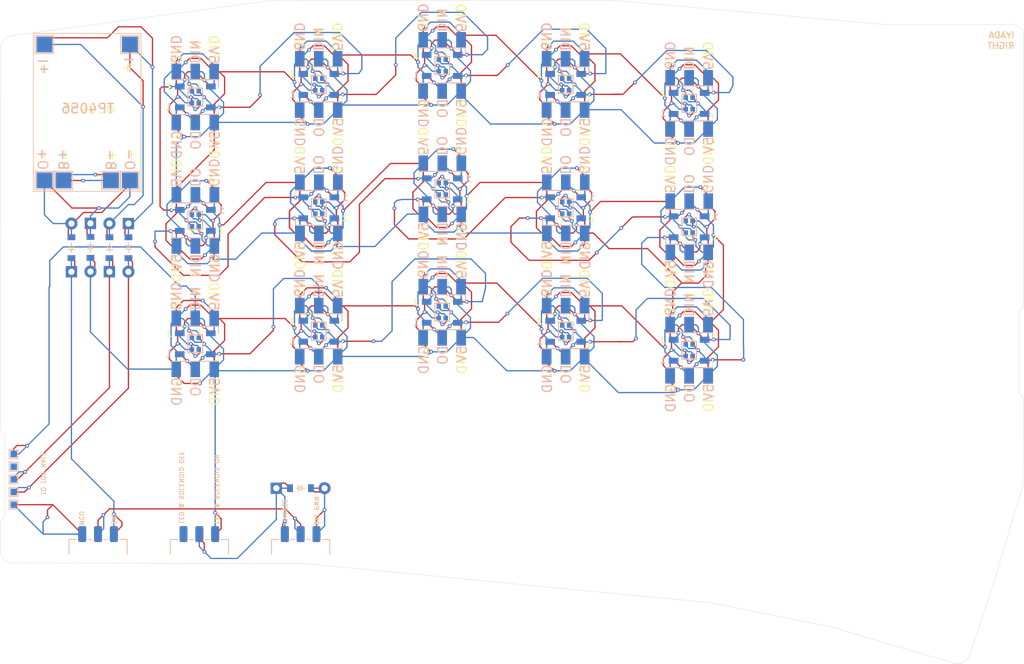
<source format=kicad_pcb>
(kicad_pcb (version 20240108) (generator "pcbnew") (generator_version "8.0")
  (layers (0 "F.Cu" signal) (31 "B.Cu" signal) (34 "B.Paste" user) (35 "F.Paste" user) (36 "B.SilkS" user "B.Silkscreen") (37 "F.SilkS" user "F.Silkscreen") (38 "B.Mask" user) (39 "F.Mask" user) (44 "Edge.Cuts" user))
  (net 0 "")
  (net 1 "GND")
  (net 2 "5V")
  (net 3 "3V")
  (net 4 "P29")
  (net 5 "P30")
  (net 6 "LED1")
  (net 7 "LED2")
  (net 8 "LED3")
  (net 9 "LED4")
  (net 10 "LED5")
  (net 11 "LED6")
  (net 12 "LED7")
  (net 13 "LED8")
  (net 14 "LED9")
  (net 15 "LED10")
  (net 16 "LED11")
  (net 17 "O+")
  (net 18 "O-")
  (net 19 "B+")
  (net 20 "B-")
  (net 21 "I+")
  (net 22 "I-")
  (net 23 "LED12")
  (net 24 "LED13")
  (net 25 "LED14")
  (net 26 "LED15")
  (footprint "" (layer "F.Cu") (at 97.556 81.743 -90)
    (property "Reference" "")
    (property "Value" "")
  )
  (footprint "" (layer "F.Cu") (at 136.546 68.748 -90)
    (property "Reference" "")
    (property "Value" "")
  )
  (footprint "" (layer "F.Cu") (at 120.046 79.748 -90)
    (property "Reference" "")
    (property "Value" "")
  )
  (footprint "" (layer "F.Cu") (at 159.036 99.25 90)
    (property "Reference" "")
    (property "Value" "")
  )
  (footprint "LED_SMD:LED_WS2812B_PLCC4_5.0x5.0mm_P3.2mm" (layer "F.Cu") (at 139.541 72.749 180)
    (property "Reference" "REF**" (hide yes))
    (property "Value" "LED_WS2812B_PLCC4_5.0x5.0mm_P3.2mm" (hide yes))
  )
  (footprint "" (layer "F.Cu") (at 123.026 91.25 90)
    (property "Reference" "")
    (property "Value" "")
  )
  (footprint "LED_SMD:LED_WS2812B-2020_PLCC4_2.0x2.0mm" (layer "F.Cu") (at 139.541 72.749 90)
    (property "Reference" "REF**" (hide yes))
    (property "Value" "LED_WS2812B-2020_PLCC4_2.0x2.0mm" (hide yes))
  )
  (footprint "" (layer "F.Cu") (at 120.036 60.25 90)
    (property "Reference" "")
    (property "Value" "")
  )
  (footprint "" (layer "F.Cu") (at 162.041 79.748 -90)
    (property "Reference" "")
    (property "Value" "")
  )
  (footprint "" (layer "F.Cu") (at 175.546 74.748 -90)
    (property "Reference" "")
    (property "Value" "")
  )
  (footprint "LED_SMD:LED_WS2812B-2020_PLCC4_2.0x2.0mm" (layer "F.Cu") (at 178.541 98.254 -90)
    (property "Reference" "REF**" (hide yes))
    (property "Value" "LED_WS2812B-2020_PLCC4_2.0x2.0mm" (hide yes))
  )
  (footprint "" (layer "F.Cu") (at 175.556 82.743 -90)
    (property "Reference" "")
    (property "Value" "")
  )
  (footprint "" (layer "F.Cu") (at 181.551 74.753 -90)
    (property "Reference" "")
    (property "Value" "")
  )
  (footprint "" (layer "F.Cu") (at 120.046 71.748 -90)
    (property "Reference" "")
    (property "Value" "")
  )
  (footprint "" (layer "F.Cu") (at 120.036 99.245 90)
    (property "Reference" "")
    (property "Value" "")
  )
  (footprint "" (layer "F.Cu") (at 159.046 71.748 -90)
    (property "Reference" "")
    (property "Value" "")
  )
  (footprint "" (layer "F.Cu") (at 120.046 71.748 -90)
    (property "Reference" "")
    (property "Value" "")
  )
  (footprint "LED_SMD:LED_WS2812B-2020_PLCC4_2.0x2.0mm" (layer "F.Cu") (at 139.54 53.249 -90)
    (property "Reference" "REF**" (hide yes))
    (property "Value" "LED_WS2812B-2020_PLCC4_2.0x2.0mm" (hide yes))
  )
  (footprint "MountingHole:MountingHole_2.2mm_M2_DIN965" (layer "F.Cu") (at 168.31 85.64)
    (property "Reference" "CiHole1" (hide yes))
    (property "Value" "MountingHole_2.2mm_M2_DIN965" (hide yes))
  )
  (footprint "LED_SMD:LED_WS2812B_PLCC4_5.0x5.0mm_P3.2mm" (layer "F.Cu") (at 100.541 77.749 180)
    (property "Reference" "REF**" (hide yes))
    (property "Value" "LED_WS2812B_PLCC4_5.0x5.0mm_P3.2mm" (hide yes))
  )
  (footprint "LED_SMD:LED_WS2812B_PLCC4_5.0x5.0mm_P3.2mm" (layer "F.Cu") (at 120.041 95.244)
    (property "Reference" "REF**" (hide yes))
    (property "Value" "LED_WS2812B_PLCC4_5.0x5.0mm_P3.2mm" (hide yes))
  )
  (footprint "LED_SMD:LED_WS2812B_PLCC4_5.0x5.0mm_P3.2mm" (layer "F.Cu") (at 120.041 56.249)
    (property "Reference" "REF**" (hide yes))
    (property "Value" "LED_WS2812B_PLCC4_5.0x5.0mm_P3.2mm" (hide yes))
  )
  (footprint "LED_SMD:LED_WS2812B-2020_PLCC4_2.0x2.0mm" (layer "F.Cu") (at 139.541 92.249 -90)
    (property "Reference" "REF**" (hide yes))
    (property "Value" "LED_WS2812B-2020_PLCC4_2.0x2.0mm" (hide yes))
  )
  (footprint "" (layer "F.Cu") (at 162.051 71.753 -90)
    (property "Reference" "")
    (property "Value" "")
  )
  (footprint "" (layer "F.Cu") (at 181.536 102.255 90)
    (property "Reference" "")
    (property "Value" "")
  )
  (footprint "" (layer "F.Cu") (at 159.036 91.25 90)
    (property "Reference" "")
    (property "Value" "")
  )
  (footprint "" (layer "F.Cu") (at 181.526 55.255 90)
    (property "Reference" "")
    (property "Value" "")
  )
  (footprint "" (layer "F.Cu") (at 142.536 96.25 90)
    (property "Reference" "")
    (property "Value" "")
  )
  (footprint "" (layer "F.Cu") (at 139.535 49.25 90)
    (property "Reference" "")
    (property "Value" "")
  )
  (footprint "" (layer "F.Cu") (at 181.541 82.748 -90)
    (property "Reference" "")
    (property "Value" "")
  )
  (footprint "" (layer "F.Cu") (at 156.026 60.24 90)
    (property "Reference" "")
    (property "Value" "")
  )
  (footprint "TestPoint:TestPoint_Pad_1.0x1.0mm" (layer "F.Cu") (at 71.855 120.675)
    (property "Reference" "REF**" (hide yes))
    (property "Value" "TestPoint_Pad_1.0x1.0mm" (hide yes))
  )
  (footprint "" (layer "F.Cu") (at 178.536 94.255 90)
    (property "Reference" "")
    (property "Value" "")
  )
  (footprint "" (layer "F.Cu") (at 142.551 68.753 -90)
    (property "Reference" "")
    (property "Value" "")
  )
  (footprint "LED_SMD:LED_WS2812B_PLCC4_5.0x5.0mm_P3.2mm" (layer "F.Cu") (at 100.541 58.249)
    (property "Reference" "REF**" (hide yes))
    (property "Value" "LED_WS2812B_PLCC4_5.0x5.0mm_P3.2mm" (hide yes))
  )
  (footprint "" (layer "F.Cu") (at 181.536 102.255 90)
    (property "Reference" "")
    (property "Value" "")
  )
  (footprint "LED_SMD:LED_WS2812B-2020_PLCC4_2.0x2.0mm" (layer "F.Cu") (at 159.041 95.249 -90)
    (property "Reference" "REF**" (hide yes))
    (property "Value" "LED_WS2812B-2020_PLCC4_2.0x2.0mm" (hide yes))
  )
  (footprint "" (layer "F.Cu") (at 142.526 88.255 90)
    (property "Reference" "")
    (property "Value" "")
  )
  (footprint "LED_SMD:LED_WS2812B-2020_PLCC4_2.0x2.0mm" (layer "F.Cu") (at 178.541 78.749 90)
    (property "Reference" "REF**" (hide yes))
    (property "Value" "LED_WS2812B-2020_PLCC4_2.0x2.0mm" (hide yes))
  )
  (footprint "" (layer "F.Cu") (at 178.546 82.748 -90)
    (property "Reference" "")
    (property "Value" "")
  )
  (footprint "" (layer "F.Cu") (at 136.54 49.25 90)
    (property "Reference" "")
    (property "Value" "")
  )
  (footprint "LED_SMD:LED_WS2812B_PLCC4_5.0x5.0mm_P3.2mm" (layer "F.Cu") (at 139.54 53.249)
    (property "Reference" "REF**" (hide yes))
    (property "Value" "LED_WS2812B_PLCC4_5.0x5.0mm_P3.2mm" (hide yes))
  )
  (footprint "LED_SMD:LED_WS2812B_PLCC4_5.0x5.0mm_P3.2mm" (layer "F.Cu") (at 159.036 56.244)
    (property "Reference" "REF**" (hide yes))
    (property "Value" "LED_WS2812B_PLCC4_5.0x5.0mm_P3.2mm" (hide yes))
  )
  (footprint "" (layer "F.Cu") (at 178.536 63.25 90)
    (property "Reference" "")
    (property "Value" "")
  )
  (footprint "LED_SMD:LED_WS2812B_PLCC4_5.0x5.0mm_P3.2mm" (layer "F.Cu") (at 159.041 95.249)
    (property "Reference" "REF**" (hide yes))
    (property "Value" "LED_WS2812B_PLCC4_5.0x5.0mm_P3.2mm" (hide yes))
  )
  (footprint "" (layer "F.Cu") (at 175.541 55.25 90)
    (property "Reference" "")
    (property "Value" "")
  )
  (footprint "" (layer "F.Cu") (at 123.041 79.748 -90)
    (property "Reference" "")
    (property "Value" "")
  )
  (footprint "" (layer "F.Cu") (at 136.556 76.743 -90)
    (property "Reference" "")
    (property "Value" "")
  )
  (footprint "" (layer "F.Cu") (at 175.546 74.748 -90)
    (property "Reference" "")
    (property "Value" "")
  )
  (footprint "" (layer "F.Cu") (at 103.541 81.748 -90)
    (property "Reference" "")
    (property "Value" "")
  )
  (footprint "" (layer "F.Cu") (at 139.546 68.748 -90)
    (property "Reference" "")
    (property "Value" "")
  )
  (footprint "" (layer "F.Cu") (at 142.525 49.255 90)
    (property "Reference" "")
    (property "Value" "")
  )
  (footprint "LED_SMD:LED_WS2812B_PLCC4_5.0x5.0mm_P3.2mm" (layer "F.Cu") (at 159.041 95.249)
    (property "Reference" "REF**" (hide yes))
    (property "Value" "LED_WS2812B_PLCC4_5.0x5.0mm_P3.2mm" (hide yes))
  )
  (footprint "MountingHole:MountingHole_2.2mm_M2_DIN965" (layer "F.Cu") (at 220.53 145.16)
    (property "Reference" "CiHole1" (hide yes))
    (property "Value" "MountingHole_2.2mm_M2_DIN965" (hide yes))
  )
  (footprint "" (layer "F.Cu") (at 142.535 57.25 90)
    (property "Reference" "")
    (property "Value" "")
  )
  (footprint "" (layer "F.Cu") (at 139.536 96.25 90)
    (property "Reference" "")
    (property "Value" "")
  )
  (footprint "" (layer "F.Cu") (at 97.541 54.25 90)
    (property "Reference" "")
    (property "Value" "")
  )
  (footprint "" (layer "F.Cu") (at 162.051 71.753 -90)
    (property "Reference" "")
    (property "Value" "")
  )
  (footprint "" (layer "F.Cu") (at 103.536 101.25 90)
    (property "Reference" "")
    (property "Value" "")
  )
  (footprint "" (layer "F.Cu") (at 117.041 52.25 90)
    (property "Reference" "")
    (property "Value" "")
  )
  (footprint "" (layer "F.Cu") (at 97.541 93.25 90)
    (property "Reference" "")
    (property "Value" "")
  )
  (footprint "" (layer "F.Cu") (at 103.536 62.25 90)
    (property "Reference" "")
    (property "Value" "")
  )
  (footprint "" (layer "F.Cu") (at 97.531 101.245 90)
    (property "Reference" "")
    (property "Value" "")
  )
  (footprint "" (layer "F.Cu") (at 103.526 54.255 90)
    (property "Reference" "")
    (property "Value" "")
  )
  (footprint "" (layer "F.Cu") (at 120.046 71.748 -90)
    (property "Reference" "")
    (property "Value" "")
  )
  (footprint "" (layer "F.Cu") (at 159.031 60.245 90)
    (property "Reference" "")
    (property "Value" "")
  )
  (footprint "LED_SMD:LED_WS2812B_PLCC4_5.0x5.0mm_P3.2mm" (layer "F.Cu") (at 178.541 98.254)
    (property "Reference" "REF**" (hide yes))
    (property "Value" "LED_WS2812B_PLCC4_5.0x5.0mm_P3.2mm" (hide yes))
  )
  (footprint "" (layer "F.Cu") (at 156.046 71.748 -90)
    (property "Reference" "")
    (property "Value" "")
  )
  (footprint "" (layer "F.Cu") (at 97.546 73.748 -90)
    (property "Reference" "")
    (property "Value" "")
  )
  (footprint "TestPoint:TestPoint_Pad_1.0x1.0mm" (layer "F.Cu") (at 71.855 122.675)
    (property "Reference" "REF**" (hide yes))
    (property "Value" "TestPoint_Pad_1.0x1.0mm" (hide yes))
  )
  (footprint "Button_Switch_SMD:SW_SPDT_CK_JS102011SAQN" (layer "F.Cu") (at 101.18 130.07)
    (property "Reference" "REF**" (hide yes))
    (property "Value" "SW_SPDT_CK_JS102011SAQN" (hide yes))
  )
  (footprint "" (layer "F.Cu") (at 142.541 76.748 -90)
    (property "Reference" "")
    (property "Value" "")
  )
  (footprint "" (layer "F.Cu") (at 175.531 63.245 90)
    (property "Reference" "")
    (property "Value" "")
  )
  (footprint "" (layer "F.Cu") (at 136.54 49.25 90)
    (property "Reference" "")
    (property "Value" "")
  )
  (footprint "" (layer "F.Cu") (at 142.535 57.25 90)
    (property "Reference" "")
    (property "Value" "")
  )
  (footprint "" (layer "F.Cu") (at 103.551 73.753 -90)
    (property "Reference" "")
    (property "Value" "")
  )
  (footprint "" (layer "F.Cu") (at 156.026 60.24 90)
    (property "Reference" "")
    (property "Value" "")
  )
  (footprint "LED_SMD:LED_WS2812B-2020_PLCC4_2.0x2.0mm" (layer "F.Cu") (at 159.041 95.249 -90)
    (property "Reference" "REF**" (hide yes))
    (property "Value" "LED_WS2812B-2020_PLCC4_2.0x2.0mm" (hide yes))
  )
  (footprint "LED_SMD:LED_WS2812B_PLCC4_5.0x5.0mm_P3.2mm" (layer "F.Cu") (at 120.041 75.749 180)
    (property "Reference" "REF**" (hide yes))
    (property "Value" "LED_WS2812B_PLCC4_5.0x5.0mm_P3.2mm" (hide yes))
  )
  (footprint "MountingHole:MountingHole_2.2mm_M2_DIN965" (layer "F.Cu") (at 198.44 49.77)
    (property "Reference" "CiHole1" (hide yes))
    (property "Value" "MountingHole_2.2mm_M2_DIN965" (hide yes))
  )
  (footprint "" (layer "F.Cu") (at 103.551 73.753 -90)
    (property "Reference" "")
    (property "Value" "")
  )
  (footprint "" (layer "F.Cu") (at 139.535 57.25 90)
    (property "Reference" "")
    (property "Value" "")
  )
  (footprint "" (layer "F.Cu") (at 117.046 71.748 -90)
    (property "Reference" "")
    (property "Value" "")
  )
  (footprint "" (layer "F.Cu") (at 142.526 88.255 90)
    (property "Reference" "")
    (property "Value" "")
  )
  (footprint "" (layer "F.Cu") (at 100.536 54.25 90)
    (property "Reference" "")
    (property "Value" "")
  )
  (footprint "" (layer "F.Cu") (at 123.051 71.753 -90)
    (property "Reference" "")
    (property "Value" "")
  )
  (footprint "LED_SMD:LED_WS2812B-2020_PLCC4_2.0x2.0mm" (layer "F.Cu") (at 139.541 92.249 -90)
    (property "Reference" "REF**" (hide yes))
    (property "Value" "LED_WS2812B-2020_PLCC4_2.0x2.0mm" (hide yes))
  )
  (footprint "" (layer "F.Cu") (at 117.031 99.24 90)
    (property "Reference" "")
    (property "Value" "")
  )
  (footprint "LED_SMD:LED_WS2812B-2020_PLCC4_2.0x2.0mm" (layer "F.Cu") (at 120.041 56.249 -90)
    (property "Reference" "REF**" (hide yes))
    (property "Value" "LED_WS2812B-2020_PLCC4_2.0x2.0mm" (hide yes))
  )
  (footprint "LED_SMD:LED_WS2812B-2020_PLCC4_2.0x2.0mm" (layer "F.Cu") (at 120.041 75.749 90)
    (property "Reference" "REF**" (hide yes))
    (property "Value" "LED_WS2812B-2020_PLCC4_2.0x2.0mm" (hide yes))
  )
  (footprint "" (layer "F.Cu") (at 97.531 62.245 90)
    (property "Reference" "")
    (property "Value" "")
  )
  (footprint "" (layer "F.Cu") (at 123.036 99.245 90)
    (property "Reference" "")
    (property "Value" "")
  )
  (footprint "LED_SMD:LED_WS2812B-2020_PLCC4_2.0x2.0mm" (layer "F.Cu") (at 100.541 58.249 -90)
    (property "Reference" "REF**" (hide yes))
    (property "Value" "LED_WS2812B-2020_PLCC4_2.0x2.0mm" (hide yes))
  )
  (footprint "" (layer "F.Cu") (at 142.551 68.753 -90)
    (property "Reference" "")
    (property "Value" "")
  )
  (footprint "LED_SMD:LED_WS2812B-2020_PLCC4_2.0x2.0mm" (layer "F.Cu") (at 159.041 75.749 90)
    (property "Reference" "REF**" (hide yes))
    (property "Value" "LED_WS2812B-2020_PLCC4_2.0x2.0mm" (hide yes))
  )
  (footprint "" (layer "F.Cu") (at 162.041 79.748 -90)
    (property "Reference" "")
    (property "Value" "")
  )
  (footprint "" (layer "F.Cu") (at 156.036 52.245 90)
    (property "Reference" "")
    (property "Value" "")
  )
  (footprint "LED_SMD:LED_WS2812B_PLCC4_5.0x5.0mm_P3.2mm" (layer "F.Cu") (at 139.54 53.249)
    (property "Reference" "REF**" (hide yes))
    (property "Value" "LED_WS2812B_PLCC4_5.0x5.0mm_P3.2mm" (hide yes))
  )
  (footprint "" (layer "F.Cu") (at 120.036 91.245 90)
    (property "Reference" "")
    (property "Value" "")
  )
  (footprint "" (layer "F.Cu") (at 178.536 102.255 90)
    (property "Reference" "")
    (property "Value" "")
  )
  (footprint "" (layer "F.Cu") (at 159.031 52.245 90)
    (property "Reference" "")
    (property "Value" "")
  )
  (footprint "" (layer "F.Cu") (at 120.036 60.25 90)
    (property "Reference" "")
    (property "Value" "")
  )
  (footprint "" (layer "F.Cu") (at 142.525 49.255 90)
    (property "Reference" "")
    (property "Value" "")
  )
  (footprint "" (layer "F.Cu") (at 181.526 94.26 90)
    (property "Reference" "")
    (property "Value" "")
  )
  (footprint "LED_SMD:LED_WS2812B_PLCC4_5.0x5.0mm_P3.2mm" (layer "F.Cu") (at 159.036 56.244)
    (property "Reference" "REF**" (hide yes))
    (property "Value" "LED_WS2812B_PLCC4_5.0x5.0mm_P3.2mm" (hide yes))
  )
  (footprint "" (layer "F.Cu") (at 156.046 71.748 -90)
    (property "Reference" "")
    (property "Value" "")
  )
  (footprint "" (layer "F.Cu") (at 97.556 81.743 -90)
    (property "Reference" "")
    (property "Value" "")
  )
  (footprint "Button_Switch_SMD:SW_SPDT_CK_JS102011SAQN" (layer "F.Cu") (at 117.18 130.07)
    (property "Reference" "REF**" (hide yes))
    (property "Value" "SW_SPDT_CK_JS102011SAQN" (hide yes))
  )
  (footprint "" (layer "F.Cu") (at 156.036 52.245 90)
    (property "Reference" "")
    (property "Value" "")
  )
  (footprint "" (layer "F.Cu") (at 117.041 91.245 90)
    (property "Reference" "")
    (property "Value" "")
  )
  (footprint "" (layer "F.Cu") (at 123.051 71.753 -90)
    (property "Reference" "")
    (property "Value" "")
  )
  (footprint "" (layer "F.Cu") (at 123.051 71.753 -90)
    (property "Reference" "")
    (property "Value" "")
  )
  (footprint "" (layer "F.Cu") (at 159.036 91.25 90)
    (property "Reference" "")
    (property "Value" "")
  )
  (footprint "" (layer "F.Cu") (at 175.531 102.25 90)
    (property "Reference" "")
    (property "Value" "")
  )
  (footprint "" (layer "F.Cu") (at 97.546 73.748 -90)
    (property "Reference" "")
    (property "Value" "")
  )
  (footprint "" (layer "F.Cu") (at 159.046 79.748 -90)
    (property "Reference" "")
    (property "Value" "")
  )
  (footprint "LED_SMD:LED_WS2812B_PLCC4_5.0x5.0mm_P3.2mm" (layer "F.Cu") (at 100.541 58.249)
    (property "Reference" "REF**" (hide yes))
    (property "Value" "LED_WS2812B_PLCC4_5.0x5.0mm_P3.2mm" (hide yes))
  )
  (footprint "" (layer "F.Cu") (at 162.026 91.255 90)
    (property "Reference" "")
    (property "Value" "")
  )
  (footprint "" (layer "F.Cu") (at 156.031 99.245 90)
    (property "Reference" "")
    (property "Value" "")
  )
  (footprint "LED_SMD:LED_WS2812B-2020_PLCC4_2.0x2.0mm" (layer "F.Cu") (at 178.541 59.249 -90)
    (property "Reference" "REF**" (hide yes))
    (property "Value" "LED_WS2812B-2020_PLCC4_2.0x2.0mm" (hide yes))
  )
  (footprint "LED_SMD:LED_WS2812B-2020_PLCC4_2.0x2.0mm" (layer "F.Cu") (at 120.041 95.244 -90)
    (property "Reference" "REF**" (hide yes))
    (property "Value" "LED_WS2812B-2020_PLCC4_2.0x2.0mm" (hide yes))
  )
  (footprint "" (layer "F.Cu") (at 117.046 71.748 -90)
    (property "Reference" "")
    (property "Value" "")
  )
  (footprint "" (layer "F.Cu") (at 162.031 60.245 90)
    (property "Reference" "")
    (property "Value" "")
  )
  (footprint "LED_SMD:LED_WS2812B_PLCC4_5.0x5.0mm_P3.2mm" (layer "F.Cu") (at 100.541 77.749 180)
    (property "Reference" "REF**" (hide yes))
    (property "Value" "LED_WS2812B_PLCC4_5.0x5.0mm_P3.2mm" (hide yes))
  )
  (footprint "" (layer "F.Cu") (at 120.036 52.25 90)
    (property "Reference" "")
    (property "Value" "")
  )
  (footprint "" (layer "F.Cu") (at 139.546 76.748 -90)
    (property "Reference" "")
    (property "Value" "")
  )
  (footprint "ComboDiode" (layer "F.Cu") (at 80.98 82.05175 90)
    (property "Reference" "D14" (hide yes))
    (property "Value" "" (hide yes))
  )
  (footprint "" (layer "F.Cu") (at 103.526 93.255 90)
    (property "Reference" "")
    (property "Value" "")
  )
  (footprint "" (layer "F.Cu") (at 97.531 62.245 90)
    (property "Reference" "")
    (property "Value" "")
  )
  (footprint "" (layer "F.Cu") (at 139.536 96.25 90)
    (property "Reference" "")
    (property "Value" "")
  )
  (footprint "LED_SMD:LED_WS2812B-2020_PLCC4_2.0x2.0mm" (layer "F.Cu") (at 120.041 75.749 90)
    (property "Reference" "REF**" (hide yes))
    (property "Value" "LED_WS2812B-2020_PLCC4_2.0x2.0mm" (hide yes))
  )
  (footprint "" (layer "F.Cu") (at 120.046 79.748 -90)
    (property "Reference" "")
    (property "Value" "")
  )
  (footprint "" (layer "F.Cu") (at 181.536 63.25 90)
    (property "Reference" "")
    (property "Value" "")
  )
  (footprint "" (layer "F.Cu") (at 175.541 94.255 90)
    (property "Reference" "")
    (property "Value" "")
  )
  (footprint "LED_SMD:LED_WS2812B_PLCC4_5.0x5.0mm_P3.2mm" (layer "F.Cu") (at 139.541 72.749 180)
    (property "Reference" "REF**" (hide yes))
    (property "Value" "LED_WS2812B_PLCC4_5.0x5.0mm_P3.2mm" (hide yes))
  )
  (footprint "" (layer "F.Cu") (at 178.546 82.748 -90)
    (property "Reference" "")
    (property "Value" "")
  )
  (footprint "" (layer "F.Cu") (at 159.036 99.25 90)
    (property "Reference" "")
    (property "Value" "")
  )
  (footprint "" (layer "F.Cu") (at 162.021 52.25 90)
    (property "Reference" "")
    (property "Value" "")
  )
  (footprint "Button_Switch_SMD:SW_SPDT_CK_JS102011SAQN" (layer "F.Cu") (at 85.18 130.07)
    (property "Reference" "REF**" (hide yes))
    (property "Value" "SW_SPDT_CK_JS102011SAQN" (hide yes))
  )
  (footprint "TestPoint:TestPoint_Pad_2.5x2.5mm" (layer "F.Cu") (at 76.71 71.43)
    (property "Reference" "REF**" (hide yes))
    (property "Value" "TestPoint_Pad_2.5x2.5mm" (hide yes))
  )
  (footprint "" (layer "F.Cu") (at 117.031 99.24 90)
    (property "Reference" "")
    (property "Value" "")
  )
  (footprint "" (layer "F.Cu") (at 117.056 79.743 -90)
    (property "Reference" "")
    (property "Value" "")
  )
  (footprint "" (layer "F.Cu") (at 175.541 94.255 90)
    (property "Reference" "")
    (property "Value" "")
  )
  (footprint "LED_SMD:LED_WS2812B_PLCC4_5.0x5.0mm_P3.2mm" (layer "F.Cu") (at 178.541 78.749 180)
    (property "Reference" "REF**" (hide yes))
    (property "Value" "LED_WS2812B_PLCC4_5.0x5.0mm_P3.2mm" (hide yes))
  )
  (footprint "" (layer "F.Cu") (at 159.031 60.245 90)
    (property "Reference" "")
    (property "Value" "")
  )
  (footprint "" (layer "F.Cu") (at 100.546 81.748 -90)
    (property "Reference" "")
    (property "Value" "")
  )
  (footprint "ComboDiode" (layer "F.Cu") (at 89.98 82.05175 -90)
    (property "Reference" "D14" (hide yes))
    (property "Value" "" (hide yes))
  )
  (footprint "" (layer "F.Cu") (at 103.526 54.255 90)
    (property "Reference" "")
    (property "Value" "")
  )
  (footprint "" (layer "F.Cu") (at 120.036 52.25 90)
    (property "Reference" "")
    (property "Value" "")
  )
  (footprint "" (layer "F.Cu") (at 117.041 52.25 90)
    (property "Reference" "")
    (property "Value" "")
  )
  (footprint "" (layer "F.Cu") (at 178.536 102.255 90)
    (property "Reference" "")
    (property "Value" "")
  )
  (footprint "" (layer "F.Cu") (at 136.546 68.748 -90)
    (property "Reference" "")
    (property "Value" "")
  )
  (footprint "" (layer "F.Cu") (at 136.53 57.245 90)
    (property "Reference" "")
    (property "Value" "")
  )
  (footprint "TestPoint:TestPoint_Pad_1.0x1.0mm" (layer "F.Cu") (at 71.855 116.675)
    (property "Reference" "REF**" (hide yes))
    (property "Value" "TestPoint_Pad_1.0x1.0mm" (hide yes))
  )
  (footprint "" (layer "F.Cu") (at 139.546 76.748 -90)
    (property "Reference" "")
    (property "Value" "")
  )
  (footprint "LED_SMD:LED_WS2812B-2020_PLCC4_2.0x2.0mm" (layer "F.Cu") (at 159.036 56.244 -90)
    (property "Reference" "REF**" (hide yes))
    (property "Value" "LED_WS2812B-2020_PLCC4_2.0x2.0mm" (hide yes))
  )
  (footprint "LED_SMD:LED_WS2812B-2020_PLCC4_2.0x2.0mm" (layer "F.Cu") (at 178.541 59.249 -90)
    (property "Reference" "REF**" (hide yes))
    (property "Value" "LED_WS2812B-2020_PLCC4_2.0x2.0mm" (hide yes))
  )
  (footprint "LED_SMD:LED_WS2812B_PLCC4_5.0x5.0mm_P3.2mm" (layer "F.Cu") (at 100.541 97.249)
    (property "Reference" "REF**" (hide yes))
    (property "Value" "LED_WS2812B_PLCC4_5.0x5.0mm_P3.2mm" (hide yes))
  )
  (footprint "LED_SMD:LED_WS2812B_PLCC4_5.0x5.0mm_P3.2mm" (layer "F.Cu") (at 120.041 75.749 180)
    (property "Reference" "REF**" (hide yes))
    (property "Value" "LED_WS2812B_PLCC4_5.0x5.0mm_P3.2mm" (hide yes))
  )
  (footprint "" (layer "F.Cu") (at 136.541 88.25 90)
    (property "Reference" "")
    (property "Value" "")
  )
  (footprint "LED_SMD:LED_WS2812B-2020_PLCC4_2.0x2.0mm" (layer "F.Cu") (at 120.041 95.244 -90)
    (property "Reference" "REF**" (hide yes))
    (property "Value" "LED_WS2812B-2020_PLCC4_2.0x2.0mm" (hide yes))
  )
  (footprint "" (layer "F.Cu") (at 117.056 79.743 -90)
    (property "Reference" "")
    (property "Value" "")
  )
  (footprint "MountingHole:MountingHole_2.2mm_M2_DIN965" (layer "F.Cu") (at 168.31 66.09)
    (property "Reference" "CiHole1" (hide yes))
    (property "Value" "MountingHole_2.2mm_M2_DIN965" (hide yes))
  )
  (footprint "" (layer "F.Cu") (at 136.541 88.25 90)
    (property "Reference" "")
    (property "Value" "")
  )
  (footprint "" (layer "F.Cu") (at 181.536 63.25 90)
    (property "Reference" "")
    (property "Value" "")
  )
  (footprint "" (layer "F.Cu") (at 97.541 54.25 90)
    (property "Reference" "")
    (property "Value" "")
  )
  (footprint "LED_SMD:LED_WS2812B_PLCC4_5.0x5.0mm_P3.2mm" (layer "F.Cu") (at 120.041 95.244)
    (property "Reference" "REF**" (hide yes))
    (property "Value" "LED_WS2812B_PLCC4_5.0x5.0mm_P3.2mm" (hide yes))
  )
  (footprint "LED_SMD:LED_WS2812B_PLCC4_5.0x5.0mm_P3.2mm" (layer "F.Cu") (at 139.541 92.249)
    (property "Reference" "REF**" (hide yes))
    (property "Value" "LED_WS2812B_PLCC4_5.0x5.0mm_P3.2mm" (hide yes))
  )
  (footprint "LED_SMD:LED_WS2812B_PLCC4_5.0x5.0mm_P3.2mm" (layer "F.Cu") (at 159.041 75.749 180)
    (property "Reference" "REF**" (hide yes))
    (property "Value" "LED_WS2812B_PLCC4_5.0x5.0mm_P3.2mm" (hide yes))
  )
  (footprint "" (layer "F.Cu") (at 139.536 88.25 90)
    (property "Reference" "")
    (property "Value" "")
  )
  (footprint "" (layer "F.Cu") (at 136.556 76.743 -90)
    (property "Reference" "")
    (property "Value" "")
  )
  (footprint "" (layer "F.Cu") (at 162.036 99.25 90)
    (property "Reference" "")
    (property "Value" "")
  )
  (footprint "" (layer "F.Cu") (at 117.046 71.748 -90)
    (property "Reference" "")
    (property "Value" "")
  )
  (footprint "" (layer "F.Cu") (at 117.031 60.245 90)
    (property "Reference" "")
    (property "Value" "")
  )
  (footprint "LED_SMD:LED_WS2812B_PLCC4_5.0x5.0mm_P3.2mm" (layer "F.Cu") (at 139.541 92.249)
    (property "Reference" "REF**" (hide yes))
    (property "Value" "LED_WS2812B_PLCC4_5.0x5.0mm_P3.2mm" (hide yes))
  )
  (footprint "LED_SMD:LED_WS2812B_PLCC4_5.0x5.0mm_P3.2mm" (layer "F.Cu") (at 178.541 78.749 180)
    (property "Reference" "REF**" (hide yes))
    (property "Value" "LED_WS2812B_PLCC4_5.0x5.0mm_P3.2mm" (hide yes))
  )
  (footprint "" (layer "F.Cu") (at 175.541 55.25 90)
    (property "Reference" "")
    (property "Value" "")
  )
  (footprint "" (layer "F.Cu") (at 178.536 94.255 90)
    (property "Reference" "")
    (property "Value" "")
  )
  (footprint "" (layer "F.Cu") (at 181.526 94.26 90)
    (property "Reference" "")
    (property "Value" "")
  )
  (footprint "LED_SMD:LED_WS2812B_PLCC4_5.0x5.0mm_P3.2mm" (layer "F.Cu") (at 120.041 56.249)
    (property "Reference" "REF**" (hide yes))
    (property "Value" "LED_WS2812B_PLCC4_5.0x5.0mm_P3.2mm" (hide yes))
  )
  (footprint "" (layer "F.Cu") (at 175.531 63.245 90)
    (property "Reference" "")
    (property "Value" "")
  )
  (footprint "" (layer "F.Cu") (at 103.541 81.748 -90)
    (property "Reference" "")
    (property "Value" "")
  )
  (footprint "" (layer "F.Cu") (at 162.026 91.255 90)
    (property "Reference" "")
    (property "Value" "")
  )
  (footprint "LED_SMD:LED_WS2812B-2020_PLCC4_2.0x2.0mm" (layer "F.Cu") (at 139.541 72.749 90)
    (property "Reference" "REF**" (hide yes))
    (property "Value" "LED_WS2812B-2020_PLCC4_2.0x2.0mm" (hide yes))
  )
  (footprint "TestPoint:TestPoint_Pad_2.5x2.5mm" (layer "F.Cu") (at 76.71 49.94 180)
    (property "Reference" "REF**" (hide yes))
    (property "Value" "TestPoint_Pad_2.5x2.5mm" (hide yes))
  )
  (footprint "" (layer "F.Cu") (at 123.041 79.748 -90)
    (property "Reference" "")
    (property "Value" "")
  )
  (footprint "" (layer "F.Cu") (at 139.546 68.748 -90)
    (property "Reference" "")
    (property "Value" "")
  )
  (footprint "" (layer "F.Cu") (at 159.031 52.245 90)
    (property "Reference" "")
    (property "Value" "")
  )
  (footprint "LED_SMD:LED_WS2812B_PLCC4_5.0x5.0mm_P3.2mm" (layer "F.Cu") (at 120.041 75.749 180)
    (property "Reference" "REF**" (hide yes))
    (property "Value" "LED_WS2812B_PLCC4_5.0x5.0mm_P3.2mm" (hide yes))
  )
  (footprint "" (layer "F.Cu") (at 139.535 49.25 90)
    (property "Reference" "")
    (property "Value" "")
  )
  (footprint "" (layer "F.Cu") (at 120.036 91.245 90)
    (property "Reference" "")
    (property "Value" "")
  )
  (footprint "TestPoint:TestPoint_Pad_1.0x1.0mm" (layer "F.Cu") (at 71.855 114.675)
    (property "Reference" "REF**" (hide yes))
    (property "Value" "TestPoint_Pad_1.0x1.0mm" (hide yes))
  )
  (footprint "" (layer "F.Cu") (at 100.536 54.25 90)
    (property "Reference" "")
    (property "Value" "")
  )
  (footprint "" (layer "F.Cu") (at 103.536 62.25 90)
    (property "Reference" "")
    (property "Value" "")
  )
  (footprint "" (layer "F.Cu") (at 162.021 52.25 90)
    (property "Reference" "")
    (property "Value" "")
  )
  (footprint "" (layer "F.Cu") (at 117.041 91.245 90)
    (property "Reference" "")
    (property "Value" "")
  )
  (footprint "" (layer "F.Cu") (at 181.526 55.255 90)
    (property "Reference" "")
    (property "Value" "")
  )
  (footprint "" (layer "F.Cu") (at 100.536 62.25 90)
    (property "Reference" "")
    (property "Value" "")
  )
  (footprint "" (layer "F.Cu") (at 123.036 60.25 90)
    (property "Reference" "")
    (property "Value" "")
  )
  (footprint "" (layer "F.Cu") (at 123.036 99.245 90)
    (property "Reference" "")
    (property "Value" "")
  )
  (footprint "" (layer "F.Cu") (at 175.556 82.743 -90)
    (property "Reference" "")
    (property "Value" "")
  )
  (footprint "" (layer "F.Cu") (at 159.046 79.748 -90)
    (property "Reference" "")
    (property "Value" "")
  )
  (footprint "" (layer "F.Cu") (at 120.036 99.245 90)
    (property "Reference" "")
    (property "Value" "")
  )
  (footprint "" (layer "F.Cu") (at 159.046 71.748 -90)
    (property "Reference" "")
    (property "Value" "")
  )
  (footprint "LED_SMD:LED_WS2812B_PLCC4_5.0x5.0mm_P3.2mm" (layer "F.Cu") (at 178.541 59.249)
    (property "Reference" "REF**" (hide yes))
    (property "Value" "LED_WS2812B_PLCC4_5.0x5.0mm_P3.2mm" (hide yes))
  )
  (footprint "LED_SMD:LED_WS2812B-2020_PLCC4_2.0x2.0mm" (layer "F.Cu") (at 159.041 75.749 90)
    (property "Reference" "REF**" (hide yes))
    (property "Value" "LED_WS2812B-2020_PLCC4_2.0x2.0mm" (hide yes))
  )
  (footprint "" (layer "F.Cu") (at 181.541 82.748 -90)
    (property "Reference" "")
    (property "Value" "")
  )
  (footprint "" (layer "F.Cu") (at 100.536 93.25 90)
    (property "Reference" "")
    (property "Value" "")
  )
  (footprint "" (layer "F.Cu") (at 100.546 73.748 -90)
    (property "Reference" "")
    (property "Value" "")
  )
  (footprint "" (layer "F.Cu") (at 139.536 88.25 90)
    (property "Reference" "")
    (property "Value" "")
  )
  (footprint "LED_SMD:LED_WS2812B-2020_PLCC4_2.0x2.0mm" (layer "F.Cu") (at 100.541 97.249 -90)
    (property "Reference" "REF**" (hide yes))
    (property "Value" "LED_WS2812B-2020_PLCC4_2.0x2.0mm" (hide yes))
  )
  (footprint "TestPoint:TestPoint_Pad_2.5x2.5mm" (layer "F.Cu") (at 90.21 71.43)
    (property "Reference" "REF**" (hide yes))
    (property "Value" "TestPoint_Pad_2.5x2.5mm" (hide yes))
  )
  (footprint "MountingHole:MountingHole_2.2mm_M2_DIN965" (layer "F.Cu") (at 108.67 46.97)
    (property "Reference" "CiHole1" (hide yes))
    (property "Value" "MountingHole_2.2mm_M2_DIN965" (hide yes))
  )
  (footprint "" (layer "F.Cu") (at 175.531 102.25 90)
    (property "Reference" "")
    (property "Value" "")
  )
  (footprint "TestPoint:TestPoint_Pad_1.0x1.0mm" (layer "F.Cu") (at 71.855 118.675)
    (property "Reference" "REF**" (hide yes))
    (property "Value" "TestPoint_Pad_1.0x1.0mm" (hide yes))
  )
  (footprint "MountingHole:MountingHole_2.2mm_M2_DIN965" (layer "F.Cu") (at 73.1 128.77)
    (property "Reference" "CiHole1" (hide yes))
    (property "Value" "MountingHole_2.2mm_M2_DIN965" (hide yes))
  )
  (footprint "LED_SMD:LED_WS2812B-2020_PLCC4_2.0x2.0mm" (layer "F.Cu") (at 120.041 56.249 -90)
    (property "Reference" "REF**" (hide yes))
    (property "Value" "LED_WS2812B-2020_PLCC4_2.0x2.0mm" (hide yes))
  )
  (footprint "ComboDiode" (layer "F.Cu") (at 83.98 82.02 -90)
    (property "Reference" "D14" (hide yes))
    (property "Value" "" (hide yes))
  )
  (footprint "TestPoint:TestPoint_Pad_2.5x2.5mm" (layer "F.Cu") (at 79.715 71.43)
    (property "Reference" "REF**" (hide yes))
    (property "Value" "TestPoint_Pad_2.5x2.5mm" (hide yes))
  )
  (footprint "MountingHole:MountingHole_2.2mm_M2_DIN965" (layer "F.Cu") (at 72.295 68.985)
    (property "Reference" "CiHole1" (hide yes))
    (property "Value" "MountingHole_2.2mm_M2_DIN965" (hide yes))
  )
  (footprint "" (layer "F.Cu") (at 156.041 91.25 90)
    (property "Reference" "")
    (property "Value" "")
  )
  (footprint "" (layer "F.Cu") (at 100.546 73.748 -90)
    (property "Reference" "")
    (property "Value" "")
  )
  (footprint "" (layer "F.Cu") (at 100.536 62.25 90)
    (property "Reference" "")
    (property "Value" "")
  )
  (footprint "" (layer "F.Cu") (at 123.026 52.255 90)
    (property "Reference" "")
    (property "Value" "")
  )
  (footprint "LED_SMD:LED_WS2812B-2020_PLCC4_2.0x2.0mm" (layer "F.Cu") (at 178.541 98.254 -90)
    (property "Reference" "REF**" (hide yes))
    (property "Value" "LED_WS2812B-2020_PLCC4_2.0x2.0mm" (hide yes))
  )
  (footprint "" (layer "F.Cu") (at 142.536 96.25 90)
    (property "Reference" "")
    (property "Value" "")
  )
  (footprint "" (layer "F.Cu") (at 136.531 96.245 90)
    (property "Reference" "")
    (property "Value" "")
  )
  (footprint "" (layer "F.Cu") (at 123.036 60.25 90)
    (property "Reference" "")
    (property "Value" "")
  )
  (footprint "" (layer "F.Cu") (at 162.036 99.25 90)
    (property "Reference" "")
    (property "Value" "")
  )
  (footprint "LED_SMD:LED_WS2812B-2020_PLCC4_2.0x2.0mm" (layer "F.Cu") (at 100.541 77.749 90)
    (property "Reference" "REF**" (hide yes))
    (property "Value" "LED_WS2812B-2020_PLCC4_2.0x2.0mm" (hide yes))
  )
  (footprint "" (layer "F.Cu") (at 136.53 57.245 90)
    (property "Reference" "")
    (property "Value" "")
  )
  (footprint "" (layer "F.Cu") (at 156.041 91.25 90)
    (property "Reference" "")
    (property "Value" "")
  )
  (footprint "" (layer "F.Cu") (at 136.531 96.245 90)
    (property "Reference" "")
    (property "Value" "")
  )
  (footprint "" (layer "F.Cu") (at 100.546 81.748 -90)
    (property "Reference" "")
    (property "Value" "")
  )
  (footprint "LED_SMD:LED_WS2812B_PLCC4_5.0x5.0mm_P3.2mm" (layer "F.Cu") (at 178.541 59.249)
    (property "Reference" "REF**" (hide yes))
    (property "Value" "LED_WS2812B_PLCC4_5.0x5.0mm_P3.2mm" (hide yes))
  )
  (footprint "TestPoint:TestPoint_Pad_2.5x2.5mm" (layer "F.Cu") (at 87.205 71.43)
    (property "Reference" "REF**" (hide yes))
    (property "Value" "TestPoint_Pad_2.5x2.5mm" (hide yes))
  )
  (footprint "ComboDiode" (layer "F.Cu") (at 117.14825 120.07)
    (property "Reference" "D14" (hide yes))
    (property "Value" "" (hide yes))
  )
  (footprint "" (layer "F.Cu") (at 181.551 74.753 -90)
    (property "Reference" "")
    (property "Value" "")
  )
  (footprint "LED_SMD:LED_WS2812B-2020_PLCC4_2.0x2.0mm" (layer "F.Cu") (at 139.54 53.249 -90)
    (property "Reference" "REF**" (hide yes))
    (property "Value" "LED_WS2812B-2020_PLCC4_2.0x2.0mm" (hide yes))
  )
  (footprint "" (layer "F.Cu") (at 162.031 60.245 90)
    (property "Reference" "")
    (property "Value" "")
  )
  (footprint "" (layer "F.Cu") (at 156.031 99.245 90)
    (property "Reference" "")
    (property "Value" "")
  )
  (footprint "" (layer "F.Cu") (at 178.536 63.25 90)
    (property "Reference" "")
    (property "Value" "")
  )
  (footprint "ComboDiode" (layer "F.Cu") (at 86.98 82.05175 90)
    (property "Reference" "D14" (hide yes))
    (property "Value" "" (hide yes))
  )
  (footprint "LED_SMD:LED_WS2812B-2020_PLCC4_2.0x2.0mm" (layer "F.Cu") (at 100.541 77.749 90)
    (property "Reference" "REF**" (hide yes))
    (property "Value" "LED_WS2812B-2020_PLCC4_2.0x2.0mm" (hide yes))
  )
  (footprint "LED_SMD:LED_WS2812B_PLCC4_5.0x5.0mm_P3.2mm" (layer "F.Cu") (at 178.541 98.254)
    (property "Reference" "REF**" (hide yes))
    (property "Value" "LED_WS2812B_PLCC4_5.0x5.0mm_P3.2mm" (hide yes))
  )
  (footprint "MountingHole:MountingHole_2.2mm_M2_DIN965" (layer "F.Cu") (at 110.75 85.52)
    (property "Reference" "CiHole1" (hide yes))
    (property "Value" "MountingHole_2.2mm_M2_DIN965" (hide yes))
  )
  (footprint "" (layer "F.Cu") (at 139.535 57.25 90)
    (property "Reference" "")
    (property "Value" "")
  )
  (footprint "" (layer "F.Cu") (at 100.536 101.25 90)
    (property "Reference" "")
    (property "Value" "")
  )
  (footprint "LED_SMD:LED_WS2812B-2020_PLCC4_2.0x2.0mm" (layer "F.Cu") (at 100.541 58.249 -90)
    (property "Reference" "REF**" (hide yes))
    (property "Value" "LED_WS2812B-2020_PLCC4_2.0x2.0mm" (hide yes))
  )
  (footprint "" (layer "F.Cu") (at 156.056 79.743 -90)
    (property "Reference" "")
    (property "Value" "")
  )
  (footprint "TestPoint:TestPoint_Pad_2.5x2.5mm" (layer "F.Cu") (at 90.21 49.94 180)
    (property "Reference" "REF**" (hide yes))
    (property "Value" "TestPoint_Pad_2.5x2.5mm" (hide yes))
  )
  (footprint "" (layer "F.Cu") (at 117.031 60.245 90)
    (property "Reference" "")
    (property "Value" "")
  )
  (footprint "" (layer "F.Cu") (at 178.536 55.25 90)
    (property "Reference" "")
    (property "Value" "")
  )
  (footprint "" (layer "F.Cu") (at 123.041 79.748 -90)
    (property "Reference" "")
    (property "Value" "")
  )
  (footprint "" (layer "F.Cu") (at 178.536 55.25 90)
    (property "Reference" "")
    (property "Value" "")
  )
  (footprint "" (layer "F.Cu") (at 123.026 91.25 90)
    (property "Reference" "")
    (property "Value" "")
  )
  (footprint "LED_SMD:LED_WS2812B-2020_PLCC4_2.0x2.0mm" (layer "F.Cu") (at 120.041 75.749 90)
    (property "Reference" "REF**" (hide yes))
    (property "Value" "LED_WS2812B-2020_PLCC4_2.0x2.0mm" (hide yes))
  )
  (footprint "LED_SMD:LED_WS2812B-2020_PLCC4_2.0x2.0mm" (layer "F.Cu") (at 178.541 78.749 90)
    (property "Reference" "REF**" (hide yes))
    (property "Value" "LED_WS2812B-2020_PLCC4_2.0x2.0mm" (hide yes))
  )
  (footprint "LED_SMD:LED_WS2812B-2020_PLCC4_2.0x2.0mm" (layer "F.Cu") (at 159.036 56.244 -90)
    (property "Reference" "REF**" (hide yes))
    (property "Value" "LED_WS2812B-2020_PLCC4_2.0x2.0mm" (hide yes))
  )
  (footprint "" (layer "F.Cu") (at 142.541 76.748 -90)
    (property "Reference" "")
    (property "Value" "")
  )
  (footprint "" (layer "F.Cu") (at 120.046 79.748 -90)
    (property "Reference" "")
    (property "Value" "")
  )
  (footprint "" (layer "F.Cu") (at 156.056 79.743 -90)
    (property "Reference" "")
    (property "Value" "")
  )
  (footprint "" (layer "F.Cu") (at 117.056 79.743 -90)
    (property "Reference" "")
    (property "Value" "")
  )
  (footprint "" (layer "F.Cu") (at 178.546 74.748 -90)
    (property "Reference" "")
    (property "Value" "")
  )
  (footprint "" (layer "F.Cu") (at 123.026 52.255 90)
    (property "Reference" "")
    (property "Value" "")
  )
  (footprint "" (layer "F.Cu") (at 178.546 74.748 -90)
    (property "Reference" "")
    (property "Value" "")
  )
  (footprint "LED_SMD:LED_WS2812B-2020_PLCC4_2.0x2.0mm" (layer "B.Cu") (at 139.541 92.249 -90)
    (property "Reference" "REF**" (hide yes))
    (property "Value" "LED_WS2812B-2020_PLCC4_2.0x2.0mm" (hide yes))
  )
  (footprint "" (layer "B.Cu") (at 117.056 79.743 90)
    (property "Reference" "")
    (property "Value" "")
  )
  (footprint "" (layer "B.Cu") (at 156.031 99.245 -90)
    (property "Reference" "")
    (property "Value" "")
  )
  (footprint "LED_SMD:LED_WS2812B-2020_PLCC4_2.0x2.0mm" (layer "B.Cu") (at 178.541 98.254 -90)
    (property "Reference" "REF**" (hide yes))
    (property "Value" "LED_WS2812B-2020_PLCC4_2.0x2.0mm" (hide yes))
  )
  (footprint "" (layer "B.Cu") (at 139.536 88.25 -90)
    (property "Reference" "")
    (property "Value" "")
  )
  (footprint "LED_SMD:LED_WS2812B-2020_PLCC4_2.0x2.0mm" (layer "B.Cu") (at 178.541 78.749 90)
    (property "Reference" "REF**" (hide yes))
    (property "Value" "LED_WS2812B-2020_PLCC4_2.0x2.0mm" (hide yes))
  )
  (footprint "LED_SMD:LED_WS2812B_PLCC4_5.0x5.0mm_P3.2mm" (layer "B.Cu") (at 120.041 95.244)
    (property "Reference" "REF**" (hide yes))
    (property "Value" "LED_WS2812B_PLCC4_5.0x5.0mm_P3.2mm" (hide yes))
  )
  (footprint "LED_SMD:LED_WS2812B-2020_PLCC4_2.0x2.0mm" (layer "B.Cu") (at 178.541 59.249 -90)
    (property "Reference" "REF**" (hide yes))
    (property "Value" "LED_WS2812B-2020_PLCC4_2.0x2.0mm" (hide yes))
  )
  (footprint "LED_SMD:LED_WS2812B_PLCC4_5.0x5.0mm_P3.2mm" (layer "B.Cu") (at 100.541 58.249)
    (property "Reference" "REF**" (hide yes))
    (property "Value" "LED_WS2812B_PLCC4_5.0x5.0mm_P3.2mm" (hide yes))
  )
  (footprint "" (layer "B.Cu") (at 136.531 96.245 -90)
    (property "Reference" "")
    (property "Value" "")
  )
  (footprint "" (layer "B.Cu") (at 120.046 79.748 90)
    (property "Reference" "")
    (property "Value" "")
  )
  (footprint "" (layer "B.Cu") (at 136.53 57.245 -90)
    (property "Reference" "")
    (property "Value" "")
  )
  (footprint "" (layer "B.Cu") (at 136.556 76.743 90)
    (property "Reference" "")
    (property "Value" "")
  )
  (footprint "" (layer "B.Cu") (at 159.036 99.25 -90)
    (property "Reference" "")
    (property "Value" "")
  )
  (footprint "LED_SMD:LED_WS2812B_PLCC4_5.0x5.0mm_P3.2mm" (layer "B.Cu") (at 120.041 56.249)
    (property "Reference" "REF**" (hide yes))
    (property "Value" "LED_WS2812B_PLCC4_5.0x5.0mm_P3.2mm" (hide yes))
  )
  (footprint "" (layer "B.Cu") (at 97.531 101.245 -90)
    (property "Reference" "")
    (property "Value" "")
  )
  (footprint "LED_SMD:LED_WS2812B-2020_PLCC4_2.0x2.0mm" (layer "B.Cu") (at 159.036 56.244 -90)
    (property "Reference" "REF**" (hide yes))
    (property "Value" "LED_WS2812B-2020_PLCC4_2.0x2.0mm" (hide yes))
  )
  (footprint "" (layer "B.Cu") (at 175.556 82.743 90)
    (property "Reference" "")
    (property "Value" "")
  )
  (footprint "" (layer "B.Cu") (at 123.036 60.25 -90)
    (property "Reference" "")
    (property "Value" "")
  )
  (footprint "" (layer "B.Cu") (at 97.541 54.25 -90)
    (property "Reference" "")
    (property "Value" "")
  )
  (footprint "LED_SMD:LED_WS2812B-2020_PLCC4_2.0x2.0mm" (layer "B.Cu") (at 120.041 75.749 90)
    (property "Reference" "REF**" (hide yes))
    (property "Value" "LED_WS2812B-2020_PLCC4_2.0x2.0mm" (hide yes))
  )
  (footprint "LED_SMD:LED_WS2812B_PLCC4_5.0x5.0mm_P3.2mm" (layer "B.Cu") (at 120.041 75.749 180)
    (property "Reference" "REF**" (hide yes))
    (property "Value" "LED_WS2812B_PLCC4_5.0x5.0mm_P3.2mm" (hide yes))
  )
  (footprint "" (layer "B.Cu") (at 142.526 88.255 -90)
    (property "Reference" "")
    (property "Value" "")
  )
  (footprint "" (layer "B.Cu") (at 175.531 102.25 -90)
    (property "Reference" "")
    (property "Value" "")
  )
  (footprint "" (layer "B.Cu") (at 162.051 71.753 90)
    (property "Reference" "")
    (property "Value" "")
  )
  (footprint "" (layer "B.Cu") (at 123.036 99.245 -90)
    (property "Reference" "")
    (property "Value" "")
  )
  (footprint "" (layer "B.Cu") (at 156.036 52.245 -90)
    (property "Reference" "")
    (property "Value" "")
  )
  (footprint "" (layer "B.Cu") (at 103.526 54.255 -90)
    (property "Reference" "")
    (property "Value" "")
  )
  (footprint "LED_SMD:LED_WS2812B_PLCC4_5.0x5.0mm_P3.2mm" (layer "B.Cu") (at 178.541 78.749 180)
    (property "Reference" "REF**" (hide yes))
    (property "Value" "LED_WS2812B_PLCC4_5.0x5.0mm_P3.2mm" (hide yes))
  )
  (footprint "LED_SMD:LED_WS2812B-2020_PLCC4_2.0x2.0mm" (layer "B.Cu") (at 139.541 72.749 90)
    (property "Reference" "REF**" (hide yes))
    (property "Value" "LED_WS2812B-2020_PLCC4_2.0x2.0mm" (hide yes))
  )
  (footprint "" (layer "B.Cu") (at 117.041 91.245 -90)
    (property "Reference" "")
    (property "Value" "")
  )
  (footprint "" (layer "B.Cu") (at 139.536 88.25 -90)
    (property "Reference" "")
    (property "Value" "")
  )
  (footprint "" (layer "B.Cu") (at 120.046 79.748 90)
    (property "Reference" "")
    (property "Value" "")
  )
  (footprint "" (layer "B.Cu") (at 159.036 91.25 -90)
    (property "Reference" "")
    (property "Value" "")
  )
  (footprint "" (layer "B.Cu") (at 175.541 94.255 -90)
    (property "Reference" "")
    (property "Value" "")
  )
  (footprint "" (layer "B.Cu") (at 117.041 52.25 -90)
    (property "Reference" "")
    (property "Value" "")
  )
  (footprint "" (layer "B.Cu") (at 123.036 60.25 -90)
    (property "Reference" "")
    (property "Value" "")
  )
  (footprint "" (layer "B.Cu") (at 100.536 62.25 -90)
    (property "Reference" "")
    (property "Value" "")
  )
  (footprint "LED_SMD:LED_WS2812B-2020_PLCC4_2.0x2.0mm" (layer "B.Cu") (at 139.54 53.249 -90)
    (property "Reference" "REF**" (hide yes))
    (property "Value" "LED_WS2812B-2020_PLCC4_2.0x2.0mm" (hide yes))
  )
  (footprint "" (layer "B.Cu") (at 123.041 79.748 90)
    (property "Reference" "")
    (property "Value" "")
  )
  (footprint "" (layer "B.Cu") (at 181.551 74.753 90)
    (property "Reference" "")
    (property "Value" "")
  )
  (footprint "LED_SMD:LED_WS2812B-2020_PLCC4_2.0x2.0mm" (layer "B.Cu") (at 159.041 75.749 90)
    (property "Reference" "REF**" (hide yes))
    (property "Value" "LED_WS2812B-2020_PLCC4_2.0x2.0mm" (hide yes))
  )
  (footprint "" (layer "B.Cu") (at 103.541 81.748 90)
    (property "Reference" "")
    (property "Value" "")
  )
  (footprint "" (layer "B.Cu") (at 175.546 74.748 90)
    (property "Reference" "")
    (property "Value" "")
  )
  (footprint "" (layer "B.Cu") (at 178.536 102.255 -90)
    (property "Reference" "")
    (property "Value" "")
  )
  (footprint "LED_SMD:LED_WS2812B-2020_PLCC4_2.0x2.0mm" (layer "B.Cu") (at 120.041 95.244 -90)
    (property "Reference" "REF**" (hide yes))
    (property "Value" "LED_WS2812B-2020_PLCC4_2.0x2.0mm" (hide yes))
  )
  (footprint "LED_SMD:LED_WS2812B-2020_PLCC4_2.0x2.0mm" (layer "B.Cu") (at 120.041 75.749 90)
    (property "Reference" "REF**" (hide yes))
    (property "Value" "LED_WS2812B-2020_PLCC4_2.0x2.0mm" (hide yes))
  )
  (footprint "" (layer "B.Cu") (at 178.546 74.748 90)
    (property "Reference" "")
    (property "Value" "")
  )
  (footprint "LED_SMD:LED_WS2812B_PLCC4_5.0x5.0mm_P3.2mm" (layer "B.Cu") (at 100.541 77.749 180)
    (property "Reference" "REF**" (hide yes))
    (property "Value" "LED_WS2812B_PLCC4_5.0x5.0mm_P3.2mm" (hide yes))
  )
  (footprint "" (layer "B.Cu") (at 156.036 52.245 -90)
    (property "Reference" "")
    (property "Value" "")
  )
  (footprint "" (layer "B.Cu") (at 120.036 99.245 -90)
    (property "Reference" "")
    (property "Value" "")
  )
  (footprint "" (layer "B.Cu") (at 117.046 71.748 90)
    (property "Reference" "")
    (property "Value" "")
  )
  (footprint "LED_SMD:LED_WS2812B_PLCC4_5.0x5.0mm_P3.2mm" (layer "B.Cu") (at 178.541 98.254)
    (property "Reference" "REF**" (hide yes))
    (property "Value" "LED_WS2812B_PLCC4_5.0x5.0mm_P3.2mm" (hide yes))
  )
  (footprint "" (layer "B.Cu") (at 156.041 91.25 -90)
    (property "Reference" "")
    (property "Value" "")
  )
  (footprint "" (layer "B.Cu") (at 136.53 57.245 -90)
    (property "Reference" "")
    (property "Value" "")
  )
  (footprint "" (layer "B.Cu") (at 159.046 71.748 90)
    (property "Reference" "")
    (property "Value" "")
  )
  (footprint "" (layer "B.Cu") (at 142.541 76.748 90)
    (property "Reference" "")
    (property "Value" "")
  )
  (footprint "" (layer "B.Cu") (at 103.536 62.25 -90)
    (property "Reference" "")
    (property "Value" "")
  )
  (footprint "LED_SMD:LED_WS2812B-2020_PLCC4_2.0x2.0mm" (layer "B.Cu") (at 100.541 58.249 -90)
    (property "Reference" "REF**" (hide yes))
    (property "Value" "LED_WS2812B-2020_PLCC4_2.0x2.0mm" (hide yes))
  )
  (footprint "" (layer "B.Cu") (at 175.531 102.25 -90)
    (property "Reference" "")
    (property "Value" "")
  )
  (footprint "" (layer "B.Cu") (at 117.056 79.743 90)
    (property "Reference" "")
    (property "Value" "")
  )
  (footprint "TestPoint:TestPoint_Pad_2.5x2.5mm" (layer "B.Cu") (at 90.21 49.94)
    (property "Reference" "REF**" (hide yes))
    (property "Value" "TestPoint_Pad_2.5x2.5mm" (hide yes))
  )
  (footprint "Button_Switch_SMD:SW_SPDT_CK_JS102011SAQN" (layer "B.Cu") (at 85.18 130.07 180)
    (property "Reference" "REF**" (hide yes))
    (property "Value" "SW_SPDT_CK_JS102011SAQN" (hide yes))
  )
  (footprint "LED_SMD:LED_WS2812B_PLCC4_5.0x5.0mm_P3.2mm" (layer "B.Cu") (at 178.541 59.249)
    (property "Reference" "REF**" (hide yes))
    (property "Value" "LED_WS2812B_PLCC4_5.0x5.0mm_P3.2mm" (hide yes))
  )
  (footprint "" (layer "B.Cu") (at 103.536 101.25 -90)
    (property "Reference" "")
    (property "Value" "")
  )
  (footprint "LED_SMD:LED_WS2812B-2020_PLCC4_2.0x2.0mm" (layer "B.Cu") (at 120.041 56.249 -90)
    (property "Reference" "REF**" (hide yes))
    (property "Value" "LED_WS2812B-2020_PLCC4_2.0x2.0mm" (hide yes))
  )
  (footprint "LED_SMD:LED_WS2812B_PLCC4_5.0x5.0mm_P3.2mm" (layer "B.Cu") (at 159.041 95.249)
    (property "Reference" "REF**" (hide yes))
    (property "Value" "LED_WS2812B_PLCC4_5.0x5.0mm_P3.2mm" (hide yes))
  )
  (footprint "" (layer "B.Cu") (at 100.546 81.748 90)
    (property "Reference" "")
    (property "Value" "")
  )
  (footprint "" (layer "B.Cu") (at 178.536 63.25 -90)
    (property "Reference" "")
    (property "Value" "")
  )
  (footprint "" (layer "B.Cu") (at 142.535 57.25 -90)
    (property "Reference" "")
    (property "Value" "")
  )
  (footprint "TestPoint:TestPoint_Pad_2.5x2.5mm" (layer "B.Cu") (at 76.71 71.43 180)
    (property "Reference" "REF**" (hide yes))
    (property "Value" "TestPoint_Pad_2.5x2.5mm" (hide yes))
  )
  (footprint "" (layer "B.Cu") (at 136.556 76.743 90)
    (property "Reference" "")
    (property "Value" "")
  )
  (footprint "" (layer "B.Cu") (at 117.046 71.748 90)
    (property "Reference" "")
    (property "Value" "")
  )
  (footprint "" (layer "B.Cu") (at 139.546 76.748 90)
    (property "Reference" "")
    (property "Value" "")
  )
  (footprint "" (layer "B.Cu") (at 120.036 52.25 -90)
    (property "Reference" "")
    (property "Value" "")
  )
  (footprint "" (layer "B.Cu") (at 100.536 93.25 -90)
    (property "Reference" "")
    (property "Value" "")
  )
  (footprint "" (layer "B.Cu") (at 100.536 101.25 -90)
    (property "Reference" "")
    (property "Value" "")
  )
  (footprint "LED_SMD:LED_WS2812B-2020_PLCC4_2.0x2.0mm" (layer "B.Cu") (at 100.541 77.749 90)
    (property "Reference" "REF**" (hide yes))
    (property "Value" "LED_WS2812B-2020_PLCC4_2.0x2.0mm" (hide yes))
  )
  (footprint "" (layer "B.Cu") (at 123.051 71.753 90)
    (property "Reference" "")
    (property "Value" "")
  )
  (footprint "" (layer "B.Cu") (at 162.051 71.753 90)
    (property "Reference" "")
    (property "Value" "")
  )
  (footprint "LED_SMD:LED_WS2812B-2020_PLCC4_2.0x2.0mm" (layer "B.Cu") (at 120.041 75.749 90)
    (property "Reference" "REF**" (hide yes))
    (property "Value" "LED_WS2812B-2020_PLCC4_2.0x2.0mm" (hide yes))
  )
  (footprint "" (layer "B.Cu") (at 120.036 60.25 -90)
    (property "Reference" "")
    (property "Value" "")
  )
  (footprint "" (layer "B.Cu") (at 156.056 79.743 90)
    (property "Reference" "")
    (property "Value" "")
  )
  (footprint "LED_SMD:LED_WS2812B_PLCC4_5.0x5.0mm_P3.2mm" (layer "B.Cu") (at 178.541 98.254)
    (property "Reference" "REF**" (hide yes))
    (property "Value" "LED_WS2812B_PLCC4_5.0x5.0mm_P3.2mm" (hide yes))
  )
  (footprint "" (layer "B.Cu") (at 123.036 99.245 -90)
    (property "Reference" "")
    (property "Value" "")
  )
  (footprint "LED_SMD:LED_WS2812B_PLCC4_5.0x5.0mm_P3.2mm" (layer "B.Cu") (at 139.541 92.249)
    (property "Reference" "REF**" (hide yes))
    (property "Value" "LED_WS2812B_PLCC4_5.0x5.0mm_P3.2mm" (hide yes))
  )
  (footprint "" (layer "B.Cu") (at 162.026 91.255 -90)
    (property "Reference" "")
    (property "Value" "")
  )
  (footprint "" (layer "B.Cu") (at 136.541 88.25 -90)
    (property "Reference" "")
    (property "Value" "")
  )
  (footprint "TestPoint:TestPoint_Pad_2.5x2.5mm" (layer "B.Cu") (at 90.21 71.43 180)
    (property "Reference" "REF**" (hide yes))
    (property "Value" "TestPoint_Pad_2.5x2.5mm" (hide yes))
  )
  (footprint "" (layer "B.Cu") (at 97.556 81.743 90)
    (property "Reference" "")
    (property "Value" "")
  )
  (footprint "" (layer "B.Cu") (at 181.536 63.25 -90)
    (property "Reference" "")
    (property "Value" "")
  )
  (footprint "" (layer "B.Cu") (at 142.525 49.255 -90)
    (property "Reference" "")
    (property "Value" "")
  )
  (footprint "" (layer "B.Cu") (at 136.54 49.25 -90)
    (property "Reference" "")
    (property "Value" "")
  )
  (footprint "TestPoint:TestPoint_Pad_1.0x1.0mm" (layer "B.Cu") (at 71.855 122.675 180)
    (property "Reference" "REF**" (hide yes))
    (property "Value" "TestPoint_Pad_1.0x1.0mm" (hide yes))
  )
  (footprint "" (layer "B.Cu") (at 162.036 99.25 -90)
    (property "Reference" "")
    (property "Value" "")
  )
  (footprint "LED_SMD:LED_WS2812B_PLCC4_5.0x5.0mm_P3.2mm" (layer "B.Cu") (at 159.041 95.249)
    (property "Reference" "REF**" (hide yes))
    (property "Value" "LED_WS2812B_PLCC4_5.0x5.0mm_P3.2mm" (hide yes))
  )
  (footprint "Button_Switch_SMD:SW_SPDT_CK_JS102011SAQN" (layer "B.Cu") (at 117.18 130.07 180)
    (property "Reference" "REF**" (hide yes))
    (property "Value" "SW_SPDT_CK_JS102011SAQN" (hide yes))
  )
  (footprint "" (layer "B.Cu") (at 159.031 60.245 -90)
    (property "Reference" "")
    (property "Value" "")
  )
  (footprint "" (layer "B.Cu") (at 178.536 55.25 -90)
    (property "Reference" "")
    (property "Value" "")
  )
  (footprint "LED_SMD:LED_WS2812B_PLCC4_5.0x5.0mm_P3.2mm" (layer "B.Cu") (at 120.041 75.749 180)
    (property "Reference" "REF**" (hide yes))
    (property "Value" "LED_WS2812B_PLCC4_5.0x5.0mm_P3.2mm" (hide yes))
  )
  (footprint "" (layer "B.Cu") (at 123.026 52.255 -90)
    (property "Reference" "")
    (property "Value" "")
  )
  (footprint "" (layer "B.Cu") (at 139.535 49.25 -90)
    (property "Reference" "")
    (property "Value" "")
  )
  (footprint "" (layer "B.Cu") (at 97.546 73.748 90)
    (property "Reference" "")
    (property "Value" "")
  )
  (footprint "" (layer "B.Cu") (at 120.046 71.748 90)
    (property "Reference" "")
    (property "Value" "")
  )
  (footprint "" (layer "B.Cu") (at 178.536 63.25 -90)
    (property "Reference" "")
    (property "Value" "")
  )
  (footprint "" (layer "B.Cu") (at 159.036 91.25 -90)
    (property "Reference" "")
    (property "Value" "")
  )
  (footprint "" (layer "B.Cu") (at 156.031 99.245 -90)
    (property "Reference" "")
    (property "Value" "")
  )
  (footprint "LED_SMD:LED_WS2812B-2020_PLCC4_2.0x2.0mm" (layer "B.Cu") (at 120.041 95.244 -90)
    (property "Reference" "REF**" (hide yes))
    (property "Value" "LED_WS2812B-2020_PLCC4_2.0x2.0mm" (hide yes))
  )
  (footprint "LED_SMD:LED_WS2812B-2020_PLCC4_2.0x2.0mm" (layer "B.Cu") (at 139.54 53.249 -90)
    (property "Reference" "REF**" (hide yes))
    (property "Value" "LED_WS2812B-2020_PLCC4_2.0x2.0mm" (hide yes))
  )
  (footprint "" (layer "B.Cu") (at 159.036 99.25 -90)
    (property "Reference" "")
    (property "Value" "")
  )
  (footprint "" (layer "B.Cu") (at 181.541 82.748 90)
    (property "Reference" "")
    (property "Value" "")
  )
  (footprint "TestPoint:TestPoint_Pad_2.5x2.5mm" (layer "B.Cu") (at 79.715 71.43 180)
    (property "Reference" "REF**" (hide yes))
    (property "Value" "TestPoint_Pad_2.5x2.5mm" (hide yes))
  )
  (footprint "" (layer "B.Cu") (at 103.541 81.748 90)
    (property "Reference" "")
    (property "Value" "")
  )
  (footprint "" (layer "B.Cu") (at 162.041 79.748 90)
    (property "Reference" "")
    (property "Value" "")
  )
  (footprint "" (layer "B.Cu") (at 136.546 68.748 90)
    (property "Reference" "")
    (property "Value" "")
  )
  (footprint "" (layer "B.Cu") (at 139.535 57.25 -90)
    (property "Reference" "")
    (property "Value" "")
  )
  (footprint "" (layer "B.Cu") (at 181.526 55.255 -90)
    (property "Reference" "")
    (property "Value" "")
  )
  (footprint "" (layer "B.Cu") (at 100.546 81.748 90)
    (property "Reference" "")
    (property "Value" "")
  )
  (footprint "" (layer "B.Cu") (at 142.535 57.25 -90)
    (property "Reference" "")
    (property "Value" "")
  )
  (footprint "" (layer "B.Cu") (at 100.536 54.25 -90)
    (property "Reference" "")
    (property "Value" "")
  )
  (footprint "" (layer "B.Cu") (at 159.046 79.748 90)
    (property "Reference" "")
    (property "Value" "")
  )
  (footprint "" (layer "B.Cu") (at 100.536 54.25 -90)
    (property "Reference" "")
    (property "Value" "")
  )
  (footprint "" (layer "B.Cu") (at 136.54 49.25 -90)
    (property "Reference" "")
    (property "Value" "")
  )
  (footprint "" (layer "B.Cu") (at 120.036 60.25 -90)
    (property "Reference" "")
    (property "Value" "")
  )
  (footprint "Button_Switch_SMD:SW_SPDT_CK_JS102011SAQN" (layer "B.Cu") (at 101.18 130.07 180)
    (property "Reference" "REF**" (hide yes))
    (property "Value" "SW_SPDT_CK_JS102011SAQN" (hide yes))
  )
  (footprint "" (layer "B.Cu") (at 142.551 68.753 90)
    (property "Reference" "")
    (property "Value" "")
  )
  (footprint "" (layer "B.Cu") (at 162.031 60.245 -90)
    (property "Reference" "")
    (property "Value" "")
  )
  (footprint "LED_SMD:LED_WS2812B-2020_PLCC4_2.0x2.0mm" (layer "B.Cu") (at 139.541 72.749 90)
    (property "Reference" "REF**" (hide yes))
    (property "Value" "LED_WS2812B-2020_PLCC4_2.0x2.0mm" (hide yes))
  )
  (footprint "" (layer "B.Cu") (at 159.046 79.748 90)
    (property "Reference" "")
    (property "Value" "")
  )
  (footprint "" (layer "B.Cu") (at 120.046 71.748 90)
    (property "Reference" "")
    (property "Value" "")
  )
  (footprint "" (layer "B.Cu") (at 123.051 71.753 90)
    (property "Reference" "")
    (property "Value" "")
  )
  (footprint "LED_SMD:LED_WS2812B_PLCC4_5.0x5.0mm_P3.2mm" (layer "B.Cu") (at 120.041 95.244)
    (property "Reference" "REF**" (hide yes))
    (property "Value" "LED_WS2812B_PLCC4_5.0x5.0mm_P3.2mm" (hide yes))
  )
  (footprint "" (layer "B.Cu") (at 117.031 60.245 -90)
    (property "Reference" "")
    (property "Value" "")
  )
  (footprint "" (layer "B.Cu") (at 117.031 99.24 -90)
    (property "Reference" "")
    (property "Value" "")
  )
  (footprint "" (layer "B.Cu") (at 178.536 94.255 -90)
    (property "Reference" "")
    (property "Value" "")
  )
  (footprint "" (layer "B.Cu") (at 175.531 63.245 -90)
    (property "Reference" "")
    (property "Value" "")
  )
  (footprint "TestPoint:TestPoint_Pad_1.0x1.0mm" (layer "B.Cu") (at 71.855 120.675 180)
    (property "Reference" "REF**" (hide yes))
    (property "Value" "TestPoint_Pad_1.0x1.0mm" (hide yes))
  )
  (footprint "TestPoint:TestPoint_Pad_1.0x1.0mm" (layer "B.Cu") (at 71.855 114.675 180)
    (property "Reference" "REF**" (hide yes))
    (property "Value" "TestPoint_Pad_1.0x1.0mm" (hide yes))
  )
  (footprint "" (layer "B.Cu") (at 139.535 49.25 -90)
    (property "Reference" "")
    (property "Value" "")
  )
  (footprint "" (layer "B.Cu") (at 156.026 60.24 -90)
    (property "Reference" "")
    (property "Value" "")
  )
  (footprint "" (layer "B.Cu") (at 181.536 63.25 -90)
    (property "Reference" "")
    (property "Value" "")
  )
  (footprint "LED_SMD:LED_WS2812B_PLCC4_5.0x5.0mm_P3.2mm" (layer "B.Cu") (at 159.036 56.244)
    (property "Reference" "REF**" (hide yes))
    (property "Value" "LED_WS2812B_PLCC4_5.0x5.0mm_P3.2mm" (hide yes))
  )
  (footprint "LED_SMD:LED_WS2812B-2020_PLCC4_2.0x2.0mm" (layer "B.Cu") (at 139.541 92.249 -90)
    (property "Reference" "REF**" (hide yes))
    (property "Value" "LED_WS2812B-2020_PLCC4_2.0x2.0mm" (hide yes))
  )
  (footprint "" (layer "B.Cu") (at 97.531 62.245 -90)
    (property "Reference" "")
    (property "Value" "")
  )
  (footprint "" (layer "B.Cu") (at 175.541 55.25 -90)
    (property "Reference" "")
    (property "Value" "")
  )
  (footprint "" (layer "B.Cu") (at 175.546 74.748 90)
    (property "Reference" "")
    (property "Value" "")
  )
  (footprint "" (layer "B.Cu") (at 178.546 82.748 90)
    (property "Reference" "")
    (property "Value" "")
  )
  (footprint "LED_SMD:LED_WS2812B-2020_PLCC4_2.0x2.0mm" (layer "B.Cu") (at 120.041 56.249 -90)
    (property "Reference" "REF**" (hide yes))
    (property "Value" "LED_WS2812B-2020_PLCC4_2.0x2.0mm" (hide yes))
  )
  (footprint "" (layer "B.Cu") (at 159.031 60.245 -90)
    (property "Reference" "")
    (property "Value" "")
  )
  (footprint "" (layer "B.Cu") (at 120.046 71.748 90)
    (property "Reference" "")
    (property "Value" "")
  )
  (footprint "" (layer "B.Cu") (at 136.531 96.245 -90)
    (property "Reference" "")
    (property "Value" "")
  )
  (footprint "" (layer "B.Cu") (at 175.531 63.245 -90)
    (property "Reference" "")
    (property "Value" "")
  )
  (footprint "" (layer "B.Cu") (at 142.551 68.753 90)
    (property "Reference" "")
    (property "Value" "")
  )
  (footprint "" (layer "B.Cu") (at 162.021 52.25 -90)
    (property "Reference" "")
    (property "Value" "")
  )
  (footprint "" (layer "B.Cu") (at 123.041 79.748 90)
    (property "Reference" "")
    (property "Value" "")
  )
  (footprint "LED_SMD:LED_WS2812B_PLCC4_5.0x5.0mm_P3.2mm" (layer "B.Cu") (at 139.541 72.749 180)
    (property "Reference" "REF**" (hide yes))
    (property "Value" "LED_WS2812B_PLCC4_5.0x5.0mm_P3.2mm" (hide yes))
  )
  (footprint "" (layer "B.Cu") (at 120.036 99.245 -90)
    (property "Reference" "")
    (property "Value" "")
  )
  (footprint "LED_SMD:LED_WS2812B_PLCC4_5.0x5.0mm_P3.2mm" (layer "B.Cu") (at 100.541 58.249)
    (property "Reference" "REF**" (hide yes))
    (property "Value" "LED_WS2812B_PLCC4_5.0x5.0mm_P3.2mm" (hide yes))
  )
  (footprint "" (layer "B.Cu") (at 181.526 94.26 -90)
    (property "Reference" "")
    (property "Value" "")
  )
  (footprint "LED_SMD:LED_WS2812B-2020_PLCC4_2.0x2.0mm" (layer "B.Cu") (at 159.041 95.249 -90)
    (property "Reference" "REF**" (hide yes))
    (property "Value" "LED_WS2812B-2020_PLCC4_2.0x2.0mm" (hide yes))
  )
  (footprint "LED_SMD:LED_WS2812B_PLCC4_5.0x5.0mm_P3.2mm" (layer "B.Cu") (at 159.041 75.749 180)
    (property "Reference" "REF**" (hide yes))
    (property "Value" "LED_WS2812B_PLCC4_5.0x5.0mm_P3.2mm" (hide yes))
  )
  (footprint "" (layer "B.Cu") (at 142.536 96.25 -90)
    (property "Reference" "")
    (property "Value" "")
  )
  (footprint "TestPoint:TestPoint_Pad_2.5x2.5mm" (layer "B.Cu") (at 76.71 49.94)
    (property "Reference" "REF**" (hide yes))
    (property "Value" "TestPoint_Pad_2.5x2.5mm" (hide yes))
  )
  (footprint "TestPoint:TestPoint_Pad_1.0x1.0mm" (layer "B.Cu") (at 71.855 116.675 180)
    (property "Reference" "REF**" (hide yes))
    (property "Value" "TestPoint_Pad_1.0x1.0mm" (hide yes))
  )
  (footprint "" (layer "B.Cu") (at 139.536 96.25 -90)
    (property "Reference" "")
    (property "Value" "")
  )
  (footprint "" (layer "B.Cu") (at 139.546 68.748 90)
    (property "Reference" "")
    (property "Value" "")
  )
  (footprint "" (layer "B.Cu") (at 175.556 82.743 90)
    (property "Reference" "")
    (property "Value" "")
  )
  (footprint "LED_SMD:LED_WS2812B_PLCC4_5.0x5.0mm_P3.2mm" (layer "B.Cu") (at 159.036 56.244)
    (property "Reference" "REF**" (hide yes))
    (property "Value" "LED_WS2812B_PLCC4_5.0x5.0mm_P3.2mm" (hide yes))
  )
  (footprint "" (layer "B.Cu") (at 103.551 73.753 90)
    (property "Reference" "")
    (property "Value" "")
  )
  (footprint "" (layer "B.Cu") (at 162.031 60.245 -90)
    (property "Reference" "")
    (property "Value" "")
  )
  (footprint "LED_SMD:LED_WS2812B_PLCC4_5.0x5.0mm_P3.2mm" (layer "B.Cu") (at 120.041 75.749 180)
    (property "Reference" "REF**" (hide yes))
    (property "Value" "LED_WS2812B_PLCC4_5.0x5.0mm_P3.2mm" (hide yes))
  )
  (footprint "" (layer "B.Cu") (at 97.541 54.25 -90)
    (property "Reference" "")
    (property "Value" "")
  )
  (footprint "LED_SMD:LED_WS2812B_PLCC4_5.0x5.0mm_P3.2mm" (layer "B.Cu") (at 100.541 77.749 180)
    (property "Reference" "REF**" (hide yes))
    (property "Value" "LED_WS2812B_PLCC4_5.0x5.0mm_P3.2mm" (hide yes))
  )
  (footprint "" (layer "B.Cu") (at 100.546 73.748 90)
    (property "Reference" "")
    (property "Value" "")
  )
  (footprint "" (layer "B.Cu") (at 103.526 93.255 -90)
    (property "Reference" "")
    (property "Value" "")
  )
  (footprint "" (layer "B.Cu") (at 120.036 52.25 -90)
    (property "Reference" "")
    (property "Value" "")
  )
  (footprint "" (layer "B.Cu") (at 156.046 71.748 90)
    (property "Reference" "")
    (property "Value" "")
  )
  (footprint "" (layer "B.Cu") (at 178.546 74.748 90)
    (property "Reference" "")
    (property "Value" "")
  )
  (footprint "" (layer "B.Cu") (at 139.546 76.748 90)
    (property "Reference" "")
    (property "Value" "")
  )
  (footprint "" (layer "B.Cu") (at 117.041 91.245 -90)
    (property "Reference" "")
    (property "Value" "")
  )
  (footprint "LED_SMD:LED_WS2812B_PLCC4_5.0x5.0mm_P3.2mm" (layer "B.Cu") (at 178.541 78.749 180)
    (property "Reference" "REF**" (hide yes))
    (property "Value" "LED_WS2812B_PLCC4_5.0x5.0mm_P3.2mm" (hide yes))
  )
  (footprint "" (layer "B.Cu") (at 117.031 60.245 -90)
    (property "Reference" "")
    (property "Value" "")
  )
  (footprint "" (layer "B.Cu") (at 162.026 91.255 -90)
    (property "Reference" "")
    (property "Value" "")
  )
  (footprint "" (layer "B.Cu") (at 136.546 68.748 90)
    (property "Reference" "")
    (property "Value" "")
  )
  (footprint "" (layer "B.Cu") (at 123.026 52.255 -90)
    (property "Reference" "")
    (property "Value" "")
  )
  (footprint "TestPoint:TestPoint_Pad_2.5x2.5mm" (layer "B.Cu") (at 87.205 71.43 180)
    (property "Reference" "REF**" (hide yes))
    (property "Value" "TestPoint_Pad_2.5x2.5mm" (hide yes))
  )
  (footprint "" (layer "B.Cu") (at 178.546 82.748 90)
    (property "Reference" "")
    (property "Value" "")
  )
  (footprint "" (layer "B.Cu") (at 162.041 79.748 90)
    (property "Reference" "")
    (property "Value" "")
  )
  (footprint "LED_SMD:LED_WS2812B_PLCC4_5.0x5.0mm_P3.2mm" (layer "B.Cu") (at 139.54 53.249)
    (property "Reference" "REF**" (hide yes))
    (property "Value" "LED_WS2812B_PLCC4_5.0x5.0mm_P3.2mm" (hide yes))
  )
  (footprint "" (layer "B.Cu") (at 142.525 49.255 -90)
    (property "Reference" "")
    (property "Value" "")
  )
  (footprint "" (layer "B.Cu") (at 159.031 52.245 -90)
    (property "Reference" "")
    (property "Value" "")
  )
  (footprint "LED_SMD:LED_WS2812B_PLCC4_5.0x5.0mm_P3.2mm" (layer "B.Cu") (at 139.541 72.749 180)
    (property "Reference" "REF**" (hide yes))
    (property "Value" "LED_WS2812B_PLCC4_5.0x5.0mm_P3.2mm" (hide yes))
  )
  (footprint "LED_SMD:LED_WS2812B_PLCC4_5.0x5.0mm_P3.2mm" (layer "B.Cu") (at 100.541 97.249)
    (property "Reference" "REF**" (hide yes))
    (property "Value" "LED_WS2812B_PLCC4_5.0x5.0mm_P3.2mm" (hide yes))
  )
  (footprint "" (layer "B.Cu") (at 181.536 102.255 -90)
    (property "Reference" "")
    (property "Value" "")
  )
  (footprint "" (layer "B.Cu") (at 103.551 73.753 90)
    (property "Reference" "")
    (property "Value" "")
  )
  (footprint "" (layer "B.Cu") (at 117.041 52.25 -90)
    (property "Reference" "")
    (property "Value" "")
  )
  (footprint "LED_SMD:LED_WS2812B-2020_PLCC4_2.0x2.0mm" (layer "B.Cu") (at 100.541 97.249 -90)
    (property "Reference" "REF**" (hide yes))
    (property "Value" "LED_WS2812B-2020_PLCC4_2.0x2.0mm" (hide yes))
  )
  (footprint "" (layer "B.Cu") (at 156.026 60.24 -90)
    (property "Reference" "")
    (property "Value" "")
  )
  (footprint "" (layer "B.Cu") (at 120.046 79.748 90)
    (property "Reference" "")
    (property "Value" "")
  )
  (footprint "LED_SMD:LED_WS2812B-2020_PLCC4_2.0x2.0mm" (layer "B.Cu") (at 159.041 75.749 90)
    (property "Reference" "REF**" (hide yes))
    (property "Value" "LED_WS2812B-2020_PLCC4_2.0x2.0mm" (hide yes))
  )
  (footprint "" (layer "B.Cu") (at 100.546 73.748 90)
    (property "Reference" "")
    (property "Value" "")
  )
  (footprint "" (layer "B.Cu") (at 142.536 96.25 -90)
    (property "Reference" "")
    (property "Value" "")
  )
  (footprint "" (layer "B.Cu") (at 97.556 81.743 90)
    (property "Reference" "")
    (property "Value" "")
  )
  (footprint "" (layer "B.Cu") (at 123.026 91.25 -90)
    (property "Reference" "")
    (property "Value" "")
  )
  (footprint "" (layer "B.Cu") (at 136.541 88.25 -90)
    (property "Reference" "")
    (property "Value" "")
  )
  (footprint "LED_SMD:LED_WS2812B-2020_PLCC4_2.0x2.0mm" (layer "B.Cu") (at 100.541 77.749 90)
    (property "Reference" "REF**" (hide yes))
    (property "Value" "LED_WS2812B-2020_PLCC4_2.0x2.0mm" (hide yes))
  )
  (footprint "" (layer "B.Cu") (at 175.541 94.255 -90)
    (property "Reference" "")
    (property "Value" "")
  )
  (footprint "LED_SMD:LED_WS2812B_PLCC4_5.0x5.0mm_P3.2mm" (layer "B.Cu") (at 139.541 92.249)
    (property "Reference" "REF**" (hide yes))
    (property "Value" "LED_WS2812B_PLCC4_5.0x5.0mm_P3.2mm" (hide yes))
  )
  (footprint "LED_SMD:LED_WS2812B-2020_PLCC4_2.0x2.0mm" (layer "B.Cu") (at 100.541 58.249 -90)
    (property "Reference" "REF**" (hide yes))
    (property "Value" "LED_WS2812B-2020_PLCC4_2.0x2.0mm" (hide yes))
  )
  (footprint "LED_SMD:LED_WS2812B_PLCC4_5.0x5.0mm_P3.2mm" (layer "B.Cu") (at 139.54 53.249)
    (property "Reference" "REF**" (hide yes))
    (property "Value" "LED_WS2812B_PLCC4_5.0x5.0mm_P3.2mm" (hide yes))
  )
  (footprint "" (layer "B.Cu") (at 139.536 96.25 -90)
    (property "Reference" "")
    (property "Value" "")
  )
  (footprint "" (layer "B.Cu") (at 181.536 102.255 -90)
    (property "Reference" "")
    (property "Value" "")
  )
  (footprint "" (layer "B.Cu") (at 123.026 91.25 -90)
    (property "Reference" "")
    (property "Value" "")
  )
  (footprint "" (layer "B.Cu") (at 123.041 79.748 90)
    (property "Reference" "")
    (property "Value" "")
  )
  (footprint "" (layer "B.Cu") (at 139.546 68.748 90)
    (property "Reference" "")
    (property "Value" "")
  )
  (footprint "" (layer "B.Cu") (at 162.036 99.25 -90)
    (property "Reference" "")
    (property "Value" "")
  )
  (footprint "LED_SMD:LED_WS2812B-2020_PLCC4_2.0x2.0mm" (layer "B.Cu") (at 159.036 56.244 -90)
    (property "Reference" "REF**" (hide yes))
    (property "Value" "LED_WS2812B-2020_PLCC4_2.0x2.0mm" (hide yes))
  )
  (footprint "" (layer "B.Cu") (at 159.046 71.748 90)
    (property "Reference" "")
    (property "Value" "")
  )
  (footprint "" (layer "B.Cu") (at 178.536 102.255 -90)
    (property "Reference" "")
    (property "Value" "")
  )
  (footprint "" (layer "B.Cu") (at 156.046 71.748 90)
    (property "Reference" "")
    (property "Value" "")
  )
  (footprint "" (layer "B.Cu") (at 178.536 94.255 -90)
    (property "Reference" "")
    (property "Value" "")
  )
  (footprint "" (layer "B.Cu") (at 142.541 76.748 90)
    (property "Reference" "")
    (property "Value" "")
  )
  (footprint "LED_SMD:LED_WS2812B-2020_PLCC4_2.0x2.0mm" (layer "B.Cu") (at 178.541 78.749 90)
    (property "Reference" "REF**" (hide yes))
    (property "Value" "LED_WS2812B-2020_PLCC4_2.0x2.0mm" (hide yes))
  )
  (footprint "" (layer "B.Cu") (at 142.526 88.255 -90)
    (property "Reference" "")
    (property "Value" "")
  )
  (footprint "" (layer "B.Cu") (at 97.541 93.25 -90)
    (property "Reference" "")
    (property "Value" "")
  )
  (footprint "" (layer "B.Cu") (at 159.031 52.245 -90)
    (property "Reference" "")
    (property "Value" "")
  )
  (footprint "" (layer "B.Cu") (at 181.526 55.255 -90)
    (property "Reference" "")
    (property "Value" "")
  )
  (footprint "" (layer "B.Cu") (at 103.536 62.25 -90)
    (property "Reference" "")
    (property "Value" "")
  )
  (footprint "" (layer "B.Cu") (at 117.031 99.24 -90)
    (property "Reference" "")
    (property "Value" "")
  )
  (footprint "" (layer "B.Cu") (at 175.541 55.25 -90)
    (property "Reference" "")
    (property "Value" "")
  )
  (footprint "" (layer "B.Cu") (at 97.546 73.748 90)
    (property "Reference" "")
    (property "Value" "")
  )
  (footprint "LED_SMD:LED_WS2812B_PLCC4_5.0x5.0mm_P3.2mm" (layer "B.Cu") (at 159.041 75.749 180)
    (property "Reference" "REF**" (hide yes))
    (property "Value" "LED_WS2812B_PLCC4_5.0x5.0mm_P3.2mm" (hide yes))
  )
  (footprint "" (layer "B.Cu") (at 156.041 91.25 -90)
    (property "Reference" "")
    (property "Value" "")
  )
  (footprint "" (layer "B.Cu") (at 100.536 62.25 -90)
    (property "Reference" "")
    (property "Value" "")
  )
  (footprint "" (layer "B.Cu") (at 181.551 74.753 90)
    (property "Reference" "")
    (property "Value" "")
  )
  (footprint "" (layer "B.Cu") (at 178.536 55.25 -90)
    (property "Reference" "")
    (property "Value" "")
  )
  (footprint "LED_SMD:LED_WS2812B-2020_PLCC4_2.0x2.0mm" (layer "B.Cu") (at 159.041 95.249 -90)
    (property "Reference" "REF**" (hide yes))
    (property "Value" "LED_WS2812B-2020_PLCC4_2.0x2.0mm" (hide yes))
  )
  (footprint "" (layer "B.Cu") (at 120.036 91.245 -90)
    (property "Reference" "")
    (property "Value" "")
  )
  (footprint "" (layer "B.Cu") (at 123.051 71.753 90)
    (property "Reference" "")
    (property "Value" "")
  )
  (footprint "" (layer "B.Cu") (at 139.535 57.25 -90)
    (property "Reference" "")
    (property "Value" "")
  )
  (footprint "LED_SMD:LED_WS2812B-2020_PLCC4_2.0x2.0mm" (layer "B.Cu") (at 178.541 59.249 -90)
    (property "Reference" "REF**" (hide yes))
    (property "Value" "LED_WS2812B-2020_PLCC4_2.0x2.0mm" (hide yes))
  )
  (footprint "LED_SMD:LED_WS2812B-2020_PLCC4_2.0x2.0mm" (layer "B.Cu") (at 178.541 98.254 -90)
    (property "Reference" "REF**" (hide yes))
    (property "Value" "LED_WS2812B-2020_PLCC4_2.0x2.0mm" (hide yes))
  )
  (footprint "" (layer "B.Cu") (at 181.526 94.26 -90)
    (property "Reference" "")
    (property "Value" "")
  )
  (footprint "TestPoint:TestPoint_Pad_1.0x1.0mm" (layer "B.Cu") (at 71.855 118.675 180)
    (property "Reference" "REF**" (hide yes))
    (property "Value" "TestPoint_Pad_1.0x1.0mm" (hide yes))
  )
  (footprint "LED_SMD:LED_WS2812B_PLCC4_5.0x5.0mm_P3.2mm" (layer "B.Cu") (at 178.541 59.249)
    (property "Reference" "REF**" (hide yes))
    (property "Value" "LED_WS2812B_PLCC4_5.0x5.0mm_P3.2mm" (hide yes))
  )
  (footprint "" (layer "B.Cu") (at 117.056 79.743 90)
    (property "Reference" "")
    (property "Value" "")
  )
  (footprint "" (layer "B.Cu") (at 162.021 52.25 -90)
    (property "Reference" "")
    (property "Value" "")
  )
  (footprint "" (layer "B.Cu") (at 156.056 79.743 90)
    (property "Reference" "")
    (property "Value" "")
  )
  (footprint "LED_SMD:LED_WS2812B_PLCC4_5.0x5.0mm_P3.2mm" (layer "B.Cu") (at 120.041 56.249)
    (property "Reference" "REF**" (hide yes))
    (property "Value" "LED_WS2812B_PLCC4_5.0x5.0mm_P3.2mm" (hide yes))
  )
  (footprint "" (layer "B.Cu") (at 117.046 71.748 90)
    (property "Reference" "")
    (property "Value" "")
  )
  (footprint "" (layer "B.Cu") (at 181.541 82.748 90)
    (property "Reference" "")
    (property "Value" "")
  )
  (footprint "" (layer "B.Cu") (at 103.526 54.255 -90)
    (property "Reference" "")
    (property "Value" "")
  )
  (footprint "" (layer "B.Cu") (at 97.531 62.245 -90)
    (property "Reference" "")
    (property "Value" "")
  )
  (gr_line (start 169.5 77.25) (end 169.905 77.19) (stroke (width 0.2)) (layer "F.Cu"))
  (gr_line (start 94.185 79.445) (end 94.175 80.17) (stroke (width 0.2)) (layer "B.Cu"))
  (gr_line (start 187.14 98.195) (end 187.11 97.175) (stroke (width 0.2)) (layer "B.Cu"))
  (gr_line (start 146.705 50.715) (end 145.895 51.56) (stroke (width 0.2)) (layer "B.Cu"))
  (gr_line (start 126.85 53.785) (end 126.38 54.535) (stroke (width 0.2)) (layer "B.Cu"))
  (gr_line (start 164.825 92.74) (end 164.8 93.555) (stroke (width 0.2)) (layer "B.Cu"))
  (gr_line (start 184.885 96.575) (end 184.98 96.555) (stroke (width 0.2)) (layer "B.Cu"))
  (gr_line (start 184.98 96.555) (end 185.01 95.165) (stroke (width 0.2)) (layer "B.Cu"))
  (gr_line (start 164.8 93.555) (end 163.705 93.55) (stroke (width 0.2)) (layer "B.Cu"))
  (gr_line (start 185.46 56.4) (end 184.87 57.54) (stroke (width 0.2)) (layer "B.Cu"))
  (gr_line (start 132.36 74.59) (end 133.205 74.43) (stroke (width 0.2)) (layer "B.Cu"))
  (gr_line (start 146.385 88.35) (end 145.86 90.585) (stroke (width 0.2)) (layer "B.Cu"))
  (gr_line (start 113.21 77.74) (end 113.695 77.435) (stroke (width 0.2)) (layer "B.Cu"))
  (gr_line (start 165.375 54.54) (end 165.38 53.76) (stroke (width 0.2)) (layer "B.Cu"))
  (gr_rect (start 177.391 77.329) (end 179.691 80.169) (stroke (width 0.15)) (fill none) (layer "B.SilkS"))
  (gr_rect (start 99.391 56.829) (end 101.691 59.669) (stroke (width 0.15)) (fill none) (layer "B.SilkS"))
  (gr_rect (start 138.39 51.829) (end 140.69 54.669) (stroke (width 0.15)) (fill none) (layer "B.SilkS"))
  (gr_rect (start 157.886 54.824) (end 160.186 57.664) (stroke (width 0.15)) (fill none) (layer "B.SilkS"))
  (gr_rect (start 118.891 54.829) (end 121.191 57.669) (stroke (width 0.15)) (fill none) (layer "B.SilkS"))
  (gr_rect (start 99.391 95.829) (end 101.691 98.669) (stroke (width 0.15)) (fill none) (layer "B.SilkS"))
  (gr_rect (start 157.891 74.329) (end 160.191 77.169) (stroke (width 0.15)) (fill none) (layer "B.SilkS"))
  (gr_rect (start 74.96 48.185) (end 91.96 73.185) (stroke (width 0.1)) (fill none) (layer "B.SilkS"))
  (gr_rect (start 118.891 74.329) (end 121.191 77.169) (stroke (width 0.15)) (fill none) (layer "B.SilkS"))
  (gr_rect (start 138.391 71.329) (end 140.691 74.169) (stroke (width 0.15)) (fill none) (layer "B.SilkS"))
  (gr_rect (start 177.391 57.829) (end 179.691 60.669) (stroke (width 0.15)) (fill none) (layer "B.SilkS"))
  (gr_rect (start 118.891 93.824) (end 121.191 96.664) (stroke (width 0.15)) (fill none) (layer "B.SilkS"))
  (gr_rect (start 138.391 90.829) (end 140.691 93.669) (stroke (width 0.15)) (fill none) (layer "B.SilkS"))
  (gr_rect (start 157.891 93.829) (end 160.191 96.669) (stroke (width 0.15)) (fill none) (layer "B.SilkS"))
  (gr_rect (start 99.391 76.329) (end 101.691 79.169) (stroke (width 0.15)) (fill none) (layer "B.SilkS"))
  (gr_rect (start 177.391 96.834) (end 179.691 99.674) (stroke (width 0.15)) (fill none) (layer "B.SilkS"))
  (gr_rect (start 157.886 54.824) (end 160.186 57.664) (stroke (width 0.15)) (fill none) (layer "F.SilkS"))
  (gr_rect (start 118.891 93.824) (end 121.191 96.664) (stroke (width 0.15)) (fill none) (layer "F.SilkS"))
  (gr_rect (start 177.391 57.829) (end 179.691 60.669) (stroke (width 0.15)) (fill none) (layer "F.SilkS"))
  (gr_rect (start 177.391 96.834) (end 179.691 99.674) (stroke (width 0.15)) (fill none) (layer "F.SilkS"))
  (gr_rect (start 177.391 77.329) (end 179.691 80.169) (stroke (width 0.15)) (fill none) (layer "F.SilkS"))
  (gr_rect (start 118.891 74.329) (end 121.191 77.169) (stroke (width 0.15)) (fill none) (layer "F.SilkS"))
  (gr_rect (start 118.891 54.829) (end 121.191 57.669) (stroke (width 0.15)) (fill none) (layer "F.SilkS"))
  (gr_rect (start 138.391 90.829) (end 140.691 93.669) (stroke (width 0.15)) (fill none) (layer "F.SilkS"))
  (gr_rect (start 99.391 56.829) (end 101.691 59.669) (stroke (width 0.15)) (fill none) (layer "F.SilkS"))
  (gr_rect (start 99.391 76.329) (end 101.691 79.169) (stroke (width 0.15)) (fill none) (layer "F.SilkS"))
  (gr_rect (start 157.891 93.829) (end 160.191 96.669) (stroke (width 0.15)) (fill none) (layer "F.SilkS"))
  (gr_rect (start 99.391 95.829) (end 101.691 98.669) (stroke (width 0.15)) (fill none) (layer "F.SilkS"))
  (gr_rect (start 157.891 74.329) (end 160.191 77.169) (stroke (width 0.15)) (fill none) (layer "F.SilkS"))
  (gr_rect (start 138.39 51.829) (end 140.69 54.669) (stroke (width 0.15)) (fill none) (layer "F.SilkS"))
  (gr_rect (start 74.96 48.185) (end 91.96 73.185) (stroke (width 0.1)) (fill none) (layer "F.SilkS"))
  (gr_rect (start 138.391 71.329) (end 140.691 74.169) (stroke (width 0.15)) (fill none) (layer "F.SilkS"))
  (gr_line (start 166.333875 42.935611) (end 112.959 42.935) (stroke (width 0.05)) (layer "Edge.Cuts"))
  (gr_line (start 201 142.01) (end 220.504186 147.771463) (stroke (width 0.05)) (layer "Edge.Cuts"))
  (gr_line (start 112.582612 42.971834) (end 71.847 48.512) (stroke (width 0.05)) (layer "Edge.Cuts"))
  (gr_arc (start 231.081998 105.484289) (mid 230.78527 105.221037) (end 230.675 104.84) (stroke (width 0.05)) (layer "Edge.Cuts"))
  (gr_line (start 226.13 136.7) (end 231.406244 119.039401) (stroke (width 0.05)) (layer "Edge.Cuts"))
  (gr_line (start 229.396 46.767) (end 209.231388 46.768834) (stroke (width 0.05)) (layer "Edge.Cuts"))
  (gr_line (start 231.406244 119.039401) (end 231.386417 106.067046) (stroke (width 0.05)) (layer "Edge.Cuts"))
  (gr_line (start 117.53 131.95) (end 182.09 138.2) (stroke (width 0.05)) (layer "Edge.Cuts"))
  (gr_arc (start 69.738583 125.487046) (mid 69.848854 125.10601) (end 70.145581 124.842757) (stroke (width 0.05)) (layer "Edge.Cuts"))
  (gr_arc (start 230.661537 92.34) (mid 230.771808 91.958963) (end 231.068535 91.695711) (stroke (width 0.05)) (layer "Edge.Cuts"))
  (gr_arc (start 70.033002 111.115711) (mid 70.32973 111.378963) (end 70.44 111.76) (stroke (width 0.05)) (layer "Edge.Cuts"))
  (gr_line (start 226.13 136.7) (end 222.876304 146.230991) (stroke (width 0.05)) (layer "Edge.Cuts"))
  (gr_line (start 182.09 138.2) (end 201 142.01) (stroke (width 0.05)) (layer "Edge.Cuts"))
  (gr_arc (start 222.876304 146.230991) (mid 222.009287 147.492509) (end 220.504186 147.771463) (stroke (width 0.05)) (layer "Edge.Cuts"))
  (gr_line (start 70.445 114.26) (end 70.45 124.26) (stroke (width 0.05)) (layer "Edge.Cuts"))
  (gr_arc (start 69.847 50.512) (mid 70.432786 49.097786) (end 71.847 48.512) (stroke (width 0.05)) (layer "Edge.Cuts"))
  (gr_line (start 230.665 92.34) (end 230.67 94.84) (stroke (width 0.05)) (layer "Edge.Cuts"))
  (gr_line (start 69.728583 110.532954) (end 69.847 50.512) (stroke (width 0.05)) (layer "Edge.Cuts"))
  (gr_arc (start 231.081998 105.48429) (mid 231.305727 105.738308) (end 231.386417 106.067046) (stroke (width 0.05)) (layer "Edge.Cuts"))
  (gr_arc (start 112.582612 42.971834) (mid 112.769821 42.943351) (end 112.959 42.935) (stroke (width 0.05)) (layer "Edge.Cuts"))
  (gr_arc (start 229.396 46.767) (mid 230.810214 47.352786) (end 231.396 48.767) (stroke (width 0.05)) (layer "Edge.Cuts"))
  (gr_arc (start 71.722286 131.888214) (mid 70.308072 131.302428) (end 69.722286 129.888214) (stroke (width 0.05)) (layer "Edge.Cuts"))
  (gr_line (start 209.231388 46.768834) (end 166.710263 42.972445) (stroke (width 0.05)) (layer "Edge.Cuts"))
  (gr_line (start 70.44 111.76) (end 70.445 114.26) (stroke (width 0.05)) (layer "Edge.Cuts"))
  (gr_line (start 71.722286 131.888214) (end 117.53 131.95) (stroke (width 0.05)) (layer "Edge.Cuts"))
  (gr_arc (start 70.45 124.26) (mid 70.36931 124.588738) (end 70.145581 124.842756) (stroke (width 0.05)) (layer "Edge.Cuts"))
  (gr_line (start 230.675 104.84) (end 230.67 94.84) (stroke (width 0.05)) (layer "Edge.Cuts"))
  (gr_line (start 69.738583 125.487046) (end 69.722286 129.888214) (stroke (width 0.05)) (layer "Edge.Cuts"))
  (gr_line (start 231.372954 91.112954) (end 231.396 48.767) (stroke (width 0.05)) (layer "Edge.Cuts"))
  (gr_arc (start 70.033002 111.11571) (mid 69.809273 110.861692) (end 69.728583 110.532954) (stroke (width 0.05)) (layer "Edge.Cuts"))
  (gr_arc (start 231.372954 91.112954) (mid 231.292264 91.441692) (end 231.068535 91.69571) (stroke (width 0.05)) (layer "Edge.Cuts"))
  (gr_arc (start 166.333875 42.935611) (mid 166.523054 42.943962) (end 166.710263 42.972445) (stroke (width 0.05)) (layer "Edge.Cuts"))
  (gr_text "1" (at 179.193 80.277 180) (layer "B.SilkS") (effects (font (size 0.7 0.7) (thickness 0.1)) (justify bottom mirror)))
  (gr_text "5V" (at 124.003 100.365 90) (layer "B.SilkS") (effects (font (size 1.5 1.5) (thickness 0.2)) (justify left bottom mirror)))
  (gr_text "GND" (at 163 80.868 90) (layer "B.SilkS") (effects (font (size 1.5 1.5) (thickness 0.2)) (justify left bottom mirror)))
  (gr_text "DO" (at 140.498 97.375 90) (layer "B.SilkS") (effects (font (size 1.5 1.5) (thickness 0.2)) (justify left bottom mirror)))
  (gr_text "GND" (at 104.5 82.868 90) (layer "B.SilkS") (effects (font (size 1.5 1.5) (thickness 0.2)) (justify left bottom mirror)))
  (gr_text "5V" (at 182.503 64.37 90) (layer "B.SilkS") (effects (font (size 1.5 1.5) (thickness 0.2)) (justify left bottom mirror)))
  (gr_text "5V" (at 176.515 83.873 90) (layer "B.SilkS") (effects (font (size 1.5 1.5) (thickness 0.2)) (justify left bottom mirror)))
  (gr_text "DO" (at 179.498 64.375 90) (layer "B.SilkS") (effects (font (size 1.5 1.5) (thickness 0.2)) (justify left bottom mirror)))
  (gr_text "5V" (at 180.567 54.125 -90) (layer "B.SilkS") (effects (font (size 1.5 1.5) (thickness 0.2)) (justify left bottom mirror)))
  (gr_text "5V" (at 157.015 80.873 90) (layer "B.SilkS") (effects (font (size 1.5 1.5) (thickness 0.2)) (justify left bottom mirror)))
  (gr_text "BAT PWR" (at 119.255 123.66 -90) (layer "B.SilkS") (effects (font (size 0.7 0.7) (thickness 0.1)) (justify bottom mirror)))
  (gr_text "DIN" (at 140.51 77.873 90) (layer "B.SilkS") (effects (font (size 1.5 1.5) (thickness 0.2)) (justify left bottom mirror)))
  (gr_text "1" (at 177.889 96.726 -0) (layer "B.SilkS") (effects (font (size 0.7 0.7) (thickness 0.1)) (justify bottom mirror)))
  (gr_text "DIN" (at 160.01 80.873 90) (layer "B.SilkS") (effects (font (size 1.5 1.5) (thickness 0.2)) (justify left bottom mirror)))
  (gr_text "GND" (at 155.082 51.13 -90) (layer "B.SilkS") (effects (font (size 1.5 1.5) (thickness 0.2)) (justify left bottom mirror)))
  (gr_text "DO" (at 138.584 67.623 -90) (layer "B.SilkS") (effects (font (size 1.5 1.5) (thickness 0.2)) (justify left bottom mirror)))
  (gr_text "5V" (at 104.503 63.37 90) (layer "B.SilkS") (effects (font (size 1.5 1.5) (thickness 0.2)) (justify left bottom mirror)))
  (gr_text "DO" (at 140.497 58.375 90) (layer "B.SilkS") (effects (font (size 1.5 1.5) (thickness 0.2)) (justify left bottom mirror)))
  (gr_text "DIN" (at 158.072 90.125 -90) (layer "B.SilkS") (effects (font (size 1.5 1.5) (thickness 0.2)) (justify left bottom mirror)))
  (gr_text "DIN" (at 99.572 53.125 -90) (layer "B.SilkS") (effects (font (size 1.5 1.5) (thickness 0.2)) (justify left bottom mirror)))
  (gr_text "DIN" (at 140.51 77.873 90) (layer "B.SilkS") (effects (font (size 1.5 1.5) (thickness 0.2)) (justify left bottom mirror)))
  (gr_text "5V" (at 180.567 93.125 -90) (layer "B.SilkS") (effects (font (size 1.5 1.5) (thickness 0.2)) (justify left bottom mirror)))
  (gr_text "GND" (at 98.498 63.375 90) (layer "B.SilkS") (effects (font (size 1.5 1.5) (thickness 0.2)) (justify left bottom mirror)))
  (gr_text "DIN" (at 177.572 93.13 -90) (layer "B.SilkS") (effects (font (size 1.5 1.5) (thickness 0.2)) (justify left bottom mirror)))
  (gr_text "1" (at 159.693 77.277 180) (layer "B.SilkS") (effects (font (size 0.7 0.7) (thickness 0.1)) (justify bottom mirror)))
  (gr_text "DIN" (at 119.072 51.125 -90) (layer "B.SilkS") (effects (font (size 1.5 1.5) (thickness 0.2)) (justify left bottom mirror)))
  (gr_text "GND" (at 176.498 64.375 90) (layer "B.SilkS") (effects (font (size 1.5 1.5) (thickness 0.2)) (justify left bottom mirror)))
  (gr_text "DIN" (at 177.572 93.125 -90) (layer "B.SilkS") (effects (font (size 1.5 1.5) (thickness 0.2)) (justify left bottom mirror)))
  (gr_text "DIN" (at 138.572 48.125 -90) (layer "B.SilkS") (effects (font (size 1.5 1.5) (thickness 0.2)) (justify left bottom mirror)))
  (gr_text "GND" (at 137.497 58.375 90) (layer "B.SilkS") (effects (font (size 1.5 1.5) (thickness 0.2)) (justify left bottom mirror)))
  (gr_text "5V" (at 102.567 53.125 -90) (layer "B.SilkS") (effects (font (size 1.5 1.5) (thickness 0.2)) (justify left bottom mirror)))
  (gr_text "GND" (at 143.5 77.868 90) (layer "B.SilkS") (effects (font (size 1.5 1.5) (thickness 0.2)) (justify left bottom mirror)))
  (gr_text "LED & SOLENOID OFF" (at 97.935 119.96 270) (layer "B.SilkS") (effects (font (size 0.7 0.7) (thickness 0.1)) (justify bottom mirror)))
  (gr_text "5V" (at 174.579 73.628 -90) (layer "B.SilkS") (effects (font (size 1.5 1.5) (thickness 0.2)) (justify left bottom mirror)))
  (gr_text "IYADA" (at 229.99 49.06 0) (layer "B.SilkS") (effects (font (size 1 1) (thickness 0.125)) (justify left bottom mirror)))
  (gr_text "GND" (at 124 80.868 90) (layer "B.SilkS") (effects (font (size 1.5 1.5) (thickness 0.2)) (justify left bottom mirror)))
  (gr_text "B+" (at 78.835 69.94 -90) (layer "B.SilkS") (effects (font (size 1.5 1.5) (thickness 0.2)) (justify left bottom mirror)))
  (gr_text "B-" (at 86.285 69.975 -90) (layer "B.SilkS") (effects (font (size 1.5 1.5) (thickness 0.2)) (justify left bottom mirror)))
  (gr_text "GND" (at 117.998 100.37 90) (layer "B.SilkS") (effects (font (size 1.5 1.5) (thickness 0.2)) (justify left bottom mirror)))
  (gr_text "5V" (at 143.502 58.37 90) (layer "B.SilkS") (effects (font (size 1.5 1.5) (thickness 0.2)) (justify left bottom mirror)))
  (gr_text "GND" (at 135.582 48.13 -90) (layer "B.SilkS") (effects (font (size 1.5 1.5) (thickness 0.2)) (justify left bottom mirror)))
  (gr_text "5V" (at 141.567 87.125 -90) (layer "B.SilkS") (effects (font (size 1.5 1.5) (thickness 0.2)) (justify left bottom mirror)))
  (gr_text "GND" (at 96.582 53.13 -90) (layer "B.SilkS") (effects (font (size 1.5 1.5) (thickness 0.2)) (justify left bottom mirror)))
  (gr_text "I+" (at 77.448 52.065 90) (layer "B.SilkS") (effects (font (size 1.5 1.5) (thickness 0.2)) (justify left bottom mirror)))
  (gr_text "GND" (at 96.582 92.13 -90) (layer "B.SilkS") (effects (font (size 1.5 1.5) (thickness 0.2)) (justify left bottom mirror)))
  (gr_text "1" (at 158.389 93.721 -0) (layer "B.SilkS") (effects (font (size 0.7 0.7) (thickness 0.1)) (justify bottom mirror)))
  (gr_text "GND" (at 155.082 90.13 -90) (layer "B.SilkS") (effects (font (size 1.5 1.5) (thickness 0.2)) (justify left bottom mirror)))
  (gr_text "5V" (at 182.503 103.375 90) (layer "B.SilkS") (effects (font (size 1.5 1.5) (thickness 0.2)) (justify left bottom mirror)))
  (gr_text "GND" (at 116.082 51.13 -90) (layer "B.SilkS") (effects (font (size 1.5 1.5) (thickness 0.2)) (justify left bottom mirror)))
  (gr_text "5V" (at 124.003 61.37 90) (layer "B.SilkS") (effects (font (size 1.5 1.5) (thickness 0.2)) (justify left bottom mirror)))
  (gr_text "DIN" (at 99.572 92.125 -90) (layer "B.SilkS") (effects (font (size 1.5 1.5) (thickness 0.2)) (justify left bottom mirror)))
  (gr_text "GND" (at 174.582 93.135 -90) (layer "B.SilkS") (effects (font (size 1.5 1.5) (thickness 0.2)) (justify left bottom mirror)))
  (gr_text "GND" (at 116.082 90.13 -90) (layer "B.SilkS") (effects (font (size 1.5 1.5) (thickness 0.2)) (justify left bottom mirror)))
  (gr_text "GND" (at 156.998 100.375 90) (layer "B.SilkS") (effects (font (size 1.5 1.5) (thickness 0.2)) (justify left bottom mirror)))
  (gr_text "DO" (at 158.084 70.623 -90) (layer "B.SilkS") (effects (font (size 1.5 1.5) (thickness 0.2)) (justify left bottom mirror)))
  (gr_text "5V" (at 118.015 80.873 90) (layer "B.SilkS") (effects (font (size 1.5 1.5) (thickness 0.2)) (justify left bottom mirror)))
  (gr_text "DIN" (at 119.072 51.125 -90) (layer "B.SilkS") (effects (font (size 1.5 1.5) (thickness 0.2)) (justify left bottom mirror)))
  (gr_text "5V" (at 161.067 51.125 -90) (layer "B.SilkS") (effects (font (size 1.5 1.5) (thickness 0.2)) (justify left bottom mirror)))
  (gr_text "GND" (at 163 80.868 90) (layer "B.SilkS") (effects (font (size 1.5 1.5) (thickness 0.2)) (justify left bottom mirror)))
  (gr_text "DIN" (at 121.01 80.873 90) (layer "B.SilkS") (effects (font (size 1.5 1.5) (thickness 0.2)) (justify left bottom mirror)))
  (gr_text "GND" (at 135.582 87.13 -90) (layer "B.SilkS") (effects (font (size 1.5 1.5) (thickness 0.2)) (justify left bottom mirror)))
  (gr_text "DO" (at 99.584 72.623 -90) (layer "B.SilkS") (effects (font (size 1.5 1.5) (thickness 0.2)) (justify left bottom mirror)))
  (gr_text "GND" (at 135.582 87.13 -90) (layer "B.SilkS") (effects (font (size 1.5 1.5) (thickness 0.2)) (justify left bottom mirror)))
  (gr_text "GND" (at 96.582 92.13 -90) (layer "B.SilkS") (effects (font (size 1.5 1.5) (thickness 0.2)) (justify left bottom mirror)))
  (gr_text "DIN" (at 160.01 80.873 90) (layer "B.SilkS") (effects (font (size 1.5 1.5) (thickness 0.2)) (justify left bottom mirror)))
  (gr_text "DIN" (at 177.572 54.125 -90) (layer "B.SilkS") (effects (font (size 1.5 1.5) (thickness 0.2)) (justify left bottom mirror)))
  (gr_text "1" (at 99.889 56.721 -0) (layer "B.SilkS") (effects (font (size 0.7 0.7) (thickness 0.1)) (justify bottom mirror)))
  (gr_text "GND" (at 155.082 90.13 -90) (layer "B.SilkS") (effects (font (size 1.5 1.5) (thickness 0.2)) (justify left bottom mirror)))
  (gr_text "GND" (at 176.498 103.38 90) (layer "B.SilkS") (effects (font (size 1.5 1.5) (thickness 0.2)) (justify left bottom mirror)))
  (gr_text "TP4056" (at 87.86 60.94 0) (layer "B.SilkS") (effects (font (size 1.5 1.5) (thickness 0.2)) (justify left bottom mirror)))
  (gr_text "GND" (at 155.077 51.125 -90) (layer "B.SilkS") (effects (font (size 1.5 1.5) (thickness 0.2)) (justify left bottom mirror)))
  (gr_text "DIN" (at 99.572 92.125 -90) (layer "B.SilkS") (effects (font (size 1.5 1.5) (thickness 0.2)) (justify left bottom mirror)))
  (gr_text "GND" (at 122.084 70.623 -90) (layer "B.SilkS") (effects (font (size 1.5 1.5) (thickness 0.2)) (justify left bottom mirror)))
  (gr_text "5V" (at 137.515 77.873 90) (layer "B.SilkS") (effects (font (size 1.5 1.5) (thickness 0.2)) (justify left bottom mirror)))
  (gr_text "GND" (at 98.498 102.375 90) (layer "B.SilkS") (effects (font (size 1.5 1.5) (thickness 0.2)) (justify left bottom mirror)))
  (gr_text "5V" (at 122.067 51.125 -90) (layer "B.SilkS") (effects (font (size 1.5 1.5) (thickness 0.2)) (justify left bottom mirror)))
  (gr_text "GND" (at 180.584 73.623 -90) (layer "B.SilkS") (effects (font (size 1.5 1.5) (thickness 0.2)) (justify left bottom mirror)))
  (gr_text "CHARGE" (at 114.24 123.795 -90) (layer "B.SilkS") (effects (font (size 0.7 0.7) (thickness 0.1)) (justify bottom mirror)))
  (gr_text "1" (at 120.693 77.277 180) (layer "B.SilkS") (effects (font (size 0.7 0.7) (thickness 0.1)) (justify bottom mirror)))
  (gr_text "5V" (at 176.515 83.873 90) (layer "B.SilkS") (effects (font (size 1.5 1.5) (thickness 0.2)) (justify left bottom mirror)))
  (gr_text "1" (at 138.888 51.721 -0) (layer "B.SilkS") (effects (font (size 0.7 0.7) (thickness 0.1)) (justify bottom mirror)))
  (gr_text "O-" (at 89.297 69.94 -90) (layer "B.SilkS") (effects (font (size 1.5 1.5) (thickness 0.2)) (justify left bottom mirror)))
  (gr_text "DO" (at 101.498 102.375 90) (layer "B.SilkS") (effects (font (size 1.5 1.5) (thickness 0.2)) (justify left bottom mirror)))
  (gr_text "1" (at 119.389 54.721 -0) (layer "B.SilkS") (effects (font (size 0.7 0.7) (thickness 0.1)) (justify bottom mirror)))
  (gr_text "5V" (at 104.503 102.37 90) (layer "B.SilkS") (effects (font (size 1.5 1.5) (thickness 0.2)) (justify left bottom mirror)))
  (gr_text "GND" (at 143.5 77.868 90) (layer "B.SilkS") (effects (font (size 1.5 1.5) (thickness 0.2)) (justify left bottom mirror)))
  (gr_text "5V" (at 102.567 53.125 -90) (layer "B.SilkS") (effects (font (size 1.5 1.5) (thickness 0.2)) (justify left bottom mirror)))
  (gr_text "1" (at 158.384 54.716 -0) (layer "B.SilkS") (effects (font (size 0.7 0.7) (thickness 0.1)) (justify bottom mirror)))
  (gr_text "O+" (at 75.545 69.885 -90) (layer "B.SilkS") (effects (font (size 1.5 1.5) (thickness 0.2)) (justify left bottom mirror)))
  (gr_text "DIN" (at 138.572 87.125 -90) (layer "B.SilkS") (effects (font (size 1.5 1.5) (thickness 0.2)) (justify left bottom mirror)))
  (gr_text "5V" (at 98.515 82.873 90) (layer "B.SilkS") (effects (font (size 1.5 1.5) (thickness 0.2)) (justify left bottom mirror)))
  (gr_text "5V" (at 161.067 90.125 -90) (layer "B.SilkS") (effects (font (size 1.5 1.5) (thickness 0.2)) (justify left bottom mirror)))
  (gr_text "DIN" (at 158.072 90.125 -90) (layer "B.SilkS") (effects (font (size 1.5 1.5) (thickness 0.2)) (justify left bottom mirror)))
  (gr_text "DIN" (at 138.571 48.125 -90) (layer "B.SilkS") (effects (font (size 1.5 1.5) (thickness 0.2)) (justify left bottom mirror)))
  (gr_text "DIN" (at 179.51 83.873 90) (layer "B.SilkS") (effects (font (size 1.5 1.5) (thickness 0.2)) (justify left bottom mirror)))
  (gr_text "5V" (at 137.515 77.873 90) (layer "B.SilkS") (effects (font (size 1.5 1.5) (thickness 0.2)) (justify left bottom mirror)))
  (gr_text "DIN" (at 101.51 82.873 90) (layer "B.SilkS") (effects (font (size 1.5 1.5) (thickness 0.2)) (justify left bottom mirror)))
  (gr_text "5V" (at 155.079 70.628 -90) (layer "B.SilkS") (effects (font (size 1.5 1.5) (thickness 0.2)) (justify left bottom mirror)))
  (gr_text "5V" (at 135.579 67.628 -90) (layer "B.SilkS") (effects (font (size 1.5 1.5) (thickness 0.2)) (justify left bottom mirror)))
  (gr_text "LED & SOLENOID ON" (at 103.5 120.195 270) (layer "B.SilkS") (effects (font (size 0.7 0.7) (thickness 0.1)) (justify bottom mirror)))
  (gr_text "DO" (at 101.498 63.375 90) (layer "B.SilkS") (effects (font (size 1.5 1.5) (thickness 0.2)) (justify left bottom mirror)))
  (gr_text "5V" (at 161.067 90.125 -90) (layer "B.SilkS") (effects (font (size 1.5 1.5) (thickness 0.2)) (justify left bottom mirror)))
  (gr_text "5V" (at 122.067 90.125 -90) (layer "B.SilkS") (effects (font (size 1.5 1.5) (thickness 0.2)) (justify left bottom mirror)))
  (gr_text "1" (at 119.389 93.716 -0) (layer "B.SilkS") (effects (font (size 0.7 0.7) (thickness 0.1)) (justify bottom mirror)))
  (gr_text "1" (at 140.193 74.277 180) (layer "B.SilkS") (effects (font (size 0.7 0.7) (thickness 0.1)) (justify bottom mirror)))
  (gr_text "5V" (at 102.567 92.125 -90) (layer "B.SilkS") (effects (font (size 1.5 1.5) (thickness 0.2)) (justify left bottom mirror)))
  (gr_text "5V" (at 157.015 80.873 90) (layer "B.SilkS") (effects (font (size 1.5 1.5) (thickness 0.2)) (justify left bottom mirror)))
  (gr_text "1" (at 177.889 57.721 -0) (layer "B.SilkS") (effects (font (size 0.7 0.7) (thickness 0.1)) (justify bottom mirror)))
  (gr_text "GND" (at 161.084 70.623 -90) (layer "B.SilkS") (effects (font (size 1.5 1.5) (thickness 0.2)) (justify left bottom mirror)))
  (gr_text "DIN" (at 158.072 51.125 -90) (layer "B.SilkS") (effects (font (size 1.5 1.5) (thickness 0.2)) (justify left bottom mirror)))
  (gr_text "I-" (at 91.023 51.83 90) (layer "B.SilkS") (effects (font (size 1.5 1.5) (thickness 0.2)) (justify left bottom mirror)))
  (gr_text "5V" (at 98.515 82.873 90) (layer "B.SilkS") (effects (font (size 1.5 1.5) (thickness 0.2)) (justify left bottom mirror)))
  (gr_text "DIN" (at 119.072 90.12 -90) (layer "B.SilkS") (effects (font (size 1.5 1.5) (thickness 0.2)) (justify left bottom mirror)))
  (gr_text "DO" (at 120.998 100.37 90) (layer "B.SilkS") (effects (font (size 1.5 1.5) (thickness 0.2)) (justify left bottom mirror)))
  (gr_text "GND" (at 102.584 72.623 -90) (layer "B.SilkS") (effects (font (size 1.5 1.5) (thickness 0.2)) (justify left bottom mirror)))
  (gr_text "DO" (at 159.993 61.37 90) (layer "B.SilkS") (effects (font (size 1.5 1.5) (thickness 0.2)) (justify left bottom mirror)))
  (gr_text "1" (at 138.889 90.721 -0) (layer "B.SilkS") (effects (font (size 0.7 0.7) (thickness 0.1)) (justify bottom mirror)))
  (gr_text "GND" (at 124 80.868 90) (layer "B.SilkS") (effects (font (size 1.5 1.5) (thickness 0.2)) (justify left bottom mirror)))
  (gr_text "DIN" (at 119.072 90.125 -90) (layer "B.SilkS") (effects (font (size 1.5 1.5) (thickness 0.2)) (justify left bottom mirror)))
  (gr_text "5V" (at 162.998 61.365 90) (layer "B.SilkS") (effects (font (size 1.5 1.5) (thickness 0.2)) (justify left bottom mirror)))
  (gr_text "MCU" (at 82.18 124.81 -90) (layer "B.SilkS") (effects (font (size 0.7 0.7) (thickness 0.1)) (justify bottom mirror)))
  (gr_text "GND" (at 174.582 54.13 -90) (layer "B.SilkS") (effects (font (size 1.5 1.5) (thickness 0.2)) (justify left bottom mirror)))
  (gr_text "GND" (at 116.082 51.13 -90) (layer "B.SilkS") (effects (font (size 1.5 1.5) (thickness 0.2)) (justify left bottom mirror)))
  (gr_text "DIN" (at 101.51 82.873 90) (layer "B.SilkS") (effects (font (size 1.5 1.5) (thickness 0.2)) (justify left bottom mirror)))
  (gr_text "DO" (at 159.998 100.375 90) (layer "B.SilkS") (effects (font (size 1.5 1.5) (thickness 0.2)) (justify left bottom mirror)))
  (gr_text "GND" (at 141.584 67.623 -90) (layer "B.SilkS") (effects (font (size 1.5 1.5) (thickness 0.2)) (justify left bottom mirror)))
  (gr_text "DO" (at 120.998 61.375 90) (layer "B.SilkS") (effects (font (size 1.5 1.5) (thickness 0.2)) (justify left bottom mirror)))
  (gr_text "GND" (at 135.581 48.13 -90) (layer "B.SilkS") (effects (font (size 1.5 1.5) (thickness 0.2)) (justify left bottom mirror)))
  (gr_text "DIN" (at 99.572 53.125 -90) (layer "B.SilkS") (effects (font (size 1.5 1.5) (thickness 0.2)) (justify left bottom mirror)))
  (gr_text "5V" (at 96.579 72.628 -90) (layer "B.SilkS") (effects (font (size 1.5 1.5) (thickness 0.2)) (justify left bottom mirror)))
  (gr_text "1" (at 101.193 79.277 180) (layer "B.SilkS") (effects (font (size 0.7 0.7) (thickness 0.1)) (justify bottom mirror)))
  (gr_text "5V" (at 141.567 87.125 -90) (layer "B.SilkS") (effects (font (size 1.5 1.5) (thickness 0.2)) (justify left bottom mirror)))
  (gr_text "5V" (at 141.567 48.125 -90) (layer "B.SilkS") (effects (font (size 1.5 1.5) (thickness 0.2)) (justify left bottom mirror)))
  (gr_text "GND" (at 174.582 93.13 -90) (layer "B.SilkS") (effects (font (size 1.5 1.5) (thickness 0.2)) (justify left bottom mirror)))
  (gr_text "5V" (at 180.567 93.13 -90) (layer "B.SilkS") (effects (font (size 1.5 1.5) (thickness 0.2)) (justify left bottom mirror)))
  (gr_text "1" (at 99.889 95.721 -0) (layer "B.SilkS") (effects (font (size 0.7 0.7) (thickness 0.1)) (justify bottom mirror)))
  (gr_text "5V" (at 122.067 51.125 -90) (layer "B.SilkS") (effects (font (size 1.5 1.5) (thickness 0.2)) (justify left bottom mirror)))
  (gr_text "GND" (at 156.993 61.37 90) (layer "B.SilkS") (effects (font (size 1.5 1.5) (thickness 0.2)) (justify left bottom mirror)))
  (gr_text "5V" (at 163.003 100.37 90) (layer "B.SilkS") (effects (font (size 1.5 1.5) (thickness 0.2)) (justify left bottom mirror)))
  (gr_text "DIN" (at 121.01 80.873 90) (layer "B.SilkS") (effects (font (size 1.5 1.5) (thickness 0.2)) (justify left bottom mirror)))
  (gr_text "5V" (at 122.067 90.12 -90) (layer "B.SilkS") (effects (font (size 1.5 1.5) (thickness 0.2)) (justify left bottom mirror)))
  (gr_text "5V" (at 116.079 70.628 -90) (layer "B.SilkS") (effects (font (size 1.5 1.5) (thickness 0.2)) (justify left bottom mirror)))
  (gr_text "DIN" (at 179.51 83.873 90) (layer "B.SilkS") (effects (font (size 1.5 1.5) (thickness 0.2)) (justify left bottom mirror)))
  (gr_text "5V" (at 118.015 80.873 90) (layer "B.SilkS") (effects (font (size 1.5 1.5) (thickness 0.2)) (justify left bottom mirror)))
  (gr_text "5V" (at 141.566 48.125 -90) (layer "B.SilkS") (effects (font (size 1.5 1.5) (thickness 0.2)) (justify left bottom mirror)))
  (gr_text "5V" (at 161.062 51.12 -90) (layer "B.SilkS") (effects (font (size 1.5 1.5) (thickness 0.2)) (justify left bottom mirror)))
  (gr_text "DIN" (at 158.067 51.12 -90) (layer "B.SilkS") (effects (font (size 1.5 1.5) (thickness 0.2)) (justify left bottom mirror)))
  (gr_text "RIGHT" (at 230.005 50.73 0) (layer "B.SilkS") (effects (font (size 1 1) (thickness 0.125)) (justify left bottom mirror)))
  (gr_text "TO TOP HALF" (at 76.11 117.75 270) (layer "B.SilkS") (effects (font (size 0.7 0.7) (thickness 0.1)) (justify bottom mirror)))
  (gr_text "DO" (at 179.498 103.38 90) (layer "B.SilkS") (effects (font (size 1.5 1.5) (thickness 0.2)) (justify left bottom mirror)))
  (gr_text "5V" (at 143.503 97.37 90) (layer "B.SilkS") (effects (font (size 1.5 1.5) (thickness 0.2)) (justify left bottom mirror)))
  (gr_text "GND" (at 182.5 83.868 90) (layer "B.SilkS") (effects (font (size 1.5 1.5) (thickness 0.2)) (justify left bottom mirror)))
  (gr_text "GND" (at 117.998 61.375 90) (layer "B.SilkS") (effects (font (size 1.5 1.5) (thickness 0.2)) (justify left bottom mirror)))
  (gr_text "BAT" (at 87.265 124.945 -90) (layer "B.SilkS") (effects (font (size 0.7 0.7) (thickness 0.1)) (justify bottom mirror)))
  (gr_text "DO" (at 119.084 70.623 -90) (layer "B.SilkS") (effects (font (size 1.5 1.5) (thickness 0.2)) (justify left bottom mirror)))
  (gr_text "GND" (at 96.582 53.13 -90) (layer "B.SilkS") (effects (font (size 1.5 1.5) (thickness 0.2)) (justify left bottom mirror)))
  (gr_text "DIN" (at 138.572 87.125 -90) (layer "B.SilkS") (effects (font (size 1.5 1.5) (thickness 0.2)) (justify left bottom mirror)))
  (gr_text "GND" (at 104.5 82.868 90) (layer "B.SilkS") (effects (font (size 1.5 1.5) (thickness 0.2)) (justify left bottom mirror)))
  (gr_text "GND" (at 137.498 97.375 90) (layer "B.SilkS") (effects (font (size 1.5 1.5) (thickness 0.2)) (justify left bottom mirror)))
  (gr_text "GND" (at 116.082 90.125 -90) (layer "B.SilkS") (effects (font (size 1.5 1.5) (thickness 0.2)) (justify left bottom mirror)))
  (gr_text "5V" (at 102.567 92.125 -90) (layer "B.SilkS") (effects (font (size 1.5 1.5) (thickness 0.2)) (justify left bottom mirror)))
  (gr_text "DO" (at 177.584 73.623 -90) (layer "B.SilkS") (effects (font (size 1.5 1.5) (thickness 0.2)) (justify left bottom mirror)))
  (gr_text "GND" (at 182.5 83.868 90) (layer "B.SilkS") (effects (font (size 1.5 1.5) (thickness 0.2)) (justify left bottom mirror)))
  (gr_text "LED & SOLENOID ON" (at 104.385 120.21 90) (layer "F.SilkS") (effects (font (size 0.7 0.7) (thickness 0.1)) (justify bottom)))
  (gr_text "5V" (at 135.606 97.37 -90) (layer "F.SilkS") (effects (font (size 1.5 1.5) (thickness 0.2)) (justify left bottom)))
  (gr_text "DIN" (at 159.956 51.12 90) (layer "F.SilkS") (effects (font (size 1.5 1.5) (thickness 0.2)) (justify left bottom)))
  (gr_text "5V" (at 137.466 87.125 90) (layer "F.SilkS") (effects (font (size 1.5 1.5) (thickness 0.2)) (justify left bottom)))
  (gr_text "GND" (at 116.131 80.868 -90) (layer "F.SilkS") (effects (font (size 1.5 1.5) (thickness 0.2)) (justify left bottom)))
  (gr_text "5V" (at 116.106 61.37 -90) (layer "F.SilkS") (effects (font (size 1.5 1.5) (thickness 0.2)) (justify left bottom)))
  (gr_text "5V" (at 156.966 90.125 90) (layer "F.SilkS") (effects (font (size 1.5 1.5) (thickness 0.2)) (justify left bottom)))
  (gr_text "DIN" (at 99.621 82.873 -90) (layer "F.SilkS") (effects (font (size 1.5 1.5) (thickness 0.2)) (justify left bottom)))
  (gr_text "DIN" (at 120.961 90.125 90) (layer "F.SilkS") (effects (font (size 1.5 1.5) (thickness 0.2)) (justify left bottom)))
  (gr_text "DO" (at 158.106 61.37 -90) (layer "F.SilkS") (effects (font (size 1.5 1.5) (thickness 0.2)) (justify left bottom)))
  (gr_text "DIN" (at 101.461 92.125 90) (layer "F.SilkS") (effects (font (size 1.5 1.5) (thickness 0.2)) (justify left bottom)))
  (gr_text "DO" (at 158.111 100.375 -90) (layer "F.SilkS") (effects (font (size 1.5 1.5) (thickness 0.2)) (justify left bottom)))
  (gr_text "GND" (at 161.111 100.375 -90) (layer "F.SilkS") (effects (font (size 1.5 1.5) (thickness 0.2)) (justify left bottom)))
  (gr_text "DIN" (at 140.46 48.125 90) (layer "F.SilkS") (effects (font (size 1.5 1.5) (thickness 0.2)) (justify left bottom)))
  (gr_text "GND" (at 143.451 48.13 90) (layer "F.SilkS") (effects (font (size 1.5 1.5) (thickness 0.2)) (justify left bottom)))
  (gr_text "5V" (at 122.116 80.873 -90) (layer "F.SilkS") (effects (font (size 1.5 1.5) (thickness 0.2)) (justify left bottom)))
  (gr_text "IYADA" (at 225.662 49.06 0) (layer "F.SilkS") (effects (font (size 1 1) (thickness 0.125)) (justify left bottom)))
  (gr_text "5V" (at 117.966 90.12 90) (layer "F.SilkS") (effects (font (size 1.5 1.5) (thickness 0.2)) (justify left bottom)))
  (gr_text "DO" (at 179.471 73.623 90) (layer "F.SilkS") (effects (font (size 1.5 1.5) (thickness 0.2)) (justify left bottom)))
  (gr_text "LEFT" (at 226.155 50.72 0) (layer "F.SilkS") (effects (font (size 1 1) (thickness 0.125)) (justify left bottom)))
  (gr_text "5V" (at 176.466 54.125 90) (layer "F.SilkS") (effects (font (size 1.5 1.5) (thickness 0.2)) (justify left bottom)))
  (gr_text "GND" (at 141.61 58.375 -90) (layer "F.SilkS") (effects (font (size 1.5 1.5) (thickness 0.2)) (justify left bottom)))
  (gr_text "5V" (at 117.966 90.125 90) (layer "F.SilkS") (effects (font (size 1.5 1.5) (thickness 0.2)) (justify left bottom)))
  (gr_text "DIN" (at 159.961 90.125 90) (layer "F.SilkS") (effects (font (size 1.5 1.5) (thickness 0.2)) (justify left bottom)))
  (gr_text "GND" (at 143.451 87.13 90) (layer "F.SilkS") (effects (font (size 1.5 1.5) (thickness 0.2)) (justify left bottom)))
  (gr_text "DIN" (at 140.461 87.125 90) (layer "F.SilkS") (effects (font (size 1.5 1.5) (thickness 0.2)) (justify left bottom)))
  (gr_text "DIN" (at 138.621 77.873 -90) (layer "F.SilkS") (effects (font (size 1.5 1.5) (thickness 0.2)) (justify left bottom)))
  (gr_text "O+" (at 91.185 69.95 90) (layer "F.SilkS") (effects (font (size 1.5 1.5) (thickness 0.2)) (justify left bottom)))
  (gr_text "5V" (at 117.966 51.125 90) (layer "F.SilkS") (effects (font (size 1.5 1.5) (thickness 0.2)) (justify left bottom)))
  (gr_text "I+" (at 89.145 51.83 -90) (layer "F.SilkS") (effects (font (size 1.5 1.5) (thickness 0.2)) (justify left bottom)))
  (gr_text "DO" (at 140.471 67.623 90) (layer "F.SilkS") (effects (font (size 1.5 1.5) (thickness 0.2)) (justify left bottom)))
  (gr_text "5V" (at 137.466 87.125 90) (layer "F.SilkS") (effects (font (size 1.5 1.5) (thickness 0.2)) (justify left bottom)))
  (gr_text "5V" (at 143.476 67.628 90) (layer "F.SilkS") (effects (font (size 1.5 1.5) (thickness 0.2)) (justify left bottom)))
  (gr_text "GND" (at 104.451 92.13 90) (layer "F.SilkS") (effects (font (size 1.5 1.5) (thickness 0.2)) (justify left bottom)))
  (gr_text "DIN" (at 177.621 83.873 -90) (layer "F.SilkS") (effects (font (size 1.5 1.5) (thickness 0.2)) (justify left bottom)))
  (gr_text "1" (at 101.169 56.706 0) (layer "F.SilkS") (effects (font (size 0.7 0.7) (thickness 0.1)) (justify bottom)))
  (gr_text "GND" (at 180.611 64.375 -90) (layer "F.SilkS") (effects (font (size 1.5 1.5) (thickness 0.2)) (justify left bottom)))
  (gr_text "DIN" (at 119.121 80.873 -90) (layer "F.SilkS") (effects (font (size 1.5 1.5) (thickness 0.2)) (justify left bottom)))
  (gr_text "5V" (at 176.466 93.13 90) (layer "F.SilkS") (effects (font (size 1.5 1.5) (thickness 0.2)) (justify left bottom)))
  (gr_text "DO" (at 159.971 70.623 90) (layer "F.SilkS") (effects (font (size 1.5 1.5) (thickness 0.2)) (justify left bottom)))
  (gr_text "5V" (at 180.616 83.873 -90) (layer "F.SilkS") (effects (font (size 1.5 1.5) (thickness 0.2)) (justify left bottom)))
  (gr_text "GND" (at 143.451 87.13 90) (layer "F.SilkS") (effects (font (size 1.5 1.5) (thickness 0.2)) (justify left bottom)))
  (gr_text "DO" (at 101.471 72.623 90) (layer "F.SilkS") (effects (font (size 1.5 1.5) (thickness 0.2)) (justify left bottom)))
  (gr_text "5V" (at 161.116 80.873 -90) (layer "F.SilkS") (effects (font (size 1.5 1.5) (thickness 0.2)) (justify left bottom)))
  (gr_text "GND" (at 162.951 90.13 90) (layer "F.SilkS") (effects (font (size 1.5 1.5) (thickness 0.2)) (justify left bottom)))
  (gr_text "5V" (at 161.116 80.873 -90) (layer "F.SilkS") (effects (font (size 1.5 1.5) (thickness 0.2)) (justify left bottom)))
  (gr_text "GND" (at 182.451 93.135 90) (layer "F.SilkS") (effects (font (size 1.5 1.5) (thickness 0.2)) (justify left bottom)))
  (gr_text "5V" (at 117.966 51.125 90) (layer "F.SilkS") (effects (font (size 1.5 1.5) (thickness 0.2)) (justify left bottom)))
  (gr_text "GND" (at 122.111 100.37 -90) (layer "F.SilkS") (effects (font (size 1.5 1.5) (thickness 0.2)) (justify left bottom)))
  (gr_text "BAT" (at 88.14 124.935 90) (layer "F.SilkS") (effects (font (size 0.7 0.7) (thickness 0.1)) (justify bottom)))
  (gr_text "1" (at 140.169 90.706 0) (layer "F.SilkS") (effects (font (size 0.7 0.7) (thickness 0.1)) (justify bottom)))
  (gr_text "1" (at 138.913 74.292 180) (layer "F.SilkS") (effects (font (size 0.7 0.7) (thickness 0.1)) (justify bottom)))
  (gr_text "GND" (at 182.451 54.13 90) (layer "F.SilkS") (effects (font (size 1.5 1.5) (thickness 0.2)) (justify left bottom)))
  (gr_text "1" (at 140.168 51.706 0) (layer "F.SilkS") (effects (font (size 0.7 0.7) (thickness 0.1)) (justify bottom)))
  (gr_text "TP4056" (at 79.41 60.95 0) (layer "F.SilkS") (effects (font (size 1.5 1.5) (thickness 0.2)) (justify left bottom)))
  (gr_text "GND" (at 123.951 51.13 90) (layer "F.SilkS") (effects (font (size 1.5 1.5) (thickness 0.2)) (justify left bottom)))
  (gr_text "1" (at 179.169 96.711 0) (layer "F.SilkS") (effects (font (size 0.7 0.7) (thickness 0.1)) (justify bottom)))
  (gr_text "DIN" (at 120.961 90.12 90) (layer "F.SilkS") (effects (font (size 1.5 1.5) (thickness 0.2)) (justify left bottom)))
  (gr_text "GND" (at 174.631 83.868 -90) (layer "F.SilkS") (effects (font (size 1.5 1.5) (thickness 0.2)) (justify left bottom)))
  (gr_text "5V" (at 156.966 90.125 90) (layer "F.SilkS") (effects (font (size 1.5 1.5) (thickness 0.2)) (justify left bottom)))
  (gr_text "DIN" (at 177.621 83.873 -90) (layer "F.SilkS") (effects (font (size 1.5 1.5) (thickness 0.2)) (justify left bottom)))
  (gr_text "DIN" (at 99.621 82.873 -90) (layer "F.SilkS") (effects (font (size 1.5 1.5) (thickness 0.2)) (justify left bottom)))
  (gr_text "DIN" (at 179.461 54.125 90) (layer "F.SilkS") (effects (font (size 1.5 1.5) (thickness 0.2)) (justify left bottom)))
  (gr_text "GND" (at 155.131 80.868 -90) (layer "F.SilkS") (effects (font (size 1.5 1.5) (thickness 0.2)) (justify left bottom)))
  (gr_text "GND" (at 104.451 53.13 90) (layer "F.SilkS") (effects (font (size 1.5 1.5) (thickness 0.2)) (justify left bottom)))
  (gr_text "DO" (at 99.611 63.375 -90) (layer "F.SilkS") (effects (font (size 1.5 1.5) (thickness 0.2)) (justify left bottom)))
  (gr_text "5V" (at 155.106 100.37 -90) (layer "F.SilkS") (effects (font (size 1.5 1.5) (thickness 0.2)) (justify left bottom)))
  (gr_text "DIN" (at 158.121 80.873 -90) (layer "F.SilkS") (effects (font (size 1.5 1.5) (thickness 0.2)) (justify left bottom)))
  (gr_text "DO" (at 177.611 64.375 -90) (layer "F.SilkS") (effects (font (size 1.5 1.5) (thickness 0.2)) (justify left bottom)))
  (gr_text "1" (at 119.413 77.292 180) (layer "F.SilkS") (effects (font (size 0.7 0.7) (thickness 0.1)) (justify bottom)))
  (gr_text "DO" (at 99.611 102.375 -90) (layer "F.SilkS") (effects (font (size 1.5 1.5) (thickness 0.2)) (justify left bottom)))
  (gr_text "DO" (at 120.971 70.623 90) (layer "F.SilkS") (effects (font (size 1.5 1.5) (thickness 0.2)) (justify left bottom)))
  (gr_text "1" (at 120.669 93.701 0) (layer "F.SilkS") (effects (font (size 0.7 0.7) (thickness 0.1)) (justify bottom)))
  (gr_text "GND" (at 104.451 53.13 90) (layer "F.SilkS") (effects (font (size 1.5 1.5) (thickness 0.2)) (justify left bottom)))
  (gr_text "5V" (at 98.466 53.125 90) (layer "F.SilkS") (effects (font (size 1.5 1.5) (thickness 0.2)) (justify left bottom)))
  (gr_text "1" (at 159.664 54.701 0) (layer "F.SilkS") (effects (font (size 0.7 0.7) (thickness 0.1)) (justify bottom)))
  (gr_text "B+" (at 88.185 69.975 90) (layer "F.SilkS") (effects (font (size 1.5 1.5) (thickness 0.2)) (justify left bottom)))
  (gr_text "5V" (at 176.466 93.125 90) (layer "F.SilkS") (effects (font (size 1.5 1.5) (thickness 0.2)) (justify left bottom)))
  (gr_text "5V" (at 156.961 51.12 90) (layer "F.SilkS") (effects (font (size 1.5 1.5) (thickness 0.2)) (justify left bottom)))
  (gr_text "DIN" (at 140.461 87.125 90) (layer "F.SilkS") (effects (font (size 1.5 1.5) (thickness 0.2)) (justify left bottom)))
  (gr_text "DO" (at 119.111 100.37 -90) (layer "F.SilkS") (effects (font (size 1.5 1.5) (thickness 0.2)) (justify left bottom)))
  (gr_text "5V" (at 174.606 64.37 -90) (layer "F.SilkS") (effects (font (size 1.5 1.5) (thickness 0.2)) (justify left bottom)))
  (gr_text "5V" (at 96.606 102.37 -90) (layer "F.SilkS") (effects (font (size 1.5 1.5) (thickness 0.2)) (justify left bottom)))
  (gr_text "5V" (at 180.616 83.873 -90) (layer "F.SilkS") (effects (font (size 1.5 1.5) (thickness 0.2)) (justify left bottom)))
  (gr_text "5V" (at 102.616 82.873 -90) (layer "F.SilkS") (effects (font (size 1.5 1.5) (thickness 0.2)) (justify left bottom)))
  (gr_text "5V" (at 182.476 73.628 90) (layer "F.SilkS") (effects (font (size 1.5 1.5) (thickness 0.2)) (justify left bottom)))
  (gr_text "5V" (at 123.976 70.628 90) (layer "F.SilkS") (effects (font (size 1.5 1.5) (thickness 0.2)) (justify left bottom)))
  (gr_text "GND" (at 117.971 70.623 90) (layer "F.SilkS") (effects (font (size 1.5 1.5) (thickness 0.2)) (justify left bottom)))
  (gr_text "DO" (at 119.111 61.375 -90) (layer "F.SilkS") (effects (font (size 1.5 1.5) (thickness 0.2)) (justify left bottom)))
  (gr_text "GND" (at 102.611 102.375 -90) (layer "F.SilkS") (effects (font (size 1.5 1.5) (thickness 0.2)) (justify left bottom)))
  (gr_text "DIN" (at 179.461 93.13 90) (layer "F.SilkS") (effects (font (size 1.5 1.5) (thickness 0.2)) (justify left bottom)))
  (gr_text "GND" (at 123.951 90.13 90) (layer "F.SilkS") (effects (font (size 1.5 1.5) (thickness 0.2)) (justify left bottom)))
  (gr_text "GND" (at 96.631 82.868 -90) (layer "F.SilkS") (effects (font (size 1.5 1.5) (thickness 0.2)) (justify left bottom)))
  (gr_text "GND" (at 143.45 48.13 90) (layer "F.SilkS") (effects (font (size 1.5 1.5) (thickness 0.2)) (justify left bottom)))
  (gr_text "5V" (at 135.605 58.37 -90) (layer "F.SilkS") (effects (font (size 1.5 1.5) (thickness 0.2)) (justify left bottom)))
  (gr_text "GND" (at 135.631 77.868 -90) (layer "F.SilkS") (effects (font (size 1.5 1.5) (thickness 0.2)) (justify left bottom)))
  (gr_text "GND" (at 135.631 77.868 -90) (layer "F.SilkS") (effects (font (size 1.5 1.5) (thickness 0.2)) (justify left bottom)))
  (gr_text "DIN" (at 158.121 80.873 -90) (layer "F.SilkS") (effects (font (size 1.5 1.5) (thickness 0.2)) (justify left bottom)))
  (gr_text "5V" (at 141.616 77.873 -90) (layer "F.SilkS") (effects (font (size 1.5 1.5) (thickness 0.2)) (justify left bottom)))
  (gr_text "1" (at 179.169 57.706 0) (layer "F.SilkS") (effects (font (size 0.7 0.7) (thickness 0.1)) (justify bottom)))
  (gr_text "5V" (at 137.466 48.125 90) (layer "F.SilkS") (effects (font (size 1.5 1.5) (thickness 0.2)) (justify left bottom)))
  (gr_text "O-" (at 77.42 69.885 90) (layer "F.SilkS") (effects (font (size 1.5 1.5) (thickness 0.2)) (justify left bottom)))
  (gr_text "1" (at 159.669 93.706 0) (layer "F.SilkS") (effects (font (size 0.7 0.7) (thickness 0.1)) (justify bottom)))
  (gr_text "5V" (at 156.966 51.125 90) (layer "F.SilkS") (effects (font (size 1.5 1.5) (thickness 0.2)) (justify left bottom)))
  (gr_text "GND" (at 155.131 80.868 -90) (layer "F.SilkS") (effects (font (size 1.5 1.5) (thickness 0.2)) (justify left bottom)))
  (gr_text "LED & SOLENOID OFF" (at 98.805 119.965 90) (layer "F.SilkS") (effects (font (size 0.7 0.7) (thickness 0.1)) (justify bottom)))
  (gr_text "GND" (at 180.611 103.38 -90) (layer "F.SilkS") (effects (font (size 1.5 1.5) (thickness 0.2)) (justify left bottom)))
  (gr_text "1" (at 177.913 80.292 180) (layer "F.SilkS") (effects (font (size 0.7 0.7) (thickness 0.1)) (justify bottom)))
  (gr_text "CHARGE" (at 115.11 123.81 90) (layer "F.SilkS") (effects (font (size 0.7 0.7) (thickness 0.1)) (justify bottom)))
  (gr_text "GND" (at 156.971 70.623 90) (layer "F.SilkS") (effects (font (size 1.5 1.5) (thickness 0.2)) (justify left bottom)))
  (gr_text "GND" (at 137.471 67.623 90) (layer "F.SilkS") (effects (font (size 1.5 1.5) (thickness 0.2)) (justify left bottom)))
  (gr_text "5V" (at 162.976 70.628 90) (layer "F.SilkS") (effects (font (size 1.5 1.5) (thickness 0.2)) (justify left bottom)))
  (gr_text "DO" (at 138.611 97.375 -90) (layer "F.SilkS") (effects (font (size 1.5 1.5) (thickness 0.2)) (justify left bottom)))
  (gr_text "BAT PWR" (at 120.125 123.655 90) (layer "F.SilkS") (effects (font (size 0.7 0.7) (thickness 0.1)) (justify bottom)))
  (gr_text "GND" (at 162.951 51.13 90) (layer "F.SilkS") (effects (font (size 1.5 1.5) (thickness 0.2)) (justify left bottom)))
  (gr_text "GND" (at 182.451 93.13 90) (layer "F.SilkS") (effects (font (size 1.5 1.5) (thickness 0.2)) (justify left bottom)))
  (gr_text "5V" (at 102.616 82.873 -90) (layer "F.SilkS") (effects (font (size 1.5 1.5) (thickness 0.2)) (justify left bottom)))
  (gr_text "DIN" (at 101.461 53.125 90) (layer "F.SilkS") (effects (font (size 1.5 1.5) (thickness 0.2)) (justify left bottom)))
  (gr_text "1" (at 101.169 95.706 0) (layer "F.SilkS") (effects (font (size 0.7 0.7) (thickness 0.1)) (justify bottom)))
  (gr_text "5V" (at 98.466 92.125 90) (layer "F.SilkS") (effects (font (size 1.5 1.5) (thickness 0.2)) (justify left bottom)))
  (gr_text "DIN" (at 120.961 51.125 90) (layer "F.SilkS") (effects (font (size 1.5 1.5) (thickness 0.2)) (justify left bottom)))
  (gr_text "5V" (at 116.106 100.365 -90) (layer "F.SilkS") (effects (font (size 1.5 1.5) (thickness 0.2)) (justify left bottom)))
  (gr_text "5V" (at 122.116 80.873 -90) (layer "F.SilkS") (effects (font (size 1.5 1.5) (thickness 0.2)) (justify left bottom)))
  (gr_text "5V" (at 155.101 61.365 -90) (layer "F.SilkS") (effects (font (size 1.5 1.5) (thickness 0.2)) (justify left bottom)))
  (gr_text "5V" (at 98.466 53.125 90) (layer "F.SilkS") (effects (font (size 1.5 1.5) (thickness 0.2)) (justify left bottom)))
  (gr_text "DIN" (at 179.461 93.125 90) (layer "F.SilkS") (effects (font (size 1.5 1.5) (thickness 0.2)) (justify left bottom)))
  (gr_text "B-" (at 80.74 69.95 90) (layer "F.SilkS") (effects (font (size 1.5 1.5) (thickness 0.2)) (justify left bottom)))
  (gr_text "GND" (at 122.111 61.375 -90) (layer "F.SilkS") (effects (font (size 1.5 1.5) (thickness 0.2)) (justify left bottom)))
  (gr_text "GND" (at 116.131 80.868 -90) (layer "F.SilkS") (effects (font (size 1.5 1.5) (thickness 0.2)) (justify left bottom)))
  (gr_text "I-" (at 75.555 52.065 -90) (layer "F.SilkS") (effects (font (size 1.5 1.5) (thickness 0.2)) (justify left bottom)))
  (gr_text "GND" (at 162.951 90.13 90) (layer "F.SilkS") (effects (font (size 1.5 1.5) (thickness 0.2)) (justify left bottom)))
  (gr_text "DIN" (at 138.621 77.873 -90) (layer "F.SilkS") (effects (font (size 1.5 1.5) (thickness 0.2)) (justify left bottom)))
  (gr_text "TO TOP HALF" (at 76.96 117.75 90) (layer "F.SilkS") (effects (font (size 0.7 0.7) (thickness 0.1)) (justify bottom)))
  (gr_text "GND" (at 174.631 83.868 -90) (layer "F.SilkS") (effects (font (size 1.5 1.5) (thickness 0.2)) (justify left bottom)))
  (gr_text "GND" (at 176.471 73.623 90) (layer "F.SilkS") (effects (font (size 1.5 1.5) (thickness 0.2)) (justify left bottom)))
  (gr_text "GND" (at 123.951 51.13 90) (layer "F.SilkS") (effects (font (size 1.5 1.5) (thickness 0.2)) (justify left bottom)))
  (gr_text "5V" (at 98.466 92.125 90) (layer "F.SilkS") (effects (font (size 1.5 1.5) (thickness 0.2)) (justify left bottom)))
  (gr_text "DIN" (at 120.961 51.125 90) (layer "F.SilkS") (effects (font (size 1.5 1.5) (thickness 0.2)) (justify left bottom)))
  (gr_text "DIN" (at 101.461 53.125 90) (layer "F.SilkS") (effects (font (size 1.5 1.5) (thickness 0.2)) (justify left bottom)))
  (gr_text "DIN" (at 140.461 48.125 90) (layer "F.SilkS") (effects (font (size 1.5 1.5) (thickness 0.2)) (justify left bottom)))
  (gr_text "5V" (at 174.606 103.375 -90) (layer "F.SilkS") (effects (font (size 1.5 1.5) (thickness 0.2)) (justify left bottom)))
  (gr_text "DO" (at 138.61 58.375 -90) (layer "F.SilkS") (effects (font (size 1.5 1.5) (thickness 0.2)) (justify left bottom)))
  (gr_text "MCU" (at 83.04 124.8 90) (layer "F.SilkS") (effects (font (size 0.7 0.7) (thickness 0.1)) (justify bottom)))
  (gr_text "DIN" (at 159.961 51.125 90) (layer "F.SilkS") (effects (font (size 1.5 1.5) (thickness 0.2)) (justify left bottom)))
  (gr_text "DO" (at 177.611 103.38 -90) (layer "F.SilkS") (effects (font (size 1.5 1.5) (thickness 0.2)) (justify left bottom)))
  (gr_text "5V" (at 141.616 77.873 -90) (layer "F.SilkS") (effects (font (size 1.5 1.5) (thickness 0.2)) (justify left bottom)))
  (gr_text "GND" (at 123.951 90.125 90) (layer "F.SilkS") (effects (font (size 1.5 1.5) (thickness 0.2)) (justify left bottom)))
  (gr_text "5V" (at 137.465 48.125 90) (layer "F.SilkS") (effects (font (size 1.5 1.5) (thickness 0.2)) (justify left bottom)))
  (gr_text "5V" (at 104.476 72.628 90) (layer "F.SilkS") (effects (font (size 1.5 1.5) (thickness 0.2)) (justify left bottom)))
  (gr_text "DIN" (at 101.461 92.125 90) (layer "F.SilkS") (effects (font (size 1.5 1.5) (thickness 0.2)) (justify left bottom)))
  (gr_text "1" (at 99.913 79.292 180) (layer "F.SilkS") (effects (font (size 0.7 0.7) (thickness 0.1)) (justify bottom)))
  (gr_text "DIN" (at 159.961 90.125 90) (layer "F.SilkS") (effects (font (size 1.5 1.5) (thickness 0.2)) (justify left bottom)))
  (gr_text "5V" (at 96.606 63.37 -90) (layer "F.SilkS") (effects (font (size 1.5 1.5) (thickness 0.2)) (justify left bottom)))
  (gr_text "1" (at 158.413 77.292 180) (layer "F.SilkS") (effects (font (size 0.7 0.7) (thickness 0.1)) (justify bottom)))
  (gr_text "GND" (at 141.611 97.375 -90) (layer "F.SilkS") (effects (font (size 1.5 1.5) (thickness 0.2)) (justify left bottom)))
  (gr_text "GND" (at 104.451 92.13 90) (layer "F.SilkS") (effects (font (size 1.5 1.5) (thickness 0.2)) (justify left bottom)))
  (gr_text "GND" (at 162.946 51.125 90) (layer "F.SilkS") (effects (font (size 1.5 1.5) (thickness 0.2)) (justify left bottom)))
  (gr_text "GND" (at 96.631 82.868 -90) (layer "F.SilkS") (effects (font (size 1.5 1.5) (thickness 0.2)) (justify left bottom)))
  (gr_text "1" (at 120.669 54.706 0) (layer "F.SilkS") (effects (font (size 0.7 0.7) (thickness 0.1)) (justify bottom)))
  (gr_text "DIN" (at 119.121 80.873 -90) (layer "F.SilkS") (effects (font (size 1.5 1.5) (thickness 0.2)) (justify left bottom)))
  (gr_text "GND" (at 161.106 61.37 -90) (layer "F.SilkS") (effects (font (size 1.5 1.5) (thickness 0.2)) (justify left bottom)))
  (gr_text "GND" (at 98.471 72.623 90) (layer "F.SilkS") (effects (font (size 1.5 1.5) (thickness 0.2)) (justify left bottom)))
  (gr_text "GND" (at 102.611 63.375 -90) (layer "F.SilkS") (effects (font (size 1.5 1.5) (thickness 0.2)) (justify left bottom)))
  (segment (start 119.491 55.334) (end 119.491 54.586) (width 0.2) (layer "F.Cu") (net 1))
  (segment (start 178.23 53.14) (end 177.645 53.14) (width 0.2) (layer "F.Cu") (net 1))
  (segment (start 158.486 54.581) (end 158.07 54.165) (width 0.2) (layer "F.Cu") (net 1))
  (segment (start 140.41 47.14) (end 139.229 47.14) (width 0.2) (layer "F.Cu") (net 1))
  (segment (start 162.021 52.25) (end 162.846 51.425) (width 0.2) (layer "F.Cu") (net 1))
  (segment (start 145.524 71.748) (end 143.372 73.9) (width 0.2) (layer "F.Cu") (net 1))
  (segment (start 136.556 76.743) (end 138.671 78.858) (width 0.2) (layer "F.Cu") (net 1))
  (segment (start 179.411 53.14) (end 178.23 53.14) (width 0.2) (layer "F.Cu") (net 1))
  (segment (start 143.33 88.255) (end 144.165 89.09) (width 0.2) (layer "F.Cu") (net 1))
  (segment (start 96.752 81.743) (end 95.917 80.908) (width 0.2) (layer "F.Cu") (net 1))
  (segment (start 167.69 51.425) (end 174.71 58.445) (width 0.2) (layer "F.Cu") (net 1))
  (segment (start 155.205 55.66) (end 148.03 48.485) (width 0.2) (layer "F.Cu") (net 1))
  (segment (start 138.991 91.334) (end 138.991 90.586) (width 0.2) (layer "F.Cu") (net 1))
  (segment (start 177.991 57.586) (end 177.575 57.17) (width 0.2) (layer "F.Cu") (net 1))
  (segment (start 162.026 91.255) (end 167.9 91.255) (width 0.2) (layer "F.Cu") (net 1))
  (segment (start 178.23 92.145) (end 177.645 92.145) (width 0.2) (layer "F.Cu") (net 1))
  (segment (start 115.417 76.273) (end 117.591 74.099) (width 0.2) (layer "F.Cu") (net 1))
  (segment (start 99.991 56.586) (end 99.575 56.17) (width 0.2) (layer "F.Cu") (net 1))
  (segment (start 177.645 53.14) (end 177.02 53.765) (width 0.2) (layer "F.Cu") (net 1))
  (segment (start 162.026 91.255) (end 162.83 91.255) (width 0.2) (layer "F.Cu") (net 1))
  (segment (start 173.917 79.273) (end 176.091 77.099) (width 0.2) (layer "F.Cu") (net 1))
  (segment (start 100.852 83.858) (end 101.437 83.858) (width 0.2) (layer "F.Cu") (net 1))
  (segment (start 158.486 55.329) (end 158.486 54.581) (width 0.2) (layer "F.Cu") (net 1))
  (segment (start 136.546 70.554) (end 137.091 71.099) (width 0.2) (layer "F.Cu") (net 1))
  (segment (start 117.056 79.743) (end 116.252 79.743) (width 0.2) (layer "F.Cu") (net 1))
  (segment (start 155.21 94.695) (end 155.21 94.915) (width 0.2) (layer "F.Cu") (net 1))
  (segment (start 115.417 78.908) (end 115.417 76.273) (width 0.2) (layer "F.Cu") (net 1))
  (segment (start 97.546 72.589) (end 103.536 66.599) (width 0.2) (layer "F.Cu") (net 1))
  (segment (start 117.046 73.554) (end 117.591 74.099) (width 0.2) (layer "F.Cu") (net 1))
  (segment (start 99.671 83.858) (end 100.852 83.858) (width 0.2) (layer "F.Cu") (net 1))
  (segment (start 159.591 76.664) (end 159.591 77.412) (width 0.2) (layer "F.Cu") (net 1))
  (segment (start 117.046 71.748) (end 117.046 73.554) (width 0.2) (layer "F.Cu") (net 1))
  (segment (start 105.165 56.545) (end 105.165 57.725) (width 0.2) (layer "F.Cu") (net 1))
  (segment (start 119.73 89.135) (end 119.145 89.135) (width 0.2) (layer "F.Cu") (net 1))
  (segment (start 114.575 54.255) (end 116.21 55.89) (width 0.2) (layer "F.Cu") (net 1))
  (segment (start 117.056 79.743) (end 116.252 79.743) (width 0.2) (layer "F.Cu") (net 1))
  (segment (start 163.66 53.085) (end 163.66 55.72) (width 0.2) (layer "F.Cu") (net 1))
  (segment (start 136.546 68.748) (end 136.546 70.554) (width 0.2) (layer "F.Cu") (net 1))
  (segment (start 162.846 51.425) (end 167.69 51.425) (width 0.2) (layer "F.Cu") (net 1))
  (segment (start 155.252 79.743) (end 154.417 78.908) (width 0.2) (layer "F.Cu") (net 1))
  (segment (start 101.411 91.14) (end 100.23 91.14) (width 0.2) (layer "F.Cu") (net 1))
  (segment (start 99.991 57.334) (end 99.991 56.586) (width 0.2) (layer "F.Cu") (net 1))
  (segment (start 134.917 75.908) (end 134.917 73.273) (width 0.2) (layer "F.Cu") (net 1))
  (segment (start 124.665 92.085) (end 124.665 94.72) (width 0.2) (layer "F.Cu") (net 1))
  (segment (start 142.535 55.444) (end 141.99 54.899) (width 0.2) (layer "F.Cu") (net 1))
  (segment (start 135.752 76.743) (end 134.917 75.908) (width 0.2) (layer "F.Cu") (net 1))
  (segment (start 101.091 78.664) (end 101.091 79.412) (width 0.2) (layer "F.Cu") (net 1))
  (segment (start 104.33 54.255) (end 105.165 55.09) (width 0.2) (layer "F.Cu") (net 1))
  (segment (start 142.526 88.255) (end 143.33 88.255) (width 0.2) (layer "F.Cu") (net 1))
  (segment (start 181.526 94.26) (end 179.411 92.145) (width 0.2) (layer "F.Cu") (net 1))
  (segment (start 159.911 89.14) (end 158.73 89.14) (width 0.2) (layer "F.Cu") (net 1))
  (segment (start 114.73 93.255) (end 116.21 94.735) (width 0.2) (layer "F.Cu") (net 1))
  (segment (start 163.665 94.725) (end 161.491 96.899) (width 0.2) (layer "F.Cu") (net 1))
  (segment (start 103.526 54.255) (end 114.575 54.255) (width 0.2) (layer "F.Cu") (net 1))
  (segment (start 156.046 71.748) (end 145.524 71.748) (width 0.2) (layer "F.Cu") (net 1))
  (segment (start 131.364 68.748) (end 123.872 76.24) (width 0.2) (layer "F.Cu") (net 1))
  (segment (start 119.171 81.858) (end 120.352 81.858) (width 0.2) (layer "F.Cu") (net 1))
  (segment (start 140.091 73.664) (end 140.091 74.412) (width 0.2) (layer "F.Cu") (net 1))
  (segment (start 142.536 96.25) (end 142.536 94.444) (width 0.2) (layer "F.Cu") (net 1))
  (segment (start 134.917 73.273) (end 137.091 71.099) (width 0.2) (layer "F.Cu") (net 1))
  (segment (start 156.046 71.748) (end 156.046 73.554) (width 0.2) (layer "F.Cu") (net 1))
  (segment (start 158.14 50.135) (end 157.515 50.76) (width 0.2) (layer "F.Cu") (net 1))
  (segment (start 183.95 81.668) (end 182.372 80.09) (width 0.2) (layer "F.Cu") (net 1))
  (segment (start 167.9 91.255) (end 174.4 97.755) (width 0.2) (layer "F.Cu") (net 1))
  (segment (start 136.556 76.743) (end 135.752 76.743) (width 0.2) (layer "F.Cu") (net 1))
  (segment (start 123.036 60.25) (end 123.036 58.444) (width 0.2) (layer "F.Cu") (net 1))
  (segment (start 138.645 86.14) (end 138.02 86.765) (width 0.2) (layer "F.Cu") (net 1))
  (segment (start 179.437 84.858) (end 180.062 84.233) (width 0.2) (layer "F.Cu") (net 1))
  (segment (start 162.021 52.25) (end 159.906 50.135) (width 0.2) (layer "F.Cu") (net 1))
  (segment (start 90.615 84.33675) (end 89.98 83.70175) (width 0.2) (layer "F.Cu") (net 1))
  (segment (start 183.165 56.09) (end 183.165 58.725) (width 0.2) (layer "F.Cu") (net 1))
  (segment (start 120.911 89.135) (end 119.73 89.135) (width 0.2) (layer "F.Cu") (net 1))
  (segment (start 123.026 91.25) (end 135.24 91.25) (width 0.2) (layer "F.Cu") (net 1))
  (segment (start 105.165 57.725) (end 102.991 59.899) (width 0.2) (layer "F.Cu") (net 1))
  (segment (start 140.437 78.858) (end 141.062 78.233) (width 0.2) (layer "F.Cu") (net 1))
  (segment (start 181.526 55.255) (end 182.33 55.255) (width 0.2) (layer "F.Cu") (net 1))
  (segment (start 156.056 79.743) (end 155.252 79.743) (width 0.2) (layer "F.Cu") (net 1))
  (segment (start 159.591 77.412) (end 160.007 77.828) (width 0.2) (layer "F.Cu") (net 1))
  (segment (start 181.526 55.255) (end 179.411 53.14) (width 0.2) (layer "F.Cu") (net 1))
  (segment (start 120.591 77.412) (end 121.007 77.828) (width 0.2) (layer "F.Cu") (net 1))
  (segment (start 97.556 81.743) (end 96.752 81.743) (width 0.2) (layer "F.Cu") (net 1))
  (segment (start 143.329 49.255) (end 144.164 50.09) (width 0.2) (layer "F.Cu") (net 1))
  (segment (start 142.535 57.25) (end 142.535 55.444) (width 0.2) (layer "F.Cu") (net 1))
  (segment (start 158.171 81.858) (end 159.352 81.858) (width 0.2) (layer "F.Cu") (net 1))
  (segment (start 182.33 55.255) (end 183.165 56.09) (width 0.2) (layer "F.Cu") (net 1))
  (segment (start 124.665 53.09) (end 124.665 55.725) (width 0.2) (layer "F.Cu") (net 1))
  (segment (start 139.852 78.858) (end 140.437 78.858) (width 0.2) (layer "F.Cu") (net 1))
  (segment (start 178.852 84.858) (end 179.437 84.858) (width 0.2) (layer "F.Cu") (net 1))
  (segment (start 123.83 52.255) (end 124.665 53.09) (width 0.2) (layer "F.Cu") (net 1))
  (segment (start 179.091 80.412) (end 179.507 80.828) (width 0.2) (layer "F.Cu") (net 1))
  (segment (start 175.546 76.554) (end 176.091 77.099) (width 0.2) (layer "F.Cu") (net 1))
  (segment (start 181.536 63.25) (end 181.536 61.444) (width 0.2) (layer "F.Cu") (net 1))
  (segment (start 159.906 50.135) (end 158.725 50.135) (width 0.2) (layer "F.Cu") (net 1))
  (segment (start 95.917 78.273) (end 98.091 76.099) (width 0.2) (layer "F.Cu") (net 1))
  (segment (start 183.95 91.836) (end 183.95 81.668) (width 0.2) (layer "F.Cu") (net 1))
  (segment (start 134.564 51.6) (end 135.709 52.745) (width 0.2) (layer "F.Cu") (net 1))
  (segment (start 144.164 51.125) (end 144.164 52.725) (width 0.2) (layer "F.Cu") (net 1))
  (segment (start 119.491 54.586) (end 119.075 54.17) (width 0.2) (layer "F.Cu") (net 1))
  (segment (start 164.549 74.748) (end 162.872 76.425) (width 0.2) (layer "F.Cu") (net 1))
  (segment (start 163.665 92.09) (end 163.665 94.725) (width 0.2) (layer "F.Cu") (net 1))
  (segment (start 120.352 81.858) (end 120.937 81.858) (width 0.2) (layer "F.Cu") (net 1))
  (segment (start 177.671 84.858) (end 178.852 84.858) (width 0.2) (layer "F.Cu") (net 1))
  (segment (start 97.546 73.748) (end 97.546 72.589) (width 0.2) (layer "F.Cu") (net 1))
  (segment (start 105.165 55.09) (end 105.165 56.545) (width 0.2) (layer "F.Cu") (net 1))
  (segment (start 104.33 93.255) (end 105.165 94.09) (width 0.2) (layer "F.Cu") (net 1))
  (segment (start 179.091 79.664) (end 179.091 80.412) (width 0.2) (layer "F.Cu") (net 1))
  (segment (start 138.644 47.14) (end 138.019 47.765) (width 0.2) (layer "F.Cu") (net 1))
  (segment (start 97.546 73.748) (end 97.546 75.554) (width 0.2) (layer "F.Cu") (net 1))
  (segment (start 117.046 73.554) (end 117.591 74.099) (width 0.2) (layer "F.Cu") (net 1))
  (segment (start 177.991 96.591) (end 177.575 96.175) (width 0.2) (layer "F.Cu") (net 1))
  (segment (start 123.036 97.439) (end 122.491 96.894) (width 0.2) (layer "F.Cu") (net 1))
  (segment (start 162.021 52.25) (end 162.825 52.25) (width 0.2) (layer "F.Cu") (net 1))
  (segment (start 120.937 81.858) (end 121.562 81.233) (width 0.2) (layer "F.Cu") (net 1))
  (segment (start 120.591 76.664) (end 120.591 77.412) (width 0.2) (layer "F.Cu") (net 1))
  (segment (start 120.591 77.412) (end 121.007 77.828) (width 0.2) (layer "F.Cu") (net 1))
  (segment (start 163.66 55.72) (end 161.486 57.894) (width 0.2) (layer "F.Cu") (net 1))
  (segment (start 183.165 95.095) (end 183.165 97.73) (width 0.2) (layer "F.Cu") (net 1))
  (segment (start 183.165 97.73) (end 180.991 99.904) (width 0.2) (layer "F.Cu") (net 1))
  (segment (start 90.615 85.22675) (end 90.615 84.33675) (width 0.2) (layer "F.Cu") (net 1))
  (segment (start 119.491 93.581) (end 119.075 93.165) (width 0.2) (layer "F.Cu") (net 1))
  (segment (start 116.252 79.743) (end 115.417 78.908) (width 0.2) (layer "F.Cu") (net 1))
  (segment (start 89.98 85.86175) (end 89.98 104.265) (width 0.2) (layer "F.Cu") (net 1))
  (segment (start 139.23 86.14) (end 138.645 86.14) (width 0.2) (layer "F.Cu") (net 1))
  (segment (start 158.491 94.334) (end 158.491 93.586) (width 0.2) (layer "F.Cu") (net 1))
  (segment (start 123.681 51.6) (end 134.564 51.6) (width 0.2) (layer "F.Cu") (net 1))
  (segment (start 179.411 92.145) (end 178.23 92.145) (width 0.2) (layer "F.Cu") (net 1))
  (segment (start 84.67 85.14) (end 84.67 84.36) (width 0.2) (layer "F.Cu") (net 1))
  (segment (start 123.026 52.255) (end 120.911 50.14) (width 0.2) (layer "F.Cu") (net 1))
  (segment (start 103.526 93.255) (end 101.411 91.14) (width 0.2) (layer "F.Cu") (net 1))
  (segment (start 105.165 94.09) (end 105.165 96.725) (width 0.2) (layer "F.Cu") (net 1))
  (segment (start 99.645 52.14) (end 99.02 52.765) (width 0.2) (layer "F.Cu") (net 1))
  (segment (start 183.165 58.725) (end 180.991 60.899) (width 0.2) (layer "F.Cu") (net 1))
  (segment (start 162.036 99.25) (end 162.036 97.444) (width 0.2) (layer "F.Cu") (net 1))
  (segment (start 97.546 75.554) (end 98.091 76.099) (width 0.2) (layer "F.Cu") (net 1))
  (segment (start 99.991 95.586) (end 99.575 95.17) (width 0.2) (layer "F.Cu") (net 1))
  (segment (start 124.665 94.72) (end 122.491 96.894) (width 0.2) (layer "F.Cu") (net 1))
  (segment (start 124.665 55.725) (end 122.491 57.899) (width 0.2) (layer "F.Cu") (net 1))
  (segment (start 100.23 91.14) (end 99.645 91.14) (width 0.2) (layer "F.Cu") (net 1))
  (segment (start 144.164 50.09) (end 144.164 51.125) (width 0.2) (layer "F.Cu") (net 1))
  (segment (start 182.33 94.26) (end 183.165 95.095) (width 0.2) (layer "F.Cu") (net 1))
  (segment (start 162.036 97.444) (end 161.491 96.899) (width 0.2) (layer "F.Cu") (net 1))
  (segment (start 99.991 96.334) (end 99.991 95.586) (width 0.2) (layer "F.Cu") (net 1))
  (segment (start 156.046 73.554) (end 156.591 74.099) (width 0.2) (layer "F.Cu") (net 1))
  (segment (start 139.229 47.14) (end 138.644 47.14) (width 0.2) (layer "F.Cu") (net 1))
  (segment (start 123.026 91.25) (end 120.911 89.135) (width 0.2) (layer "F.Cu") (net 1))
  (segment (start 83.98 85.83) (end 84.67 85.14) (width 0.2) (layer "F.Cu") (net 1))
  (segment (start 115.417 76.273) (end 117.591 74.099) (width 0.2) (layer "F.Cu") (net 1))
  (segment (start 174.4 97.755) (end 174.71 97.755) (width 0.2) (layer "F.Cu") (net 1))
  (segment (start 120.352 81.858) (end 120.937 81.858) (width 0.2) (layer "F.Cu") (net 1))
  (segment (start 119.73 50.14) (end 119.145 50.14) (width 0.2) (layer "F.Cu") (net 1))
  (segment (start 103.536 62.25) (end 103.536 60.444) (width 0.2) (layer "F.Cu") (net 1))
  (segment (start 103.526 54.255) (end 101.411 52.14) (width 0.2) (layer "F.Cu") (net 1))
  (segment (start 84.67 84.36) (end 83.98 83.67) (width 0.2) (layer "F.Cu") (net 1))
  (segment (start 158.145 89.14) (end 157.52 89.765) (width 0.2) (layer "F.Cu") (net 1))
  (segment (start 74.275 119.97) (end 73.57 120.675) (width 0.2) (layer "F.Cu") (net 1))
  (segment (start 103.526 54.255) (end 104.33 54.255) (width 0.2) (layer "F.Cu") (net 1))
  (segment (start 123.036 99.245) (end 123.036 97.439) (width 0.2) (layer "F.Cu") (net 1))
  (segment (start 138.671 78.858) (end 139.852 78.858) (width 0.2) (layer "F.Cu") (net 1))
  (segment (start 101.437 83.858) (end 102.062 83.233) (width 0.2) (layer "F.Cu") (net 1))
  (segment (start 140.411 86.14) (end 139.23 86.14) (width 0.2) (layer "F.Cu") (net 1))
  (segment (start 123.026 52.255) (end 123.83 52.255) (width 0.2) (layer "F.Cu") (net 1))
  (segment (start 144.165 89.09) (end 144.165 91.725) (width 0.2) (layer "F.Cu") (net 1))
  (segment (start 175.546 74.748) (end 164.549 74.748) (width 0.2) (layer "F.Cu") (net 1))
  (segment (start 105.01 78.46) (end 111.722 71.748) (width 0.2) (layer "F.Cu") (net 1))
  (segment (start 138.991 90.586) (end 138.575 90.17) (width 0.2) (layer "F.Cu") (net 1))
  (segment (start 159.352 81.858) (end 159.937 81.858) (width 0.2) (layer "F.Cu") (net 1))
  (segment (start 181.526 94.26) (end 183.95 91.836) (width 0.2) (layer "F.Cu") (net 1))
  (segment (start 120.591 76.664) (end 120.591 77.412) (width 0.2) (layer "F.Cu") (net 1))
  (segment (start 123.83 91.25) (end 124.665 92.085) (width 0.2) (layer "F.Cu") (net 1))
  (segment (start 181.536 102.255) (end 181.536 100.449) (width 0.2) (layer "F.Cu") (net 1))
  (segment (start 73.57 120.675) (end 71.855 120.675) (width 0.2) (layer "F.Cu") (net 1))
  (segment (start 162.026 91.255) (end 159.911 89.14) (width 0.2) (layer "F.Cu") (net 1))
  (segment (start 159.937 81.858) (end 160.562 81.233) (width 0.2) (layer "F.Cu") (net 1))
  (segment (start 119.145 89.135) (end 118.52 89.76) (width 0.2) (layer "F.Cu") (net 1))
  (segment (start 89.98 104.265) (end 74.275 119.97) (width 0.2) (layer "F.Cu") (net 1))
  (segment (start 148.16 87.645) (end 155.21 94.695) (width 0.2) (layer "F.Cu") (net 1))
  (segment (start 158.725 50.135) (end 158.14 50.135) (width 0.2) (layer "F.Cu") (net 1))
  (segment (start 142.526 88.255) (end 143.136 87.645) (width 0.2) (layer "F.Cu") (net 1))
  (segment (start 101.091 79.412) (end 101.507 79.828) (width 0.2) (layer "F.Cu") (net 1))
  (segment (start 162.031 58.439) (end 161.486 57.894) (width 0.2) (layer "F.Cu") (net 1))
  (segment (start 162.031 60.245) (end 162.031 58.439) (width 0.2) (layer "F.Cu") (net 1))
  (segment (start 105.165 96.725) (end 102.991 98.899) (width 0.2) (layer "F.Cu") (net 1))
  (segment (start 158.73 89.14) (end 158.145 89.14) (width 0.2) (layer "F.Cu") (net 1))
  (segment (start 103.536 60.444) (end 102.991 59.899) (width 0.2) (layer "F.Cu") (net 1))
  (segment (start 181.536 100.449) (end 180.991 99.904) (width 0.2) (layer "F.Cu") (net 1))
  (segment (start 123.036 58.444) (end 122.491 57.899) (width 0.2) (layer "F.Cu") (net 1))
  (segment (start 154.417 76.273) (end 156.591 74.099) (width 0.2) (layer "F.Cu") (net 1))
  (segment (start 119.171 81.858) (end 120.352 81.858) (width 0.2) (layer "F.Cu") (net 1))
  (segment (start 116.252 79.743) (end 115.417 78.908) (width 0.2) (layer "F.Cu") (net 1))
  (segment (start 119.145 50.14) (end 118.52 50.765) (width 0.2) (layer "F.Cu") (net 1))
  (segment (start 123.026 52.255) (end 123.681 51.6) (width 0.2) (layer "F.Cu") (net 1))
  (segment (start 173.917 81.908) (end 173.917 79.273) (width 0.2) (layer "F.Cu") (net 1))
  (segment (start 177.991 97.339) (end 177.991 96.591) (width 0.2) (layer "F.Cu") (net 1))
  (segment (start 100.23 52.14) (end 99.645 52.14) (width 0.2) (layer "F.Cu") (net 1))
  (segment (start 143.136 87.645) (end 148.16 87.645) (width 0.2) (layer "F.Cu") (net 1))
  (segment (start 117.056 79.743) (end 119.171 81.858) (width 0.2) (layer "F.Cu") (net 1))
  (segment (start 144.165 91.725) (end 141.991 93.899) (width 0.2) (layer "F.Cu") (net 1))
  (segment (start 138.99 52.334) (end 138.99 51.586) (width 0.2) (layer "F.Cu") (net 1))
  (segment (start 175.556 82.743) (end 177.671 84.858) (width 0.2) (layer "F.Cu") (net 1))
  (segment (start 120.937 81.858) (end 121.562 81.233) (width 0.2) (layer "F.Cu") (net 1))
  (segment (start 162.83 91.255) (end 163.665 92.09) (width 0.2) (layer "F.Cu") (net 1))
  (segment (start 135.24 91.25) (end 135.71 91.72) (width 0.2) (layer "F.Cu") (net 1))
  (segment (start 111.722 71.748) (end 117.046 71.748) (width 0.2) (layer "F.Cu") (net 1))
  (segment (start 103.536 66.599) (end 103.536 62.25) (width 0.2) (layer "F.Cu") (net 1))
  (segment (start 140.091 74.412) (end 140.507 74.828) (width 0.2) (layer "F.Cu") (net 1))
  (segment (start 158.491 93.586) (end 158.075 93.17) (width 0.2) (layer "F.Cu") (net 1))
  (segment (start 136.546 68.748) (end 131.364 68.748) (width 0.2) (layer "F.Cu") (net 1))
  (segment (start 154.417 78.908) (end 154.417 76.273) (width 0.2) (layer "F.Cu") (net 1))
  (segment (start 103.526 93.255) (end 104.33 93.255) (width 0.2) (layer "F.Cu") (net 1))
  (segment (start 177.991 58.334) (end 177.991 57.586) (width 0.2) (layer "F.Cu") (net 1))
  (segment (start 142.536 94.444) (end 141.991 93.899) (width 0.2) (layer "F.Cu") (net 1))
  (segment (start 142.525 49.255) (end 143.329 49.255) (width 0.2) (layer "F.Cu") (net 1))
  (segment (start 97.556 81.743) (end 99.671 83.858) (width 0.2) (layer "F.Cu") (net 1))
  (segment (start 117.056 79.743) (end 119.171 81.858) (width 0.2) (layer "F.Cu") (net 1))
  (segment (start 101.411 52.14) (end 100.23 52.14) (width 0.2) (layer "F.Cu") (net 1))
  (segment (start 143.295 48.485) (end 142.525 49.255) (width 0.2) (layer "F.Cu") (net 1))
  (segment (start 104.372 78.46) (end 105.01 78.46) (width 0.2) (layer "F.Cu") (net 1))
  (segment (start 103.536 101.25) (end 103.536 99.444) (width 0.2) (layer "F.Cu") (net 1))
  (segment (start 103.536 99.444) (end 102.991 98.899) (width 0.2) (layer "F.Cu") (net 1))
  (segment (start 175.546 74.748) (end 175.546 76.554) (width 0.2) (layer "F.Cu") (net 1))
  (segment (start 162.825 52.25) (end 163.66 53.085) (width 0.2) (layer "F.Cu") (net 1))
  (segment (start 120.911 50.14) (end 119.73 50.14) (width 0.2) (layer "F.Cu") (net 1))
  (segment (start 138.99 51.586) (end 138.574 51.17) (width 0.2) (layer "F.Cu") (net 1))
  (segment (start 181.526 94.26) (end 182.33 94.26) (width 0.2) (layer "F.Cu") (net 1))
  (segment (start 123.026 91.25) (end 123.83 91.25) (width 0.2) (layer "F.Cu") (net 1))
  (segment (start 148.03 48.485) (end 143.295 48.485) (width 0.2) (layer "F.Cu") (net 1))
  (segment (start 156.056 79.743) (end 158.171 81.858) (width 0.2) (layer "F.Cu") (net 1))
  (segment (start 115.417 78.908) (end 115.417 76.273) (width 0.2) (layer "F.Cu") (net 1))
  (segment (start 144.164 52.725) (end 141.99 54.899) (width 0.2) (layer "F.Cu") (net 1))
  (segment (start 89.98 85.86175) (end 90.615 85.22675) (width 0.2) (layer "F.Cu") (net 1))
  (segment (start 119.491 94.329) (end 119.491 93.581) (width 0.2) (layer "F.Cu") (net 1))
  (segment (start 99.645 91.14) (end 99.02 91.765) (width 0.2) (layer "F.Cu") (net 1))
  (segment (start 181.536 61.444) (end 180.991 60.899) (width 0.2) (layer "F.Cu") (net 1))
  (segment (start 103.526 93.255) (end 114.73 93.255) (width 0.2) (layer "F.Cu") (net 1))
  (segment (start 142.526 88.255) (end 140.411 86.14) (width 0.2) (layer "F.Cu") (net 1))
  (segment (start 95.917 80.908) (end 95.917 78.273) (width 0.2) (layer "F.Cu") (net 1))
  (segment (start 175.556 82.743) (end 174.752 82.743) (width 0.2) (layer "F.Cu") (net 1))
  (segment (start 142.525 49.255) (end 140.41 47.14) (width 0.2) (layer "F.Cu") (net 1))
  (segment (start 177.645 92.145) (end 177.02 92.77) (width 0.2) (layer "F.Cu") (net 1))
  (segment (start 174.752 82.743) (end 173.917 81.908) (width 0.2) (layer "F.Cu") (net 1))
  (segment (start 117.046 71.748) (end 117.046 73.554) (width 0.2) (layer "F.Cu") (net 1))
  (via (at 138.02 86.765) (size 0.6) (drill 0.3) (layers "F.Cu" "B.Cu") (net 1))
  (via (at 143.372 73.9) (size 0.6) (drill 0.3) (layers "F.Cu" "B.Cu") (net 1))
  (via (at 116.21 55.89) (size 0.6) (drill 0.3) (layers "F.Cu" "B.Cu") (net 1))
  (via (at 160.007 77.828) (size 0.6) (drill 0.3) (layers "F.Cu" "B.Cu") (net 1))
  (via (at 102.062 83.233) (size 0.6) (drill 0.3) (layers "F.Cu" "B.Cu") (net 1))
  (via (at 99.575 95.17) (size 0.6) (drill 0.3) (layers "F.Cu" "B.Cu") (net 1))
  (via (at 182.372 80.09) (size 0.6) (drill 0.3) (layers "F.Cu" "B.Cu") (net 1))
  (via (at 177.575 57.17) (size 0.6) (drill 0.3) (layers "F.Cu" "B.Cu") (net 1))
  (via (at 158.07 54.165) (size 0.6) (drill 0.3) (layers "F.Cu" "B.Cu") (net 1))
  (via (at 118.52 89.76) (size 0.6) (drill 0.3) (layers "F.Cu" "B.Cu") (net 1))
  (via (at 162.872 76.425) (size 0.6) (drill 0.3) (layers "F.Cu" "B.Cu") (net 1))
  (via (at 174.71 58.445) (size 0.6) (drill 0.3) (layers "F.Cu" "B.Cu") (net 1))
  (via (at 157.515 50.76) (size 0.6) (drill 0.3) (layers "F.Cu" "B.Cu") (net 1))
  (via (at 123.872 76.24) (size 0.6) (drill 0.3) (layers "F.Cu" "B.Cu") (net 1))
  (via (at 121.007 77.828) (size 0.6) (drill 0.3) (layers "F.Cu" "B.Cu") (net 1))
  (via (at 158.075 93.17) (size 0.6) (drill 0.3) (layers "F.Cu" "B.Cu") (net 1))
  (via (at 180.062 84.233) (size 0.6) (drill 0.3) (layers "F.Cu" "B.Cu") (net 1))
  (via (at 155.205 55.66) (size 0.6) (drill 0.3) (layers "F.Cu" "B.Cu") (net 1))
  (via (at 99.02 91.765) (size 0.6) (drill 0.3) (layers "F.Cu" "B.Cu") (net 1))
  (via (at 141.062 78.233) (size 0.6) (drill 0.3) (layers "F.Cu" "B.Cu") (net 1))
  (via (at 101.507 79.828) (size 0.6) (drill 0.3) (layers "F.Cu" "B.Cu") (net 1))
  (via (at 99.02 52.765) (size 0.6) (drill 0.3) (layers "F.Cu" "B.Cu") (net 1))
  (via (at 177.02 53.765) (size 0.6) (drill 0.3) (layers "F.Cu" "B.Cu") (net 1))
  (via (at 174.71 97.755) (size 0.6) (drill 0.3) (layers "F.Cu" "B.Cu") (net 1))
  (via (at 99.575 56.17) (size 0.6) (drill 0.3) (layers "F.Cu" "B.Cu") (net 1))
  (via (at 118.52 50.765) (size 0.6) (drill 0.3) (layers "F.Cu" "B.Cu") (net 1))
  (via (at 116.21 94.735) (size 0.6) (drill 0.3) (layers "F.Cu" "B.Cu") (net 1))
  (via (at 179.507 80.828) (size 0.6) (drill 0.3) (layers "F.Cu" "B.Cu") (net 1))
  (via (at 157.52 89.765) (size 0.6) (drill 0.3) (layers "F.Cu" "B.Cu") (net 1))
  (via (at 177.575 96.175) (size 0.6) (drill 0.3) (layers "F.Cu" "B.Cu") (net 1))
  (via (at 121.562 81.233) (size 0.6) (drill 0.3) (layers "F.Cu" "B.Cu") (net 1))
  (via (at 138.019 47.765) (size 0.6) (drill 0.3) (layers "F.Cu" "B.Cu") (net 1))
  (via (at 138.574 51.17) (size 0.6) (drill 0.3) (layers "F.Cu" "B.Cu") (net 1))
  (via (at 155.21 94.915) (size 0.6) (drill 0.3) (layers "F.Cu" "B.Cu") (net 1))
  (via (at 121.007 77.828) (size 0.6) (drill 0.3) (layers "F.Cu" "B.Cu") (net 1))
  (via (at 160.562 81.233) (size 0.6) (drill 0.3) (layers "F.Cu" "B.Cu") (net 1))
  (via (at 121.562 81.233) (size 0.6) (drill 0.3) (layers "F.Cu" "B.Cu") (net 1))
  (via (at 135.71 91.72) (size 0.6) (drill 0.3) (layers "F.Cu" "B.Cu") (net 1))
  (via (at 140.507 74.828) (size 0.6) (drill 0.3) (layers "F.Cu" "B.Cu") (net 1))
  (via (at 119.075 93.165) (size 0.6) (drill 0.3) (layers "F.Cu" "B.Cu") (net 1))
  (via (at 104.372 78.46) (size 0.6) (drill 0.3) (layers "F.Cu" "B.Cu") (net 1))
  (via (at 177.02 92.77) (size 0.6) (drill 0.3) (layers "F.Cu" "B.Cu") (net 1))
  (via (at 74.275 119.97) (size 0.6) (drill 0.3) (layers "F.Cu" "B.Cu") (net 1))
  (via (at 138.575 90.17) (size 0.6) (drill 0.3) (layers "F.Cu" "B.Cu") (net 1))
  (via (at 119.075 54.17) (size 0.6) (drill 0.3) (layers "F.Cu" "B.Cu") (net 1))
  (via (at 135.709 52.745) (size 0.6) (drill 0.3) (layers "F.Cu" "B.Cu") (net 1))
  (segment (start 182.372 78.48) (end 182.372 80.09) (width 0.2) (layer "B.Cu") (net 1))
  (segment (start 123.872 75.48) (end 123.872 78.917) (width 0.2) (layer "B.Cu") (net 1))
  (segment (start 118.055 91.245) (end 118.985 92.175) (width 0.2) (layer "B.Cu") (net 1))
  (segment (start 155.205 53.076) (end 156.036 52.245) (width 0.2) (layer "B.Cu") (net 1))
  (segment (start 155.205 55.66) (end 155.205 53.076) (width 0.2) (layer "B.Cu") (net 1))
  (segment (start 97.541 54.25) (end 96.715 54.25) (width 0.2) (layer "B.Cu") (net 1))
  (segment (start 118.985 93.075) (end 119.075 93.165) (width 0.2) (layer "B.Cu") (net 1))
  (segment (start 102.991 76.099) (end 104.372 77.48) (width 0.2) (layer "B.Cu") (net 1))
  (segment (start 117.041 91.245) (end 118.055 91.245) (width 0.2) (layer "B.Cu") (net 1))
  (segment (start 99.485 55.18) (end 99.485 56.08) (width 0.2) (layer "B.Cu") (net 1))
  (segment (start 157.05 52.245) (end 157.98 53.175) (width 0.2) (layer "B.Cu") (net 1))
  (segment (start 176.555 55.25) (end 177.485 56.18) (width 0.2) (layer "B.Cu") (net 1))
  (segment (start 136.541 88.25) (end 137.555 88.25) (width 0.2) (layer "B.Cu") (net 1))
  (segment (start 100.64 56.17) (end 99.575 56.17) (width 0.2) (layer "B.Cu") (net 1))
  (segment (start 156.026 60.24) (end 156.026 58.454) (width 0.2) (layer "B.Cu") (net 1))
  (segment (start 142.551 68.753) (end 142.551 70.539) (width 0.2) (layer "B.Cu") (net 1))
  (segment (start 122.027 79.748) (end 121.097 78.818) (width 0.2) (layer "B.Cu") (net 1))
  (segment (start 158.491 76.664) (end 158.491 77.377) (width 0.2) (layer "B.Cu") (net 1))
  (segment (start 102.062 83.227) (end 103.541 81.748) (width 0.2) (layer "B.Cu") (net 1))
  (segment (start 121.562 81.227) (end 123.041 79.748) (width 0.2) (layer "B.Cu") (net 1))
  (segment (start 136.54 49.25) (end 137.554 49.25) (width 0.2) (layer "B.Cu") (net 1))
  (segment (start 160.097 78.818) (end 160.097 77.918) (width 0.2) (layer "B.Cu") (net 1))
  (segment (start 119.491 77.377) (end 119.942 77.828) (width 0.2) (layer "B.Cu") (net 1))
  (segment (start 140.09 52.334) (end 140.09 51.621) (width 0.2) (layer "B.Cu") (net 1))
  (segment (start 138.484 50.18) (end 138.484 51.08) (width 0.2) (layer "B.Cu") (net 1))
  (segment (start 118.055 52.25) (end 118.985 53.18) (width 0.2) (layer "B.Cu") (net 1))
  (segment (start 179.597 81.818) (end 179.597 80.918) (width 0.2) (layer "B.Cu") (net 1))
  (segment (start 155.786 60) (end 156.026 60.24) (width 0.2) (layer "B.Cu") (net 1))
  (segment (start 138.991 73.664) (end 138.991 74.377) (width 0.2) (layer "B.Cu") (net 1))
  (segment (start 157.98 54.075) (end 158.07 54.165) (width 0.2) (layer "B.Cu") (net 1))
  (segment (start 99.485 94.18) (end 99.485 95.08) (width 0.2) (layer "B.Cu") (net 1))
  (segment (start 159.591 93.621) (end 159.14 93.17) (width 0.2) (layer "B.Cu") (net 1))
  (segment (start 99.485 56.08) (end 99.575 56.17) (width 0.2) (layer "B.Cu") (net 1))
  (segment (start 142.541 76.748) (end 141.527 76.748) (width 0.2) (layer "B.Cu") (net 1))
  (segment (start 138.02 86.771) (end 136.541 88.25) (width 0.2) (layer "B.Cu") (net 1))
  (segment (start 177.485 56.18) (end 177.485 57.08) (width 0.2) (layer "B.Cu") (net 1))
  (segment (start 120.14 54.17) (end 119.075 54.17) (width 0.2) (layer "B.Cu") (net 1))
  (segment (start 176.091 60.899) (end 174.71 59.518) (width 0.2) (layer "B.Cu") (net 1))
  (segment (start 137.09 54.899) (end 135.709 53.518) (width 0.2) (layer "B.Cu") (net 1))
  (segment (start 123.872 78.917) (end 123.041 79.748) (width 0.2) (layer "B.Cu") (net 1))
  (segment (start 123.872 75.48) (end 123.872 76.24) (width 0.2) (layer "B.Cu") (net 1))
  (segment (start 101.091 96.334) (end 101.091 95.621) (width 0.2) (layer "B.Cu") (net 1))
  (segment (start 119.491 76.664) (end 119.491 77.377) (width 0.2) (layer "B.Cu") (net 1))
  (segment (start 179.597 80.918) (end 179.507 80.828) (width 0.2) (layer "B.Cu") (net 1))
  (segment (start 157.52 89.771) (end 156.041 91.25) (width 0.2) (layer "B.Cu") (net 1))
  (segment (start 99.02 52.765) (end 99.02 52.771) (width 0.2) (layer "B.Cu") (net 1))
  (segment (start 118.52 50.765) (end 118.52 50.771) (width 0.2) (layer "B.Cu") (net 1))
  (segment (start 177.485 95.185) (end 177.485 96.085) (width 0.2) (layer "B.Cu") (net 1))
  (segment (start 135.71 89.081) (end 136.541 88.25) (width 0.2) (layer "B.Cu") (net 1))
  (segment (start 140.091 90.621) (end 139.64 90.17) (width 0.2) (layer "B.Cu") (net 1))
  (segment (start 179.091 58.334) (end 179.091 57.621) (width 0.2) (layer "B.Cu") (net 1))
  (segment (start 174.71 97.755) (end 174.71 95.086) (width 0.2) (layer "B.Cu") (net 1))
  (segment (start 120.591 94.329) (end 120.591 93.616) (width 0.2) (layer "B.Cu") (net 1))
  (segment (start 159.591 94.334) (end 159.591 93.621) (width 0.2) (layer "B.Cu") (net 1))
  (segment (start 159.586 55.329) (end 159.586 54.616) (width 0.2) (layer "B.Cu") (net 1))
  (segment (start 175.531 100.464) (end 176.091 99.904) (width 0.2) (layer "B.Cu") (net 1))
  (segment (start 121.097 78.818) (end 121.097 77.918) (width 0.2) (layer "B.Cu") (net 1))
  (segment (start 162.051 73.539) (end 161.491 74.099) (width 0.2) (layer "B.Cu") (net 1))
  (segment (start 136.531 96.245) (end 136.531 94.459) (width 0.2) (layer "B.Cu") (net 1))
  (segment (start 141.062 78.227) (end 142.541 76.748) (width 0.2) (layer "B.Cu") (net 1))
  (segment (start 102.527 81.748) (end 101.597 80.818) (width 0.2) (layer "B.Cu") (net 1))
  (segment (start 123.051 73.539) (end 122.491 74.099) (width 0.2) (layer "B.Cu") (net 1))
  (segment (start 142.551 70.539) (end 141.991 71.099) (width 0.2) (layer "B.Cu") (net 1))
  (segment (start 179.091 97.339) (end 179.091 96.626) (width 0.2) (layer "B.Cu") (net 1))
  (segment (start 159.586 54.616) (end 159.135 54.165) (width 0.2) (layer "B.Cu") (net 1))
  (segment (start 179.091 57.621) (end 178.64 57.17) (width 0.2) (layer "B.Cu") (net 1))
  (segment (start 155.21 95.518) (end 155.21 94.915) (width 0.2) (layer "B.Cu") (net 1))
  (segment (start 140.597 75.818) (end 140.597 74.918) (width 0.2) (layer "B.Cu") (net 1))
  (segment (start 103.551 73.753) (end 103.551 75.539) (width 0.2) (layer "B.Cu") (net 1))
  (segment (start 103.791 73.993) (end 103.551 73.753) (width 0.2) (layer "B.Cu") (net 1))
  (segment (start 118.985 92.175) (end 118.985 93.075) (width 0.2) (layer "B.Cu") (net 1))
  (segment (start 175.541 94.255) (end 176.555 94.255) (width 0.2) (layer "B.Cu") (net 1))
  (segment (start 119.491 77.377) (end 119.942 77.828) (width 0.2) (layer "B.Cu") (net 1))
  (segment (start 123.872 76.24) (end 123.872 78.917) (width 0.2) (layer "B.Cu") (net 1))
  (segment (start 117.031 97.454) (end 117.591 96.894) (width 0.2) (layer "B.Cu") (net 1))
  (segment (start 174.71 58.445) (end 174.71 56.081) (width 0.2) (layer "B.Cu") (net 1))
  (segment (start 177.485 57.08) (end 177.575 57.17) (width 0.2) (layer "B.Cu") (net 1))
  (segment (start 123.872 78.917) (end 123.041 79.748) (width 0.2) (layer "B.Cu") (net 1))
  (segment (start 179.091 96.626) (end 178.64 96.175) (width 0.2) (layer "B.Cu") (net 1))
  (segment (start 116.791 99) (end 117.031 99.24) (width 0.2) (layer "B.Cu") (net 1))
  (segment (start 138.019 47.771) (end 136.54 49.25) (width 0.2) (layer "B.Cu") (net 1))
  (segment (start 101.091 95.621) (end 100.64 95.17) (width 0.2) (layer "B.Cu") (net 1))
  (segment (start 121.562 81.227) (end 123.041 79.748) (width 0.2) (layer "B.Cu") (net 1))
  (segment (start 121.562 81.233) (end 121.562 81.227) (width 0.2) (layer "B.Cu") (net 1))
  (segment (start 177.02 92.77) (end 177.02 92.776) (width 0.2) (layer "B.Cu") (net 1))
  (segment (start 156.031 97.459) (end 156.591 96.899) (width 0.2) (layer "B.Cu") (net 1))
  (segment (start 103.541 81.748) (end 102.527 81.748) (width 0.2) (layer "B.Cu") (net 1))
  (segment (start 136.53 57.245) (end 136.53 55.459) (width 0.2) (layer "B.Cu") (net 1))
  (segment (start 136.291 96.005) (end 136.531 96.245) (width 0.2) (layer "B.Cu") (net 1))
  (segment (start 119.942 77.828) (end 121.007 77.828) (width 0.2) (layer "B.Cu") (net 1))
  (segment (start 101.091 57.334) (end 101.091 56.621) (width 0.2) (layer "B.Cu") (net 1))
  (segment (start 157.52 89.765) (end 157.52 89.771) (width 0.2) (layer "B.Cu") (net 1))
  (segment (start 99.991 78.664) (end 99.991 79.377) (width 0.2) (layer "B.Cu") (net 1))
  (segment (start 156.591 96.899) (end 155.21 95.518) (width 0.2) (layer "B.Cu") (net 1))
  (segment (start 159.14 93.17) (end 158.075 93.17) (width 0.2) (layer "B.Cu") (net 1))
  (segment (start 157.515 50.76) (end 157.515 50.766) (width 0.2) (layer "B.Cu") (net 1))
  (segment (start 135.709 53.518) (end 135.709 52.745) (width 0.2) (layer "B.Cu") (net 1))
  (segment (start 121.097 78.818) (end 121.097 77.918) (width 0.2) (layer "B.Cu") (net 1))
  (segment (start 157.985 92.18) (end 157.985 93.08) (width 0.2) (layer "B.Cu") (net 1))
  (segment (start 95.64 57.395) (end 98.091 59.846) (width 0.2) (layer "B.Cu") (net 1))
  (segment (start 101.597 80.818) (end 101.597 79.918) (width 0.2) (layer "B.Cu") (net 1))
  (segment (start 136.53 55.459) (end 137.09 54.899) (width 0.2) (layer "B.Cu") (net 1))
  (segment (start 177.02 53.765) (end 177.02 53.771) (width 0.2) (layer "B.Cu") (net 1))
  (segment (start 157.985 93.08) (end 158.075 93.17) (width 0.2) (layer "B.Cu") (net 1))
  (segment (start 157.98 53.175) (end 157.98 54.075) (width 0.2) (layer "B.Cu") (net 1))
  (segment (start 180.062 84.227) (end 181.541 82.748) (width 0.2) (layer "B.Cu") (net 1))
  (segment (start 156.026 58.454) (end 156.586 57.894) (width 0.2) (layer "B.Cu") (net 1))
  (segment (start 178.64 96.175) (end 177.575 96.175) (width 0.2) (layer "B.Cu") (net 1))
  (segment (start 123.051 71.753) (end 123.051 73.539) (width 0.2) (layer "B.Cu") (net 1))
  (segment (start 143.372 73.9) (end 143.372 75.917) (width 0.2) (layer "B.Cu") (net 1))
  (segment (start 119.942 77.828) (end 121.007 77.828) (width 0.2) (layer "B.Cu") (net 1))
  (segment (start 139.64 90.17) (end 138.575 90.17) (width 0.2) (layer "B.Cu") (net 1))
  (segment (start 175.541 55.25) (end 176.555 55.25) (width 0.2) (layer "B.Cu") (net 1))
  (segment (start 180.527 82.748) (end 179.597 81.818) (width 0.2) (layer "B.Cu") (net 1))
  (segment (start 143.372 75.917) (end 142.541 76.748) (width 0.2) (layer "B.Cu") (net 1))
  (segment (start 116.21 95.513) (end 116.21 94.735) (width 0.2) (layer "B.Cu") (net 1))
  (segment (start 155.21 94.915) (end 155.21 92.081) (width 0.2) (layer "B.Cu") (net 1))
  (segment (start 175.531 61.459) (end 176.091 60.899) (width 0.2) (layer "B.Cu") (net 1))
  (segment (start 118.52 89.766) (end 117.041 91.245) (width 0.2) (layer "B.Cu") (net 1))
  (segment (start 143.372 72.48) (end 143.372 73.9) (width 0.2) (layer "B.Cu") (net 1))
  (segment (start 162.872 78.917) (end 162.041 79.748) (width 0.2) (layer "B.Cu") (net 1))
  (segment (start 156.036 52.245) (end 157.05 52.245) (width 0.2) (layer "B.Cu") (net 1))
  (segment (start 120.591 54.621) (end 120.14 54.17) (width 0.2) (layer "B.Cu") (net 1))
  (segment (start 97.531 99.459) (end 98.091 98.899) (width 0.2) (layer "B.Cu") (net 1))
  (segment (start 97.531 62.245) (end 97.531 60.459) (width 0.2) (layer "B.Cu") (net 1))
  (segment (start 177.02 53.771) (end 175.541 55.25) (width 0.2) (layer "B.Cu") (net 1))
  (segment (start 138.02 86.765) (end 138.02 86.771) (width 0.2) (layer "B.Cu") (net 1))
  (segment (start 118.52 89.76) (end 118.52 89.766) (width 0.2) (layer "B.Cu") (net 1))
  (segment (start 139.639 51.17) (end 138.574 51.17) (width 0.2) (layer "B.Cu") (net 1))
  (segment (start 96.715 54.25) (end 95.64 55.325) (width 0.2) (layer "B.Cu") (net 1))
  (segment (start 101.597 79.918) (end 101.507 79.828) (width 0.2) (layer "B.Cu") (net 1))
  (segment (start 116.791 60.005) (end 117.031 60.245) (width 0.2) (layer "B.Cu") (net 1))
  (segment (start 117.041 52.25) (end 118.055 52.25) (width 0.2) (layer "B.Cu") (net 1))
  (segment (start 162.872 76.425) (end 162.872 78.917) (width 0.2) (layer "B.Cu") (net 1))
  (segment (start 181.551 74.753) (end 181.551 76.539) (width 0.2) (layer "B.Cu") (net 1))
  (segment (start 139.442 74.828) (end 140.507 74.828) (width 0.2) (layer "B.Cu") (net 1))
  (segment (start 98.555 93.25) (end 99.485 94.18) (width 0.2) (layer "B.Cu") (net 1))
  (segment (start 181.541 82.748) (end 180.527 82.748) (width 0.2) (layer "B.Cu") (net 1))
  (segment (start 177.485 96.085) (end 177.575 96.175) (width 0.2) (layer "B.Cu") (net 1))
  (segment (start 116.21 55.89) (end 116.21 53.081) (width 0.2) (layer "B.Cu") (net 1))
  (segment (start 138.484 51.08) (end 138.574 51.17) (width 0.2) (layer "B.Cu") (net 1))
  (segment (start 140.597 74.918) (end 140.507 74.828) (width 0.2) (layer "B.Cu") (net 1))
  (segment (start 138.485 89.18) (end 138.485 90.08) (width 0.2) (layer "B.Cu") (net 1))
  (segment (start 174.71 95.086) (end 175.541 94.255) (width 0.2) (layer "B.Cu") (net 1))
  (segment (start 95.64 55.325) (end 95.64 57.395) (width 0.2) (layer "B.Cu") (net 1))
  (segment (start 117.031 60.245) (end 117.031 58.459) (width 0.2) (layer "B.Cu") (net 1))
  (segment (start 135.709 52.745) (end 135.709 50.081) (width 0.2) (layer "B.Cu") (net 1))
  (segment (start 121.097 77.918) (end 121.007 77.828) (width 0.2) (layer "B.Cu") (net 1))
  (segment (start 137.091 93.899) (end 135.71 92.518) (width 0.2) (layer "B.Cu") (net 1))
  (segment (start 159.135 54.165) (end 158.07 54.165) (width 0.2) (layer "B.Cu") (net 1))
  (segment (start 122.491 74.099) (end 123.872 75.48) (width 0.2) (layer "B.Cu") (net 1))
  (segment (start 116.21 56.518) (end 116.21 55.89) (width 0.2) (layer "B.Cu") (net 1))
  (segment (start 142.791 68.993) (end 142.551 68.753) (width 0.2) (layer "B.Cu") (net 1))
  (segment (start 104.372 80.917) (end 103.541 81.748) (width 0.2) (layer "B.Cu") (net 1))
  (segment (start 99.02 52.771) (end 97.541 54.25) (width 0.2) (layer "B.Cu") (net 1))
  (segment (start 117.591 57.899) (end 116.21 56.518) (width 0.2) (layer "B.Cu") (net 1))
  (segment (start 89.98 85.86175) (end 89.98 83.70175) (width 0.2) (layer "B.Cu") (net 1))
  (segment (start 162.041 79.748) (end 161.027 79.748) (width 0.2) (layer "B.Cu") (net 1))
  (segment (start 158.491 77.377) (end 158.942 77.828) (width 0.2) (layer "B.Cu") (net 1))
  (segment (start 83.98 85.83) (end 83.98 83.67) (width 0.2) (layer "B.Cu") (net 1))
  (segment (start 156.586 57.894) (end 155.205 56.513) (width 0.2) (layer "B.Cu") (net 1))
  (segment (start 97.291 62.005) (end 97.531 62.245) (width 0.2) (layer "B.Cu") (net 1))
  (segment (start 98.091 59.846) (end 98.091 59.899) (width 0.2) (layer "B.Cu") (net 1))
  (segment (start 178.64 57.17) (end 177.575 57.17) (width 0.2) (layer "B.Cu") (net 1))
  (segment (start 177.991 79.664) (end 177.991 80.377) (width 0.2) (layer "B.Cu") (net 1))
  (segment (start 71.855 120.675) (end 72.56 119.97) (width 0.2) (layer "B.Cu") (net 1))
  (segment (start 161.027 79.748) (end 160.097 78.818) (width 0.2) (layer "B.Cu") (net 1))
  (segment (start 98.555 54.25) (end 99.485 55.18) (width 0.2) (layer "B.Cu") (net 1))
  (segment (start 101.091 56.621) (end 100.64 56.17) (width 0.2) (layer "B.Cu") (net 1))
  (segment (start 138.019 47.765) (end 138.019 47.771) (width 0.2) (layer "B.Cu") (net 1))
  (segment (start 157.515 50.766) (end 156.036 52.245) (width 0.2) (layer "B.Cu") (net 1))
  (segment (start 123.051 73.539) (end 122.491 74.099) (width 0.2) (layer "B.Cu") (net 1))
  (segment (start 121.562 81.233) (end 121.562 81.227) (width 0.2) (layer "B.Cu") (net 1))
  (segment (start 123.291 71.993) (end 123.051 71.753) (width 0.2) (layer "B.Cu") (net 1))
  (segment (start 175.291 102.01) (end 175.531 102.25) (width 0.2) (layer "B.Cu") (net 1))
  (segment (start 102.062 83.233) (end 102.062 83.227) (width 0.2) (layer "B.Cu") (net 1))
  (segment (start 137.554 49.25) (end 138.484 50.18) (width 0.2) (layer "B.Cu") (net 1))
  (segment (start 155.791 99.005) (end 156.031 99.245) (width 0.2) (layer "B.Cu") (net 1))
  (segment (start 181.791 74.993) (end 181.551 74.753) (width 0.2) (layer "B.Cu") (net 1))
  (segment (start 156.031 99.245) (end 156.031 97.459) (width 0.2) (layer "B.Cu") (net 1))
  (segment (start 177.991 80.377) (end 178.442 80.828) (width 0.2) (layer "B.Cu") (net 1))
  (segment (start 116.21 94.735) (end 116.21 92.076) (width 0.2) (layer "B.Cu") (net 1))
  (segment (start 135.709 50.081) (end 136.54 49.25) (width 0.2) (layer "B.Cu") (net 1))
  (segment (start 123.051 71.753) (end 123.051 73.539) (width 0.2) (layer "B.Cu") (net 1))
  (segment (start 117.031 99.24) (end 117.031 97.454) (width 0.2) (layer "B.Cu") (net 1))
  (segment (start 118.985 54.08) (end 119.075 54.17) (width 0.2) (layer "B.Cu") (net 1))
  (segment (start 120.591 55.334) (end 120.591 54.621) (width 0.2) (layer "B.Cu") (net 1))
  (segment (start 117.031 58.459) (end 117.591 57.899) (width 0.2) (layer "B.Cu") (net 1))
  (segment (start 122.027 79.748) (end 121.097 78.818) (width 0.2) (layer "B.Cu") (net 1))
  (segment (start 177.02 92.776) (end 175.541 94.255) (width 0.2) (layer "B.Cu") (net 1))
  (segment (start 118.985 53.18) (end 118.985 54.08) (width 0.2) (layer "B.Cu") (net 1))
  (segment (start 178.442 80.828) (end 179.507 80.828) (width 0.2) (layer "B.Cu") (net 1))
  (segment (start 118.52 50.771) (end 117.041 52.25) (width 0.2) (layer "B.Cu") (net 1))
  (segment (start 175.531 102.25) (end 175.531 100.464) (width 0.2) (layer "B.Cu") (net 1))
  (segment (start 158.942 77.828) (end 160.007 77.828) (width 0.2) (layer "B.Cu") (net 1))
  (segment (start 119.491 76.664) (end 119.491 77.377) (width 0.2) (layer "B.Cu") (net 1))
  (segment (start 141.527 76.748) (end 140.597 75.818) (width 0.2) (layer "B.Cu") (net 1))
  (segment (start 99.485 95.08) (end 99.575 95.17) (width 0.2) (layer "B.Cu") (net 1))
  (segment (start 176.091 99.904) (end 174.71 98.523) (width 0.2) (layer "B.Cu") (net 1))
  (segment (start 97.531 60.459) (end 98.091 59.899) (width 0.2) (layer "B.Cu") (net 1))
  (segment (start 97.531 101.245) (end 97.531 99.459) (width 0.2) (layer "B.Cu") (net 1))
  (segment (start 182.372 81.917) (end 181.541 82.748) (width 0.2) (layer "B.Cu") (net 1))
  (segment (start 72.56 119.97) (end 74.275 119.97) (width 0.2) (layer "B.Cu") (net 1))
  (segment (start 136.29 57.005) (end 136.53 57.245) (width 0.2) (layer "B.Cu") (net 1))
  (segment (start 99.02 91.765) (end 99.02 91.771) (width 0.2) (layer "B.Cu") (net 1))
  (segment (start 120.14 93.165) (end 119.075 93.165) (width 0.2) (layer "B.Cu") (net 1))
  (segment (start 156.041 91.25) (end 157.055 91.25) (width 0.2) (layer "B.Cu") (net 1))
  (segment (start 138.485 90.08) (end 138.575 90.17) (width 0.2) (layer "B.Cu") (net 1))
  (segment (start 140.09 51.621) (end 139.639 51.17) (width 0.2) (layer "B.Cu") (net 1))
  (segment (start 137.555 88.25) (end 138.485 89.18) (width 0.2) (layer "B.Cu") (net 1))
  (segment (start 157.055 91.25) (end 157.985 92.18) (width 0.2) (layer "B.Cu") (net 1))
  (segment (start 103.551 75.539) (end 102.991 76.099) (width 0.2) (layer "B.Cu") (net 1))
  (segment (start 121.097 77.918) (end 121.007 77.828) (width 0.2) (layer "B.Cu") (net 1))
  (segment (start 97.291 101.005) (end 97.531 101.245) (width 0.2) (layer "B.Cu") (net 1))
  (segment (start 120.591 93.616) (end 120.14 93.165) (width 0.2) (layer "B.Cu") (net 1))
  (segment (start 175.531 63.245) (end 175.531 61.459) (width 0.2) (layer "B.Cu") (net 1))
  (segment (start 99.02 91.771) (end 97.541 93.25) (width 0.2) (layer "B.Cu") (net 1))
  (segment (start 96.71 94.081) (end 97.541 93.25) (width 0.2) (layer "B.Cu") (net 1))
  (segment (start 175.291 63.005) (end 175.531 63.245) (width 0.2) (layer "B.Cu") (net 1))
  (segment (start 182.372 80.09) (end 182.372 81.917) (width 0.2) (layer "B.Cu") (net 1))
  (segment (start 98.091 98.899) (end 96.71 97.518) (width 0.2) (layer "B.Cu") (net 1))
  (segment (start 123.291 71.993) (end 123.051 71.753) (width 0.2) (layer "B.Cu") (net 1))
  (segment (start 89.845 101.245) (end 97.531 101.245) (width 0.2) (layer "B.Cu") (net 1))
  (segment (start 180.991 77.099) (end 182.372 78.48) (width 0.2) (layer "B.Cu") (net 1))
  (segment (start 174.71 56.081) (end 175.541 55.25) (width 0.2) (layer "B.Cu") (net 1))
  (segment (start 135.71 92.518) (end 135.71 91.72) (width 0.2) (layer "B.Cu") (net 1))
  (segment (start 116.21 92.076) (end 117.041 91.245) (width 0.2) (layer "B.Cu") (net 1))
  (segment (start 116.21 53.081) (end 117.041 52.25) (width 0.2) (layer "B.Cu") (net 1))
  (segment (start 97.541 93.25) (end 98.555 93.25) (width 0.2) (layer "B.Cu") (net 1))
  (segment (start 100.442 79.828) (end 101.507 79.828) (width 0.2) (layer "B.Cu") (net 1))
  (segment (start 162.291 71.993) (end 162.051 71.753) (width 0.2) (layer "B.Cu") (net 1))
  (segment (start 174.71 59.518) (end 174.71 58.445) (width 0.2) (layer "B.Cu") (net 1))
  (segment (start 100.64 95.17) (end 99.575 95.17) (width 0.2) (layer "B.Cu") (net 1))
  (segment (start 136.531 94.459) (end 137.091 93.899) (width 0.2) (layer "B.Cu") (net 1))
  (segment (start 162.051 71.753) (end 162.051 73.539) (width 0.2) (layer "B.Cu") (net 1))
  (segment (start 104.372 77.48) (end 104.372 78.46) (width 0.2) (layer "B.Cu") (net 1))
  (segment (start 83.98 85.83) (end 83.98 95.38) (width 0.2) (layer "B.Cu") (net 1))
  (segment (start 155.21 92.081) (end 156.041 91.25) (width 0.2) (layer "B.Cu") (net 1))
  (segment (start 99.991 79.377) (end 100.442 79.828) (width 0.2) (layer "B.Cu") (net 1))
  (segment (start 160.097 77.918) (end 160.007 77.828) (width 0.2) (layer "B.Cu") (net 1))
  (segment (start 135.71 91.72) (end 135.71 89.081) (width 0.2) (layer "B.Cu") (net 1))
  (segment (start 140.091 91.334) (end 140.091 90.621) (width 0.2) (layer "B.Cu") (net 1))
  (segment (start 161.491 74.099) (end 162.872 75.48) (width 0.2) (layer "B.Cu") (net 1))
  (segment (start 162.872 75.48) (end 162.872 76.425) (width 0.2) (layer "B.Cu") (net 1))
  (segment (start 141.062 78.233) (end 141.062 78.227) (width 0.2) (layer "B.Cu") (net 1))
  (segment (start 181.551 76.539) (end 180.991 77.099) (width 0.2) (layer "B.Cu") (net 1))
  (segment (start 97.541 54.25) (end 98.555 54.25) (width 0.2) (layer "B.Cu") (net 1))
  (segment (start 138.991 74.377) (end 139.442 74.828) (width 0.2) (layer "B.Cu") (net 1))
  (segment (start 141.991 71.099) (end 143.372 72.48) (width 0.2) (layer "B.Cu") (net 1))
  (segment (start 160.562 81.227) (end 162.041 79.748) (width 0.2) (layer "B.Cu") (net 1))
  (segment (start 117.591 96.894) (end 116.21 95.513) (width 0.2) (layer "B.Cu") (net 1))
  (segment (start 83.98 95.38) (end 89.845 101.245) (width 0.2) (layer "B.Cu") (net 1))
  (segment (start 160.562 81.233) (end 160.562 81.227) (width 0.2) (layer "B.Cu") (net 1))
  (segment (start 174.71 98.523) (end 174.71 97.755) (width 0.2) (layer "B.Cu") (net 1))
  (segment (start 122.491 74.099) (end 123.872 75.48) (width 0.2) (layer "B.Cu") (net 1))
  (segment (start 176.555 94.255) (end 177.485 95.185) (width 0.2) (layer "B.Cu") (net 1))
  (segment (start 123.041 79.748) (end 122.027 79.748) (width 0.2) (layer "B.Cu") (net 1))
  (segment (start 155.205 56.513) (end 155.205 55.66) (width 0.2) (layer "B.Cu") (net 1))
  (segment (start 123.041 79.748) (end 122.027 79.748) (width 0.2) (layer "B.Cu") (net 1))
  (segment (start 180.062 84.233) (end 180.062 84.227) (width 0.2) (layer "B.Cu") (net 1))
  (segment (start 96.71 97.518) (end 96.71 94.081) (width 0.2) (layer "B.Cu") (net 1))
  (segment (start 104.372 78.46) (end 104.372 80.917) (width 0.2) (layer "B.Cu") (net 1))
  (segment (start 163.142 73.348) (end 163.142 74.458) (width 0.2) (layer "F.Cu") (net 2))
  (segment (start 97.541 91.529) (end 97.541 93.25) (width 0.2) (layer "F.Cu") (net 2))
  (segment (start 122.827 77.063) (end 122.491 77.399) (width 0.2) (layer "F.Cu") (net 2))
  (segment (start 122.827 75.773) (end 122.827 77.063) (width 0.2) (layer "F.Cu") (net 2))
  (segment (start 117.18 125.76) (end 116.28 124.86) (width 0.2) (layer "F.Cu") (net 2))
  (segment (start 120.245 58.18) (end 120.735 57.69) (width 0.2) (layer "F.Cu") (net 2))
  (segment (start 139.744 55.18) (end 140.234 54.69) (width 0.2) (layer "F.Cu") (net 2))
  (segment (start 117.031 99.24) (end 117.031 98.736) (width 0.2) (layer "F.Cu") (net 2))
  (segment (start 115.94 96.535) (end 117.255 95.22) (width 0.2) (layer "F.Cu") (net 2))
  (segment (start 156.44 50.12) (end 156.036 50.524) (width 0.2) (layer "F.Cu") (net 2))
  (segment (start 136.541 86.529) (end 136.541 88.25) (width 0.2) (layer "F.Cu") (net 2))
  (segment (start 116.28 124.86) (end 114.76 123.34) (width 0.2) (layer "F.Cu") (net 2))
  (segment (start 156.25 54.93) (end 156.586 54.594) (width 0.2) (layer "F.Cu") (net 2))
  (segment (start 174.44 99.545) (end 175.755 98.23) (width 0.2) (layer "F.Cu") (net 2))
  (segment (start 175.541 53.529) (end 175.541 55.25) (width 0.2) (layer "F.Cu") (net 2))
  (segment (start 136.541 90.049) (end 137.091 90.599) (width 0.2) (layer "F.Cu") (net 2))
  (segment (start 117.031 98.736) (end 115.94 97.645) (width 0.2) (layer "F.Cu") (net 2))
  (segment (start 103.755 127.32) (end 104.625 126.45) (width 0.2) (layer "F.Cu") (net 2))
  (segment (start 96.44 99.65) (end 96.44 98.54) (width 0.2) (layer "F.Cu") (net 2))
  (segment (start 135.44 93.54) (end 136.755 92.225) (width 0.2) (layer "F.Cu") (net 2))
  (segment (start 103.327 77.773) (end 103.327 79.063) (width 0.2) (layer "F.Cu") (net 2))
  (segment (start 136.54 51.049) (end 137.09 51.599) (width 0.2) (layer "F.Cu") (net 2))
  (segment (start 175.531 63.245) (end 175.531 62.741) (width 0.2) (layer "F.Cu") (net 2))
  (segment (start 119.68 127.32) (end 119.68 124.77325) (width 0.2) (layer "F.Cu") (net 2))
  (segment (start 158.347 74.69) (end 158.491 74.834) (width 0.2) (layer "F.Cu") (net 2))
  (segment (start 114.68 127.32) (end 114.34 126.98) (width 0.2) (layer "F.Cu") (net 2))
  (segment (start 178.745 61.18) (end 179.235 60.69) (width 0.2) (layer "F.Cu") (net 2))
  (segment (start 136.541 88.25) (end 136.541 90.049) (width 0.2) (layer "F.Cu") (net 2))
  (segment (start 119.837 73.818) (end 119.347 74.308) (width 0.2) (layer "F.Cu") (net 2))
  (segment (start 137.78 98.515) (end 136.531 97.266) (width 0.2) (layer "F.Cu") (net 2))
  (segment (start 97.531 100.741) (end 96.44 99.65) (width 0.2) (layer "F.Cu") (net 2))
  (segment (start 97.945 52.125) (end 97.541 52.529) (width 0.2) (layer "F.Cu") (net 2))
  (segment (start 103.541 83.469) (end 103.541 81.748) (width 0.2) (layer "F.Cu") (net 2))
  (segment (start 88.95 125.435) (end 87.68 124.165) (width 0.2) (layer "F.Cu") (net 2))
  (segment (start 180.302 72.483) (end 181.551 73.732) (width 0.2) (layer "F.Cu") (net 2))
  (segment (start 113.35 120.07) (end 113.88 119.54) (width 0.2) (layer "F.Cu") (net 2))
  (segment (start 154.94 97.65) (end 154.94 96.54) (width 0.2) (layer "F.Cu") (net 2))
  (segment (start 140.234 54.69) (end 140.234 54.308) (width 0.2) (layer "F.Cu") (net 2))
  (segment (start 123.041 81.469) (end 123.041 79.748) (width 0.2) (layer "F.Cu") (net 2))
  (segment (start 114.34 125.705) (end 114.68 125.365) (width 0.2) (layer "F.Cu") (net 2))
  (segment (start 175.541 92.534) (end 175.541 94.255) (width 0.2) (layer "F.Cu") (net 2))
  (segment (start 139.55 94.18) (end 139.745 94.18) (width 0.2) (layer "F.Cu") (net 2))
  (segment (start 156.031 99.245) (end 156.031 98.741) (width 0.2) (layer "F.Cu") (net 2))
  (segment (start 175.541 57.049) (end 176.091 57.599) (width 0.2) (layer "F.Cu") (net 2))
  (segment (start 143.642 71.458) (end 142.327 72.773) (width 0.2) (layer "F.Cu") (net 2))
  (segment (start 104.625 126.45) (end 104.625 124.9) (width 0.2) (layer "F.Cu") (net 2))
  (segment (start 181.327 80.063) (end 180.991 80.399) (width 0.2) (layer "F.Cu") (net 2))
  (segment (start 117.031 60.245) (end 117.031 59.741) (width 0.2) (layer "F.Cu") (net 2))
  (segment (start 175.755 59.225) (end 175.755 57.935) (width 0.2) (layer "F.Cu") (net 2))
  (segment (start 176.78 104.52) (end 175.531 103.271) (width 0.2) (layer "F.Cu") (net 2))
  (segment (start 158.837 73.818) (end 158.347 74.308) (width 0.2) (layer "F.Cu") (net 2))
  (segment (start 99.847 76.308) (end 99.847 76.69) (width 0.2) (layer "F.Cu") (net 2))
  (segment (start 97.541 93.25) (end 97.541 95.049) (width 0.2) (layer "F.Cu") (net 2))
  (segment (start 117.041 91.245) (end 117.041 89.524) (width 0.2) (layer "F.Cu") (net 2))
  (segment (start 123.041 77.949) (end 122.491 77.399) (width 0.2) (layer "F.Cu") (net 2))
  (segment (start 142.327 72.773) (end 142.327 74.063) (width 0.2) (layer "F.Cu") (net 2))
  (segment (start 160.802 69.483) (end 162.051 70.732) (width 0.2) (layer "F.Cu") (net 2))
  (segment (start 139.549 55.18) (end 139.744 55.18) (width 0.2) (layer "F.Cu") (net 2))
  (segment (start 117.031 100.261) (end 117.031 99.24) (width 0.2) (layer "F.Cu") (net 2))
  (segment (start 161.637 81.873) (end 162.041 81.469) (width 0.2) (layer "F.Cu") (net 2))
  (segment (start 117.255 54.935) (end 117.591 54.599) (width 0.2) (layer "F.Cu") (net 2))
  (segment (start 154.935 58.645) (end 154.935 57.535) (width 0.2) (layer "F.Cu") (net 2))
  (segment (start 97.531 101.245) (end 97.531 100.741) (width 0.2) (layer "F.Cu") (net 2))
  (segment (start 118.28 101.51) (end 117.031 100.261) (width 0.2) (layer "F.Cu") (net 2))
  (segment (start 181.541 84.469) (end 181.541 82.748) (width 0.2) (layer "F.Cu") (net 2))
  (segment (start 120.735 57.69) (end 120.735 57.308) (width 0.2) (layer "F.Cu") (net 2))
  (segment (start 98.66 90.41) (end 101.705 90.41) (width 0.2) (layer "F.Cu") (net 2))
  (segment (start 120.735 96.685) (end 120.735 96.303) (width 0.2) (layer "F.Cu") (net 2))
  (segment (start 113.33825 120.07) (end 114.13825 119.27) (width 0.2) (layer "F.Cu") (net 2))
  (segment (start 162.041 79.748) (end 163.428 79.748) (width 0.2) (layer "F.Cu") (net 2))
  (segment (start 120.032 73.818) (end 119.837 73.818) (width 0.2) (layer "F.Cu") (net 2))
  (segment (start 96.44 98.54) (end 97.755 97.225) (width 0.2) (layer "F.Cu") (net 2))
  (segment (start 181.137 84.873) (end 181.137 86.533) (width 0.2) (layer "F.Cu") (net 2))
  (segment (start 179.235 60.69) (end 179.235 60.308) (width 0.2) (layer "F.Cu") (net 2))
  (segment (start 182.642 76.348) (end 182.642 77.458) (width 0.2) (layer "F.Cu") (net 2))
  (segment (start 135.439 55.65) (end 135.439 54.54) (width 0.2) (layer "F.Cu") (net 2))
  (segment (start 178.532 76.818) (end 178.337 76.818) (width 0.2) (layer "F.Cu") (net 2))
  (segment (start 178.337 76.818) (end 177.847 77.308) (width 0.2) (layer "F.Cu") (net 2))
  (segment (start 180.015 87.655) (end 177.315 87.655) (width 0.2) (layer "F.Cu") (net 2))
  (segment (start 175.531 102.25) (end 175.531 101.746) (width 0.2) (layer "F.Cu") (net 2))
  (segment (start 136.755 90.935) (end 137.091 90.599) (width 0.2) (layer "F.Cu") (net 2))
  (segment (start 120.95825 120.07) (end 120.36825 120.66) (width 0.2) (layer "F.Cu") (net 2))
  (segment (start 177.315 87.545) (end 177.315 87.655) (width 0.2) (layer "F.Cu") (net 2))
  (segment (start 121.802 69.483) (end 123.051 70.732) (width 0.2) (layer "F.Cu") (net 2))
  (segment (start 103.541 79.949) (end 102.991 79.399) (width 0.2) (layer "F.Cu") (net 2))
  (segment (start 159.24 58.175) (end 159.73 57.685) (width 0.2) (layer "F.Cu") (net 2))
  (segment (start 156.036 50.524) (end 156.036 52.245) (width 0.2) (layer "F.Cu") (net 2))
  (segment (start 117.041 89.524) (end 118.16 88.405) (width 0.2) (layer "F.Cu") (net 2))
  (segment (start 117.255 56.225) (end 117.255 54.935) (width 0.2) (layer "F.Cu") (net 2))
  (segment (start 175.541 94.255) (end 175.541 96.054) (width 0.2) (layer "F.Cu") (net 2))
  (segment (start 142.551 67.732) (end 142.551 68.753) (width 0.2) (layer "F.Cu") (net 2))
  (segment (start 123.041 79.748) (end 123.041 77.949) (width 0.2) (layer "F.Cu") (net 2))
  (segment (start 176.78 65.515) (end 175.531 64.266) (width 0.2) (layer "F.Cu") (net 2))
  (segment (start 80.98 85.86175) (end 81.495 85.34675) (width 0.2) (layer "F.Cu") (net 2))
  (segment (start 142.137 78.873) (end 142.541 78.469) (width 0.2) (layer "F.Cu") (net 2))
  (segment (start 163.142 74.458) (end 161.827 75.773) (width 0.2) (layer "F.Cu") (net 2))
  (segment (start 181.551 75.257) (end 182.642 76.348) (width 0.2) (layer "F.Cu") (net 2))
  (segment (start 119.347 74.69) (end 119.491 74.834) (width 0.2) (layer "F.Cu") (net 2))
  (segment (start 159.73 57.685) (end 159.73 57.303) (width 0.2) (layer "F.Cu") (net 2))
  (segment (start 117.041 54.049) (end 117.591 54.599) (width 0.2) (layer "F.Cu") (net 2))
  (segment (start 174.44 60.54) (end 175.755 59.225) (width 0.2) (layer "F.Cu") (net 2))
  (segment (start 123.051 72.257) (end 124.142 73.348) (width 0.2) (layer "F.Cu") (net 2))
  (segment (start 121.802 69.483) (end 123.051 70.732) (width 0.2) (layer "F.Cu") (net 2))
  (segment (start 175.755 57.935) (end 176.091 57.599) (width 0.2) (layer "F.Cu") (net 2))
  (segment (start 114.76 123.34) (end 86.99 123.34) (width 0.2) (layer "F.Cu") (net 2))
  (segment (start 98.66 90.41) (end 97.541 91.529) (width 0.2) (layer "F.Cu") (net 2))
  (segment (start 86.99 123.34) (end 86.0175 124.3125) (width 0.2) (layer "F.Cu") (net 2))
  (segment (start 175.531 103.271) (end 175.531 102.25) (width 0.2) (layer "F.Cu") (net 2))
  (segment (start 99.847 76.69) (end 99.991 76.834) (width 0.2) (layer "F.Cu") (net 2))
  (segment (start 181.327 78.773) (end 181.327 80.063) (width 0.2) (layer "F.Cu") (net 2))
  (segment (start 120.245 97.175) (end 120.735 96.685) (width 0.2) (layer "F.Cu") (net 2))
  (segment (start 142.541 74.949) (end 141.991 74.399) (width 0.2) (layer "F.Cu") (net 2))
  (segment (start 136.755 92.225) (end 136.755 90.935) (width 0.2) (layer "F.Cu") (net 2))
  (segment (start 124.142 73.348) (end 124.142 74.458) (width 0.2) (layer "F.Cu") (net 2))
  (segment (start 124.142 74.458) (end 122.827 75.773) (width 0.2) (layer "F.Cu") (net 2))
  (segment (start 104.625 124.9) (end 103.68 123.955) (width 0.2) (layer "F.Cu") (net 2))
  (segment (start 181.541 82.748) (end 181.541 80.949) (width 0.2) (layer "F.Cu") (net 2))
  (segment (start 159.032 73.818) (end 158.837 73.818) (width 0.2) (layer "F.Cu") (net 2))
  (segment (start 117.041 50.529) (end 117.041 52.25) (width 0.2) (layer "F.Cu") (net 2))
  (segment (start 97.531 62.245) (end 97.531 61.741) (width 0.2) (layer "F.Cu") (net 2))
  (segment (start 113.33825 120.07) (end 113.35 120.07) (width 0.2) (layer "F.Cu") (net 2))
  (segment (start 162.041 79.748) (end 162.041 77.949) (width 0.2) (layer "F.Cu") (net 2))
  (segment (start 100.745 60.18) (end 101.235 59.69) (width 0.2) (layer "F.Cu") (net 2))
  (segment (start 115.94 57.54) (end 117.255 56.225) (width 0.2) (layer "F.Cu") (net 2))
  (segment (start 140.235 93.308) (end 140.091 93.164) (width 0.2) (layer "F.Cu") (net 2))
  (segment (start 114.715 119.28675) (end 115.49825 120.07) (width 0.2) (layer "F.Cu") (net 2))
  (segment (start 100.55 60.18) (end 100.745 60.18) (width 0.2) (layer "F.Cu") (net 2))
  (segment (start 162.051 70.732) (end 162.051 71.753) (width 0.2) (layer "F.Cu") (net 2))
  (segment (start 97.541 54.25) (end 97.541 56.049) (width 0.2) (layer "F.Cu") (net 2))
  (segment (start 156.036 54.044) (end 156.586 54.594) (width 0.2) (layer "F.Cu") (net 2))
  (segment (start 181.541 80.949) (end 180.991 80.399) (width 0.2) (layer "F.Cu") (net 2))
  (segment (start 120.735 96.303) (end 120.591 96.159) (width 0.2) (layer "F.Cu") (net 2))
  (segment (start 77.2 123.51) (end 78.035 122.675) (width 0.2) (layer "F.Cu") (net 2))
  (segment (start 175.541 96.054) (end 176.091 96.604) (width 0.2) (layer "F.Cu") (net 2))
  (segment (start 177.315 87.655) (end 175.945 89.025) (width 0.2) (layer "F.Cu") (net 2))
  (segment (start 156.255 93.935) (end 156.591 93.599) (width 0.2) (layer "F.Cu") (net 2))
  (segment (start 117.031 61.266) (end 117.031 60.245) (width 0.2) (layer "F.Cu") (net 2))
  (segment (start 175.541 55.25) (end 175.541 57.049) (width 0.2) (layer "F.Cu") (net 2))
  (segment (start 123.041 77.949) (end 122.491 77.399) (width 0.2) (layer "F.Cu") (net 2))
  (segment (start 159.73 57.303) (end 159.586 57.159) (width 0.2) (layer "F.Cu") (net 2))
  (segment (start 142.551 69.257) (end 143.642 70.348) (width 0.2) (layer "F.Cu") (net 2))
  (segment (start 117.041 93.044) (end 117.591 93.594) (width 0.2) (layer "F.Cu") (net 2))
  (segment (start 156.026 60.24) (end 156.026 59.736) (width 0.2) (layer "F.Cu") (net 2))
  (segment (start 162.051 72.257) (end 163.142 73.348) (width 0.2) (layer "F.Cu") (net 2))
  (segment (start 159.045 58.175) (end 159.24 58.175) (width 0.2) (layer "F.Cu") (net 2))
  (segment (start 98.78 64.515) (end 97.531 63.266) (width 0.2) (layer "F.Cu") (net 2))
  (segment (start 136.754 53.225) (end 136.754 51.935) (width 0.2) (layer "F.Cu") (net 2))
  (segment (start 139.337 70.818) (end 138.847 71.308) (width 0.2) (layer "F.Cu") (net 2))
  (segment (start 156.026 61.261) (end 156.026 60.24) (width 0.2) (layer "F.Cu") (net 2))
  (segment (start 175.531 62.741) (end 174.44 61.65) (width 0.2) (layer "F.Cu") (net 2))
  (segment (start 174.44 61.65) (end 174.44 60.54) (width 0.2) (layer "F.Cu") (net 2))
  (segment (start 103.551 72.732) (end 103.551 73.753) (width 0.2) (layer "F.Cu") (net 2))
  (segment (start 81.495 85.34675) (end 81.495 84.21675) (width 0.2) (layer "F.Cu") (net 2))
  (segment (start 114.34 126.98) (end 114.34 125.705) (width 0.2) (layer "F.Cu") (net 2))
  (segment (start 114.13825 119.27) (end 114.715 119.27) (width 0.2) (layer "F.Cu") (net 2))
  (segment (start 97.755 95.935) (end 98.091 95.599) (width 0.2) (layer "F.Cu") (net 2))
  (segment (start 100.532 75.818) (end 100.337 75.818) (width 0.2) (layer "F.Cu") (net 2))
  (segment (start 136.944 47.125) (end 136.54 47.529) (width 0.2) (layer "F.Cu") (net 2))
  (segment (start 141.302 66.483) (end 142.551 67.732) (width 0.2) (layer "F.Cu") (net 2))
  (segment (start 115.94 58.65) (end 115.94 57.54) (width 0.2) (layer "F.Cu") (net 2))
  (segment (start 101.955 130.08) (end 101.995 130.12) (width 0.2) (layer "F.Cu") (net 2))
  (segment (start 177.847 77.308) (end 177.847 77.69) (width 0.2) (layer "F.Cu") (net 2))
  (segment (start 100.745 99.18) (end 101.235 98.69) (width 0.2) (layer "F.Cu") (net 2))
  (segment (start 158.347 74.308) (end 158.347 74.69) (width 0.2) (layer "F.Cu") (net 2))
  (segment (start 161.827 75.773) (end 161.827 77.063) (width 0.2) (layer "F.Cu") (net 2))
  (segment (start 97.541 52.529) (end 97.541 54.25) (width 0.2) (layer "F.Cu") (net 2))
  (segment (start 139.745 94.18) (end 140.235 93.69) (width 0.2) (layer "F.Cu") (net 2))
  (segment (start 97.755 56.935) (end 98.091 56.599) (width 0.2) (layer "F.Cu") (net 2))
  (segment (start 122.637 81.873) (end 123.041 81.469) (width 0.2) (layer "F.Cu") (net 2))
  (segment (start 157.28 101.515) (end 156.031 100.266) (width 0.2) (layer "F.Cu") (net 2))
  (segment (start 101.235 59.308) (end 101.091 59.164) (width 0.2) (layer "F.Cu") (net 2))
  (segment (start 85.18 127.32) (end 85.18 125.15) (width 0.2) (layer "F.Cu") (net 2))
  (segment (start 177.847 77.69) (end 177.991 77.834) (width 0.2) (layer "F.Cu") (net 2))
  (segment (start 156.026 59.736) (end 154.935 58.645) (width 0.2) (layer "F.Cu") (net 2))
  (segment (start 101.18 127.32) (end 101.18 128.01) (width 0.2) (layer "F.Cu") (net 2))
  (segment (start 78.035 122.675) (end 82.68 127.32) (width 0.2) (layer "F.Cu") (net 2))
  (segment (start 124.142 74.458) (end 122.827 75.773) (width 0.2) (layer "F.Cu") (net 2))
  (segment (start 102.302 71.483) (end 103.551 72.732) (width 0.2) (layer "F.Cu") (net 2))
  (segment (start 136.53 56.741) (end 135.439 55.65) (width 0.2) (layer "F.Cu") (net 2))
  (segment (start 101.235 98.69) (end 101.235 98.308) (width 0.2) (layer "F.Cu") (net 2))
  (segment (start 87.68 127.32) (end 88.95 126.05) (width 0.2) (layer "F.Cu") (net 2))
  (segment (start 157.275 62.51) (end 156.026 61.261) (width 0.2) (layer "F.Cu") (net 2))
  (segment (start 117.041 91.245) (end 117.041 93.044) (width 0.2) (layer "F.Cu") (net 2))
  (segment (start 165.885 82.205) (end 171.975 82.205) (width 0.2) (layer "F.Cu") (net 2))
  (segment (start 103.137 83.873) (end 103.541 83.469) (width 0.2) (layer "F.Cu") (net 2))
  (segment (start 123.051 72.257) (end 124.142 73.348) (width 0.2) (layer "F.Cu") (net 2))
  (segment (start 117.255 95.22) (end 117.255 93.93) (width 0.2) (layer "F.Cu") (net 2))
  (segment (start 118.16 88.405) (end 121.205 88.405) (width 0.2) (layer "F.Cu") (net 2))
  (segment (start 136.531 97.266) (end 136.531 96.245) (width 0.2) (layer "F.Cu") (net 2))
  (segment (start 123.051 70.732) (end 123.051 71.753) (width 0.2) (layer "F.Cu") (net 2))
  (segment (start 114.715 119.27) (end 114.715 119.28675) (width 0.2) (layer "F.Cu") (net 2))
  (segment (start 117.18 127.32) (end 117.18 125.76) (width 0.2) (layer "F.Cu") (net 2))
  (segment (start 85.18 125.15) (end 86.0175 124.3125) (width 0.2) (layer "F.Cu") (net 2))
  (segment (start 120.735 57.308) (end 120.591 57.164) (width 0.2) (layer "F.Cu") (net 2))
  (segment (start 161.827 77.063) (end 161.491 77.399) (width 0.2) (layer "F.Cu") (net 2))
  (segment (start 156.445 89.125) (end 156.041 89.529) (width 0.2) (layer "F.Cu") (net 2))
  (segment (start 96.44 60.65) (end 96.44 59.54) (width 0.2) (layer "F.Cu") (net 2))
  (segment (start 156.25 56.22) (end 156.25 54.93) (width 0.2) (layer "F.Cu") (net 2))
  (segment (start 101.235 98.308) (end 101.091 98.164) (width 0.2) (layer "F.Cu") (net 2))
  (segment (start 101.955 128.785) (end 101.955 130.08) (width 0.2) (layer "F.Cu") (net 2))
  (segment (start 171.975 82.205) (end 177.315 87.545) (width 0.2) (layer "F.Cu") (net 2))
  (segment (start 175.531 64.266) (end 175.531 63.245) (width 0.2) (layer "F.Cu") (net 2))
  (segment (start 156.041 89.529) (end 156.041 91.25) (width 0.2) (layer "F.Cu") (net 2))
  (segment (start 81.495 84.21675) (end 80.98 83.70175) (width 0.2) (layer "F.Cu") (net 2))
  (segment (start 123.041 79.748) (end 123.041 77.949) (width 0.2) (layer "F.Cu") (net 2))
  (segment (start 97.541 56.049) (end 98.091 56.599) (width 0.2) (layer "F.Cu") (net 2))
  (segment (start 143.642 70.348) (end 143.642 71.458) (width 0.2) (layer "F.Cu") (net 2))
  (segment (start 175.755 96.94) (end 176.091 96.604) (width 0.2) (layer "F.Cu") (net 2))
  (segment (start 142.327 74.063) (end 141.991 74.399) (width 0.2) (layer "F.Cu") (net 2))
  (segment (start 182.642 77.458) (end 181.327 78.773) (width 0.2) (layer "F.Cu") (net 2))
  (segment (start 114.68 125.365) (end 114.68 125.27) (width 0.2) (layer "F.Cu") (net 2))
  (segment (start 88.95 126.05) (end 88.95 125.435) (width 0.2) (layer "F.Cu") (net 2))
  (segment (start 122.827 77.063) (end 122.491 77.399) (width 0.2) (layer "F.Cu") (net 2))
  (segment (start 117.031 59.741) (end 115.94 58.65) (width 0.2) (layer "F.Cu") (net 2))
  (segment (start 156.041 93.049) (end 156.591 93.599) (width 0.2) (layer "F.Cu") (net 2))
  (segment (start 142.541 78.469) (end 142.541 76.748) (width 0.2) (layer "F.Cu") (net 2))
  (segment (start 123.041 81.469) (end 123.041 79.748) (width 0.2) (layer "F.Cu") (net 2))
  (segment (start 175.531 101.746) (end 174.44 100.655) (width 0.2) (layer "F.Cu") (net 2))
  (segment (start 97.531 102.266) (end 97.531 101.245) (width 0.2) (layer "F.Cu") (net 2))
  (segment (start 101.18 128.01) (end 101.955 128.785) (width 0.2) (layer "F.Cu") (net 2))
  (segment (start 162.051 71.753) (end 162.051 72.257) (width 0.2) (layer "F.Cu") (net 2))
  (segment (start 120.032 73.818) (end 119.837 73.818) (width 0.2) (layer "F.Cu") (net 2))
  (segment (start 136.531 95.741) (end 135.44 94.65) (width 0.2) (layer "F.Cu") (net 2))
  (segment (start 140.234 54.308) (end 140.09 54.164) (width 0.2) (layer "F.Cu") (net 2))
  (segment (start 119.347 74.308) (end 119.347 74.69) (width 0.2) (layer "F.Cu") (net 2))
  (segment (start 104.642 76.458) (end 103.327 77.773) (width 0.2) (layer "F.Cu") (net 2))
  (segment (start 71.855 122.675) (end 78.035 122.675) (width 0.2) (layer "F.Cu") (net 2))
  (segment (start 123.051 71.753) (end 123.051 72.257) (width 0.2) (layer "F.Cu") (net 2))
  (segment (start 103.68 127.32) (end 103.755 127.32) (width 0.2) (layer "F.Cu") (net 2))
  (segment (start 97.755 58.225) (end 97.755 56.935) (width 0.2) (layer "F.Cu") (net 2))
  (segment (start 104.642 75.348) (end 104.642 76.458) (width 0.2) (layer "F.Cu") (net 2))
  (segment (start 103.541 81.748) (end 103.541 79.949) (width 0.2) (layer "F.Cu") (net 2))
  (segment (start 181.137 86.533) (end 180.015 87.655) (width 0.2) (layer "F.Cu") (net 2))
  (segment (start 175.945 92.13) (end 175.945 89.025) (width 0.2) (layer "F.Cu") (net 2))
  (segment (start 115.94 97.645) (end 115.94 96.535) (width 0.2) (layer "F.Cu") (net 2))
  (segment (start 122.637 81.873) (end 123.041 81.469) (width 0.2) (layer "F.Cu") (net 2))
  (segment (start 100.337 75.818) (end 99.847 76.308) (width 0.2) (layer "F.Cu") (net 2))
  (segment (start 96.44 59.54) (end 97.755 58.225) (width 0.2) (layer "F.Cu") (net 2))
  (segment (start 117.041 52.25) (end 117.041 54.049) (width 0.2) (layer "F.Cu") (net 2))
  (segment (start 156.031 98.741) (end 154.94 97.65) (width 0.2) (layer "F.Cu") (net 2))
  (segment (start 103.551 73.753) (end 103.551 74.257) (width 0.2) (layer "F.Cu") (net 2))
  (segment (start 174.44 100.655) (end 174.44 99.545) (width 0.2) (layer "F.Cu") (net 2))
  (segment (start 122.827 75.773) (end 122.827 77.063) (width 0.2) (layer "F.Cu") (net 2))
  (segment (start 159.735 96.308) (end 159.591 96.164) (width 0.2) (layer "F.Cu") (net 2))
  (segment (start 97.531 63.266) (end 97.531 62.245) (width 0.2) (layer "F.Cu") (net 2))
  (segment (start 77.2 124.67) (end 77.2 123.51) (width 0.2) (layer "F.Cu") (net 2))
  (segment (start 135.44 94.65) (end 135.44 93.54) (width 0.2) (layer "F.Cu") (net 2))
  (segment (start 136.945 86.125) (end 136.541 86.529) (width 0.2) (layer "F.Cu") (net 2))
  (segment (start 179.235 60.308) (end 179.091 60.164) (width 0.2) (layer "F.Cu") (net 2))
  (segment (start 117.445 50.125) (end 117.041 50.529) (width 0.2) (layer "F.Cu") (net 2))
  (segment (start 162.041 77.949) (end 161.491 77.399) (width 0.2) (layer "F.Cu") (net 2))
  (segment (start 136.54 49.25) (end 136.54 51.049) (width 0.2) (layer "F.Cu") (net 2))
  (segment (start 138.847 71.308) (end 138.847 71.69) (width 0.2) (layer "F.Cu") (net 2))
  (segment (start 159.735 96.69) (end 159.735 96.308) (width 0.2) (layer "F.Cu") (net 2))
  (segment (start 124.142 73.348) (end 124.142 74.458) (width 0.2) (layer "F.Cu") (net 2))
  (segment (start 178.55 61.18) (end 178.745 61.18) (width 0.2) (layer "F.Cu") (net 2))
  (segment (start 181.551 74.753) (end 181.551 75.257) (width 0.2) (layer "F.Cu") (net 2))
  (segment (start 163.428 79.748) (end 165.885 82.205) (width 0.2) (layer "F.Cu") (net 2))
  (segment (start 123.051 70.732) (end 123.051 71.753) (width 0.2) (layer "F.Cu") (net 2))
  (segment (start 156.255 95.225) (end 156.255 93.935) (width 0.2) (layer "F.Cu") (net 2))
  (segment (start 103.551 74.257) (end 104.642 75.348) (width 0.2) (layer "F.Cu") (net 2))
  (segment (start 120.05 58.18) (end 120.245 58.18) (width 0.2) (layer "F.Cu") (net 2))
  (segment (start 136.53 57.245) (end 136.53 56.741) (width 0.2) (layer "F.Cu") (net 2))
  (segment (start 119.68 124.77325) (end 120.95825 123.495) (width 0.2) (layer "F.Cu") (net 2))
  (segment (start 159.05 97.18) (end 159.245 97.18) (width 0.2) (layer "F.Cu") (net 2))
  (segment (start 156.041 91.25) (end 156.041 93.049) (width 0.2) (layer "F.Cu") (net 2))
  (segment (start 97.531 61.741) (end 96.44 60.65) (width 0.2) (layer "F.Cu") (net 2))
  (segment (start 136.531 96.245) (end 136.531 95.741) (width 0.2) (layer "F.Cu") (net 2))
  (segment (start 100.55 99.18) (end 100.745 99.18) (width 0.2) (layer "F.Cu") (net 2))
  (segment (start 140.235 93.69) (end 140.235 93.308) (width 0.2) (layer "F.Cu") (net 2))
  (segment (start 119.347 74.308) (end 119.347 74.69) (width 0.2) (layer "F.Cu") (net 2))
  (segment (start 118.28 62.515) (end 117.031 61.266) (width 0.2) (layer "F.Cu") (net 2))
  (segment (start 101.235 59.69) (end 101.235 59.308) (width 0.2) (layer "F.Cu") (net 2))
  (segment (start 181.551 73.732) (end 181.551 74.753) (width 0.2) (layer "F.Cu") (net 2))
  (segment (start 179.235 99.695) (end 179.235 99.313) (width 0.2) (layer "F.Cu") (net 2))
  (segment (start 98.78 103.515) (end 97.531 102.266) (width 0.2) (layer "F.Cu") (net 2))
  (segment (start 159.245 97.18) (end 159.735 96.69) (width 0.2) (layer "F.Cu") (net 2))
  (segment (start 119.38825 120.66) (end 118.79825 120.07) (width 0.2) (layer "F.Cu") (net 2))
  (segment (start 103.327 79.063) (end 102.991 79.399) (width 0.2) (layer "F.Cu") (net 2))
  (segment (start 120.36825 120.66) (end 119.38825 120.66) (width 0.2) (layer "F.Cu") (net 2))
  (segment (start 97.541 95.049) (end 98.091 95.599) (width 0.2) (layer "F.Cu") (net 2))
  (segment (start 119.837 73.818) (end 119.347 74.308) (width 0.2) (layer "F.Cu") (net 2))
  (segment (start 178.55 100.185) (end 178.745 100.185) (width 0.2) (layer "F.Cu") (net 2))
  (segment (start 136.54 47.529) (end 136.54 49.25) (width 0.2) (layer "F.Cu") (net 2))
  (segment (start 135.439 54.54) (end 136.754 53.225) (width 0.2) (layer "F.Cu") (net 2))
  (segment (start 175.755 98.23) (end 175.755 96.94) (width 0.2) (layer "F.Cu") (net 2))
  (segment (start 142.541 76.748) (end 142.541 74.949) (width 0.2) (layer "F.Cu") (net 2))
  (segment (start 175.945 53.125) (end 175.541 53.529) (width 0.2) (layer "F.Cu") (net 2))
  (segment (start 162.041 81.469) (end 162.041 79.748) (width 0.2) (layer "F.Cu") (net 2))
  (segment (start 156.036 52.245) (end 156.036 54.044) (width 0.2) (layer "F.Cu") (net 2))
  (segment (start 178.745 100.185) (end 179.235 99.695) (width 0.2) (layer "F.Cu") (net 2))
  (segment (start 175.945 92.13) (end 175.541 92.534) (width 0.2) (layer "F.Cu") (net 2))
  (segment (start 137.779 59.515) (end 136.53 58.266) (width 0.2) (layer "F.Cu") (net 2))
  (segment (start 136.754 51.935) (end 137.09 51.599) (width 0.2) (layer "F.Cu") (net 2))
  (segment (start 98.78 103.515) (end 101.271 103.515) (width 0.2) (layer "F.Cu") (net 2))
  (segment (start 154.94 96.54) (end 156.255 95.225) (width 0.2) (layer "F.Cu") (net 2))
  (segment (start 136.53 58.266) (end 136.53 57.245) (width 0.2) (layer "F.Cu") (net 2))
  (segment (start 154.935 57.535) (end 156.25 56.22) (width 0.2) (layer "F.Cu") (net 2))
  (segment (start 123.051 71.753) (end 123.051 72.257) (width 0.2) (layer "F.Cu") (net 2))
  (segment (start 179.235 99.313) (end 179.091 99.169) (width 0.2) (layer "F.Cu") (net 2))
  (segment (start 142.551 68.753) (end 142.551 69.257) (width 0.2) (layer "F.Cu") (net 2))
  (segment (start 117.255 93.93) (end 117.591 93.594) (width 0.2) (layer "F.Cu") (net 2))
  (segment (start 138.847 71.69) (end 138.991 71.834) (width 0.2) (layer "F.Cu") (net 2))
  (segment (start 120.05 97.175) (end 120.245 97.175) (width 0.2) (layer "F.Cu") (net 2))
  (segment (start 181.137 84.873) (end 181.541 84.469) (width 0.2) (layer "F.Cu") (net 2))
  (segment (start 97.755 97.225) (end 97.755 95.935) (width 0.2) (layer "F.Cu") (net 2))
  (segment (start 156.031 100.266) (end 156.031 99.245) (width 0.2) (layer "F.Cu") (net 2))
  (segment (start 139.532 70.818) (end 139.337 70.818) (width 0.2) (layer "F.Cu") (net 2))
  (segment (start 119.347 74.69) (end 119.491 74.834) (width 0.2) (layer "F.Cu") (net 2))
  (via (at 142.327 72.773) (size 0.6) (drill 0.3) (layers "F.Cu" "B.Cu") (net 2))
  (via (at 181.327 78.773) (size 0.6) (drill 0.3) (layers "F.Cu" "B.Cu") (net 2))
  (via (at 103.137 83.873) (size 0.6) (drill 0.3) (layers "F.Cu" "B.Cu") (net 2))
  (via (at 122.637 81.873) (size 0.6) (drill 0.3) (layers "F.Cu" "B.Cu") (net 2))
  (via (at 102.302 71.483) (size 0.6) (drill 0.3) (layers "F.Cu" "B.Cu") (net 2))
  (via (at 100.532 75.818) (size 0.6) (drill 0.3) (layers "F.Cu" "B.Cu") (net 2))
  (via (at 97.945 52.125) (size 0.6) (drill 0.3) (layers "F.Cu" "B.Cu") (net 2))
  (via (at 156.255 95.225) (size 0.6) (drill 0.3) (layers "F.Cu" "B.Cu") (net 2))
  (via (at 176.78 65.515) (size 0.6) (drill 0.3) (layers "F.Cu" "B.Cu") (net 2))
  (via (at 180.302 72.483) (size 0.6) (drill 0.3) (layers "F.Cu" "B.Cu") (net 2))
  (via (at 141.302 66.483) (size 0.6) (drill 0.3) (layers "F.Cu" "B.Cu") (net 2))
  (via (at 175.755 98.23) (size 0.6) (drill 0.3) (layers "F.Cu" "B.Cu") (net 2))
  (via (at 159.05 97.18) (size 0.6) (drill 0.3) (layers "F.Cu" "B.Cu") (net 2))
  (via (at 117.255 56.225) (size 0.6) (drill 0.3) (layers "F.Cu" "B.Cu") (net 2))
  (via (at 101.271 103.515) (size 0.6) (drill 0.3) (layers "F.Cu" "B.Cu") (net 2))
  (via (at 118.28 62.515) (size 0.6) (drill 0.3) (layers "F.Cu" "B.Cu") (net 2))
  (via (at 77.2 124.67) (size 0.6) (drill 0.3) (layers "F.Cu" "B.Cu") (net 2))
  (via (at 136.944 47.125) (size 0.6) (drill 0.3) (layers "F.Cu" "B.Cu") (net 2))
  (via (at 120.95825 123.495) (size 0.6) (drill 0.3) (layers "F.Cu" "B.Cu") (net 2))
  (via (at 122.827 75.773) (size 0.6) (drill 0.3) (layers "F.Cu" "B.Cu") (net 2))
  (via (at 139.532 70.818) (size 0.6) (drill 0.3) (layers "F.Cu" "B.Cu") (net 2))
  (via (at 139.549 55.18) (size 0.6) (drill 0.3) (layers "F.Cu" "B.Cu") (net 2))
  (via (at 136.945 86.125) (size 0.6) (drill 0.3) (layers "F.Cu" "B.Cu") (net 2))
  (via (at 101.705 90.41) (size 0.6) (drill 0.3) (layers "F.Cu" "B.Cu") (net 2))
  (via (at 116.28 124.86) (size 0.6) (drill 0.3) (layers "F.Cu" "B.Cu") (net 2))
  (via (at 139.55 94.18) (size 0.6) (drill 0.3) (layers "F.Cu" "B.Cu") (net 2))
  (via (at 181.137 84.873) (size 0.6) (drill 0.3) (layers "F.Cu" "B.Cu") (net 2))
  (via (at 175.945 53.125) (size 0.6) (drill 0.3) (layers "F.Cu" "B.Cu") (net 2))
  (via (at 121.802 69.483) (size 0.6) (drill 0.3) (layers "F.Cu" "B.Cu") (net 2))
  (via (at 97.755 58.225) (size 0.6) (drill 0.3) (layers "F.Cu" "B.Cu") (net 2))
  (via (at 137.779 59.515) (size 0.6) (drill 0.3) (layers "F.Cu" "B.Cu") (net 2))
  (via (at 114.68 125.27) (size 0.6) (drill 0.3) (layers "F.Cu" "B.Cu") (net 2))
  (via (at 120.032 73.818) (size 0.6) (drill 0.3) (layers "F.Cu" "B.Cu") (net 2))
  (via (at 101.995 130.12) (size 0.6) (drill 0.3) (layers "F.Cu" "B.Cu") (net 2))
  (via (at 157.28 101.515) (size 0.6) (drill 0.3) (layers "F.Cu" "B.Cu") (net 2))
  (via (at 98.78 64.515) (size 0.6) (drill 0.3) (layers "F.Cu" "B.Cu") (net 2))
  (via (at 136.754 53.225) (size 0.6) (drill 0.3) (layers "F.Cu" "B.Cu") (net 2))
  (via (at 157.275 62.51) (size 0.6) (drill 0.3) (layers "F.Cu" "B.Cu") (net 2))
  (via (at 137.78 98.515) (size 0.6) (drill 0.3) (layers "F.Cu" "B.Cu") (net 2))
  (via (at 121.205 88.405) (size 0.6) (drill 0.3) (layers "F.Cu" "B.Cu") (net 2))
  (via (at 100.55 60.18) (size 0.6) (drill 0.3) (layers "F.Cu" "B.Cu") (net 2))
  (via (at 87.68 124.165) (size 0.6) (drill 0.3) (layers "F.Cu" "B.Cu") (net 2))
  (via (at 175.945 92.13) (size 0.6) (drill 0.3) (layers "F.Cu" "B.Cu") (net 2))
  (via (at 161.637 81.873) (size 0.6) (drill 0.3) (layers "F.Cu" "B.Cu") (net 2))
  (via (at 103.68 123.955) (size 0.6) (drill 0.3) (layers "F.Cu" "B.Cu") (net 2))
  (via (at 120.05 58.18) (size 0.6) (drill 0.3) (layers "F.Cu" "B.Cu") (net 2))
  (via (at 176.78 104.52) (size 0.6) (drill 0.3) (layers "F.Cu" "B.Cu") (net 2))
  (via (at 161.827 75.773) (size 0.6) (drill 0.3) (layers "F.Cu" "B.Cu") (net 2))
  (via (at 120.032 73.818) (size 0.6) (drill 0.3) (layers "F.Cu" "B.Cu") (net 2))
  (via (at 142.137 78.873) (size 0.6) (drill 0.3) (layers "F.Cu" "B.Cu") (net 2))
  (via (at 117.255 95.22) (size 0.6) (drill 0.3) (layers "F.Cu" "B.Cu") (net 2))
  (via (at 97.755 97.225) (size 0.6) (drill 0.3) (layers "F.Cu" "B.Cu") (net 2))
  (via (at 178.55 100.185) (size 0.6) (drill 0.3) (layers "F.Cu" "B.Cu") (net 2))
  (via (at 160.802 69.483) (size 0.6) (drill 0.3) (layers "F.Cu" "B.Cu") (net 2))
  (via (at 120.05 97.175) (size 0.6) (drill 0.3) (layers "F.Cu" "B.Cu") (net 2))
  (via (at 121.802 69.483) (size 0.6) (drill 0.3) (layers "F.Cu" "B.Cu") (net 2))
  (via (at 178.532 76.818) (size 0.6) (drill 0.3) (layers "F.Cu" "B.Cu") (net 2))
  (via (at 175.755 59.225) (size 0.6) (drill 0.3) (layers "F.Cu" "B.Cu") (net 2))
  (via (at 100.55 99.18) (size 0.6) (drill 0.3) (layers "F.Cu" "B.Cu") (net 2))
  (via (at 122.827 75.773) (size 0.6) (drill 0.3) (layers "F.Cu" "B.Cu") (net 2))
  (via (at 156.445 89.125) (size 0.6) (drill 0.3) (layers "F.Cu" "B.Cu") (net 2))
  (via (at 122.637 81.873) (size 0.6) (drill 0.3) (layers "F.Cu" "B.Cu") (net 2))
  (via (at 86.0175 124.3125) (size 0.6) (drill 0.3) (layers "F.Cu" "B.Cu") (net 2))
  (via (at 156.44 50.12) (size 0.6) (drill 0.3) (layers "F.Cu" "B.Cu") (net 2))
  (via (at 117.445 50.125) (size 0.6) (drill 0.3) (layers "F.Cu" "B.Cu") (net 2))
  (via (at 103.327 77.773) (size 0.6) (drill 0.3) (layers "F.Cu" "B.Cu") (net 2))
  (via (at 156.25 56.22) (size 0.6) (drill 0.3) (layers "F.Cu" "B.Cu") (net 2))
  (via (at 118.28 101.51) (size 0.6) (drill 0.3) (layers "F.Cu" "B.Cu") (net 2))
  (via (at 159.032 73.818) (size 0.6) (drill 0.3) (layers "F.Cu" "B.Cu") (net 2))
  (via (at 159.045 58.175) (size 0.6) (drill 0.3) (layers "F.Cu" "B.Cu") (net 2))
  (via (at 136.755 92.225) (size 0.6) (drill 0.3) (layers "F.Cu" "B.Cu") (net 2))
  (via (at 178.55 61.18) (size 0.6) (drill 0.3) (layers "F.Cu" "B.Cu") (net 2))
  (segment (start 102.422 84.588) (end 103.137 83.873) (width 0.2) (layer "B.Cu") (net 2))
  (segment (start 102.315 52.02) (end 101.705 51.41) (width 0.2) (layer "B.Cu") (net 2))
  (segment (start 177.991 99.169) (end 177.991 99.626) (width 0.2) (layer "B.Cu") (net 2))
  (segment (start 176.175 98.39) (end 176.954 99.169) (width 0.2) (layer "B.Cu") (net 2))
  (segment (start 99.991 59.621) (end 100.55 60.18) (width 0.2) (layer "B.Cu") (net 2))
  (segment (start 123.036 60.25) (end 120.771 62.515) (width 0.2) (layer "B.Cu") (net 2))
  (segment (start 157.16 88.41) (end 156.445 89.125) (width 0.2) (layer "B.Cu") (net 2))
  (segment (start 181.526 96.069) (end 180.991 96.604) (width 0.2) (layer "B.Cu") (net 2))
  (segment (start 121.205 49.41) (end 119.695 49.41) (width 0.2) (layer "B.Cu") (net 2))
  (segment (start 102.991 56.599) (end 102.991 57.076) (width 0.2) (layer "B.Cu") (net 2))
  (segment (start 156.591 77.399) (end 156.591 76.922) (width 0.2) (layer "B.Cu") (net 2))
  (segment (start 118.16 49.41) (end 117.445 50.125) (width 0.2) (layer "B.Cu") (net 2))
  (segment (start 142.327 72.773) (end 141.907 72.773) (width 0.2) (layer "B.Cu") (net 2))
  (segment (start 147.155 62.51) (end 157.275 62.51) (width 0.2) (layer "B.Cu") (net 2))
  (segment (start 160.628 74.834) (end 159.591 74.834) (width 0.2) (layer "B.Cu") (net 2))
  (segment (start 180.907 78.613) (end 180.128 77.834) (width 0.2) (layer "B.Cu") (net 2))
  (segment (start 180.128 77.834) (end 179.091 77.834) (width 0.2) (layer "B.Cu") (net 2))
  (segment (start 137.174 53.225) (end 137.174 53.385) (width 0.2) (layer "B.Cu") (net 2))
  (segment (start 142.536 96.25) (end 140.271 98.515) (width 0.2) (layer "B.Cu") (net 2))
  (segment (start 117.056 79.743) (end 117.056 80.767) (width 0.2) (layer "B.Cu") (net 2))
  (segment (start 120.387 82.588) (end 121.922 82.588) (width 0.2) (layer "B.Cu") (net 2))
  (segment (start 137.05 99.245) (end 137.78 98.515) (width 0.2) (layer "B.Cu") (net 2))
  (segment (start 115.582 73.212) (end 117.046 71.748) (width 0.2) (layer "B.Cu") (net 2))
  (segment (start 180.315 92.025) (end 179.705 91.415) (width 0.2) (layer "B.Cu") (net 2))
  (segment (start 96.082 75.212) (end 97.546 73.748) (width 0.2) (layer "B.Cu") (net 2))
  (segment (start 103.327 77.773) (end 102.907 77.773) (width 0.2) (layer "B.Cu") (net 2))
  (segment (start 115.582 74.913) (end 115.582 73.212) (width 0.2) (layer "B.Cu") (net 2))
  (segment (start 162.031 60.245) (end 167.785 60.245) (width 0.2) (layer "B.Cu") (net 2))
  (segment (start 103.526 53.231) (end 102.315 52.02) (width 0.2) (layer "B.Cu") (net 2))
  (segment (start 124.5 97.781) (end 123.036 99.245) (width 0.2) (layer "B.Cu") (net 2))
  (segment (start 140.704 46.41) (end 139.194 46.41) (width 0.2) (layer "B.Cu") (net 2))
  (segment (start 176.091 80.399) (end 176.091 79.922) (width 0.2) (layer "B.Cu") (net 2))
  (segment (start 122.407 75.613) (end 121.628 74.834) (width 0.2) (layer "B.Cu") (net 2))
  (segment (start 98.954 59.164) (end 99.991 59.164) (width 0.2) (layer "B.Cu") (net 2))
  (segment (start 156.056 79.743) (end 156.056 77.934) (width 0.2) (layer "B.Cu") (net 2))
  (segment (start 140.271 98.515) (end 137.78 98.515) (width 0.2) (layer "B.Cu") (net 2))
  (segment (start 137.66 85.41) (end 136.945 86.125) (width 0.2) (layer "B.Cu") (net 2))
  (segment (start 122.491 55.076) (end 124.5 57.085) (width 0.2) (layer "B.Cu") (net 2))
  (segment (start 123.18 99.389) (end 123.036 99.245) (width 0.2) (layer "B.Cu") (net 2))
  (segment (start 141.314 47.02) (end 140.704 46.41) (width 0.2) (layer "B.Cu") (net 2))
  (segment (start 117.591 77.399) (end 117.591 76.922) (width 0.2) (layer "B.Cu") (net 2))
  (segment (start 118.877 82.588) (end 120.387 82.588) (width 0.2) (layer "B.Cu") (net 2))
  (segment (start 137.659 46.41) (end 136.944 47.125) (width 0.2) (layer "B.Cu") (net 2))
  (segment (start 123.026 93.059) (end 122.491 93.594) (width 0.2) (layer "B.Cu") (net 2))
  (segment (start 136.546 68.748) (end 138.811 66.483) (width 0.2) (layer "B.Cu") (net 2))
  (segment (start 117.056 79.743) (end 111.042 79.743) (width 0.2) (layer "B.Cu") (net 2))
  (segment (start 128.907 81.873) (end 122.637 81.873) (width 0.2) (layer "B.Cu") (net 2))
  (segment (start 176.66 52.41) (end 175.945 53.125) (width 0.2) (layer "B.Cu") (net 2))
  (segment (start 160.205 88.41) (end 158.695 88.41) (width 0.2) (layer "B.Cu") (net 2))
  (segment (start 97.755 97.225) (end 98.175 97.225) (width 0.2) (layer "B.Cu") (net 2))
  (segment (start 103.526 56.064) (end 102.991 56.599) (width 0.2) (layer "B.Cu") (net 2))
  (segment (start 141.991 90.599) (end 141.991 91.076) (width 0.2) (layer "B.Cu") (net 2))
  (segment (start 162.175 60.389) (end 162.031 60.245) (width 0.2) (layer "B.Cu") (net 2))
  (segment (start 98.954 98.164) (end 99.991 98.164) (width 0.2) (layer "B.Cu") (net 2))
  (segment (start 181.526 55.255) (end 181.526 57.064) (width 0.2) (layer "B.Cu") (net 2))
  (segment (start 123.026 54.064) (end 122.491 54.599) (width 0.2) (layer "B.Cu") (net 2))
  (segment (start 117.591 76.922) (end 115.582 74.913) (width 0.2) (layer "B.Cu") (net 2))
  (segment (start 140.091 71.377) (end 139.532 70.818) (width 0.2) (layer "B.Cu") (net 2))
  (segment (start 154.582 74.913) (end 154.582 73.212) (width 0.2) (layer "B.Cu") (net 2))
  (segment (start 119.695 49.41) (end 118.16 49.41) (width 0.2) (layer "B.Cu") (net 2))
  (segment (start 76.5 127.32) (end 76.5 125.37) (width 0.2) (layer "B.Cu") (net 2))
  (segment (start 167.365 104.96) (end 176.34 104.96) (width 0.2) (layer "B.Cu") (net 2))
  (segment (start 142.525 51.064) (end 141.99 51.599) (width 0.2) (layer "B.Cu") (net 2))
  (segment (start 86.075 126.425) (end 86.075 124.37) (width 0.2) (layer "B.Cu") (net 2))
  (segment (start 137.174 53.385) (end 137.953 54.164) (width 0.2) (layer "B.Cu") (net 2))
  (segment (start 143.007 79.743) (end 142.137 78.873) (width 0.2) (layer "B.Cu") (net 2))
  (segment (start 179.705 91.415) (end 178.195 91.415) (width 0.2) (layer "B.Cu") (net 2))
  (segment (start 181.327 78.773) (end 180.907 78.773) (width 0.2) (layer "B.Cu") (net 2))
  (segment (start 123.036 99.245) (end 120.771 101.51) (width 0.2) (layer "B.Cu") (net 2))
  (segment (start 162.036 99.25) (end 162.036 99.631) (width 0.2) (layer "B.Cu") (net 2))
  (segment (start 124.5 96.08) (end 124.5 97.781) (width 0.2) (layer "B.Cu") (net 2))
  (segment (start 135.082 70.212) (end 136.546 68.748) (width 0.2) (layer "B.Cu") (net 2))
  (segment (start 122.491 54.599) (end 122.491 55.076) (width 0.2) (layer "B.Cu") (net 2))
  (segment (start 178.195 91.415) (end 176.66 91.415) (width 0.2) (layer "B.Cu") (net 2))
  (segment (start 103.526 93.255) (end 103.526 95.064) (width 0.2) (layer "B.Cu") (net 2))
  (segment (start 173.055 65.515) (end 176.78 65.515) (width 0.2) (layer "B.Cu") (net 2))
  (segment (start 183 61.786) (end 181.536 63.25) (width 0.2) (layer "B.Cu") (net 2))
  (segment (start 178.887 85.588) (end 180.422 85.588) (width 0.2) (layer "B.Cu") (net 2))
  (segment (start 176.175 59.225) (end 176.175 59.385) (width 0.2) (layer "B.Cu") (net 2))
  (segment (start 162.026 91.255) (end 162.026 93.064) (width 0.2) (layer "B.Cu") (net 2))
  (segment (start 123.026 52.255) (end 123.026 51.231) (width 0.2) (layer "B.Cu") (net 2))
  (segment (start 161.491 93.599) (end 161.491 94.076) (width 0.2) (layer "B.Cu") (net 2))
  (segment (start 149.745 101.515) (end 157.28 101.515) (width 0.2) (layer "B.Cu") (net 2))
  (segment (start 178.195 52.41) (end 176.66 52.41) (width 0.2) (layer "B.Cu") (net 2))
  (segment (start 101.705 51.41) (end 100.195 51.41) (width 0.2) (layer "B.Cu") (net 2))
  (segment (start 98.091 78.922) (end 96.082 76.913) (width 0.2) (layer "B.Cu") (net 2))
  (segment (start 103.536 62.25) (end 101.271 64.515) (width 0.2) (layer "B.Cu") (net 2))
  (segment (start 137.175 92.385) (end 137.954 93.164) (width 0.2) (layer "B.Cu") (net 2))
  (segment (start 103.536 101.25) (end 103.796 101.51) (width 0.2) (layer "B.Cu") (net 2))
  (segment (start 119.491 57.164) (end 119.491 57.621) (width 0.2) (layer "B.Cu") (net 2))
  (segment (start 116.28 126.42) (end 116.28 124.86) (width 0.2) (layer "B.Cu") (net 2))
  (segment (start 119.491 57.621) (end 120.05 58.18) (width 0.2) (layer "B.Cu") (net 2))
  (segment (start 113.33825 125.00675) (end 107.17 131.175) (width 0.2) (layer "B.Cu") (net 2))
  (segment (start 158.486 57.159) (end 158.486 57.616) (width 0.2) (layer "B.Cu") (net 2))
  (segment (start 97.755 58.225) (end 98.175 58.225) (width 0.2) (layer "B.Cu") (net 2))
  (segment (start 123.771 59.515) (end 137.779 59.515) (width 0.2) (layer "B.Cu") (net 2))
  (segment (start 142.525 49.255) (end 142.525 51.064) (width 0.2) (layer "B.Cu") (net 2))
  (segment (start 137.953 54.164) (end 138.99 54.164) (width 0.2) (layer "B.Cu") (net 2))
  (segment (start 142.536 96.25) (end 144.48 96.25) (width 0.2) (layer "B.Cu") (net 2))
  (segment (start 135.082 71.913) (end 135.082 70.212) (width 0.2) (layer "B.Cu") (net 2))
  (segment (start 176.66 91.415) (end 175.945 92.13) (width 0.2) (layer "B.Cu") (net 2))
  (segment (start 174.082 77.913) (end 174.082 76.212) (width 0.2) (layer "B.Cu") (net 2))
  (segment (start 102.128 76.834) (end 101.091 76.834) (width 0.2) (layer "B.Cu") (net 2))
  (segment (start 100.195 51.41) (end 98.66 51.41) (width 0.2) (layer "B.Cu") (net 2))
  (segment (start 105 59.085) (end 105 60.786) (width 0.2) (layer "B.Cu") (net 2))
  (segment (start 141.991 91.076) (end 144 93.085) (width 0.2) (layer "B.Cu") (net 2))
  (segment (start 162.036 99.631) (end 167.365 104.96) (width 0.2) (layer "B.Cu") (net 2))
  (segment (start 122.407 75.613) (end 121.628 74.834) (width 0.2) (layer "B.Cu") (net 2))
  (segment (start 159.591 74.377) (end 159.032 73.818) (width 0.2) (layer "B.Cu") (net 2))
  (segment (start 175.556 82.743) (end 175.556 80.934) (width 0.2) (layer "B.Cu") (net 2))
  (segment (start 162.021 52.25) (end 162.021 51.226) (width 0.2) (layer "B.Cu") (net 2))
  (segment (start 117.591 76.922) (end 115.582 74.913) (width 0.2) (layer "B.Cu") (net 2))
  (segment (start 102.991 95.599) (end 102.991 96.076) (width 0.2) (layer "B.Cu") (net 2))
  (segment (start 114.68 125.27) (end 114.68 121.41175) (width 0.2) (layer "B.Cu") (net 2))
  (segment (start 140.27 59.515) (end 137.779 59.515) (width 0.2) (layer "B.Cu") (net 2))
  (segment (start 136.556 77.767) (end 137.767 78.978) (width 0.2) (layer "B.Cu") (net 2))
  (segment (start 123.026 52.255) (end 123.026 54.064) (width 0.2) (layer "B.Cu") (net 2))
  (segment (start 120.771 101.51) (end 118.28 101.51) (width 0.2) (layer "B.Cu") (net 2))
  (segment (start 117.056 79.743) (end 117.056 80.767) (width 0.2) (layer "B.Cu") (net 2))
  (segment (start 156.67 56.22) (end 156.67 56.38) (width 0.2) (layer "B.Cu") (net 2))
  (segment (start 115.49825 120.07) (end 113.33825 120.07) (width 0.2) (layer "B.Cu") (net 2))
  (segment (start 141.907 72.613) (end 141.128 71.834) (width 0.2) (layer "B.Cu") (net 2))
  (segment (start 175.556 82.743) (end 175.556 83.767) (width 0.2) (layer "B.Cu") (net 2))
  (segment (start 123.036 99.245) (end 137.05 99.245) (width 0.2) (layer "B.Cu") (net 2))
  (segment (start 156.675 95.225) (end 156.675 95.385) (width 0.2) (layer "B.Cu") (net 2))
  (segment (start 177.991 60.164) (end 177.991 60.621) (width 0.2) (layer "B.Cu") (net 2))
  (segment (start 99.991 98.164) (end 99.991 98.621) (width 0.2) (layer "B.Cu") (net 2))
  (segment (start 142.679 57.394) (end 142.535 57.25) (width 0.2) (layer "B.Cu") (net 2))
  (segment (start 117.056 79.743) (end 117.056 77.934) (width 0.2) (layer "B.Cu") (net 2))
  (segment (start 122.491 93.594) (end 122.491 94.071) (width 0.2) (layer "B.Cu") (net 2))
  (segment (start 162.026 93.064) (end 161.491 93.599) (width 0.2) (layer "B.Cu") (net 2))
  (segment (start 156.056 80.767) (end 157.267 81.978) (width 0.2) (layer "B.Cu") (net 2))
  (segment (start 177.991 60.621) (end 178.55 61.18) (width 0.2) (layer "B.Cu") (net 2))
  (segment (start 179.705 52.41) (end 178.195 52.41) (width 0.2) (layer "B.Cu") (net 2))
  (segment (start 76.5 125.37) (end 77.2 124.67) (width 0.2) (layer "B.Cu") (net 2))
  (segment (start 143.999 55.786) (end 142.535 57.25) (width 0.2) (layer "B.Cu") (net 2))
  (segment (start 87.68 124.165) (end 87.68 127.32) (width 0.2) (layer "B.Cu") (net 2))
  (segment (start 136.402 68.604) (end 136.546 68.748) (width 0.2) (layer "B.Cu") (net 2))
  (segment (start 99.377 84.588) (end 100.887 84.588) (width 0.2) (layer "B.Cu") (net 2))
  (segment (start 105 99.786) (end 103.536 101.25) (width 0.2) (layer "B.Cu") (net 2))
  (segment (start 120.771 62.515) (end 118.28 62.515) (width 0.2) (layer "B.Cu") (net 2))
  (segment (start 161.827 75.773) (end 161.407 75.773) (width 0.2) (layer "B.Cu") (net 2))
  (segment (start 120.591 74.377) (end 120.032 73.818) (width 0.2) (layer "B.Cu") (net 2))
  (segment (start 123.026 91.25) (end 123.026 90.226) (width 0.2) (layer "B.Cu") (net 2))
  (segment (start 163.5 97.786) (end 162.036 99.25) (width 0.2) (layer "B.Cu") (net 2))
  (segment (start 119.311 69.483) (end 121.802 69.483) (width 0.2) (layer "B.Cu") (net 2))
  (segment (start 86.075 124.37) (end 86.0175 124.3125) (width 0.2) (layer "B.Cu") (net 2))
  (segment (start 85.18 127.32) (end 86.075 126.425) (width 0.2) (layer "B.Cu") (net 2))
  (segment (start 157.155 49.405) (end 156.44 50.12) (width 0.2) (layer "B.Cu") (net 2))
  (segment (start 120.95825 123.495) (end 120.95825 120.07) (width 0.2) (layer "B.Cu") (net 2))
  (segment (start 120.95825 126.04175) (end 120.95825 123.495) (width 0.2) (layer "B.Cu") (net 2))
  (segment (start 117.675 56.385) (end 118.454 57.164) (width 0.2) (layer "B.Cu") (net 2))
  (segment (start 160.81 50.015) (end 160.2 49.405) (width 0.2) (layer "B.Cu") (net 2))
  (segment (start 118.267 81.978) (end 118.877 82.588) (width 0.2) (layer "B.Cu") (net 2))
  (segment (start 121.922 82.588) (end 122.637 81.873) (width 0.2) (layer "B.Cu") (net 2))
  (segment (start 136.556 76.743) (end 136.556 74.934) (width 0.2) (layer "B.Cu") (net 2))
  (segment (start 122.827 75.773) (end 122.407 75.773) (width 0.2) (layer "B.Cu") (net 2))
  (segment (start 161.491 94.076) (end 163.5 96.085) (width 0.2) (layer "B.Cu") (net 2))
  (segment (start 183 100.791) (end 181.536 102.255) (width 0.2) (layer "B.Cu") (net 2))
  (segment (start 114.68 127.32) (end 114.68 125.27) (width 0.2) (layer "B.Cu") (net 2))
  (segment (start 180.991 97.081) (end 183 99.09) (width 0.2) (layer "B.Cu") (net 2))
  (segment (start 180.991 96.604) (end 180.991 97.081) (width 0.2) (layer "B.Cu") (net 2))
  (segment (start 98.66 51.41) (end 97.945 52.125) (width 0.2) (layer "B.Cu") (net 2))
  (segment (start 158.695 88.41) (end 157.16 88.41) (width 0.2) (layer "B.Cu") (net 2))
  (segment (start 177.811 72.483) (end 180.302 72.483) (width 0.2) (layer "B.Cu") (net 2))
  (segment (start 161.407 75.613) (end 160.628 74.834) (width 0.2) (layer "B.Cu") (net 2))
  (segment (start 162.021 54.059) (end 161.486 54.594) (width 0.2) (layer "B.Cu") (net 2))
  (segment (start 176.175 98.23) (end 176.175 98.39) (width 0.2) (layer "B.Cu") (net 2))
  (segment (start 101.091 76.834) (end 101.091 76.377) (width 0.2) (layer "B.Cu") (net 2))
  (segment (start 180.315 53.02) (end 179.705 52.41) (width 0.2) (layer "B.Cu") (net 2))
  (segment (start 175.755 98.23) (end 176.175 98.23) (width 0.2) (layer "B.Cu") (net 2))
  (segment (start 120.591 74.834) (end 120.591 74.377) (width 0.2) (layer "B.Cu") (net 2))
  (segment (start 156.056 79.743) (end 143.007 79.743) (width 0.2) (layer "B.Cu") (net 2))
  (segment (start 119.491 96.616) (end 120.05 97.175) (width 0.2) (layer "B.Cu") (net 2))
  (segment (start 102.907 77.773) (end 102.907 77.613) (width 0.2) (layer "B.Cu") (net 2))
  (segment (start 174.082 76.212) (end 175.546 74.748) (width 0.2) (layer "B.Cu") (net 2))
  (segment (start 103.68 101.394) (end 103.68 123.955) (width 0.2) (layer "B.Cu") (net 2))
  (segment (start 156.25 56.22) (end 156.67 56.22) (width 0.2) (layer "B.Cu") (net 2))
  (segment (start 175.556 83.767) (end 176.767 84.978) (width 0.2) (layer "B.Cu") (net 2))
  (segment (start 161.486 55.071) (end 163.495 57.08) (width 0.2) (layer "B.Cu") (net 2))
  (segment (start 136.755 92.225) (end 137.175 92.225) (width 0.2) (layer "B.Cu") (net 2))
  (segment (start 137.091 74.399) (end 137.091 73.922) (width 0.2) (layer "B.Cu") (net 2))
  (segment (start 102.991 57.076) (end 105 59.085) (width 0.2) (layer "B.Cu") (net 2))
  (segment (start 121.628 74.834) (end 120.591 74.834) (width 0.2) (layer "B.Cu") (net 2))
  (segment (start 179.271 65.515) (end 176.78 65.515) (width 0.2) (layer "B.Cu") (net 2))
  (segment (start 80.98 115.43) (end 87.68 122.13) (width 0.2) (layer "B.Cu") (net 2))
  (segment (start 97.546 73.748) (end 97.546 65.749) (width 0.2) (layer "B.Cu") (net 2))
  (segment (start 180.422 85.588) (end 181.137 84.873) (width 0.2) (layer "B.Cu") (net 2))
  (segment (start 123.18 60.394) (end 123.036 60.25) (width 0.2) (layer "B.Cu") (net 2))
  (segment (start 175.402 74.604) (end 175.546 74.748) (width 0.2) (layer "B.Cu") (net 2))
  (segment (start 161.486 54.594) (end 161.486 55.071) (width 0.2) (layer "B.Cu") (net 2))
  (segment (start 116.902 71.604) (end 117.046 71.748) (width 0.2) (layer "B.Cu") (net 2))
  (segment (start 176.954 60.164) (end 177.991 60.164) (width 0.2) (layer "B.Cu") (net 2))
  (segment (start 99.991 59.164) (end 99.991 59.621) (width 0.2) (layer "B.Cu") (net 2))
  (segment (start 114.68 121.41175) (end 113.33825 120.07) (width 0.2) (layer "B.Cu") (net 2))
  (segment (start 98.767 83.978) (end 99.377 84.588) (width 0.2) (layer "B.Cu") (net 2))
  (segment (start 117.056 77.934) (end 117.591 77.399) (width 0.2) (layer "B.Cu") (net 2))
  (segment (start 137.091 73.922) (end 135.082 71.913) (width 0.2) (layer "B.Cu") (net 2))
  (segment (start 71.855 122.675) (end 76.5 127.32) (width 0.2) (layer "B.Cu") (net 2))
  (segment (start 97.556 81.743) (end 97.556 79.934) (width 0.2) (layer "B.Cu") (net 2))
  (segment (start 138.991 93.621) (end 139.55 94.18) (width 0.2) (layer "B.Cu") (net 2))
  (segment (start 118.454 57.164) (end 119.491 57.164) (width 0.2) (layer "B.Cu") (net 2))
  (segment (start 97.556 79.934) (end 98.091 79.399) (width 0.2) (layer "B.Cu") (net 2))
  (segment (start 115.582 73.212) (end 117.046 71.748) (width 0.2) (layer "B.Cu") (net 2))
  (segment (start 141.99 52.076) (end 143.999 54.085) (width 0.2) (layer "B.Cu") (net 2))
  (segment (start 154.582 73.212) (end 156.046 71.748) (width 0.2) (layer "B.Cu") (net 2))
  (segment (start 122.407 75.773) (end 122.407 75.613) (width 0.2) (layer "B.Cu") (net 2))
  (segment (start 105 98.085) (end 105 99.786) (width 0.2) (layer "B.Cu") (net 2))
  (segment (start 142.526 88.255) (end 142.526 87.231) (width 0.2) (layer "B.Cu") (net 2))
  (segment (start 101.995 130.12) (end 101.18 129.305) (width 0.2) (layer "B.Cu") (net 2))
  (segment (start 162.031 60.245) (end 159.766 62.51) (width 0.2) (layer "B.Cu") (net 2))
  (segment (start 180.991 58.076) (end 183 60.085) (width 0.2) (layer "B.Cu") (net 2))
  (segment (start 118.015 62.25) (end 118.28 62.515) (width 0.2) (layer "B.Cu") (net 2))
  (segment (start 97.556 81.743) (end 97.556 82.767) (width 0.2) (layer "B.Cu") (net 2))
  (segment (start 160.922 82.588) (end 161.637 81.873) (width 0.2) (layer "B.Cu") (net 2))
  (segment (start 103.536 101.25) (end 101.271 103.515) (width 0.2) (layer "B.Cu") (net 2))
  (segment (start 181.526 55.255) (end 181.526 54.231) (width 0.2) (layer "B.Cu") (net 2))
  (segment (start 134.037 76.743) (end 128.907 81.873) (width 0.2) (layer "B.Cu") (net 2))
  (segment (start 101.18 129.305) (end 101.18 127.32) (width 0.2) (layer "B.Cu") (net 2))
  (segment (start 160.2 49.405) (end 158.69 49.405) (width 0.2) (layer "B.Cu") (net 2))
  (segment (start 124.5 58.786) (end 123.036 60.25) (width 0.2) (layer "B.Cu") (net 2))
  (segment (start 181.68 102.399) (end 181.536 102.255) (width 0.2) (layer "B.Cu") (net 2))
  (segment (start 156.591 76.922) (end 154.582 74.913) (width 0.2) (layer "B.Cu") (net 2))
  (segment (start 87.68 122.13) (end 87.68 124.165) (width 0.2) (layer "B.Cu") (net 2))
  (segment (start 144 93.085) (end 144 94.786) (width 0.2) (layer "B.Cu") (net 2))
  (segment (start 117.046 71.748) (end 119.311 69.483) (width 0.2) (layer "B.Cu") (net 2))
  (segment (start 117.255 95.22) (end 117.675 95.22) (width 0.2) (layer "B.Cu") (net 2))
  (segment (start 80.98 85.86175) (end 80.98 83.70175) (width 0.2) (layer "B.Cu") (net 2))
  (segment (start 138.99 54.621) (end 139.549 55.18) (width 0.2) (layer "B.Cu") (net 2))
  (segment (start 139.887 79.588) (end 141.422 79.588) (width 0.2) (layer "B.Cu") (net 2))
  (segment (start 116.902 71.604) (end 117.046 71.748) (width 0.2) (layer "B.Cu") (net 2))
  (segment (start 119.311 69.483) (end 121.802 69.483) (width 0.2) (layer "B.Cu") (net 2))
  (segment (start 142.68 96.394) (end 142.536 96.25) (width 0.2) (layer "B.Cu") (net 2))
  (segment (start 183 60.085) (end 183 61.786) (width 0.2) (layer "B.Cu") (net 2))
  (segment (start 138.811 66.483) (end 141.302 66.483) (width 0.2) (layer "B.Cu") (net 2))
  (segment (start 96.082 76.913) (end 96.082 75.212) (width 0.2) (layer "B.Cu") (net 2))
  (segment (start 179.091 77.377) (end 178.532 76.818) (width 0.2) (layer "B.Cu") (net 2))
  (segment (start 176.175 59.385) (end 176.954 60.164) (width 0.2) (layer "B.Cu") (net 2))
  (segment (start 142.526 88.255) (end 142.526 90.064) (width 0.2) (layer "B.Cu") (net 2))
  (segment (start 120.387 82.588) (end 121.922 82.588) (width 0.2) (layer "B.Cu") (net 2))
  (segment (start 157.877 82.588) (end 159.387 82.588) (width 0.2) (layer "B.Cu") (net 2))
  (segment (start 117.675 56.225) (end 117.675 56.385) (width 0.2) (layer "B.Cu") (net 2))
  (segment (start 98.175 97.385) (end 98.954 98.164) (width 0.2) (layer "B.Cu") (net 2))
  (segment (start 98.175 58.385) (end 98.954 59.164) (width 0.2) (layer "B.Cu") (net 2))
  (segment (start 141.128 71.834) (end 140.091 71.834) (width 0.2) (layer "B.Cu") (net 2))
  (segment (start 97.402 73.604) (end 97.546 73.748) (width 0.2) (layer "B.Cu") (net 2))
  (segment (start 137.954 93.164) (end 138.991 93.164) (width 0.2) (layer "B.Cu") (net 2))
  (segment (start 143.999 54.085) (end 143.999 55.786) (width 0.2) (layer "B.Cu") (net 2))
  (segment (start 159.766 62.51) (end 157.275 62.51) (width 0.2) (layer "B.Cu") (net 2))
  (segment (start 175.556 82.743) (end 175.314 82.985) (width 0.2) (layer "B.Cu") (net 2))
  (segment (start 141.907 72.773) (end 141.907 72.613) (width 0.2) (layer "B.Cu") (net 2))
  (segment (start 111.042 79.743) (end 106.912 83.873) (width 0.2) (layer "B.Cu") (net 2))
  (segment (start 98.091 79.399) (end 98.091 78.922) (width 0.2) (layer "B.Cu") (net 2))
  (segment (start 107.17 131.175) (end 103.05 131.175) (width 0.2) (layer "B.Cu") (net 2))
  (segment (start 180.991 57.599) (end 180.991 58.076) (width 0.2) (layer "B.Cu") (net 2))
  (segment (start 142.526 90.064) (end 141.991 90.599) (width 0.2) (layer "B.Cu") (net 2))
  (segment (start 142.526 87.231) (end 141.315 86.02) (width 0.2) (layer "B.Cu") (net 2))
  (segment (start 118.454 96.159) (end 119.491 96.159) (width 0.2) (layer "B.Cu") (net 2))
  (segment (start 117.675 95.22) (end 117.675 95.38) (width 0.2) (layer "B.Cu") (net 2))
  (segment (start 118.79825 120.07) (end 120.95825 120.07) (width 0.2) (layer "B.Cu") (net 2))
  (segment (start 142.535 57.25) (end 142.535 57.89) (width 0.2) (layer "B.Cu") (net 2))
  (segment (start 103.796 101.51) (end 118.28 101.51) (width 0.2) (layer "B.Cu") (net 2))
  (segment (start 136.556 76.743) (end 136.556 77.767) (width 0.2) (layer "B.Cu") (net 2))
  (segment (start 97.546 65.749) (end 98.78 64.515) (width 0.2) (layer "B.Cu") (net 2))
  (segment (start 176.091 79.922) (end 174.082 77.913) (width 0.2) (layer "B.Cu") (net 2))
  (segment (start 142.535 57.89) (end 147.155 62.51) (width 0.2) (layer "B.Cu") (net 2))
  (segment (start 181.526 94.26) (end 181.526 96.069) (width 0.2) (layer "B.Cu") (net 2))
  (segment (start 162.021 51.226) (end 160.81 50.015) (width 0.2) (layer "B.Cu") (net 2))
  (segment (start 117.591 77.399) (end 117.591 76.922) (width 0.2) (layer "B.Cu") (net 2))
  (segment (start 103.536 101.25) (end 103.68 101.394) (width 0.2) (layer "B.Cu") (net 2))
  (segment (start 142.535 57.25) (end 140.27 59.515) (width 0.2) (layer "B.Cu") (net 2))
  (segment (start 181.536 63.25) (end 179.271 65.515) (width 0.2) (layer "B.Cu") (net 2))
  (segment (start 181.526 93.236) (end 180.315 92.025) (width 0.2) (layer "B.Cu") (net 2))
  (segment (start 157.454 96.164) (end 158.491 96.164) (width 0.2) (layer "B.Cu") (net 2))
  (segment (start 156.046 71.748) (end 158.311 69.483) (width 0.2) (layer "B.Cu") (net 2))
  (segment (start 141.315 86.02) (end 140.705 85.41) (width 0.2) (layer "B.Cu") (net 2))
  (segment (start 98.175 58.225) (end 98.175 58.385) (width 0.2) (layer "B.Cu") (net 2))
  (segment (start 176.34 104.96) (end 176.78 104.52) (width 0.2) (layer "B.Cu") (net 2))
  (segment (start 162.021 52.25) (end 162.021 54.059) (width 0.2) (layer "B.Cu") (net 2))
  (segment (start 181.526 94.26) (end 181.526 93.236) (width 0.2) (layer "B.Cu") (net 2))
  (segment (start 118.877 82.588) (end 120.387 82.588) (width 0.2) (layer "B.Cu") (net 2))
  (segment (start 156.056 79.743) (end 156.056 80.767) (width 0.2) (layer "B.Cu") (net 2))
  (segment (start 101.091 76.377) (end 100.532 75.818) (width 0.2) (layer "B.Cu") (net 2))
  (segment (start 138.991 93.164) (end 138.991 93.621) (width 0.2) (layer "B.Cu") (net 2))
  (segment (start 163.495 57.08) (end 163.495 58.781) (width 0.2) (layer "B.Cu") (net 2))
  (segment (start 181.526 57.064) (end 180.991 57.599) (width 0.2) (layer "B.Cu") (net 2))
  (segment (start 76.5 127.32) (end 82.68 127.32) (width 0.2) (layer "B.Cu") (net 2))
  (segment (start 99.811 71.483) (end 102.302 71.483) (width 0.2) (layer "B.Cu") (net 2))
  (segment (start 97.556 82.767) (end 98.767 83.978) (width 0.2) (layer "B.Cu") (net 2))
  (segment (start 162.026 91.255) (end 162.026 90.231) (width 0.2) (layer "B.Cu") (net 2))
  (segment (start 156.675 95.385) (end 157.454 96.164) (width 0.2) (layer "B.Cu") (net 2))
  (segment (start 158.69 49.405) (end 157.155 49.405) (width 0.2) (layer "B.Cu") (net 2))
  (segment (start 161.407 75.773) (end 161.407 75.613) (width 0.2) (layer "B.Cu") (net 2))
  (segment (start 159.591 74.834) (end 159.591 74.377) (width 0.2) (layer "B.Cu") (net 2))
  (segment (start 117.046 71.748) (end 119.311 69.483) (width 0.2) (layer "B.Cu") (net 2))
  (segment (start 179.091 77.834) (end 179.091 77.377) (width 0.2) (layer "B.Cu") (net 2))
  (segment (start 157.449 57.159) (end 158.486 57.159) (width 0.2) (layer "B.Cu") (net 2))
  (segment (start 181.526 54.231) (end 180.315 53.02) (width 0.2) (layer "B.Cu") (net 2))
  (segment (start 122.491 94.071) (end 124.5 96.08) (width 0.2) (layer "B.Cu") (net 2))
  (segment (start 117.056 77.934) (end 117.591 77.399) (width 0.2) (layer "B.Cu") (net 2))
  (segment (start 103.526 54.255) (end 103.526 53.231) (width 0.2) (layer "B.Cu") (net 2))
  (segment (start 80.98 85.86175) (end 80.98 115.43) (width 0.2) (layer "B.Cu") (net 2))
  (segment (start 179.271 104.52) (end 176.78 104.52) (width 0.2) (layer "B.Cu") (net 2))
  (segment (start 103.526 92.231) (end 103.526 93.255) (width 0.2) (layer "B.Cu") (net 2))
  (segment (start 124.5 57.085) (end 124.5 58.786) (width 0.2) (layer "B.Cu") (net 2))
  (segment (start 181.68 63.394) (end 181.536 63.25) (width 0.2) (layer "B.Cu") (net 2))
  (segment (start 119.491 96.159) (end 119.491 96.616) (width 0.2) (layer "B.Cu") (net 2))
  (segment (start 115.582 74.913) (end 115.582 73.212) (width 0.2) (layer "B.Cu") (net 2))
  (segment (start 123.026 51.231) (end 121.815 50.02) (width 0.2) (layer "B.Cu") (net 2))
  (segment (start 103.05 131.175) (end 101.995 130.12) (width 0.2) (layer "B.Cu") (net 2))
  (segment (start 176.767 84.978) (end 177.377 85.588) (width 0.2) (layer "B.Cu") (net 2))
  (segment (start 183 99.09) (end 183 100.791) (width 0.2) (layer "B.Cu") (net 2))
  (segment (start 103.526 54.255) (end 103.526 56.064) (width 0.2) (layer "B.Cu") (net 2))
  (segment (start 138.99 54.164) (end 138.99 54.621) (width 0.2) (layer "B.Cu") (net 2))
  (segment (start 141.422 79.588) (end 142.137 78.873) (width 0.2) (layer "B.Cu") (net 2))
  (segment (start 175.556 80.934) (end 176.091 80.399) (width 0.2) (layer "B.Cu") (net 2))
  (segment (start 123.026 91.25) (end 123.026 93.059) (width 0.2) (layer "B.Cu") (net 2))
  (segment (start 120.591 74.834) (end 120.591 74.377) (width 0.2) (layer "B.Cu") (net 2))
  (segment (start 105 60.786) (end 103.536 62.25) (width 0.2) (layer "B.Cu") (net 2))
  (segment (start 97.546 73.748) (end 99.811 71.483) (width 0.2) (layer "B.Cu") (net 2))
  (segment (start 142.525 49.255) (end 142.525 48.231) (width 0.2) (layer "B.Cu") (net 2))
  (segment (start 142.525 48.231) (end 141.314 47.02) (width 0.2) (layer "B.Cu") (net 2))
  (segment (start 123.026 90.226) (end 121.815 89.015) (width 0.2) (layer "B.Cu") (net 2))
  (segment (start 155.902 71.604) (end 156.046 71.748) (width 0.2) (layer "B.Cu") (net 2))
  (segment (start 119.68 127.32) (end 120.95825 126.04175) (width 0.2) (layer "B.Cu") (net 2))
  (segment (start 160.815 89.02) (end 160.205 88.41) (width 0.2) (layer "B.Cu") (net 2))
  (segment (start 162.036 99.25) (end 159.771 101.515) (width 0.2) (layer "B.Cu") (net 2))
  (segment (start 175.755 59.225) (end 176.175 59.225) (width 0.2) (layer "B.Cu") (net 2))
  (segment (start 156.67 56.38) (end 157.449 57.159) (width 0.2) (layer "B.Cu") (net 2))
  (segment (start 120.591 74.377) (end 120.032 73.818) (width 0.2) (layer "B.Cu") (net 2))
  (segment (start 180.907 78.773) (end 180.907 78.613) (width 0.2) (layer "B.Cu") (net 2))
  (segment (start 122.827 75.773) (end 122.407 75.773) (width 0.2) (layer "B.Cu") (net 2))
  (segment (start 139.195 85.41) (end 137.66 85.41) (width 0.2) (layer "B.Cu") (net 2))
  (segment (start 144.48 96.25) (end 149.745 101.515) (width 0.2) (layer "B.Cu") (net 2))
  (segment (start 156.255 95.225) (end 156.675 95.225) (width 0.2) (layer "B.Cu") (net 2))
  (segment (start 158.491 96.621) (end 159.05 97.18) (width 0.2) (layer "B.Cu") (net 2))
  (segment (start 102.907 77.613) (end 102.128 76.834) (width 0.2) (layer "B.Cu") (net 2))
  (segment (start 117.056 80.767) (end 118.267 81.978) (width 0.2) (layer "B.Cu") (net 2))
  (segment (start 177.377 85.588) (end 178.887 85.588) (width 0.2) (layer "B.Cu") (net 2))
  (segment (start 163.495 58.781) (end 162.031 60.245) (width 0.2) (layer "B.Cu") (net 2))
  (segment (start 140.705 85.41) (end 139.195 85.41) (width 0.2) (layer "B.Cu") (net 2))
  (segment (start 140.091 71.834) (end 140.091 71.377) (width 0.2) (layer "B.Cu") (net 2))
  (segment (start 136.556 74.934) (end 137.091 74.399) (width 0.2) (layer "B.Cu") (net 2))
  (segment (start 106.912 83.873) (end 103.137 83.873) (width 0.2) (layer "B.Cu") (net 2))
  (segment (start 121.922 82.588) (end 122.637 81.873) (width 0.2) (layer "B.Cu") (net 2))
  (segment (start 99.991 98.621) (end 100.55 99.18) (width 0.2) (layer "B.Cu") (net 2))
  (segment (start 162.026 90.231) (end 160.815 89.02) (width 0.2) (layer "B.Cu") (net 2))
  (segment (start 158.486 57.616) (end 159.045 58.175) (width 0.2) (layer "B.Cu") (net 2))
  (segment (start 121.628 74.834) (end 120.591 74.834) (width 0.2) (layer "B.Cu") (net 2))
  (segment (start 117.18 127.32) (end 116.28 126.42) (width 0.2) (layer "B.Cu") (net 2))
  (segment (start 136.556 76.743) (end 134.037 76.743) (width 0.2) (layer "B.Cu") (net 2))
  (segment (start 177.991 99.626) (end 178.55 100.185) (width 0.2) (layer "B.Cu") (net 2))
  (segment (start 102.991 96.076) (end 105 98.085) (width 0.2) (layer "B.Cu") (net 2))
  (segment (start 117.255 56.225) (end 117.675 56.225) (width 0.2) (layer "B.Cu") (net 2))
  (segment (start 163.5 96.085) (end 163.5 97.786) (width 0.2) (layer "B.Cu") (net 2))
  (segment (start 103.68 62.394) (end 103.536 62.25) (width 0.2) (layer "B.Cu") (net 2))
  (segment (start 141.99 51.599) (end 141.99 52.076) (width 0.2) (layer "B.Cu") (net 2))
  (segment (start 117.675 95.38) (end 118.454 96.159) (width 0.2) (layer "B.Cu") (net 2))
  (segment (start 121.815 89.015) (end 121.205 88.405) (width 0.2) (layer "B.Cu") (net 2))
  (segment (start 122.407 75.773) (end 122.407 75.613) (width 0.2) (layer "B.Cu") (net 2))
  (segment (start 103.68 127.32) (end 103.68 123.955) (width 0.2) (layer "B.Cu") (net 2))
  (segment (start 137.175 92.225) (end 137.175 92.385) (width 0.2) (layer "B.Cu") (net 2))
  (segment (start 158.491 96.164) (end 158.491 96.621) (width 0.2) (layer "B.Cu") (net 2))
  (segment (start 103.536 62.25) (end 118.015 62.25) (width 0.2) (layer "B.Cu") (net 2))
  (segment (start 181.536 102.255) (end 179.271 104.52) (width 0.2) (layer "B.Cu") (net 2))
  (segment (start 159.387 82.588) (end 160.922 82.588) (width 0.2) (layer "B.Cu") (net 2))
  (segment (start 103.526 95.064) (end 102.991 95.599) (width 0.2) (layer "B.Cu") (net 2))
  (segment (start 121.815 50.02) (end 121.205 49.41) (width 0.2) (layer "B.Cu") (net 2))
  (segment (start 101.705 90.41) (end 103.526 92.231) (width 0.2) (layer "B.Cu") (net 2))
  (segment (start 117.056 79.743) (end 117.056 77.934) (width 0.2) (layer "B.Cu") (net 2))
  (segment (start 175.546 74.748) (end 177.811 72.483) (width 0.2) (layer "B.Cu") (net 2))
  (segment (start 118.267 81.978) (end 118.877 82.588) (width 0.2) (layer "B.Cu") (net 2))
  (segment (start 137.767 78.978) (end 138.377 79.588) (width 0.2) (layer "B.Cu") (net 2))
  (segment (start 138.377 79.588) (end 139.887 79.588) (width 0.2) (layer "B.Cu") (net 2))
  (segment (start 136.754 53.225) (end 137.174 53.225) (width 0.2) (layer "B.Cu") (net 2))
  (segment (start 144 94.786) (end 142.536 96.25) (width 0.2) (layer "B.Cu") (net 2))
  (segment (start 139.194 46.41) (end 137.659 46.41) (width 0.2) (layer "B.Cu") (net 2))
  (segment (start 98.175 97.225) (end 98.175 97.385) (width 0.2) (layer "B.Cu") (net 2))
  (segment (start 159.771 101.515) (end 157.28 101.515) (width 0.2) (layer "B.Cu") (net 2))
  (segment (start 123.036 60.25) (end 123.771 59.515) (width 0.2) (layer "B.Cu") (net 2))
  (segment (start 113.33825 120.07) (end 113.33825 125.00675) (width 0.2) (layer "B.Cu") (net 2))
  (segment (start 176.954 99.169) (end 177.991 99.169) (width 0.2) (layer "B.Cu") (net 2))
  (segment (start 158.311 69.483) (end 160.802 69.483) (width 0.2) (layer "B.Cu") (net 2))
  (segment (start 156.056 77.934) (end 156.591 77.399) (width 0.2) (layer "B.Cu") (net 2))
  (segment (start 101.271 64.515) (end 98.78 64.515) (width 0.2) (layer "B.Cu") (net 2))
  (segment (start 100.887 84.588) (end 102.422 84.588) (width 0.2) (layer "B.Cu") (net 2))
  (segment (start 157.267 81.978) (end 157.877 82.588) (width 0.2) (layer "B.Cu") (net 2))
  (segment (start 162.18 99.394) (end 162.036 99.25) (width 0.2) (layer "B.Cu") (net 2))
  (segment (start 117.056 80.767) (end 118.267 81.978) (width 0.2) (layer "B.Cu") (net 2))
  (segment (start 167.785 60.245) (end 173.055 65.515) (width 0.2) (layer "B.Cu") (net 2))
  (segment (start 72.48 118.675) (end 73.6675 117.4875) (width 0.2) (layer "F.Cu") (net 3))
  (segment (start 86.98 104.175) (end 86.98 85.86175) (width 0.2) (layer "F.Cu") (net 3))
  (segment (start 87.505 84.22675) (end 86.98 83.70175) (width 0.2) (layer "F.Cu") (net 3))
  (segment (start 71.855 118.675) (end 72.48 118.675) (width 0.2) (layer "F.Cu") (net 3))
  (segment (start 73.6675 117.4875) (end 86.98 104.175) (width 0.2) (layer "F.Cu") (net 3))
  (segment (start 87.505 85.33675) (end 87.505 84.22675) (width 0.2) (layer "F.Cu") (net 3))
  (segment (start 86.98 85.86175) (end 87.505 85.33675) (width 0.2) (layer "F.Cu") (net 3))
  (via (at 73.6675 117.4875) (size 0.6) (drill 0.3) (layers "F.Cu" "B.Cu") (net 3))
  (segment (start 71.855 118.365) (end 72.7325 117.4875) (width 0.2) (layer "B.Cu") (net 3))
  (segment (start 71.855 118.675) (end 71.855 118.365) (width 0.2) (layer "B.Cu") (net 3))
  (segment (start 72.7325 117.4875) (end 73.6675 117.4875) (width 0.2) (layer "B.Cu") (net 3))
  (segment (start 86.98 85.86175) (end 86.98 83.70175) (width 0.2) (layer "B.Cu") (net 3))
  (segment (start 119.491 95.421) (end 119.335 95.265) (width 0.2) (layer "F.Cu") (net 5))
  (segment (start 120.142 91.245) (end 121.486 92.589) (width 0.2) (layer "F.Cu") (net 5))
  (segment (start 118.885 52.25) (end 120.036 52.25) (width 0.2) (layer "F.Cu") (net 5))
  (segment (start 118.596 78.404) (end 117.591 77.399) (width 0.2) (layer "F.Cu") (net 5))
  (segment (start 139.44 76.748) (end 138.096 75.404) (width 0.2) (layer "F.Cu") (net 5))
  (segment (start 99.991 98.164) (end 99.991 97.426) (width 0.2) (layer "F.Cu") (net 5))
  (segment (start 150.395 81.19) (end 152.035 82.83) (width 0.2) (layer "F.Cu") (net 5))
  (segment (start 138.991 93.164) (end 138.991 92.426) (width 0.2) (layer "F.Cu") (net 5))
  (segment (start 180.232 81.498) (end 180.232 82.213) (width 0.2) (layer "F.Cu") (net 5))
  (segment (start 151.73 77.38) (end 150.395 78.715) (width 0.2) (layer "F.Cu") (net 5))
  (segment (start 140.985 50.594) (end 141.99 51.599) (width 0.2) (layer "F.Cu") (net 5))
  (segment (start 160.732 78.498) (end 160.732 79.213) (width 0.2) (layer "F.Cu") (net 5))
  (segment (start 120.591 74.834) (end 120.591 75.572) (width 0.2) (layer "F.Cu") (net 5))
  (segment (start 99.991 59.164) (end 99.991 58.426) (width 0.2) (layer "F.Cu") (net 5))
  (segment (start 72.385 113.315) (end 73.925 113.315) (width 0.2) (layer "F.Cu") (net 5))
  (segment (start 158.491 95.426) (end 158.335 95.27) (width 0.2) (layer "F.Cu") (net 5))
  (segment (start 157.35 91.785) (end 157.885 91.25) (width 0.2) (layer "F.Cu") (net 5))
  (segment (start 140.697 76.748) (end 139.546 76.748) (width 0.2) (layer "F.Cu") (net 5))
  (segment (start 101.091 76.834) (end 101.091 77.572) (width 0.2) (layer "F.Cu") (net 5))
  (segment (start 153.045 77.38) (end 151.73 77.38) (width 0.2) (layer "F.Cu") (net 5))
  (segment (start 137.09 74.39) (end 135.705 74.39) (width 0.2) (layer "F.Cu") (net 5))
  (segment (start 141.232 76.213) (end 140.697 76.748) (width 0.2) (layer "F.Cu") (net 5))
  (segment (start 98.85 54.785) (end 99.385 54.25) (width 0.2) (layer "F.Cu") (net 5))
  (segment (start 117.595 77.39) (end 116.21 77.39) (width 0.2) (layer "F.Cu") (net 5))
  (segment (start 176.85 56.5) (end 176.85 55.785) (width 0.2) (layer "F.Cu") (net 5))
  (segment (start 137.85 88.785) (end 138.385 88.25) (width 0.2) (layer "F.Cu") (net 5))
  (segment (start 99.096 80.404) (end 98.091 79.399) (width 0.2) (layer "F.Cu") (net 5))
  (segment (start 118.596 78.404) (end 117.591 77.399) (width 0.2) (layer "F.Cu") (net 5))
  (segment (start 137.849 50.5) (end 137.849 49.785) (width 0.2) (layer "F.Cu") (net 5))
  (segment (start 139.642 88.25) (end 140.986 89.594) (width 0.2) (layer "F.Cu") (net 5))
  (segment (start 178.546 82.748) (end 178.44 82.748) (width 0.2) (layer "F.Cu") (net 5))
  (segment (start 158.491 96.164) (end 158.491 95.426) (width 0.2) (layer "F.Cu") (net 5))
  (segment (start 158.486 57.159) (end 158.486 56.421) (width 0.2) (layer "F.Cu") (net 5))
  (segment (start 121.732 79.213) (end 121.197 79.748) (width 0.2) (layer "F.Cu") (net 5))
  (segment (start 98.85 94.5) (end 98.85 93.785) (width 0.2) (layer "F.Cu") (net 5))
  (segment (start 100.44 81.748) (end 99.096 80.404) (width 0.2) (layer "F.Cu") (net 5))
  (segment (start 119.491 56.426) (end 119.335 56.27) (width 0.2) (layer "F.Cu") (net 5))
  (segment (start 180.232 82.213) (end 179.697 82.748) (width 0.2) (layer "F.Cu") (net 5))
  (segment (start 167.815 78.945) (end 169.506 77.254) (width 0.2) (layer "F.Cu") (net 5))
  (segment (start 138.991 92.426) (end 138.835 92.27) (width 0.2) (layer "F.Cu") (net 5))
  (segment (start 159.137 52.245) (end 160.481 53.589) (width 0.2) (layer "F.Cu") (net 5))
  (segment (start 138.096 75.404) (end 137.091 74.399) (width 0.2) (layer "F.Cu") (net 5))
  (segment (start 157.596 78.404) (end 156.591 77.399) (width 0.2) (layer "F.Cu") (net 5))
  (segment (start 159.142 91.25) (end 160.486 92.594) (width 0.2) (layer "F.Cu") (net 5))
  (segment (start 102.232 80.498) (end 102.232 81.213) (width 0.2) (layer "F.Cu") (net 5))
  (segment (start 176.85 55.785) (end 177.385 55.25) (width 0.2) (layer "F.Cu") (net 5))
  (segment (start 161.485 54.585) (end 162.87 54.585) (width 0.2) (layer "F.Cu") (net 5))
  (segment (start 179.091 77.834) (end 179.091 78.572) (width 0.2) (layer "F.Cu") (net 5))
  (segment (start 177.096 81.404) (end 176.091 80.399) (width 0.2) (layer "F.Cu") (net 5))
  (segment (start 150.395 78.715) (end 150.395 81.19) (width 0.2) (layer "F.Cu") (net 5))
  (segment (start 177.991 98.431) (end 177.835 98.275) (width 0.2) (layer "F.Cu") (net 5))
  (segment (start 121.732 78.498) (end 121.732 79.213) (width 0.2) (layer "F.Cu") (net 5))
  (segment (start 161.49 93.595) (end 162.875 93.595) (width 0.2) (layer "F.Cu") (net 5))
  (segment (start 176.85 94.79) (end 177.385 94.255) (width 0.2) (layer "F.Cu") (net 5))
  (segment (start 138.99 53.426) (end 138.834 53.27) (width 0.2) (layer "F.Cu") (net 5))
  (segment (start 139.641 49.25) (end 140.985 50.594) (width 0.2) (layer "F.Cu") (net 5))
  (segment (start 138.99 54.164) (end 138.99 53.426) (width 0.2) (layer "F.Cu") (net 5))
  (segment (start 159.046 79.748) (end 158.94 79.748) (width 0.2) (layer "F.Cu") (net 5))
  (segment (start 118.885 91.245) (end 120.036 91.245) (width 0.2) (layer "F.Cu") (net 5))
  (segment (start 181.005 96.615) (end 182.39 96.615) (width 0.2) (layer "F.Cu") (net 5))
  (segment (start 121.197 79.748) (end 120.046 79.748) (width 0.2) (layer "F.Cu") (net 5))
  (segment (start 177.991 59.426) (end 177.835 59.27) (width 0.2) (layer "F.Cu") (net 5))
  (segment (start 119.491 57.164) (end 119.491 56.426) (width 0.2) (layer "F.Cu") (net 5))
  (segment (start 120.046 79.748) (end 119.94 79.748) (width 0.2) (layer "F.Cu") (net 5))
  (segment (start 119.94 79.748) (end 118.596 78.404) (width 0.2) (layer "F.Cu") (net 5))
  (segment (start 160.42 84.05) (end 162.725 84.05) (width 0.2) (layer "F.Cu") (net 5))
  (segment (start 100.642 54.25) (end 101.986 55.594) (width 0.2) (layer "F.Cu") (net 5))
  (segment (start 157.345 52.78) (end 157.88 52.245) (width 0.2) (layer "F.Cu") (net 5))
  (segment (start 98.85 55.5) (end 98.85 54.785) (width 0.2) (layer "F.Cu") (net 5))
  (segment (start 99.385 93.25) (end 100.536 93.25) (width 0.2) (layer "F.Cu") (net 5))
  (segment (start 159.036 91.25) (end 159.142 91.25) (width 0.2) (layer "F.Cu") (net 5))
  (segment (start 160.197 79.748) (end 159.046 79.748) (width 0.2) (layer "F.Cu") (net 5))
  (segment (start 120.591 74.834) (end 120.591 75.572) (width 0.2) (layer "F.Cu") (net 5))
  (segment (start 169.506 77.25) (end 169.506 77.254) (width 0.2) (layer "F.Cu") (net 5))
  (segment (start 139.546 76.748) (end 139.44 76.748) (width 0.2) (layer "F.Cu") (net 5))
  (segment (start 120.046 79.748) (end 119.94 79.748) (width 0.2) (layer "F.Cu") (net 5))
  (segment (start 119.491 96.159) (end 119.491 95.421) (width 0.2) (layer "F.Cu") (net 5))
  (segment (start 178.536 55.25) (end 178.642 55.25) (width 0.2) (layer "F.Cu") (net 5))
  (segment (start 177.385 55.25) (end 178.536 55.25) (width 0.2) (layer "F.Cu") (net 5))
  (segment (start 157.345 53.495) (end 157.345 52.78) (width 0.2) (layer "F.Cu") (net 5))
  (segment (start 120.591 75.572) (end 120.747 75.728) (width 0.2) (layer "F.Cu") (net 5))
  (segment (start 141.975 90.63) (end 143.36 90.63) (width 0.2) (layer "F.Cu") (net 5))
  (segment (start 141.232 75.498) (end 141.232 76.213) (width 0.2) (layer "F.Cu") (net 5))
  (segment (start 98.075 79.395) (end 96.69 79.395) (width 0.2) (layer "F.Cu") (net 5))
  (segment (start 100.536 93.25) (end 100.642 93.25) (width 0.2) (layer "F.Cu") (net 5))
  (segment (start 118.35 53.5) (end 118.35 52.785) (width 0.2) (layer "F.Cu") (net 5))
  (segment (start 118.35 52.785) (end 118.885 52.25) (width 0.2) (layer "F.Cu") (net 5))
  (segment (start 139.535 49.25) (end 139.641 49.25) (width 0.2) (layer "F.Cu") (net 5))
  (segment (start 177.385 94.255) (end 178.536 94.255) (width 0.2) (layer "F.Cu") (net 5))
  (segment (start 118.35 92.495) (end 118.35 91.78) (width 0.2) (layer "F.Cu") (net 5))
  (segment (start 157.88 52.245) (end 159.031 52.245) (width 0.2) (layer "F.Cu") (net 5))
  (segment (start 153.255 84.05) (end 160.42 84.05) (width 0.2) (layer "F.Cu") (net 5))
  (segment (start 101.697 81.748) (end 100.546 81.748) (width 0.2) (layer "F.Cu") (net 5))
  (segment (start 178.642 94.255) (end 179.986 95.599) (width 0.2) (layer "F.Cu") (net 5))
  (segment (start 160.732 79.213) (end 160.197 79.748) (width 0.2) (layer "F.Cu") (net 5))
  (segment (start 142 51.6) (end 143.385 51.6) (width 0.2) (layer "F.Cu") (net 5))
  (segment (start 177.991 60.164) (end 177.991 59.426) (width 0.2) (layer "F.Cu") (net 5))
  (segment (start 99.991 97.426) (end 99.835 97.27) (width 0.2) (layer "F.Cu") (net 5))
  (segment (start 157.885 91.25) (end 159.036 91.25) (width 0.2) (layer "F.Cu") (net 5))
  (segment (start 178.536 94.255) (end 178.642 94.255) (width 0.2) (layer "F.Cu") (net 5))
  (segment (start 137.849 49.785) (end 138.384 49.25) (width 0.2) (layer "F.Cu") (net 5))
  (segment (start 140.091 71.834) (end 140.091 72.572) (width 0.2) (layer "F.Cu") (net 5))
  (segment (start 101.091 77.572) (end 101.247 77.728) (width 0.2) (layer "F.Cu") (net 5))
  (segment (start 121.732 79.213) (end 121.197 79.748) (width 0.2) (layer "F.Cu") (net 5))
  (segment (start 158.486 56.421) (end 158.33 56.265) (width 0.2) (layer "F.Cu") (net 5))
  (segment (start 162.725 84.05) (end 163.945 82.83) (width 0.2) (layer "F.Cu") (net 5))
  (segment (start 178.642 55.25) (end 179.986 56.594) (width 0.2) (layer "F.Cu") (net 5))
  (segment (start 140.986 89.594) (end 141.991 90.599) (width 0.2) (layer "F.Cu") (net 5))
  (segment (start 179.697 82.748) (end 178.546 82.748) (width 0.2) (layer "F.Cu") (net 5))
  (segment (start 180.98 57.585) (end 182.365 57.585) (width 0.2) (layer "F.Cu") (net 5))
  (segment (start 155.124 77.399) (end 155.11 77.385) (width 0.2) (layer "F.Cu") (net 5))
  (segment (start 122.49 54.58) (end 123.875 54.58) (width 0.2) (layer "F.Cu") (net 5))
  (segment (start 159.031 52.245) (end 159.137 52.245) (width 0.2) (layer "F.Cu") (net 5))
  (segment (start 101.986 94.594) (end 102.991 95.599) (width 0.2) (layer "F.Cu") (net 5))
  (segment (start 100.546 81.748) (end 100.44 81.748) (width 0.2) (layer "F.Cu") (net 5))
  (segment (start 120.142 52.25) (end 121.486 53.594) (width 0.2) (layer "F.Cu") (net 5))
  (segment (start 120.591 75.572) (end 120.747 75.728) (width 0.2) (layer "F.Cu") (net 5))
  (segment (start 120.036 52.25) (end 120.142 52.25) (width 0.2) (layer "F.Cu") (net 5))
  (segment (start 156.591 77.399) (end 155.124 77.399) (width 0.2) (layer "F.Cu") (net 5))
  (segment (start 121.486 53.594) (end 122.491 54.599) (width 0.2) (layer "F.Cu") (net 5))
  (segment (start 101.986 55.594) (end 102.991 56.599) (width 0.2) (layer "F.Cu") (net 5))
  (segment (start 152.035 82.83) (end 153.255 84.05) (width 0.2) (layer "F.Cu") (net 5))
  (segment (start 178.44 82.748) (end 177.096 81.404) (width 0.2) (layer "F.Cu") (net 5))
  (segment (start 176.09 80.4) (end 174.705 80.4) (width 0.2) (layer "F.Cu") (net 5))
  (segment (start 99.385 54.25) (end 100.536 54.25) (width 0.2) (layer "F.Cu") (net 5))
  (segment (start 119.94 79.748) (end 118.596 78.404) (width 0.2) (layer "F.Cu") (net 5))
  (segment (start 100.536 54.25) (end 100.642 54.25) (width 0.2) (layer "F.Cu") (net 5))
  (segment (start 176.85 95.505) (end 176.85 94.79) (width 0.2) (layer "F.Cu") (net 5))
  (segment (start 159.591 75.572) (end 159.747 75.728) (width 0.2) (layer "F.Cu") (net 5))
  (segment (start 160.481 53.589) (end 161.486 54.594) (width 0.2) (layer "F.Cu") (net 5))
  (segment (start 140.091 72.572) (end 140.247 72.728) (width 0.2) (layer "F.Cu") (net 5))
  (segment (start 177.991 99.169) (end 177.991 98.431) (width 0.2) (layer "F.Cu") (net 5))
  (segment (start 120.036 91.245) (end 120.142 91.245) (width 0.2) (layer "F.Cu") (net 5))
  (segment (start 100.642 93.25) (end 101.986 94.594) (width 0.2) (layer "F.Cu") (net 5))
  (segment (start 158.94 79.748) (end 157.596 78.404) (width 0.2) (layer "F.Cu") (net 5))
  (segment (start 157.35 92.5) (end 157.35 91.785) (width 0.2) (layer "F.Cu") (net 5))
  (segment (start 121.732 78.498) (end 121.732 79.213) (width 0.2) (layer "F.Cu") (net 5))
  (segment (start 179.091 78.572) (end 179.247 78.728) (width 0.2) (layer "F.Cu") (net 5))
  (segment (start 179.986 95.599) (end 180.991 96.604) (width 0.2) (layer "F.Cu") (net 5))
  (segment (start 179.986 56.594) (end 180.991 57.599) (width 0.2) (layer "F.Cu") (net 5))
  (segment (start 121.197 79.748) (end 120.046 79.748) (width 0.2) (layer "F.Cu") (net 5))
  (segment (start 137.85 89.5) (end 137.85 88.785) (width 0.2) (layer "F.Cu") (net 5))
  (segment (start 138.384 49.25) (end 139.535 49.25) (width 0.2) (layer "F.Cu") (net 5))
  (segment (start 121.486 92.589) (end 122.491 93.594) (width 0.2) (layer "F.Cu") (net 5))
  (segment (start 138.385 88.25) (end 139.536 88.25) (width 0.2) (layer "F.Cu") (net 5))
  (segment (start 71.855 114.675) (end 71.855 113.845) (width 0.2) (layer "F.Cu") (net 5))
  (segment (start 71.855 113.845) (end 72.385 113.315) (width 0.2) (layer "F.Cu") (net 5))
  (segment (start 73.925 113.315) (end 73.985 113.375) (width 0.2) (layer "F.Cu") (net 5))
  (segment (start 160.486 92.594) (end 161.491 93.599) (width 0.2) (layer "F.Cu") (net 5))
  (segment (start 159.591 74.834) (end 159.591 75.572) (width 0.2) (layer "F.Cu") (net 5))
  (segment (start 118.35 91.78) (end 118.885 91.245) (width 0.2) (layer "F.Cu") (net 5))
  (segment (start 98.85 93.785) (end 99.385 93.25) (width 0.2) (layer "F.Cu") (net 5))
  (segment (start 139.536 88.25) (end 139.642 88.25) (width 0.2) (layer "F.Cu") (net 5))
  (segment (start 102.232 81.213) (end 101.697 81.748) (width 0.2) (layer "F.Cu") (net 5))
  (segment (start 99.991 58.426) (end 99.835 58.27) (width 0.2) (layer "F.Cu") (net 5))
  (via (at 73.985 113.375) (size 0.6) (drill 0.3) (layers "F.Cu" "B.Cu") (net 5))
  (via (at 138.835 92.27) (size 0.6) (drill 0.3) (layers "F.Cu" "B.Cu") (net 5))
  (via (at 119.335 56.27) (size 0.6) (drill 0.3) (layers "F.Cu" "B.Cu") (net 5))
  (via (at 155.11 77.385) (size 0.6) (drill 0.3) (layers "F.Cu" "B.Cu") (net 5))
  (via (at 138.096 75.404) (size 0.6) (drill 0.3) (layers "F.Cu" "B.Cu") (net 5))
  (via (at 101.247 77.728) (size 0.6) (drill 0.3) (layers "F.Cu" "B.Cu") (net 5))
  (via (at 176.85 56.5) (size 0.6) (drill 0.3) (layers "F.Cu" "B.Cu") (net 5))
  (via (at 167.815 78.945) (size 0.6) (drill 0.3) (layers "F.Cu" "B.Cu") (net 5))
  (via (at 177.835 59.27) (size 0.6) (drill 0.3) (layers "F.Cu" "B.Cu") (net 5))
  (via (at 157.596 78.404) (size 0.6) (drill 0.3) (layers "F.Cu" "B.Cu") (net 5))
  (via (at 160.486 92.594) (size 0.6) (drill 0.3) (layers "F.Cu" "B.Cu") (net 5))
  (via (at 118.35 53.5) (size 0.6) (drill 0.3) (layers "F.Cu" "B.Cu") (net 5))
  (via (at 121.486 92.589) (size 0.6) (drill 0.3) (layers "F.Cu" "B.Cu") (net 5))
  (via (at 179.986 95.599) (size 0.6) (drill 0.3) (layers "F.Cu" "B.Cu") (net 5))
  (via (at 158.335 95.27) (size 0.6) (drill 0.3) (layers "F.Cu" "B.Cu") (net 5))
  (via (at 140.247 72.728) (size 0.6) (drill 0.3) (layers "F.Cu" "B.Cu") (net 5))
  (via (at 160.732 78.498) (size 0.6) (drill 0.3) (layers "F.Cu" "B.Cu") (net 5))
  (via (at 99.835 97.27) (size 0.6) (drill 0.3) (layers "F.Cu" "B.Cu") (net 5))
  (via (at 141.232 75.498) (size 0.6) (drill 0.3) (layers "F.Cu" "B.Cu") (net 5))
  (via (at 162.919 93.551) (size 0.6) (drill 0.3) (layers "F.Cu" "B.Cu") (net 5))
  (via (at 118.596 78.404) (size 0.6) (drill 0.3) (layers "F.Cu" "B.Cu") (net 5))
  (via (at 123.919 54.536) (size 0.6) (drill 0.3) (layers "F.Cu" "B.Cu") (net 5))
  (via (at 157.345 53.495) (size 0.6) (drill 0.3) (layers "F.Cu" "B.Cu") (net 5))
  (via (at 179.247 78.728) (size 0.6) (drill 0.3) (layers "F.Cu" "B.Cu") (net 5))
  (via (at 140.985 50.594) (size 0.6) (drill 0.3) (layers "F.Cu" "B.Cu") (net 5))
  (via (at 177.835 98.275) (size 0.6) (drill 0.3) (layers "F.Cu" "B.Cu") (net 5))
  (via (at 120.747 75.728) (size 0.6) (drill 0.3) (layers "F.Cu" "B.Cu") (net 5))
  (via (at 137.85 89.5) (size 0.6) (drill 0.3) (layers "F.Cu" "B.Cu") (net 5))
  (via (at 162.914 54.541) (size 0.6) (drill 0.3) (layers "F.Cu" "B.Cu") (net 5))
  (via (at 99.835 58.27) (size 0.6) (drill 0.3) (layers "F.Cu" "B.Cu") (net 5))
  (via (at 140.986 89.594) (size 0.6) (drill 0.3) (layers "F.Cu" "B.Cu") (net 5))
  (via (at 121.732 78.498) (size 0.6) (drill 0.3) (layers "F.Cu" "B.Cu") (net 5))
  (via (at 182.409 57.541) (size 0.6) (drill 0.3) (layers "F.Cu" "B.Cu") (net 5))
  (via (at 118.35 92.495) (size 0.6) (drill 0.3) (layers "F.Cu" "B.Cu") (net 5))
  (via (at 174.661 80.444) (size 0.6) (drill 0.3) (layers "F.Cu" "B.Cu") (net 5))
  (via (at 177.096 81.404) (size 0.6) (drill 0.3) (layers "F.Cu" "B.Cu") (net 5))
  (via (at 176.85 95.505) (size 0.6) (drill 0.3) (layers "F.Cu" "B.Cu") (net 5))
  (via (at 101.986 55.594) (size 0.6) (drill 0.3) (layers "F.Cu" "B.Cu") (net 5))
  (via (at 120.747 75.728) (size 0.6) (drill 0.3) (layers "F.Cu" "B.Cu") (net 5))
  (via (at 138.834 53.27) (size 0.6) (drill 0.3) (layers "F.Cu" "B.Cu") (net 5))
  (via (at 121.732 78.498) (size 0.6) (drill 0.3) (layers "F.Cu" "B.Cu") (net 5))
  (via (at 159.747 75.728) (size 0.6) (drill 0.3) (layers "F.Cu" "B.Cu") (net 5))
  (via (at 119.335 95.265) (size 0.6) (drill 0.3) (layers "F.Cu" "B.Cu") (net 5))
  (via (at 153.045 77.38) (size 0.6) (drill 0.3) (layers "F.Cu" "B.Cu") (net 5))
  (via (at 101.986 94.594) (size 0.6) (drill 0.3) (layers "F.Cu" "B.Cu") (net 5))
  (via (at 180.232 81.498) (size 0.6) (drill 0.3) (layers "F.Cu" "B.Cu") (net 5))
  (via (at 182.434 96.571) (size 0.6) (drill 0.3) (layers "F.Cu" "B.Cu") (net 5))
  (via (at 143.404 90.586) (size 0.6) (drill 0.3) (layers "F.Cu" "B.Cu") (net 5))
  (via (at 158.33 56.265) (size 0.6) (drill 0.3) (layers "F.Cu" "B.Cu") (net 5))
  (via (at 121.486 53.594) (size 0.6) (drill 0.3) (layers "F.Cu" "B.Cu") (net 5))
  (via (at 118.596 78.404) (size 0.6) (drill 0.3) (layers "F.Cu" "B.Cu") (net 5))
  (via (at 137.849 50.5) (size 0.6) (drill 0.3) (layers "F.Cu" "B.Cu") (net 5))
  (via (at 143.429 51.556) (size 0.6) (drill 0.3) (layers "F.Cu" "B.Cu") (net 5))
  (via (at 98.85 55.5) (size 0.6) (drill 0.3) (layers "F.Cu" "B.Cu") (net 5))
  (via (at 102.232 80.498) (size 0.6) (drill 0.3) (layers "F.Cu" "B.Cu") (net 5))
  (via (at 160.481 53.589) (size 0.6) (drill 0.3) (layers "F.Cu" "B.Cu") (net 5))
  (via (at 135.661 74.434) (size 0.6) (drill 0.3) (layers "F.Cu" "B.Cu") (net 5))
  (via (at 179.986 56.594) (size 0.6) (drill 0.3) (layers "F.Cu" "B.Cu") (net 5))
  (via (at 116.166 77.434) (size 0.6) (drill 0.3) (layers "F.Cu" "B.Cu") (net 5))
  (via (at 96.646 79.439) (size 0.6) (drill 0.3) (layers "F.Cu" "B.Cu") (net 5))
  (via (at 98.85 94.5) (size 0.6) (drill 0.3) (layers "F.Cu" "B.Cu") (net 5))
  (via (at 157.35 92.5) (size 0.6) (drill 0.3) (layers "F.Cu" "B.Cu") (net 5))
  (via (at 163.945 82.83) (size 0.6) (drill 0.3) (layers "F.Cu" "B.Cu") (net 5))
  (via (at 99.096 80.404) (size 0.6) (drill 0.3) (layers "F.Cu" "B.Cu") (net 5))
  (segment (start 177.462 82.748) (end 177.096 82.382) (width 0.2) (layer "B.Cu") (net 5))
  (segment (start 118.596 79.382) (end 118.596 78.404) (width 0.2) (layer "B.Cu") (net 5))
  (segment (start 102.232 80.158) (end 102.232 80.498) (width 0.2) (layer "B.Cu") (net 5))
  (segment (start 77.56 84.08) (end 77.56 88.155) (width 0.2) (layer "B.Cu") (net 5))
  (segment (start 171.04 81.37) (end 171.04 84.685) (width 0.2) (layer "B.Cu") (net 5))
  (segment (start 179.62 55.25) (end 179.986 55.616) (width 0.2) (layer "B.Cu") (net 5))
  (segment (start 121.332 75.728) (end 120.747 75.728) (width 0.2) (layer "B.Cu") (net 5))
  (segment (start 100.815 97.495) (end 101.091 97.771) (width 0.2) (layer "B.Cu") (net 5))
  (segment (start 118.75 56.27) (end 119.335 56.27) (width 0.2) (layer "B.Cu") (net 5))
  (segment (start 157.596 79.382) (end 157.596 78.404) (width 0.2) (layer "B.Cu") (net 5))
  (segment (start 98.091 57.111) (end 99.25 58.27) (width 0.2) (layer "B.Cu") (net 5))
  (segment (start 140.985 49.616) (end 140.985 50.594) (width 0.2) (layer "B.Cu") (net 5))
  (segment (start 140.986 88.616) (end 140.986 89.594) (width 0.2) (layer "B.Cu") (net 5))
  (segment (start 139.364 53.495) (end 139.814 53.495) (width 0.2) (layer "B.Cu") (net 5))
  (segment (start 179.091 59.771) (end 179.091 60.164) (width 0.2) (layer "B.Cu") (net 5))
  (segment (start 120.217 75.503) (end 119.767 75.503) (width 0.2) (layer "B.Cu") (net 5))
  (segment (start 101.986 93.616) (end 101.986 94.594) (width 0.2) (layer "B.Cu") (net 5))
  (segment (start 157.35 92.84) (end 157.35 92.5) (width 0.2) (layer "B.Cu") (net 5))
  (segment (start 99.125 88.13) (end 100.536 89.541) (width 0.2) (layer "B.Cu") (net 5))
  (segment (start 178.717 78.503) (end 178.267 78.503) (width 0.2) (layer "B.Cu") (net 5))
  (segment (start 171.04 84.685) (end 174.695 88.34) (width 0.2) (layer "B.Cu") (net 5))
  (segment (start 121.732 78.158) (end 121.732 78.498) (width 0.2) (layer "B.Cu") (net 5))
  (segment (start 141.991 73.887) (end 140.832 72.728) (width 0.2) (layer "B.Cu") (net 5))
  (segment (start 120.442 75.728) (end 120.217 75.503) (width 0.2) (layer "B.Cu") (net 5))
  (segment (start 121.12 91.245) (end 121.486 91.611) (width 0.2) (layer "B.Cu") (net 5))
  (segment (start 174.695 88.34) (end 181.025 88.34) (width 0.2) (layer "B.Cu") (net 5))
  (segment (start 137.85 89.84) (end 137.85 89.5) (width 0.2) (layer "B.Cu") (net 5))
  (segment (start 158.86 56.49) (end 159.31 56.49) (width 0.2) (layer "B.Cu") (net 5))
  (segment (start 99.835 58.27) (end 100.14 58.27) (width 0.2) (layer "B.Cu") (net 5))
  (segment (start 160.481 52.611) (end 160.481 53.589) (width 0.2) (layer "B.Cu") (net 5))
  (segment (start 139.717 72.503) (end 139.267 72.503) (width 0.2) (layer "B.Cu") (net 5))
  (segment (start 140.247 72.728) (end 139.942 72.728) (width 0.2) (layer "B.Cu") (net 5))
  (segment (start 176.85 95.845) (end 176.85 95.505) (width 0.2) (layer "B.Cu") (net 5))
  (segment (start 158.491 75.227) (end 158.491 74.834) (width 0.2) (layer "B.Cu") (net 5))
  (segment (start 140.091 92.771) (end 140.091 93.164) (width 0.2) (layer "B.Cu") (net 5))
  (segment (start 122.491 77.399) (end 121.732 78.158) (width 0.2) (layer "B.Cu") (net 5))
  (segment (start 176.091 97.116) (end 177.25 98.275) (width 0.2) (layer "B.Cu") (net 5))
  (segment (start 119.64 56.27) (end 119.865 56.495) (width 0.2) (layer "B.Cu") (net 5))
  (segment (start 158.335 95.27) (end 158.64 95.27) (width 0.2) (layer "B.Cu") (net 5))
  (segment (start 118.35 53.84) (end 118.35 53.5) (width 0.2) (layer "B.Cu") (net 5))
  (segment (start 158.64 95.27) (end 158.865 95.495) (width 0.2) (layer "B.Cu") (net 5))
  (segment (start 180.232 81.158) (end 180.232 81.498) (width 0.2) (layer "B.Cu") (net 5))
  (segment (start 96.646 79.439) (end 94.186 79.439) (width 0.2) (layer "B.Cu") (net 5))
  (segment (start 99.835 97.27) (end 100.14 97.27) (width 0.2) (layer "B.Cu") (net 5))
  (segment (start 119.64 95.265) (end 119.865 95.49) (width 0.2) (layer "B.Cu") (net 5))
  (segment (start 159.442 75.728) (end 159.217 75.503) (width 0.2) (layer "B.Cu") (net 5))
  (segment (start 99.991 77.227) (end 99.991 76.834) (width 0.2) (layer "B.Cu") (net 5))
  (segment (start 174.661 80.444) (end 172.475 80.444) (width 0.2) (layer "B.Cu") (net 5))
  (segment (start 122.491 77.399) (end 121.732 78.158) (width 0.2) (layer "B.Cu") (net 5))
  (segment (start 159.036 91.25) (end 160.12 91.25) (width 0.2) (layer "B.Cu") (net 5))
  (segment (start 178.815 59.495) (end 179.091 59.771) (width 0.2) (layer "B.Cu") (net 5))
  (segment (start 153.05 77.385) (end 153.045 77.38) (width 0.2) (layer "B.Cu") (net 5))
  (segment (start 179.62 94.255) (end 179.986 94.621) (width 0.2) (layer "B.Cu") (net 5))
  (segment (start 139.267 72.503) (end 138.991 72.227) (width 0.2) (layer "B.Cu") (net 5))
  (segment (start 159.747 75.728) (end 159.442 75.728) (width 0.2) (layer "B.Cu") (net 5))
  (segment (start 135.661 74.434) (end 133.201 74.434) (width 0.2) (layer "B.Cu") (net 5))
  (segment (start 100.717 77.503) (end 100.267 77.503) (width 0.2) (layer "B.Cu") (net 5))
  (segment (start 184.755 91.06) (end 187.11 93.415) (width 0.2) (layer "B.Cu") (net 5))
  (segment (start 77.56 88.155) (end 77.45 88.265) (width 0.2) (layer "B.Cu") (net 5))
  (segment (start 119.491 75.227) (end 119.491 74.834) (width 0.2) (layer "B.Cu") (net 5))
  (segment (start 138.25 92.27) (end 138.835 92.27) (width 0.2) (layer "B.Cu") (net 5))
  (segment (start 156.586 54.594) (end 157.345 53.835) (width 0.2) (layer "B.Cu") (net 5))
  (segment (start 122.491 77.399) (end 122.491 76.887) (width 0.2) (layer "B.Cu") (net 5))
  (segment (start 118.596 79.382) (end 118.596 78.404) (width 0.2) (layer "B.Cu") (net 5))
  (segment (start 141.232 75.158) (end 141.232 75.498) (width 0.2) (layer "B.Cu") (net 5))
  (segment (start 161.491 77.399) (end 161.491 76.887) (width 0.2) (layer "B.Cu") (net 5))
  (segment (start 141.991 74.399) (end 141.232 75.158) (width 0.2) (layer "B.Cu") (net 5))
  (segment (start 160.12 91.25) (end 160.486 91.616) (width 0.2) (layer "B.Cu") (net 5))
  (segment (start 91.88 81.935) (end 79.705 81.935) (width 0.2) (layer "B.Cu") (net 5))
  (segment (start 72.685 114.675) (end 71.855 114.675) (width 0.2) (layer "B.Cu") (net 5))
  (segment (start 171.966 80.444) (end 171.15 81.26) (width 0.2) (layer "B.Cu") (net 5))
  (segment (start 157.962 79.748) (end 157.596 79.382) (width 0.2) (layer "B.Cu") (net 5))
  (segment (start 121.12 52.25) (end 121.486 52.616) (width 0.2) (layer "B.Cu") (net 5))
  (segment (start 159.591 95.771) (end 159.591 96.164) (width 0.2) (layer "B.Cu") (net 5))
  (segment (start 139.14 92.27) (end 139.365 92.495) (width 0.2) (layer "B.Cu") (net 5))
  (segment (start 139.815 92.495) (end 140.091 92.771) (width 0.2) (layer "B.Cu") (net 5))
  (segment (start 156.586 55.106) (end 157.745 56.265) (width 0.2) (layer "B.Cu") (net 5))
  (segment (start 158.767 75.503) (end 158.491 75.227) (width 0.2) (layer "B.Cu") (net 5))
  (segment (start 99.25 58.27) (end 99.835 58.27) (width 0.2) (layer "B.Cu") (net 5))
  (segment (start 172.475 80.444) (end 172.201 80.444) (width 0.2) (layer "B.Cu") (net 5))
  (segment (start 99.096 81.382) (end 99.096 80.404) (width 0.2) (layer "B.Cu") (net 5))
  (segment (start 120.315 56.495) (end 120.591 56.771) (width 0.2) (layer "B.Cu") (net 5))
  (segment (start 100.536 89.541) (end 100.536 93.25) (width 0.2) (layer "B.Cu") (net 5))
  (segment (start 159.315 95.495) (end 159.591 95.771) (width 0.2) (layer "B.Cu") (net 5))
  (segment (start 178.546 82.748) (end 177.462 82.748) (width 0.2) (layer "B.Cu") (net 5))
  (segment (start 156.591 94.111) (end 157.75 95.27) (width 0.2) (layer "B.Cu") (net 5))
  (segment (start 118.962 79.748) (end 118.596 79.382) (width 0.2) (layer "B.Cu") (net 5))
  (segment (start 176.85 56.84) (end 176.85 56.5) (width 0.2) (layer "B.Cu") (net 5))
  (segment (start 140.619 49.25) (end 140.985 49.616) (width 0.2) (layer "B.Cu") (net 5))
  (segment (start 119.767 75.503) (end 119.491 75.227) (width 0.2) (layer "B.Cu") (net 5))
  (segment (start 137.09 52.111) (end 138.249 53.27) (width 0.2) (layer "B.Cu") (net 5))
  (segment (start 137.849 50.84) (end 137.849 50.5) (width 0.2) (layer "B.Cu") (net 5))
  (segment (start 120.442 75.728) (end 120.217 75.503) (width 0.2) (layer "B.Cu") (net 5))
  (segment (start 139.942 72.728) (end 139.717 72.503) (width 0.2) (layer "B.Cu") (net 5))
  (segment (start 122.491 77.399) (end 122.491 76.887) (width 0.2) (layer "B.Cu") (net 5))
  (segment (start 123.919 54.536) (end 126.379 54.536) (width 0.2) (layer "B.Cu") (net 5))
  (segment (start 161.491 77.399) (end 160.732 78.158) (width 0.2) (layer "B.Cu") (net 5))
  (segment (start 158.865 95.495) (end 159.315 95.495) (width 0.2) (layer "B.Cu") (net 5))
  (segment (start 98.85 94.84) (end 98.85 94.5) (width 0.2) (layer "B.Cu") (net 5))
  (segment (start 121.486 91.611) (end 121.486 92.589) (width 0.2) (layer "B.Cu") (net 5))
  (segment (start 138.249 53.27) (end 138.834 53.27) (width 0.2) (layer "B.Cu") (net 5))
  (segment (start 100.365 58.495) (end 100.815 58.495) (width 0.2) (layer "B.Cu") (net 5))
  (segment (start 118.75 95.265) (end 119.335 95.265) (width 0.2) (layer "B.Cu") (net 5))
  (segment (start 162.919 93.551) (end 164.026 93.551) (width 0.2) (layer "B.Cu") (net 5))
  (segment (start 172.475 80.444) (end 171.966 80.444) (width 0.2) (layer "B.Cu") (net 5))
  (segment (start 143.429 51.556) (end 145.889 51.556) (width 0.2) (layer "B.Cu") (net 5))
  (segment (start 99.462 81.748) (end 99.096 81.382) (width 0.2) (layer "B.Cu") (net 5))
  (segment (start 100.14 97.27) (end 100.365 97.495) (width 0.2) (layer "B.Cu") (net 5))
  (segment (start 102.991 79.399) (end 102.991 78.887) (width 0.2) (layer "B.Cu") (net 5))
  (segment (start 119.335 56.27) (end 119.64 56.27) (width 0.2) (layer "B.Cu") (net 5))
  (segment (start 120.046 79.748) (end 118.962 79.748) (width 0.2) (layer "B.Cu") (net 5))
  (segment (start 163.945 82.815) (end 167.815 78.945) (width 0.2) (layer "B.Cu") (net 5))
  (segment (start 143.404 90.586) (end 145.864 90.586) (width 0.2) (layer "B.Cu") (net 5))
  (segment (start 100.815 58.495) (end 101.091 58.771) (width 0.2) (layer "B.Cu") (net 5))
  (segment (start 120.046 79.748) (end 118.962 79.748) (width 0.2) (layer "B.Cu") (net 5))
  (segment (start 140.09 53.771) (end 140.09 54.164) (width 0.2) (layer "B.Cu") (net 5))
  (segment (start 101.62 54.25) (end 101.986 54.616) (width 0.2) (layer "B.Cu") (net 5))
  (segment (start 158.33 56.265) (end 158.635 56.265) (width 0.2) (layer "B.Cu") (net 5))
  (segment (start 137.091 90.599) (end 137.091 91.111) (width 0.2) (layer "B.Cu") (net 5))
  (segment (start 163.945 82.83) (end 163.945 82.815) (width 0.2) (layer "B.Cu") (net 5))
  (segment (start 159.31 56.49) (end 159.586 56.766) (width 0.2) (layer "B.Cu") (net 5))
  (segment (start 155.11 77.385) (end 153.05 77.385) (width 0.2) (layer "B.Cu") (net 5))
  (segment (start 117.591 54.599) (end 118.35 53.84) (width 0.2) (layer "B.Cu") (net 5))
  (segment (start 139.535 49.25) (end 140.619 49.25) (width 0.2) (layer "B.Cu") (net 5))
  (segment (start 79.705 81.935) (end 77.56 84.08) (width 0.2) (layer "B.Cu") (net 5))
  (segment (start 178.815 98.5) (end 179.091 98.776) (width 0.2) (layer "B.Cu") (net 5))
  (segment (start 178.365 59.495) (end 178.815 59.495) (width 0.2) (layer "B.Cu") (net 5))
  (segment (start 160.486 91.616) (end 160.486 92.594) (width 0.2) (layer "B.Cu") (net 5))
  (segment (start 178.536 55.25) (end 179.62 55.25) (width 0.2) (layer "B.Cu") (net 5))
  (segment (start 182.409 57.541) (end 184.869 57.541) (width 0.2) (layer "B.Cu") (net 5))
  (segment (start 158.635 56.265) (end 158.86 56.49) (width 0.2) (layer "B.Cu") (net 5))
  (segment (start 98.091 56.599) (end 98.091 57.111) (width 0.2) (layer "B.Cu") (net 5))
  (segment (start 122.491 76.887) (end 121.332 75.728) (width 0.2) (layer "B.Cu") (net 5))
  (segment (start 120.315 95.49) (end 120.591 95.766) (width 0.2) (layer "B.Cu") (net 5))
  (segment (start 119.491 75.227) (end 119.491 74.834) (width 0.2) (layer "B.Cu") (net 5))
  (segment (start 180.991 79.887) (end 179.832 78.728) (width 0.2) (layer "B.Cu") (net 5))
  (segment (start 138.991 72.227) (end 138.991 71.834) (width 0.2) (layer "B.Cu") (net 5))
  (segment (start 138.096 76.382) (end 138.096 75.404) (width 0.2) (layer "B.Cu") (net 5))
  (segment (start 162.914 54.541) (end 165.374 54.541) (width 0.2) (layer "B.Cu") (net 5))
  (segment (start 101.62 93.25) (end 101.986 93.616) (width 0.2) (layer "B.Cu") (net 5))
  (segment (start 100.267 77.503) (end 99.991 77.227) (width 0.2) (layer "B.Cu") (net 5))
  (segment (start 182.035 88.34) (end 184.755 91.06) (width 0.2) (layer "B.Cu") (net 5))
  (segment (start 98.091 56.599) (end 98.85 55.84) (width 0.2) (layer "B.Cu") (net 5))
  (segment (start 98.075 88.13) (end 91.88 81.935) (width 0.2) (layer "B.Cu") (net 5))
  (segment (start 176.091 96.604) (end 176.091 97.116) (width 0.2) (layer "B.Cu") (net 5))
  (segment (start 120.747 75.728) (end 120.442 75.728) (width 0.2) (layer "B.Cu") (net 5))
  (segment (start 122.491 76.887) (end 121.332 75.728) (width 0.2) (layer "B.Cu") (net 5))
  (segment (start 177.25 98.275) (end 177.835 98.275) (width 0.2) (layer "B.Cu") (net 5))
  (segment (start 178.267 78.503) (end 177.991 78.227) (width 0.2) (layer "B.Cu") (net 5))
  (segment (start 98.091 95.599) (end 98.091 96.111) (width 0.2) (layer "B.Cu") (net 5))
  (segment (start 117.591 93.594) (end 118.35 92.835) (width 0.2) (layer "B.Cu") (net 5))
  (segment (start 177.25 59.27) (end 177.835 59.27) (width 0.2) (layer "B.Cu") (net 5))
  (segment (start 117.591 55.111) (end 118.75 56.27) (width 0.2) (layer "B.Cu") (net 5))
  (segment (start 177.096 82.382) (end 177.096 81.404) (width 0.2) (layer "B.Cu") (net 5))
  (segment (start 139.814 53.495) (end 140.09 53.771) (width 0.2) (layer "B.Cu") (net 5))
  (segment (start 73.985 113.375) (end 72.685 114.675) (width 0.2) (layer "B.Cu") (net 5))
  (segment (start 100.365 97.495) (end 100.815 97.495) (width 0.2) (layer "B.Cu") (net 5))
  (segment (start 100.546 81.748) (end 99.462 81.748) (width 0.2) (layer "B.Cu") (net 5))
  (segment (start 179.986 55.616) (end 179.986 56.594) (width 0.2) (layer "B.Cu") (net 5))
  (segment (start 117.591 94.106) (end 118.75 95.265) (width 0.2) (layer "B.Cu") (net 5))
  (segment (start 161.491 76.887) (end 160.332 75.728) (width 0.2) (layer "B.Cu") (net 5))
  (segment (start 100.14 58.27) (end 100.365 58.495) (width 0.2) (layer "B.Cu") (net 5))
  (segment (start 178.365 98.5) (end 178.815 98.5) (width 0.2) (layer "B.Cu") (net 5))
  (segment (start 116.166 77.434) (end 113.706 77.434) (width 0.2) (layer "B.Cu") (net 5))
  (segment (start 182.434 96.571) (end 184.894 96.571) (width 0.2) (layer "B.Cu") (net 5))
  (segment (start 138.835 92.27) (end 139.14 92.27) (width 0.2) (layer "B.Cu") (net 5))
  (segment (start 120.591 56.771) (end 120.591 57.164) (width 0.2) (layer "B.Cu") (net 5))
  (segment (start 159.217 75.503) (end 158.767 75.503) (width 0.2) (layer "B.Cu") (net 5))
  (segment (start 140.62 88.25) (end 140.986 88.616) (width 0.2) (layer "B.Cu") (net 5))
  (segment (start 137.091 91.111) (end 138.25 92.27) (width 0.2) (layer "B.Cu") (net 5))
  (segment (start 178.536 94.255) (end 179.62 94.255) (width 0.2) (layer "B.Cu") (net 5))
  (segment (start 101.091 58.771) (end 101.091 59.164) (width 0.2) (layer "B.Cu") (net 5))
  (segment (start 77.45 109.91) (end 73.985 113.375) (width 0.2) (layer "B.Cu") (net 5))
  (segment (start 177.991 78.227) (end 177.991 77.834) (width 0.2) (layer "B.Cu") (net 5))
  (segment (start 102.991 78.887) (end 101.832 77.728) (width 0.2) (layer "B.Cu") (net 5))
  (segment (start 121.486 52.616) (end 121.486 53.594) (width 0.2) (layer "B.Cu") (net 5))
  (segment (start 120.036 52.25) (end 121.12 52.25) (width 0.2) (layer "B.Cu") (net 5))
  (segment (start 178.942 78.728) (end 178.717 78.503) (width 0.2) (layer "B.Cu") (net 5))
  (segment (start 139.536 88.25) (end 140.62 88.25) (width 0.2) (layer "B.Cu") (net 5))
  (segment (start 156.591 93.599) (end 156.591 94.111) (width 0.2) (layer "B.Cu") (net 5))
  (segment (start 100.536 93.25) (end 101.62 93.25) (width 0.2) (layer "B.Cu") (net 5))
  (segment (start 118.35 92.835) (end 118.35 92.495) (width 0.2) (layer "B.Cu") (net 5))
  (segment (start 119.865 95.49) (end 120.315 95.49) (width 0.2) (layer "B.Cu") (net 5))
  (segment (start 178.14 98.275) (end 178.365 98.5) (width 0.2) (layer "B.Cu") (net 5))
  (segment (start 119.865 56.495) (end 120.315 56.495) (width 0.2) (layer "B.Cu") (net 5))
  (segment (start 179.986 94.621) (end 179.986 95.599) (width 0.2) (layer "B.Cu") (net 5))
  (segment (start 118.962 79.748) (end 118.596 79.382) (width 0.2) (layer "B.Cu") (net 5))
  (segment (start 99.25 97.27) (end 99.835 97.27) (width 0.2) (layer "B.Cu") (net 5))
  (segment (start 181.025 88.34) (end 182.035 88.34) (width 0.2) (layer "B.Cu") (net 5))
  (segment (start 159.046 79.748) (end 157.962 79.748) (width 0.2) (layer "B.Cu") (net 5))
  (segment (start 176.091 96.604) (end 176.85 95.845) (width 0.2) (layer "B.Cu") (net 5))
  (segment (start 159.031 52.245) (end 160.115 52.245) (width 0.2) (layer "B.Cu") (net 5))
  (segment (start 176.091 58.111) (end 177.25 59.27) (width 0.2) (layer "B.Cu") (net 5))
  (segment (start 179.832 78.728) (end 179.247 78.728) (width 0.2) (layer "B.Cu") (net 5))
  (segment (start 160.115 52.245) (end 160.481 52.611) (width 0.2) (layer "B.Cu") (net 5))
  (segment (start 77.45 88.265) (end 77.45 109.91) (width 0.2) (layer "B.Cu") (net 5))
  (segment (start 180.991 80.399) (end 180.991 79.887) (width 0.2) (layer "B.Cu") (net 5))
  (segment (start 119.335 95.265) (end 119.64 95.265) (width 0.2) (layer "B.Cu") (net 5))
  (segment (start 117.591 93.594) (end 117.591 94.106) (width 0.2) (layer "B.Cu") (net 5))
  (segment (start 180.991 80.399) (end 180.232 81.158) (width 0.2) (layer "B.Cu") (net 5))
  (segment (start 156.586 54.594) (end 156.586 55.106) (width 0.2) (layer "B.Cu") (net 5))
  (segment (start 102.991 79.399) (end 102.232 80.158) (width 0.2) (layer "B.Cu") (net 5))
  (segment (start 137.09 51.599) (end 137.09 52.111) (width 0.2) (layer "B.Cu") (net 5))
  (segment (start 101.091 97.771) (end 101.091 98.164) (width 0.2) (layer "B.Cu") (net 5))
  (segment (start 157.75 95.27) (end 158.335 95.27) (width 0.2) (layer "B.Cu") (net 5))
  (segment (start 179.247 78.728) (end 178.942 78.728) (width 0.2) (layer "B.Cu") (net 5))
  (segment (start 101.986 54.616) (end 101.986 55.594) (width 0.2) (layer "B.Cu") (net 5))
  (segment (start 139.139 53.27) (end 139.364 53.495) (width 0.2) (layer "B.Cu") (net 5))
  (segment (start 120.747 75.728) (end 120.442 75.728) (width 0.2) (layer "B.Cu") (net 5))
  (segment (start 117.591 54.599) (end 117.591 55.111) (width 0.2) (layer "B.Cu") (net 5))
  (segment (start 120.036 91.245) (end 121.12 91.245) (width 0.2) (layer "B.Cu") (net 5))
  (segment (start 139.546 76.748) (end 138.462 76.748) (width 0.2) (layer "B.Cu") (net 5))
  (segment (start 99.125 88.13) (end 98.075 88.13) (width 0.2) (layer "B.Cu") (net 5))
  (segment (start 156.591 93.599) (end 157.35 92.84) (width 0.2) (layer "B.Cu") (net 5))
  (segment (start 140.832 72.728) (end 140.247 72.728) (width 0.2) (layer "B.Cu") (net 5))
  (segment (start 120.217 75.503) (end 119.767 75.503) (width 0.2) (layer "B.Cu") (net 5))
  (segment (start 121.332 75.728) (end 120.747 75.728) (width 0.2) (layer "B.Cu") (net 5))
  (segment (start 98.85 55.84) (end 98.85 55.5) (width 0.2) (layer "B.Cu") (net 5))
  (segment (start 100.942 77.728) (end 100.717 77.503) (width 0.2) (layer "B.Cu") (net 5))
  (segment (start 171.15 81.26) (end 171.04 81.37) (width 0.2) (layer "B.Cu") (net 5))
  (segment (start 100.536 54.25) (end 101.62 54.25) (width 0.2) (layer "B.Cu") (net 5))
  (segment (start 179.091 98.776) (end 179.091 99.169) (width 0.2) (layer "B.Cu") (net 5))
  (segment (start 178.14 59.27) (end 178.365 59.495) (width 0.2) (layer "B.Cu") (net 5))
  (segment (start 176.091 57.599) (end 176.85 56.84) (width 0.2) (layer "B.Cu") (net 5))
  (segment (start 121.732 78.158) (end 121.732 78.498) (width 0.2) (layer "B.Cu") (net 5))
  (segment (start 137.091 90.599) (end 137.85 89.84) (width 0.2) (layer "B.Cu") (net 5))
  (segment (start 160.732 78.158) (end 160.732 78.498) (width 0.2) (layer "B.Cu") (net 5))
  (segment (start 138.462 76.748) (end 138.096 76.382) (width 0.2) (layer "B.Cu") (net 5))
  (segment (start 139.365 92.495) (end 139.815 92.495) (width 0.2) (layer "B.Cu") (net 5))
  (segment (start 176.091 57.599) (end 176.091 58.111) (width 0.2) (layer "B.Cu") (net 5))
  (segment (start 157.345 53.835) (end 157.345 53.495) (width 0.2) (layer "B.Cu") (net 5))
  (segment (start 177.835 59.27) (end 178.14 59.27) (width 0.2) (layer "B.Cu") (net 5))
  (segment (start 101.247 77.728) (end 100.942 77.728) (width 0.2) (layer "B.Cu") (net 5))
  (segment (start 98.091 96.111) (end 99.25 97.27) (width 0.2) (layer "B.Cu") (net 5))
  (segment (start 160.332 75.728) (end 159.747 75.728) (width 0.2) (layer "B.Cu") (net 5))
  (segment (start 138.834 53.27) (end 139.139 53.27) (width 0.2) (layer "B.Cu") (net 5))
  (segment (start 137.09 51.599) (end 137.849 50.84) (width 0.2) (layer "B.Cu") (net 5))
  (segment (start 157.745 56.265) (end 158.33 56.265) (width 0.2) (layer "B.Cu") (net 5))
  (segment (start 101.832 77.728) (end 101.247 77.728) (width 0.2) (layer "B.Cu") (net 5))
  (segment (start 120.591 95.766) (end 120.591 96.159) (width 0.2) (layer "B.Cu") (net 5))
  (segment (start 141.991 74.399) (end 141.991 73.887) (width 0.2) (layer "B.Cu") (net 5))
  (segment (start 159.586 56.766) (end 159.586 57.159) (width 0.2) (layer "B.Cu") (net 5))
  (segment (start 98.091 95.599) (end 98.85 94.84) (width 0.2) (layer "B.Cu") (net 5))
  (segment (start 177.835 98.275) (end 178.14 98.275) (width 0.2) (layer "B.Cu") (net 5))
  (segment (start 119.767 75.503) (end 119.491 75.227) (width 0.2) (layer "B.Cu") (net 5))
  (segment (start 187.11 93.415) (end 187.11 97.245) (width 0.2) (layer "B.Cu") (net 5))
  (segment (start 179.94 59.183) (end 179.94 59.265) (width 0.2) (layer "F.Cu") (net 6))
  (segment (start 179.091 58.334) (end 179.94 59.183) (width 0.2) (layer "F.Cu") (net 6))
  (segment (start 158.491 76.664) (end 157.642 75.815) (width 0.2) (layer "F.Cu") (net 6))
  (segment (start 94.18 81.95) (end 94.18 81.07) (width 0.2) (layer "F.Cu") (net 6))
  (segment (start 178.536 101.629) (end 179.7075 100.4575) (width 0.2) (layer "F.Cu") (net 6))
  (segment (start 135.746 71.149) (end 131.1 71.149) (width 0.2) (layer "F.Cu") (net 6))
  (segment (start 169.644 96.916) (end 170.15 96.41) (width 0.2) (layer "F.Cu") (net 6))
  (segment (start 121.295 84.3) (end 117.395 84.3) (width 0.2) (layer "F.Cu") (net 6))
  (segment (start 105.715 79.91) (end 105.715 85.04) (width 0.2) (layer "F.Cu") (net 6))
  (segment (start 123.839 57.836) (end 128.56 57.836) (width 0.2) (layer "F.Cu") (net 6))
  (segment (start 159.031 59.619) (end 160.2025 58.4475) (width 0.2) (layer "F.Cu") (net 6))
  (segment (start 176.091 99.904) (end 176.185 99.904) (width 0.2) (layer "F.Cu") (net 6))
  (segment (start 160.44 95.183) (end 160.44 95.265) (width 0.2) (layer "F.Cu") (net 6))
  (segment (start 99.142 77.815) (end 99.142 77.733) (width 0.2) (layer "F.Cu") (net 6))
  (segment (start 119.491 76.664) (end 118.642 75.815) (width 0.2) (layer "F.Cu") (net 6))
  (segment (start 155.251 74.129) (end 150.68 74.129) (width 0.2) (layer "F.Cu") (net 6))
  (segment (start 100.546 73.748) (end 100.546 74.374) (width 0.2) (layer "F.Cu") (net 6))
  (segment (start 176.185 99.904) (end 177.2405 100.9595) (width 0.2) (layer "F.Cu") (net 6))
  (segment (start 120.591 94.329) (end 121.44 95.178) (width 0.2) (layer "F.Cu") (net 6))
  (segment (start 95.59 83.36) (end 94.18 81.95) (width 0.2) (layer "F.Cu") (net 6))
  (segment (start 129.114 57.836) (end 130.955 55.995) (width 0.2) (layer "F.Cu") (net 6))
  (segment (start 120.036 59.624) (end 121.2075 58.4525) (width 0.2) (layer "F.Cu") (net 6))
  (segment (start 98.185 98.899) (end 99.2405 99.9545) (width 0.2) (layer "F.Cu") (net 6))
  (segment (start 98.655 86.425) (end 95.59 83.36) (width 0.2) (layer "F.Cu") (net 6))
  (segment (start 140.94 92.183) (end 140.94 92.265) (width 0.2) (layer "F.Cu") (net 6))
  (segment (start 129.74 71.895) (end 126.47 75.165) (width 0.2) (layer "F.Cu") (net 6))
  (segment (start 121.3415 73.0435) (end 120.046 71.748) (width 0.2) (layer "F.Cu") (net 6))
  (segment (start 100.536 101.25) (end 100.536 100.624) (width 0.2) (layer "F.Cu") (net 6))
  (segment (start 105.715 85.04) (end 104.33 86.425) (width 0.2) (layer "F.Cu") (net 6))
  (segment (start 101.8415 75.0435) (end 100.546 73.748) (width 0.2) (layer "F.Cu") (net 6))
  (segment (start 122.491 74.099) (end 122.397 74.099) (width 0.2) (layer "F.Cu") (net 6))
  (segment (start 123.859 96.841) (end 128.694 96.841) (width 0.2) (layer "F.Cu") (net 6))
  (segment (start 118.7405 58.9545) (end 120.036 60.25) (width 0.2) (layer "F.Cu") (net 6))
  (segment (start 137.09 54.899) (end 137.184 54.899) (width 0.2) (layer "F.Cu") (net 6))
  (segment (start 178.546 74.748) (end 178.546 75.374) (width 0.2) (layer "F.Cu") (net 6))
  (segment (start 109.179 59.861) (end 110.775 58.265) (width 0.2) (layer "F.Cu") (net 6))
  (segment (start 139.535 56.624) (end 140.7065 55.4525) (width 0.2) (layer "F.Cu") (net 6))
  (segment (start 166.35 57.826) (end 168.079 57.826) (width 0.2) (layer "F.Cu") (net 6))
  (segment (start 160.3415 73.0435) (end 159.046 71.748) (width 0.2) (layer "F.Cu") (net 6))
  (segment (start 142.95 80.67) (end 141.01 80.67) (width 0.2) (layer "F.Cu") (net 6))
  (segment (start 98.091 59.899) (end 98.185 59.899) (width 0.2) (layer "F.Cu") (net 6))
  (segment (start 179.8415 76.0435) (end 178.546 74.748) (width 0.2) (layer "F.Cu") (net 6))
  (segment (start 111.506 74.119) (end 105.715 79.91) (width 0.2) (layer "F.Cu") (net 6))
  (segment (start 138.2405 94.9545) (end 139.536 96.25) (width 0.2) (layer "F.Cu") (net 6))
  (segment (start 100.86 86.425) (end 98.655 86.425) (width 0.2) (layer "F.Cu") (net 6))
  (segment (start 174.741 77.189) (end 169.906 77.189) (width 0.2) (layer "F.Cu") (net 6))
  (segment (start 118.7405 97.9495) (end 120.036 99.245) (width 0.2) (layer "F.Cu") (net 6))
  (segment (start 121.44 56.183) (end 121.44 56.265) (width 0.2) (layer "F.Cu") (net 6))
  (segment (start 162.834 57.826) (end 166.35 57.826) (width 0.2) (layer "F.Cu") (net 6))
  (segment (start 159.046 71.748) (end 159.046 72.374) (width 0.2) (layer "F.Cu") (net 6))
  (segment (start 104.33 86.425) (end 100.86 86.425) (width 0.2) (layer "F.Cu") (net 6))
  (segment (start 117.591 96.894) (end 117.685 96.894) (width 0.2) (layer "F.Cu") (net 6))
  (segment (start 124.93 84.3) (end 121.295 84.3) (width 0.2) (layer "F.Cu") (net 6))
  (segment (start 160.435 56.178) (end 160.435 56.26) (width 0.2) (layer "F.Cu") (net 6))
  (segment (start 140.091 91.334) (end 140.94 92.183) (width 0.2) (layer "F.Cu") (net 6))
  (segment (start 117.685 57.899) (end 118.7405 58.9545) (width 0.2) (layer "F.Cu") (net 6))
  (segment (start 178.546 75.374) (end 177.3745 76.5455) (width 0.2) (layer "F.Cu") (net 6))
  (segment (start 121.3415 73.0435) (end 120.046 71.748) (width 0.2) (layer "F.Cu") (net 6))
  (segment (start 102.897 76.099) (end 101.8415 75.0435) (width 0.2) (layer "F.Cu") (net 6))
  (segment (start 162.899 96.916) (end 167.555 96.916) (width 0.2) (layer "F.Cu") (net 6))
  (segment (start 150.68 74.129) (end 150.416 74.129) (width 0.2) (layer "F.Cu") (net 6))
  (segment (start 141.01 80.67) (end 134.24 80.67) (width 0.2) (layer "F.Cu") (net 6))
  (segment (start 159.036 99.25) (end 159.036 98.624) (width 0.2) (layer "F.Cu") (net 6))
  (segment (start 137.185 93.899) (end 138.2405 94.9545) (width 0.2) (layer "F.Cu") (net 6))
  (segment (start 177.2405 100.9595) (end 178.536 102.255) (width 0.2) (layer "F.Cu") (net 6))
  (segment (start 96.581 56.654) (end 95.27 56.654) (width 0.2) (layer "F.Cu") (net 6))
  (segment (start 104.33 98.83) (end 109.165 98.83) (width 0.2) (layer "F.Cu") (net 6))
  (segment (start 177.2405 61.9545) (end 178.536 63.25) (width 0.2) (layer "F.Cu") (net 6))
  (segment (start 104.344 59.861) (end 109.179 59.861) (width 0.2) (layer "F.Cu") (net 6))
  (segment (start 120.046 71.748) (end 120.046 72.374) (width 0.2) (layer "F.Cu") (net 6))
  (segment (start 141.991 71.099) (end 141.897 71.099) (width 0.2) (layer "F.Cu") (net 6))
  (segment (start 157.7405 97.9545) (end 159.036 99.25) (width 0.2) (layer "F.Cu") (net 6))
  (segment (start 145.385 93.841) (end 148.449 93.841) (width 0.2) (layer "F.Cu") (net 6))
  (segment (start 176.185 60.899) (end 177.2405 61.9545) (width 0.2) (layer "F.Cu") (net 6))
  (segment (start 100.536 61.624) (end 101.7075 60.4525) (width 0.2) (layer "F.Cu") (net 6))
  (segment (start 120.591 55.334) (end 121.44 56.183) (width 0.2) (layer "F.Cu") (net 6))
  (segment (start 95.56 76.134) (end 94.98 75.554) (width 0.2) (layer "F.Cu") (net 6))
  (segment (start 178.536 62.624) (end 179.7075 61.4525) (width 0.2) (layer "F.Cu") (net 6))
  (segment (start 94.98 73.54) (end 94.98 56.944) (width 0.2) (layer "F.Cu") (net 6))
  (segment (start 139.535 57.25) (end 139.535 56.624) (width 0.2) (layer "F.Cu") (net 6))
  (segment (start 143.324 54.836) (end 147.75 54.836) (width 0.2) (layer "F.Cu") (net 6))
  (segment (start 178.536 63.25) (end 178.536 62.624) (width 0.2) (layer "F.Cu") (net 6))
  (segment (start 138.142 72.815) (end 138.142 72.733) (width 0.2) (layer "F.Cu") (net 6))
  (segment (start 166.35 57.826) (end 167.669 57.826) (width 0.2) (layer "F.Cu") (net 6))
  (segment (start 113.1 80.005) (end 113.1 78.34) (width 0.2) (layer "F.Cu") (net 6))
  (segment (start 148.234 54.836) (end 149.885 53.185) (width 0.2) (layer "F.Cu") (net 6))
  (segment (start 128.694 96.841) (end 128.694 96.849) (width 0.2) (layer "F.Cu") (net 6))
  (segment (start 117.685 96.894) (end 118.7405 97.9495) (width 0.2) (layer "F.Cu") (net 6))
  (segment (start 187.084 99.776) (end 187.095 99.765) (width 0.2) (layer "F.Cu") (net 6))
  (segment (start 180.897 77.099) (end 179.8415 76.0435) (width 0.2) (layer "F.Cu") (net 6))
  (segment (start 109.165 98.83) (end 110.64 97.355) (width 0.2) (layer "F.Cu") (net 6))
  (segment (start 119.491 76.664) (end 118.642 75.815) (width 0.2) (layer "F.Cu") (net 6))
  (segment (start 120.046 71.748) (end 120.046 72.374) (width 0.2) (layer "F.Cu") (net 6))
  (segment (start 120.036 99.245) (end 120.036 98.619) (width 0.2) (layer "F.Cu") (net 6))
  (segment (start 118.642 75.815) (end 118.642 75.733) (width 0.2) (layer "F.Cu") (net 6))
  (segment (start 139.546 68.748) (end 139.546 69.374) (width 0.2) (layer "F.Cu") (net 6))
  (segment (start 99.2405 60.9545) (end 100.536 62.25) (width 0.2) (layer "F.Cu") (net 6))
  (segment (start 134.24 80.67) (end 132.365 78.795) (width 0.2) (layer "F.Cu") (net 6))
  (segment (start 161.491 74.099) (end 161.397 74.099) (width 0.2) (layer "F.Cu") (net 6))
  (segment (start 100.536 62.25) (end 100.536 61.624) (width 0.2) (layer "F.Cu") (net 6))
  (segment (start 140.8415 70.0435) (end 139.546 68.748) (width 0.2) (layer "F.Cu") (net 6))
  (segment (start 101.94 58.183) (end 101.94 58.265) (width 0.2) (layer "F.Cu") (net 6))
  (segment (start 156.685 96.899) (end 157.7405 97.9545) (width 0.2) (layer "F.Cu") (net 6))
  (segment (start 120.036 98.619) (end 121.2075 97.4475) (width 0.2) (layer "F.Cu") (net 6))
  (segment (start 182.249 99.781) (end 187.084 99.781) (width 0.2) (layer "F.Cu") (net 6))
  (segment (start 120.036 60.25) (end 120.036 59.624) (width 0.2) (layer "F.Cu") (net 6))
  (segment (start 120.046 72.374) (end 118.8745 73.5455) (width 0.2) (layer "F.Cu") (net 6))
  (segment (start 159.031 60.245) (end 159.031 59.619) (width 0.2) (layer "F.Cu") (net 6))
  (segment (start 140.939 53.183) (end 140.939 53.265) (width 0.2) (layer "F.Cu") (net 6))
  (segment (start 159.036 98.624) (end 160.2075 97.4525) (width 0.2) (layer "F.Cu") (net 6))
  (segment (start 98.091 98.899) (end 98.185 98.899) (width 0.2) (layer "F.Cu") (net 6))
  (segment (start 150.68 74.129) (end 149.491 74.129) (width 0.2) (layer "F.Cu") (net 6))
  (segment (start 100.536 100.624) (end 101.7075 99.4525) (width 0.2) (layer "F.Cu") (net 6))
  (segment (start 130.486 71.149) (end 129.74 71.895) (width 0.2) (layer "F.Cu") (net 6))
  (segment (start 141.897 71.099) (end 140.8415 70.0435) (width 0.2) (layer "F.Cu") (net 6))
  (segment (start 159.591 94.334) (end 160.44 95.183) (width 0.2) (layer "F.Cu") (net 6))
  (segment (start 157.642 75.815) (end 157.642 75.733) (width 0.2) (layer "F.Cu") (net 6))
  (segment (start 131.1 71.149) (end 130.911 71.149) (width 0.2) (layer "F.Cu") (net 6))
  (segment (start 156.591 96.899) (end 156.685 96.899) (width 0.2) (layer "F.Cu") (net 6))
  (segment (start 177.991 79.664) (end 177.142 78.815) (width 0.2) (layer "F.Cu") (net 6))
  (segment (start 147.75 54.836) (end 148.159 54.836) (width 0.2) (layer "F.Cu") (net 6))
  (segment (start 143.334 93.841) (end 145.385 93.841) (width 0.2) (layer "F.Cu") (net 6))
  (segment (start 132.365 78.795) (end 131.995 78.425) (width 0.2) (layer "F.Cu") (net 6))
  (segment (start 99.2405 99.9545) (end 100.536 101.25) (width 0.2) (layer "F.Cu") (net 6))
  (segment (start 118.642 75.815) (end 118.642 75.733) (width 0.2) (layer "F.Cu") (net 6))
  (segment (start 94.98 75.554) (end 94.98 73.54) (width 0.2) (layer "F.Cu") (net 6))
  (segment (start 131.995 78.425) (end 131.995 75.835) (width 0.2) (layer "F.Cu") (net 6))
  (segment (start 137.091 93.899) (end 137.185 93.899) (width 0.2) (layer "F.Cu") (net 6))
  (segment (start 117.395 84.3) (end 114.885 81.79) (width 0.2) (layer "F.Cu") (net 6))
  (segment (start 110.64 97.355) (end 112.875 95.12) (width 0.2) (layer "F.Cu") (net 6))
  (segment (start 138.2395 55.9545) (end 139.535 57.25) (width 0.2) (layer "F.Cu") (net 6))
  (segment (start 139.546 69.374) (end 138.3745 70.5455) (width 0.2) (layer "F.Cu") (net 6))
  (segment (start 101.091 96.334) (end 101.94 97.183) (width 0.2) (layer "F.Cu") (net 6))
  (segment (start 149.491 74.129) (end 147.47 76.15) (width 0.2) (layer "F.Cu") (net 6))
  (segment (start 159.046 72.374) (end 157.8745 73.5455) (width 0.2) (layer "F.Cu") (net 6))
  (segment (start 156.68 57.894) (end 157.7355 58.9495) (width 0.2) (layer "F.Cu") (net 6))
  (segment (start 147.47 76.15) (end 142.95 80.67) (width 0.2) (layer "F.Cu") (net 6))
  (segment (start 139.536 95.624) (end 140.7075 94.4525) (width 0.2) (layer "F.Cu") (net 6))
  (segment (start 132.195 54.755) (end 132.195 53.165) (width 0.2) (layer "F.Cu") (net 6))
  (segment (start 139.536 96.25) (end 139.536 95.624) (width 0.2) (layer "F.Cu") (net 6))
  (segment (start 116.341 74.119) (end 111.506 74.119) (width 0.2) (layer "F.Cu") (net 6))
  (segment (start 122.491 74.099) (end 122.397 74.099) (width 0.2) (layer "F.Cu") (net 6))
  (segment (start 137.184 54.899) (end 138.2395 55.9545) (width 0.2) (layer "F.Cu") (net 6))
  (segment (start 177.142 78.815) (end 177.142 78.733) (width 0.2) (layer "F.Cu") (net 6))
  (segment (start 187.084 99.781) (end 187.084 99.776) (width 0.2) (layer "F.Cu") (net 6))
  (segment (start 176.091 60.899) (end 176.185 60.899) (width 0.2) (layer "F.Cu") (net 6))
  (segment (start 178.536 102.255) (end 178.536 101.629) (width 0.2) (layer "F.Cu") (net 6))
  (segment (start 161.397 74.099) (end 160.3415 73.0435) (width 0.2) (layer "F.Cu") (net 6))
  (segment (start 126.47 82.76) (end 124.93 84.3) (width 0.2) (layer "F.Cu") (net 6))
  (segment (start 120.046 72.374) (end 118.8745 73.5455) (width 0.2) (layer "F.Cu") (net 6))
  (segment (start 100.546 74.374) (end 99.3745 75.5455) (width 0.2) (layer "F.Cu") (net 6))
  (segment (start 98.185 59.899) (end 99.2405 60.9545) (width 0.2) (layer "F.Cu") (net 6))
  (segment (start 121.44 95.178) (end 121.44 95.26) (width 0.2) (layer "F.Cu") (net 6))
  (segment (start 179.94 98.188) (end 179.94 98.27) (width 0.2) (layer "F.Cu") (net 6))
  (segment (start 131.1 71.149) (end 130.486 71.149) (width 0.2) (layer "F.Cu") (net 6))
  (segment (start 157.7355 58.9495) (end 159.031 60.245) (width 0.2) (layer "F.Cu") (net 6))
  (segment (start 130.955 55.995) (end 132.195 54.755) (width 0.2) (layer "F.Cu") (net 6))
  (segment (start 159.586 55.329) (end 160.435 56.178) (width 0.2) (layer "F.Cu") (net 6))
  (segment (start 122.397 74.099) (end 121.3415 73.0435) (width 0.2) (layer "F.Cu") (net 6))
  (segment (start 138.991 73.664) (end 138.142 72.815) (width 0.2) (layer "F.Cu") (net 6))
  (segment (start 114.885 81.79) (end 113.1 80.005) (width 0.2) (layer "F.Cu") (net 6))
  (segment (start 168.079 57.826) (end 169.98 55.925) (width 0.2) (layer "F.Cu") (net 6))
  (segment (start 167.555 96.916) (end 169.644 96.916) (width 0.2) (layer "F.Cu") (net 6))
  (segment (start 128.56 57.836) (end 129.114 57.836) (width 0.2) (layer "F.Cu") (net 6))
  (segment (start 102.991 76.099) (end 102.897 76.099) (width 0.2) (layer "F.Cu") (net 6))
  (segment (start 101.091 57.334) (end 101.94 58.183) (width 0.2) (layer "F.Cu") (net 6))
  (segment (start 99.991 78.664) (end 99.142 77.815) (width 0.2) (layer "F.Cu") (net 6))
  (segment (start 140.09 52.334) (end 140.939 53.183) (width 0.2) (layer "F.Cu") (net 6))
  (segment (start 128.694 96.849) (end 128.695 96.85) (width 0.2) (layer "F.Cu") (net 6))
  (segment (start 126.47 75.165) (end 126.47 82.76) (width 0.2) (layer "F.Cu") (net 6))
  (segment (start 101.94 97.183) (end 101.94 97.265) (width 0.2) (layer "F.Cu") (net 6))
  (segment (start 117.591 57.899) (end 117.685 57.899) (width 0.2) (layer "F.Cu") (net 6))
  (segment (start 180.991 77.099) (end 180.897 77.099) (width 0.2) (layer "F.Cu") (net 6))
  (segment (start 179.091 97.339) (end 179.94 98.188) (width 0.2) (layer "F.Cu") (net 6))
  (segment (start 110.775 58.265) (end 110.775 57.935) (width 0.2) (layer "F.Cu") (net 6))
  (segment (start 112.875 95.12) (end 112.875 94.57) (width 0.2) (layer "F.Cu") (net 6))
  (segment (start 156.586 57.894) (end 156.68 57.894) (width 0.2) (layer "F.Cu") (net 6))
  (segment (start 96.761 76.134) (end 95.56 76.134) (width 0.2) (layer "F.Cu") (net 6))
  (segment (start 94.98 56.944) (end 95.27 56.654) (width 0.2) (layer "F.Cu") (net 6))
  (segment (start 122.397 74.099) (end 121.3415 73.0435) (width 0.2) (layer "F.Cu") (net 6))
  (segment (start 147.75 54.836) (end 148.234 54.836) (width 0.2) (layer "F.Cu") (net 6))
  (segment (start 148.449 93.841) (end 149.825 92.465) (width 0.2) (layer "F.Cu") (net 6))
  (segment (start 128.56 57.836) (end 128.674 57.836) (width 0.2) (layer "F.Cu") (net 6))
  (segment (start 167.555 96.916) (end 167.734 96.916) (width 0.2) (layer "F.Cu") (net 6))
  (via (at 96.761 76.134) (size 0.6) (drill 0.3) (layers "F.Cu" "B.Cu") (net 6))
  (via (at 123.859 96.841) (size 0.6) (drill 0.3) (layers "F.Cu" "B.Cu") (net 6))
  (via (at 118.642 75.733) (size 0.6) (drill 0.3) (layers "F.Cu" "B.Cu") (net 6))
  (via (at 157.7355 58.9495) (size 0.6) (drill 0.3) (layers "F.Cu" "B.Cu") (net 6))
  (via (at 177.3745 76.5455) (size 0.6) (drill 0.3) (layers "F.Cu" "B.Cu") (net 6))
  (via (at 143.324 54.836) (size 0.6) (drill 0.3) (layers "F.Cu" "B.Cu") (net 6))
  (via (at 96.581 56.654) (size 0.6) (drill 0.3) (layers "F.Cu" "B.Cu") (net 6))
  (via (at 121.3415 73.0435) (size 0.6) (drill 0.3) (layers "F.Cu" "B.Cu") (net 6))
  (via (at 160.2075 97.4525) (size 0.6) (drill 0.3) (layers "F.Cu" "B.Cu") (net 6))
  (via (at 99.2405 60.9545) (size 0.6) (drill 0.3) (layers "F.Cu" "B.Cu") (net 6))
  (via (at 101.7075 60.4525) (size 0.6) (drill 0.3) (layers "F.Cu" "B.Cu") (net 6))
  (via (at 160.435 56.26) (size 0.6) (drill 0.3) (layers "F.Cu" "B.Cu") (net 6))
  (via (at 140.94 92.265) (size 0.6) (drill 0.3) (layers "F.Cu" "B.Cu") (net 6))
  (via (at 182.249 99.781) (size 0.6) (drill 0.3) (layers "F.Cu" "B.Cu") (net 6))
  (via (at 160.3415 73.0435) (size 0.6) (drill 0.3) (layers "F.Cu" "B.Cu") (net 6))
  (via (at 121.44 95.26) (size 0.6) (drill 0.3) (layers "F.Cu" "B.Cu") (net 6))
  (via (at 118.642 75.733) (size 0.6) (drill 0.3) (layers "F.Cu" "B.Cu") (net 6))
  (via (at 101.94 97.265) (size 0.6) (drill 0.3) (layers "F.Cu" "B.Cu") (net 6))
  (via (at 179.94 59.265) (size 0.6) (drill 0.3) (layers "F.Cu" "B.Cu") (net 6))
  (via (at 104.344 59.861) (size 0.6) (drill 0.3) (layers "F.Cu" "B.Cu") (net 6))
  (via (at 149.825 92.465) (size 0.6) (drill 0.3) (layers "F.Cu" "B.Cu") (net 6))
  (via (at 118.8745 73.5455) (size 0.6) (drill 0.3) (layers "F.Cu" "B.Cu") (net 6))
  (via (at 99.3745 75.5455) (size 0.6) (drill 0.3) (layers "F.Cu" "B.Cu") (net 6))
  (via (at 174.741 77.189) (size 0.6) (drill 0.3) (layers "F.Cu" "B.Cu") (net 6))
  (via (at 101.94 58.265) (size 0.6) (drill 0.3) (layers "F.Cu" "B.Cu") (net 6))
  (via (at 140.7065 55.4525) (size 0.6) (drill 0.3) (layers "F.Cu" "B.Cu") (net 6))
  (via (at 113.1 78.34) (size 0.6) (drill 0.3) (layers "F.Cu" "B.Cu") (net 6))
  (via (at 112.875 94.57) (size 0.6) (drill 0.3) (layers "F.Cu" "B.Cu") (net 6))
  (via (at 118.8745 73.5455) (size 0.6) (drill 0.3) (layers "F.Cu" "B.Cu") (net 6))
  (via (at 179.7075 100.4575) (size 0.6) (drill 0.3) (layers "F.Cu" "B.Cu") (net 6))
  (via (at 187.095 99.765) (size 0.6) (drill 0.3) (layers "F.Cu" "B.Cu") (net 6))
  (via (at 140.939 53.265) (size 0.6) (drill 0.3) (layers "F.Cu" "B.Cu") (net 6))
  (via (at 177.2405 100.9595) (size 0.6) (drill 0.3) (layers "F.Cu" "B.Cu") (net 6))
  (via (at 110.775 57.935) (size 0.6) (drill 0.3) (layers "F.Cu" "B.Cu") (net 6))
  (via (at 140.7075 94.4525) (size 0.6) (drill 0.3) (layers "F.Cu" "B.Cu") (net 6))
  (via (at 155.251 74.129) (size 0.6) (drill 0.3) (layers "F.Cu" "B.Cu") (net 6))
  (via (at 170.15 96.41) (size 0.6) (drill 0.3) (layers "F.Cu" "B.Cu") (net 6))
  (via (at 135.746 71.149) (size 0.6) (drill 0.3) (layers "F.Cu" "B.Cu") (net 6))
  (via (at 128.695 96.85) (size 0.6) (drill 0.3) (layers "F.Cu" "B.Cu") (net 6))
  (via (at 162.834 57.826) (size 0.6) (drill 0.3) (layers "F.Cu" "B.Cu") (net 6))
  (via (at 116.341 74.119) (size 0.6) (drill 0.3) (layers "F.Cu" "B.Cu") (net 6))
  (via (at 118.7405 97.9495) (size 0.6) (drill 0.3) (layers "F.Cu" "B.Cu") (net 6))
  (via (at 177.2405 61.9545) (size 0.6) (drill 0.3) (layers "F.Cu" "B.Cu") (net 6))
  (via (at 157.7405 97.9545) (size 0.6) (drill 0.3) (layers "F.Cu" "B.Cu") (net 6))
  (via (at 138.2405 94.9545) (size 0.6) (drill 0.3) (layers "F.Cu" "B.Cu") (net 6))
  (via (at 143.334 93.841) (size 0.6) (drill 0.3) (layers "F.Cu" "B.Cu") (net 6))
  (via (at 179.94 98.27) (size 0.6) (drill 0.3) (layers "F.Cu" "B.Cu") (net 6))
  (via (at 177.142 78.733) (size 0.6) (drill 0.3) (layers "F.Cu" "B.Cu") (net 6))
  (via (at 101.8415 75.0435) (size 0.6) (drill 0.3) (layers "F.Cu" "B.Cu") (net 6))
  (via (at 138.142 72.733) (size 0.6) (drill 0.3) (layers "F.Cu" "B.Cu") (net 6))
  (via (at 160.44 95.265) (size 0.6) (drill 0.3) (layers "F.Cu" "B.Cu") (net 6))
  (via (at 179.8415 76.0435) (size 0.6) (drill 0.3) (layers "F.Cu" "B.Cu") (net 6))
  (via (at 121.44 56.265) (size 0.6) (drill 0.3) (layers "F.Cu" "B.Cu") (net 6))
  (via (at 157.8745 73.5455) (size 0.6) (drill 0.3) (layers "F.Cu" "B.Cu") (net 6))
  (via (at 138.2395 55.9545) (size 0.6) (drill 0.3) (layers "F.Cu" "B.Cu") (net 6))
  (via (at 157.642 75.733) (size 0.6) (drill 0.3) (layers "F.Cu" "B.Cu") (net 6))
  (via (at 101.7075 99.4525) (size 0.6) (drill 0.3) (layers "F.Cu" "B.Cu") (net 6))
  (via (at 118.7405 58.9545) (size 0.6) (drill 0.3) (layers "F.Cu" "B.Cu") (net 6))
  (via (at 162.899 96.916) (size 0.6) (drill 0.3) (layers "F.Cu" "B.Cu") (net 6))
  (via (at 104.33 98.83) (size 0.6) (drill 0.3) (layers "F.Cu" "B.Cu") (net 6))
  (via (at 131.995 75.835) (size 0.6) (drill 0.3) (layers "F.Cu" "B.Cu") (net 6))
  (via (at 99.142 77.733) (size 0.6) (drill 0.3) (layers "F.Cu" "B.Cu") (net 6))
  (via (at 121.2075 97.4475) (size 0.6) (drill 0.3) (layers "F.Cu" "B.Cu") (net 6))
  (via (at 94.18 81.07) (size 0.6) (drill 0.3) (layers "F.Cu" "B.Cu") (net 6))
  (via (at 123.839 57.836) (size 0.6) (drill 0.3) (layers "F.Cu" "B.Cu") (net 6))
  (via (at 132.195 53.165) (size 0.6) (drill 0.3) (layers "F.Cu" "B.Cu") (net 6))
  (via (at 160.2025 58.4475) (size 0.6) (drill 0.3) (layers "F.Cu" "B.Cu") (net 6))
  (via (at 138.3745 70.5455) (size 0.6) (drill 0.3) (layers "F.Cu" "B.Cu") (net 6))
  (via (at 99.2405 99.9545) (size 0.6) (drill 0.3) (layers "F.Cu" "B.Cu") (net 6))
  (via (at 169.98 55.925) (size 0.6) (drill 0.3) (layers "F.Cu" "B.Cu") (net 6))
  (via (at 121.2075 58.4525) (size 0.6) (drill 0.3) (layers "F.Cu" "B.Cu") (net 6))
  (via (at 140.8415 70.0435) (size 0.6) (drill 0.3) (layers "F.Cu" "B.Cu") (net 6))
  (via (at 179.7075 61.4525) (size 0.6) (drill 0.3) (layers "F.Cu" "B.Cu") (net 6))
  (via (at 121.3415 73.0435) (size 0.6) (drill 0.3) (layers "F.Cu" "B.Cu") (net 6))
  (via (at 149.885 53.185) (size 0.6) (drill 0.3) (layers "F.Cu" "B.Cu") (net 6))
  (segment (start 100.4725 57.9925) (end 101.6675 57.9925) (width 0.2) (layer "B.Cu") (net 6))
  (segment (start 144.24 46.315) (end 146.7 48.775) (width 0.2) (layer "B.Cu") (net 6))
  (segment (start 99.3745 75.5455) (end 98.821 76.099) (width 0.2) (layer "B.Cu") (net 6))
  (segment (start 146.7 48.775) (end 146.7 50.71) (width 0.2) (layer "B.Cu") (net 6))
  (segment (start 120.036 98.619) (end 121.2075 97.4475) (width 0.2) (layer "B.Cu") (net 6))
  (segment (start 113.1 78.34) (end 113.1 77.855) (width 0.2) (layer "B.Cu") (net 6))
  (segment (start 122.491 96.311) (end 121.44 95.26) (width 0.2) (layer "B.Cu") (net 6))
  (segment (start 120.036 60.25) (end 120.036 59.624) (width 0.2) (layer "B.Cu") (net 6))
  (segment (start 139.64 44.86) (end 142.785 44.86) (width 0.2) (layer "B.Cu") (net 6))
  (segment (start 129.96 96.85) (end 130.86 95.95) (width 0.2) (layer "B.Cu") (net 6))
  (segment (start 141.26 54.899) (end 141.99 54.899) (width 0.2) (layer "B.Cu") (net 6))
  (segment (start 185.01 94.325) (end 185.01 95.205) (width 0.2) (layer "B.Cu") (net 6))
  (segment (start 121.1675 55.9925) (end 121.44 56.265) (width 0.2) (layer "B.Cu") (net 6))
  (segment (start 183.945 53.58) (end 185.455 55.09) (width 0.2) (layer "B.Cu") (net 6))
  (segment (start 141.99 54.899) (end 141.99 54.316) (width 0.2) (layer "B.Cu") (net 6))
  (segment (start 139.4725 91.9925) (end 140.6675 91.9925) (width 0.2) (layer "B.Cu") (net 6))
  (segment (start 179.091 79.487) (end 179.091 79.664) (width 0.2) (layer "B.Cu") (net 6))
  (segment (start 177.3745 76.5455) (end 176.821 77.099) (width 0.2) (layer "B.Cu") (net 6))
  (segment (start 116.125 48.05) (end 120.305 48.05) (width 0.2) (layer "B.Cu") (net 6))
  (segment (start 101.6675 57.9925) (end 101.94 58.265) (width 0.2) (layer "B.Cu") (net 6))
  (segment (start 100.546 73.748) (end 101.8415 75.0435) (width 0.2) (layer "B.Cu") (net 6))
  (segment (start 145.665 85.41) (end 146.375 86.12) (width 0.2) (layer "B.Cu") (net 6))
  (segment (start 178.546 75.374) (end 177.3745 76.5455) (width 0.2) (layer "B.Cu") (net 6))
  (segment (start 98.091 76.682) (end 99.142 77.733) (width 0.2) (layer "B.Cu") (net 6))
  (segment (start 110.775 57.935) (end 110.775 53.4) (width 0.2) (layer "B.Cu") (net 6))
  (segment (start 157.8745 73.5455) (end 157.321 74.099) (width 0.2) (layer "B.Cu") (net 6))
  (segment (start 178.6095 79.0055) (end 179.091 79.487) (width 0.2) (layer "B.Cu") (net 6))
  (segment (start 121.2075 97.4475) (end 121.761 96.894) (width 0.2) (layer "B.Cu") (net 6))
  (segment (start 120.036 60.25) (end 118.7405 58.9545) (width 0.2) (layer "B.Cu") (net 6))
  (segment (start 171.03 91) (end 171.955 90.075) (width 0.2) (layer "B.Cu") (net 6))
  (segment (start 157.321 74.099) (end 156.591 74.099) (width 0.2) (layer "B.Cu") (net 6))
  (segment (start 176.091 77.682) (end 177.142 78.733) (width 0.2) (layer "B.Cu") (net 6))
  (segment (start 158.6 47.525) (end 162.345 47.525) (width 0.2) (layer "B.Cu") (net 6))
  (segment (start 180.261 60.899) (end 180.991 60.899) (width 0.2) (layer "B.Cu") (net 6))
  (segment (start 104.261 98.899) (end 104.33 98.83) (width 0.2) (layer "B.Cu") (net 6))
  (segment (start 99.991 57.511) (end 99.991 57.334) (width 0.2) (layer "B.Cu") (net 6))
  (segment (start 119.9725 94.9875) (end 119.491 94.506) (width 0.2) (layer "B.Cu") (net 6))
  (segment (start 139.546 68.748) (end 139.546 69.374) (width 0.2) (layer "B.Cu") (net 6))
  (segment (start 159.036 98.624) (end 160.2075 97.4525) (width 0.2) (layer "B.Cu") (net 6))
  (segment (start 118.8745 73.5455) (end 118.321 74.099) (width 0.2) (layer "B.Cu") (net 6))
  (segment (start 102.991 98.899) (end 102.991 98.316) (width 0.2) (layer "B.Cu") (net 6))
  (segment (start 139.536 96.25) (end 139.536 95.624) (width 0.2) (layer "B.Cu") (net 6))
  (segment (start 101.6675 96.9925) (end 101.94 97.265) (width 0.2) (layer "B.Cu") (net 6))
  (segment (start 160.2075 97.4525) (end 160.761 96.899) (width 0.2) (layer "B.Cu") (net 6))
  (segment (start 120.591 76.487) (end 120.591 76.664) (width 0.2) (layer "B.Cu") (net 6))
  (segment (start 100.536 101.25) (end 100.536 100.624) (width 0.2) (layer "B.Cu") (net 6))
  (segment (start 117.591 74.682) (end 118.642 75.733) (width 0.2) (layer "B.Cu") (net 6))
  (segment (start 137.091 71.099) (end 137.091 71.682) (width 0.2) (layer "B.Cu") (net 6))
  (segment (start 120.1095 76.0055) (end 120.591 76.487) (width 0.2) (layer "B.Cu") (net 6))
  (segment (start 159.1095 76.0055) (end 157.9145 76.0055) (width 0.2) (layer "B.Cu") (net 6))
  (segment (start 120.036 59.624) (end 121.2075 58.4525) (width 0.2) (layer "B.Cu") (net 6))
  (segment (start 100.536 62.25) (end 100.536 61.624) (width 0.2) (layer "B.Cu") (net 6))
  (segment (start 140.091 73.487) (end 140.091 73.664) (width 0.2) (layer "B.Cu") (net 6))
  (segment (start 160.1625 55.9875) (end 160.435 56.26) (width 0.2) (layer "B.Cu") (net 6))
  (segment (start 97.92 56.585) (end 96.65 56.585) (width 0.2) (layer "B.Cu") (net 6))
  (segment (start 131.995 75.835) (end 131.995 74.965) (width 0.2) (layer "B.Cu") (net 6))
  (segment (start 161.56 96.985) (end 162.83 96.985) (width 0.2) (layer "B.Cu") (net 6))
  (segment (start 100.6095 78.0055) (end 101.091 78.487) (width 0.2) (layer "B.Cu") (net 6))
  (segment (start 120.046 71.748) (end 121.3415 73.0435) (width 0.2) (layer "B.Cu") (net 6))
  (segment (start 178.536 63.25) (end 178.536 62.624) (width 0.2) (layer "B.Cu") (net 6))
  (segment (start 115.14 49.035) (end 116.125 48.05) (width 0.2) (layer "B.Cu") (net 6))
  (segment (start 140.7065 55.4525) (end 141.26 54.899) (width 0.2) (layer "B.Cu") (net 6))
  (segment (start 183.41 92.725) (end 185.01 94.325) (width 0.2) (layer "B.Cu") (net 6))
  (segment (start 102.991 59.316) (end 101.94 58.265) (width 0.2) (layer "B.Cu") (net 6))
  (segment (start 162.43 86.895) (end 164.825 89.29) (width 0.2) (layer "B.Cu") (net 6))
  (segment (start 138.4145 73.0055) (end 138.142 72.733) (width 0.2) (layer "B.Cu") (net 6))
  (segment (start 164.825 89.29) (end 164.825 92.87) (width 0.2) (layer "B.Cu") (net 6))
  (segment (start 177.96 90.075) (end 180.76 90.075) (width 0.2) (layer "B.Cu") (net 6))
  (segment (start 120.591 76.487) (end 120.591 76.664) (width 0.2) (layer "B.Cu") (net 6))
  (segment (start 161.486 57.311) (end 160.435 56.26) (width 0.2) (layer "B.Cu") (net 6))
  (segment (start 130.86 95.95) (end 131.615 95.195) (width 0.2) (layer "B.Cu") (net 6))
  (segment (start 122.52 96.91) (end 123.79 96.91) (width 0.2) (layer "B.Cu") (net 6))
  (segment (start 158.27 86.895) (end 162.43 86.895) (width 0.2) (layer "B.Cu") (net 6))
  (segment (start 100.4725 96.9925) (end 99.991 96.511) (width 0.2) (layer "B.Cu") (net 6))
  (segment (start 170.15 91.88) (end 171.03 91) (width 0.2) (layer "B.Cu") (net 6))
  (segment (start 178.4725 58.9925) (end 179.6675 58.9925) (width 0.2) (layer "B.Cu") (net 6))
  (segment (start 158.9675 55.9875) (end 158.486 55.506) (width 0.2) (layer "B.Cu") (net 6))
  (segment (start 178.536 63.25) (end 177.2405 61.9545) (width 0.2) (layer "B.Cu") (net 6))
  (segment (start 178.536 102.255) (end 177.2405 100.9595) (width 0.2) (layer "B.Cu") (net 6))
  (segment (start 160.1675 94.9925) (end 160.44 95.265) (width 0.2) (layer "B.Cu") (net 6))
  (segment (start 117.591 74.099) (end 117.591 74.682) (width 0.2) (layer "B.Cu") (net 6))
  (segment (start 120.036 99.245) (end 120.036 98.619) (width 0.2) (layer "B.Cu") (net 6))
  (segment (start 180.991 99.321) (end 179.94 98.27) (width 0.2) (layer "B.Cu") (net 6))
  (segment (start 180.91 99.85) (end 182.18 99.85) (width 0.2) (layer "B.Cu") (net 6))
  (segment (start 131.615 95.195) (end 131.615 92.75) (width 0.2) (layer "B.Cu") (net 6))
  (segment (start 102.991 98.899) (end 104.261 98.899) (width 0.2) (layer "B.Cu") (net 6))
  (segment (start 99.4145 78.0055) (end 99.142 77.733) (width 0.2) (layer "B.Cu") (net 6))
  (segment (start 102.261 59.899) (end 102.991 59.899) (width 0.2) (layer "B.Cu") (net 6))
  (segment (start 117.591 74.682) (end 118.642 75.733) (width 0.2) (layer "B.Cu") (net 6))
  (segment (start 118.9145 76.0055) (end 118.642 75.733) (width 0.2) (layer "B.Cu") (net 6))
  (segment (start 178.546 74.748) (end 179.8415 76.0435) (width 0.2) (layer "B.Cu") (net 6))
  (segment (start 141.995 93.91) (end 143.265 93.91) (width 0.2) (layer "B.Cu") (net 6))
  (segment (start 139.4715 52.9925) (end 138.99 52.511) (width 0.2) (layer "B.Cu") (net 6))
  (segment (start 128.695 96.85) (end 129.96 96.85) (width 0.2) (layer "B.Cu") (net 6))
  (segment (start 141.525 83.84) (end 144.095 83.84) (width 0.2) (layer "B.Cu") (net 6))
  (segment (start 140.6665 52.9925) (end 140.939 53.265) (width 0.2) (layer "B.Cu") (net 6))
  (segment (start 120.036 88.061) (end 120.036 88.51) (width 0.2) (layer "B.Cu") (net 6))
  (segment (start 165.38 50.56) (end 165.38 53.825) (width 0.2) (layer "B.Cu") (net 6))
  (segment (start 133.305 85.725) (end 135.19 83.84) (width 0.2) (layer "B.Cu") (net 6))
  (segment (start 181.25 50.885) (end 183.945 53.58) (width 0.2) (layer "B.Cu") (net 6))
  (segment (start 122.491 57.899) (end 122.491 57.316) (width 0.2) (layer "B.Cu") (net 6))
  (segment (start 120.046 72.374) (end 118.8745 73.5455) (width 0.2) (layer "B.Cu") (net 6))
  (segment (start 158.491 94.511) (end 158.491 94.334) (width 0.2) (layer "B.Cu") (net 6))
  (segment (start 100.4725 96.9925) (end 101.6675 96.9925) (width 0.2) (layer "B.Cu") (net 6))
  (segment (start 178.536 101.629) (end 179.7075 100.4575) (width 0.2) (layer "B.Cu") (net 6))
  (segment (start 160.761 96.899) (end 161.491 96.899) (width 0.2) (layer "B.Cu") (net 6))
  (segment (start 140.7075 94.4525) (end 141.261 93.899) (width 0.2) (layer "B.Cu") (net 6))
  (segment (start 176.091 77.099) (end 176.091 77.682) (width 0.2) (layer "B.Cu") (net 6))
  (segment (start 161.486 57.894) (end 161.486 57.311) (width 0.2) (layer "B.Cu") (net 6))
  (segment (start 122.491 57.316) (end 121.44 56.265) (width 0.2) (layer "B.Cu") (net 6))
  (segment (start 139.535 57.25) (end 139.535 56.624) (width 0.2) (layer "B.Cu") (net 6))
  (segment (start 156.591 74.099) (end 156.591 74.682) (width 0.2) (layer "B.Cu") (net 6))
  (segment (start 178.6095 79.0055) (end 177.4145 79.0055) (width 0.2) (layer "B.Cu") (net 6))
  (segment (start 159.036 99.25) (end 157.7405 97.9545) (width 0.2) (layer "B.Cu") (net 6))
  (segment (start 131.995 74.965) (end 132.365 74.595) (width 0.2) (layer "B.Cu") (net 6))
  (segment (start 159.031 59.619) (end 160.2025 58.4475) (width 0.2) (layer "B.Cu") (net 6))
  (segment (start 187.145 99.715) (end 187.145 98.19) (width 0.2) (layer "B.Cu") (net 6))
  (segment (start 132.195 53.165) (end 132.195 48.92) (width 0.2) (layer "B.Cu") (net 6))
  (segment (start 117.68 74.05) (end 116.41 74.05) (width 0.2) (layer "B.Cu") (net 6))
  (segment (start 139.536 95.624) (end 140.7075 94.4525) (width 0.2) (layer "B.Cu") (net 6))
  (segment (start 99.991 96.511) (end 99.991 96.334) (width 0.2) (layer "B.Cu") (net 6))
  (segment (start 159.046 71.748) (end 159.046 72.374) (width 0.2) (layer "B.Cu") (net 6))
  (segment (start 122.491 96.894) (end 122.491 96.311) (width 0.2) (layer "B.Cu") (net 6))
  (segment (start 119.491 94.506) (end 119.491 94.329) (width 0.2) (layer "B.Cu") (net 6))
  (segment (start 120.046 71.748) (end 121.3415 73.0435) (width 0.2) (layer "B.Cu") (net 6))
  (segment (start 161.491 96.899) (end 161.491 96.316) (width 0.2) (layer "B.Cu") (net 6))
  (segment (start 149.825 92.465) (end 155.395 86.895) (width 0.2) (layer "B.Cu") (net 6))
  (segment (start 119.9725 94.9875) (end 121.1675 94.9875) (width 0.2) (layer "B.Cu") (net 6))
  (segment (start 160.2025 58.4475) (end 160.756 57.894) (width 0.2) (layer "B.Cu") (net 6))
  (segment (start 112.875 94.57) (end 112.875 88.555) (width 0.2) (layer "B.Cu") (net 6))
  (segment (start 144.095 83.84) (end 145.665 85.41) (width 0.2) (layer "B.Cu") (net 6))
  (segment (start 112.875 88.555) (end 114.51 86.92) (width 0.2) (layer "B.Cu") (net 6))
  (segment (start 119.9725 55.9925) (end 119.491 55.511) (width 0.2) (layer "B.Cu") (net 6))
  (segment (start 185.455 55.09) (end 185.455 56.4) (width 0.2) (layer "B.Cu") (net 6))
  (segment (start 114.51 86.92) (end 118.895 86.92) (width 0.2) (layer "B.Cu") (net 6))
  (segment (start 118.321 74.099) (end 117.591 74.099) (width 0.2) (layer "B.Cu") (net 6))
  (segment (start 102.261 98.899) (end 102.991 98.899) (width 0.2) (layer "B.Cu") (net 6))
  (segment (start 176.821 77.099) (end 176.091 77.099) (width 0.2) (layer "B.Cu") (net 6))
  (segment (start 134.045 47.07) (end 136.255 44.86) (width 0.2) (layer "B.Cu") (net 6))
  (segment (start 176.23 50.885) (end 181.25 50.885) (width 0.2) (layer "B.Cu") (net 6))
  (segment (start 176.08 77.12) (end 174.81 77.12) (width 0.2) (layer "B.Cu") (net 6))
  (segment (start 120.305 48.05) (end 123.305 48.05) (width 0.2) (layer "B.Cu") (net 6))
  (segment (start 139.6095 73.0055) (end 138.4145 73.0055) (width 0.2) (layer "B.Cu") (net 6))
  (segment (start 120.036 91.245) (end 120.036 88.51) (width 0.2) (layer "B.Cu") (net 6))
  (segment (start 120.1095 76.0055) (end 120.591 76.487) (width 0.2) (layer "B.Cu") (net 6))
  (segment (start 100.536 100.624) (end 101.7075 99.4525) (width 0.2) (layer "B.Cu") (net 6))
  (segment (start 113.1 77.855) (end 113.22 77.735) (width 0.2) (layer "B.Cu") (net 6))
  (segment (start 156.59 74.06) (end 155.32 74.06) (width 0.2) (layer "B.Cu") (net 6))
  (segment (start 155.395 86.895) (end 158.27 86.895) (width 0.2) (layer "B.Cu") (net 6))
  (segment (start 131.615 92.75) (end 131.615 87.415) (width 0.2) (layer "B.Cu") (net 6))
  (segment (start 164.13 49.31) (end 165.38 50.56) (width 0.2) (layer "B.Cu") (net 6))
  (segment (start 121.1675 94.9875) (end 121.44 95.26) (width 0.2) (layer "B.Cu") (net 6))
  (segment (start 180.991 60.899) (end 180.991 60.316) (width 0.2) (layer "B.Cu") (net 6))
  (segment (start 177.991 58.511) (end 177.991 58.334) (width 0.2) (layer "B.Cu") (net 6))
  (segment (start 178.4725 58.9925) (end 177.991 58.511) (width 0.2) (layer "B.Cu") (net 6))
  (segment (start 124.995 49.74) (end 126.85 51.595) (width 0.2) (layer "B.Cu") (net 6))
  (segment (start 158.486 55.506) (end 158.486 55.329) (width 0.2) (layer "B.Cu") (net 6))
  (segment (start 177.991 97.516) (end 177.991 97.339) (width 0.2) (layer "B.Cu") (net 6))
  (segment (start 180.76 90.075) (end 183.41 92.725) (width 0.2) (layer "B.Cu") (net 6))
  (segment (start 117.591 74.099) (end 117.591 74.682) (width 0.2) (layer "B.Cu") (net 6))
  (segment (start 178.4725 97.9975) (end 179.6675 97.9975) (width 0.2) (layer "B.Cu") (net 6))
  (segment (start 162.345 47.525) (end 164.13 49.31) (width 0.2) (layer "B.Cu") (net 6))
  (segment (start 159.591 76.487) (end 159.591 76.664) (width 0.2) (layer "B.Cu") (net 6))
  (segment (start 100.546 74.374) (end 99.3745 75.5455) (width 0.2) (layer "B.Cu") (net 6))
  (segment (start 139.535 57.25) (end 138.2395 55.9545) (width 0.2) (layer "B.Cu") (net 6))
  (segment (start 159.046 71.748) (end 160.3415 73.0435) (width 0.2) (layer "B.Cu") (net 6))
  (segment (start 177.96 90.075) (end 178.805 90.075) (width 0.2) (layer "B.Cu") (net 6))
  (segment (start 101.091 78.487) (end 101.091 78.664) (width 0.2) (layer "B.Cu") (net 6))
  (segment (start 141.261 93.899) (end 141.991 93.899) (width 0.2) (layer "B.Cu") (net 6))
  (segment (start 180.261 99.904) (end 180.991 99.904) (width 0.2) (layer "B.Cu") (net 6))
  (segment (start 102.991 59.899) (end 102.991 59.316) (width 0.2) (layer "B.Cu") (net 6))
  (segment (start 98.1 76.065) (end 96.83 76.065) (width 0.2) (layer "B.Cu") (net 6))
  (segment (start 131.615 87.415) (end 133.305 85.725) (width 0.2) (layer "B.Cu") (net 6))
  (segment (start 187.095 99.765) (end 187.145 99.715) (width 0.2) (layer "B.Cu") (net 6))
  (segment (start 137.085 71.08) (end 135.815 71.08) (width 0.2) (layer "B.Cu") (net 6))
  (segment (start 103.005 59.93) (end 104.275 59.93) (width 0.2) (layer "B.Cu") (net 6))
  (segment (start 120.036 99.245) (end 118.7405 97.9495) (width 0.2) (layer "B.Cu") (net 6))
  (segment (start 100.536 62.25) (end 99.2405 60.9545) (width 0.2) (layer "B.Cu") (net 6))
  (segment (start 139.546 69.374) (end 138.3745 70.5455) (width 0.2) (layer "B.Cu") (net 6))
  (segment (start 101.7075 60.4525) (end 102.261 59.899) (width 0.2) (layer "B.Cu") (net 6))
  (segment (start 138.3745 70.5455) (end 137.821 71.099) (width 0.2) (layer "B.Cu") (net 6))
  (segment (start 135.19 83.84) (end 141.525 83.84) (width 0.2) (layer "B.Cu") (net 6))
  (segment (start 161.491 96.316) (end 160.44 95.265) (width 0.2) (layer "B.Cu") (net 6))
  (segment (start 159.1095 76.0055) (end 159.591 76.487) (width 0.2) (layer "B.Cu") (net 6))
  (segment (start 179.6675 97.9975) (end 179.94 98.27) (width 0.2) (layer "B.Cu") (net 6))
  (segment (start 177.4145 79.0055) (end 177.142 78.733) (width 0.2) (layer "B.Cu") (net 6))
  (segment (start 100.4725 57.9925) (end 99.991 57.511) (width 0.2) (layer "B.Cu") (net 6))
  (segment (start 179.7075 100.4575) (end 180.261 99.904) (width 0.2) (layer "B.Cu") (net 6))
  (segment (start 120.046 71.748) (end 120.046 72.374) (width 0.2) (layer "B.Cu") (net 6))
  (segment (start 178.536 102.255) (end 178.536 101.629) (width 0.2) (layer "B.Cu") (net 6))
  (segment (start 175.02 50.885) (end 176.23 50.885) (width 0.2) (layer "B.Cu") (net 6))
  (segment (start 119.9725 55.9925) (end 121.1675 55.9925) (width 0.2) (layer "B.Cu") (net 6))
  (segment (start 159.046 72.374) (end 157.8745 73.5455) (width 0.2) (layer "B.Cu") (net 6))
  (segment (start 123.305 48.05) (end 124.995 49.74) (width 0.2) (layer "B.Cu") (net 6))
  (segment (start 139.4725 91.9925) (end 138.991 91.511) (width 0.2) (layer "B.Cu") (net 6))
  (segment (start 142.785 44.86) (end 144.24 46.315) (width 0.2) (layer "B.Cu") (net 6))
  (segment (start 139.536 96.25) (end 138.2405 94.9545) (width 0.2) (layer "B.Cu") (net 6))
  (segment (start 136.255 44.86) (end 139.64 44.86) (width 0.2) (layer "B.Cu") (net 6))
  (segment (start 159.031 60.245) (end 157.7355 58.9495) (width 0.2) (layer "B.Cu") (net 6))
  (segment (start 137.091 71.682) (end 138.142 72.733) (width 0.2) (layer "B.Cu") (net 6))
  (segment (start 120.046 71.748) (end 120.046 72.374) (width 0.2) (layer "B.Cu") (net 6))
  (segment (start 94.18 80.165) (end 94.175 80.16) (width 0.2) (layer "B.Cu") (net 6))
  (segment (start 141.99 54.316) (end 140.939 53.265) (width 0.2) (layer "B.Cu") (net 6))
  (segment (start 139.535 56.624) (end 140.7065 55.4525) (width 0.2) (layer "B.Cu") (net 6))
  (segment (start 179.7075 61.4525) (end 180.261 60.899) (width 0.2) (layer "B.Cu") (net 6))
  (segment (start 140.6675 91.9925) (end 140.94 92.265) (width 0.2) (layer "B.Cu") (net 6))
  (segment (start 98.821 76.099) (end 98.091 76.099) (width 0.2) (layer "B.Cu") (net 6))
  (segment (start 121.761 57.899) (end 122.491 57.899) (width 0.2) (layer "B.Cu") (net 6))
  (segment (start 139.4715 52.9925) (end 140.6665 52.9925) (width 0.2) (layer "B.Cu") (net 6))
  (segment (start 157.9145 76.0055) (end 157.642 75.733) (width 0.2) (layer "B.Cu") (net 6))
  (segment (start 100.536 61.624) (end 101.7075 60.4525) (width 0.2) (layer "B.Cu") (net 6))
  (segment (start 149.885 53.185) (end 155.545 47.525) (width 0.2) (layer "B.Cu") (net 6))
  (segment (start 94.18 81.07) (end 94.18 80.165) (width 0.2) (layer "B.Cu") (net 6))
  (segment (start 158.9675 55.9875) (end 160.1625 55.9875) (width 0.2) (layer "B.Cu") (net 6))
  (segment (start 118.895 86.92) (end 120.036 88.061) (width 0.2) (layer "B.Cu") (net 6))
  (segment (start 120.1095 76.0055) (end 118.9145 76.0055) (width 0.2) (layer "B.Cu") (net 6))
  (segment (start 100.546 73.748) (end 100.546 74.374) (width 0.2) (layer "B.Cu") (net 6))
  (segment (start 118.321 74.099) (end 117.591 74.099) (width 0.2) (layer "B.Cu") (net 6))
  (segment (start 119.491 55.511) (end 119.491 55.334) (width 0.2) (layer "B.Cu") (net 6))
  (segment (start 156.591 74.682) (end 157.642 75.733) (width 0.2) (layer "B.Cu") (net 6))
  (segment (start 121.2075 58.4525) (end 121.761 57.899) (width 0.2) (layer "B.Cu") (net 6))
  (segment (start 141.985 54.905) (end 143.255 54.905) (width 0.2) (layer "B.Cu") (net 6))
  (segment (start 159.036 99.25) (end 159.036 98.624) (width 0.2) (layer "B.Cu") (net 6))
  (segment (start 171.955 90.075) (end 177.96 90.075) (width 0.2) (layer "B.Cu") (net 6))
  (segment (start 158.9725 94.9925) (end 158.491 94.511) (width 0.2) (layer "B.Cu") (net 6))
  (segment (start 137.821 71.099) (end 137.091 71.099) (width 0.2) (layer "B.Cu") (net 6))
  (segment (start 155.545 47.525) (end 158.6 47.525) (width 0.2) (layer "B.Cu") (net 6))
  (segment (start 102.991 98.316) (end 101.94 97.265) (width 0.2) (layer "B.Cu") (net 6))
  (segment (start 101.7075 99.4525) (end 102.261 98.899) (width 0.2) (layer "B.Cu") (net 6))
  (segment (start 120.046 72.374) (end 118.8745 73.5455) (width 0.2) (layer "B.Cu") (net 6))
  (segment (start 141.991 93.899) (end 141.991 93.316) (width 0.2) (layer "B.Cu") (net 6))
  (segment (start 138.991 91.511) (end 138.991 91.334) (width 0.2) (layer "B.Cu") (net 6))
  (segment (start 170.15 96.41) (end 170.15 91.88) (width 0.2) (layer "B.Cu") (net 6))
  (segment (start 178.536 62.624) (end 179.7075 61.4525) (width 0.2) (layer "B.Cu") (net 6))
  (segment (start 179.6675 58.9925) (end 179.94 59.265) (width 0.2) (layer "B.Cu") (net 6))
  (segment (start 100.6095 78.0055) (end 99.4145 78.0055) (width 0.2) (layer "B.Cu") (net 6))
  (segment (start 120.1095 76.0055) (end 118.9145 76.0055) (width 0.2) (layer "B.Cu") (net 6))
  (segment (start 126.85 51.595) (end 126.85 53.78) (width 0.2) (layer "B.Cu") (net 6))
  (segment (start 98.091 76.099) (end 98.091 76.682) (width 0.2) (layer "B.Cu") (net 6))
  (segment (start 159.031 60.245) (end 159.031 59.619) (width 0.2) (layer "B.Cu") (net 6))
  (segment (start 161.495 57.895) (end 162.765 57.895) (width 0.2) (layer "B.Cu") (net 6))
  (segment (start 178.546 74.748) (end 178.546 75.374) (width 0.2) (layer "B.Cu") (net 6))
  (segment (start 138.99 52.511) (end 138.99 52.334) (width 0.2) (layer "B.Cu") (net 6))
  (segment (start 180.991 60.316) (end 179.94 59.265) (width 0.2) (layer "B.Cu") (net 6))
  (segment (start 169.98 55.925) (end 175.02 50.885) (width 0.2) (layer "B.Cu") (net 6))
  (segment (start 118.8745 73.5455) (end 118.321 74.099) (width 0.2) (layer "B.Cu") (net 6))
  (segment (start 118.9145 76.0055) (end 118.642 75.733) (width 0.2) (layer "B.Cu") (net 6))
  (segment (start 146.375 86.12) (end 146.375 88.39) (width 0.2) (layer "B.Cu") (net 6))
  (segment (start 121.761 96.894) (end 122.491 96.894) (width 0.2) (layer "B.Cu") (net 6))
  (segment (start 180.991 99.904) (end 180.991 99.321) (width 0.2) (layer "B.Cu") (net 6))
  (segment (start 178.4725 97.9975) (end 177.991 97.516) (width 0.2) (layer "B.Cu") (net 6))
  (segment (start 100.536 101.25) (end 99.2405 99.9545) (width 0.2) (layer "B.Cu") (net 6))
  (segment (start 139.6095 73.0055) (end 140.091 73.487) (width 0.2) (layer "B.Cu") (net 6))
  (segment (start 122.5 57.905) (end 123.77 57.905) (width 0.2) (layer "B.Cu") (net 6))
  (segment (start 141.991 93.316) (end 140.94 92.265) (width 0.2) (layer "B.Cu") (net 6))
  (segment (start 132.195 48.92) (end 134.045 47.07) (width 0.2) (layer "B.Cu") (net 6))
  (segment (start 110.775 53.4) (end 115.14 49.035) (width 0.2) (layer "B.Cu") (net 6))
  (segment (start 160.756 57.894) (end 161.486 57.894) (width 0.2) (layer "B.Cu") (net 6))
  (segment (start 139.546 68.748) (end 140.8415 70.0435) (width 0.2) (layer "B.Cu") (net 6))
  (segment (start 158.9725 94.9925) (end 160.1675 94.9925) (width 0.2) (layer "B.Cu") (net 6))
  (segment (start 80.485 79.90675) (end 80.485 78.73675) (width 0.2) (layer "F.Cu") (net 17))
  (segment (start 80.485 78.73675) (end 80.98 78.24175) (width 0.2) (layer "F.Cu") (net 17))
  (segment (start 82.905 76.49) (end 81.15325 78.24175) (width 0.2) (layer "F.Cu") (net 17))
  (segment (start 90.21 71.43) (end 90.21 72.055) (width 0.2) (layer "F.Cu") (net 17))
  (segment (start 81.15325 78.24175) (end 80.98 78.24175) (width 0.2) (layer "F.Cu") (net 17))
  (segment (start 85.775 76.49) (end 82.905 76.49) (width 0.2) (layer "F.Cu") (net 17))
  (segment (start 80.98 80.40175) (end 80.485 79.90675) (width 0.2) (layer "F.Cu") (net 17))
  (segment (start 90.21 72.055) (end 85.775 76.49) (width 0.2) (layer "F.Cu") (net 17))
  (segment (start 76.71 76.85) (end 76.71 71.43) (width 0.2) (layer "B.Cu") (net 17))
  (segment (start 78.10175 78.24175) (end 76.71 76.85) (width 0.2) (layer "B.Cu") (net 17))
  (segment (start 80.98 78.24175) (end 78.10175 78.24175) (width 0.2) (layer "B.Cu") (net 17))
  (segment (start 80.98 80.40175) (end 80.98 78.24175) (width 0.2) (layer "B.Cu") (net 17))
  (segment (start 81.07 75.79) (end 76.71 71.43) (width 0.2) (layer "F.Cu") (net 18))
  (segment (start 85.33 75.79) (end 81.07 75.79) (width 0.2) (layer "F.Cu") (net 18))
  (segment (start 83.43 78.76) (end 83.98 78.21) (width 0.2) (layer "F.Cu") (net 18))
  (segment (start 83.43 79.82) (end 83.43 78.76) (width 0.2) (layer "F.Cu") (net 18))
  (segment (start 83.98 80.37) (end 83.43 79.82) (width 0.2) (layer "F.Cu") (net 18))
  (via (at 85.33 75.79) (size 0.6) (drill 0.3) (layers "F.Cu" "B.Cu") (net 18))
  (segment (start 88.425 75.79) (end 90.21 74.005) (width 0.2) (layer "B.Cu") (net 18))
  (segment (start 85.33 75.79) (end 85.215 75.79) (width 0.2) (layer "B.Cu") (net 18))
  (segment (start 85.33 75.79) (end 88.425 75.79) (width 0.2) (layer "B.Cu") (net 18))
  (segment (start 90.21 74.005) (end 90.21 71.43) (width 0.2) (layer "B.Cu") (net 18))
  (segment (start 85.215 75.79) (end 83.98 77.025) (width 0.2) (layer "B.Cu") (net 18))
  (segment (start 83.98 80.37) (end 83.98 78.21) (width 0.2) (layer "B.Cu") (net 18))
  (segment (start 83.98 77.025) (end 83.98 78.21) (width 0.2) (layer "B.Cu") (net 18))
  (segment (start 87.205 71.43) (end 86.28 70.505) (width 0.2) (layer "F.Cu") (net 19))
  (segment (start 86.28 70.505) (end 84.755 70.505) (width 0.2) (layer "F.Cu") (net 19))
  (via (at 84.755 70.505) (size 0.6) (drill 0.3) (layers "F.Cu" "B.Cu") (net 19))
  (segment (start 80.64 70.505) (end 84.755 70.505) (width 0.2) (layer "B.Cu") (net 19))
  (segment (start 79.715 71.43) (end 80.64 70.505) (width 0.2) (layer "B.Cu") (net 19))
  (segment (start 79.715 71.43) (end 82.785 71.43) (width 0.2) (layer "F.Cu") (net 20))
  (segment (start 82.785 71.43) (end 82.805 71.45) (width 0.2) (layer "F.Cu") (net 20))
  (via (at 82.805 71.45) (size 0.6) (drill 0.3) (layers "F.Cu" "B.Cu") (net 20))
  (segment (start 82.805 71.45) (end 82.825 71.43) (width 0.2) (layer "B.Cu") (net 20))
  (segment (start 82.825 71.43) (end 87.205 71.43) (width 0.2) (layer "B.Cu") (net 20))
  (segment (start 92.2925 55.6725) (end 92.2925 59.7825) (width 0.2) (layer "F.Cu") (net 21))
  (segment (start 86.98 80.40175) (end 86.93675 80.40175) (width 0.2) (layer "F.Cu") (net 21))
  (segment (start 86.6 80.065) (end 86.6 78.62175) (width 0.2) (layer "F.Cu") (net 21))
  (segment (start 90.215 53.595) (end 92.2925 55.6725) (width 0.2) (layer "F.Cu") (net 21))
  (segment (start 86.93675 80.40175) (end 86.6 80.065) (width 0.2) (layer "F.Cu") (net 21))
  (segment (start 90.215 51.48) (end 90.215 53.595) (width 0.2) (layer "F.Cu") (net 21))
  (segment (start 90.21 51.475) (end 90.215 51.48) (width 0.2) (layer "F.Cu") (net 21))
  (segment (start 86.6 78.62175) (end 86.98 78.24175) (width 0.2) (layer "F.Cu") (net 21))
  (segment (start 90.21 49.94) (end 90.21 51.475) (width 0.2) (layer "F.Cu") (net 21))
  (via (at 92.2925 59.7825) (size 0.6) (drill 0.3) (layers "F.Cu" "B.Cu") (net 21))
  (segment (start 86.98 78.24175) (end 89.98175 75.24) (width 0.2) (layer "B.Cu") (net 21))
  (segment (start 82.45 49.94) (end 76.71 49.94) (width 0.2) (layer "B.Cu") (net 21))
  (segment (start 86.98 80.40175) (end 86.98 78.24175) (width 0.2) (layer "B.Cu") (net 21))
  (segment (start 89.98175 75.24) (end 90.875 75.24) (width 0.2) (layer "B.Cu") (net 21))
  (segment (start 92.2925 59.7825) (end 82.45 49.94) (width 0.2) (layer "B.Cu") (net 21))
  (segment (start 92.2925 59.7825) (end 92.2925 73.8225) (width 0.2) (layer "B.Cu") (net 21))
  (segment (start 92.2925 73.8225) (end 90.875 75.24) (width 0.2) (layer "B.Cu") (net 21))
  (segment (start 88.4 47.145) (end 91.96 47.145) (width 0.2) (layer "F.Cu") (net 22))
  (segment (start 86.66 48.885) (end 88.4 47.145) (width 0.2) (layer "F.Cu") (net 22))
  (segment (start 89.89675 80.40175) (end 89.435 79.94) (width 0.2) (layer "F.Cu") (net 22))
  (segment (start 89.98 80.40175) (end 89.89675 80.40175) (width 0.2) (layer "F.Cu") (net 22))
  (segment (start 91.96 47.145) (end 93.78 48.965) (width 0.2) (layer "F.Cu") (net 22))
  (segment (start 89.435 78.78675) (end 89.98 78.24175) (width 0.2) (layer "F.Cu") (net 22))
  (segment (start 93.78 48.965) (end 93.78 53.51) (width 0.2) (layer "F.Cu") (net 22))
  (segment (start 77.765 48.885) (end 86.66 48.885) (width 0.2) (layer "F.Cu") (net 22))
  (segment (start 89.435 79.94) (end 89.435 78.78675) (width 0.2) (layer "F.Cu") (net 22))
  (segment (start 76.71 49.94) (end 77.765 48.885) (width 0.2) (layer "F.Cu") (net 22))
  (via (at 93.78 53.51) (size 0.6) (drill 0.3) (layers "F.Cu" "B.Cu") (net 22))
  (segment (start 90.55825 78.24175) (end 93.78 75.02) (width 0.2) (layer "B.Cu") (net 22))
  (segment (start 93.78 53.51) (end 90.21 49.94) (width 0.2) (layer "B.Cu") (net 22))
  (segment (start 93.78 75.02) (end 93.78 53.51) (width 0.2) (layer "B.Cu") (net 22))
  (segment (start 89.98 78.24175) (end 90.55825 78.24175) (width 0.2) (layer "B.Cu") (net 22))
  (segment (start 89.98 80.40175) (end 89.98 78.24175) (width 0.2) (layer "B.Cu") (net 22))
)
</source>
